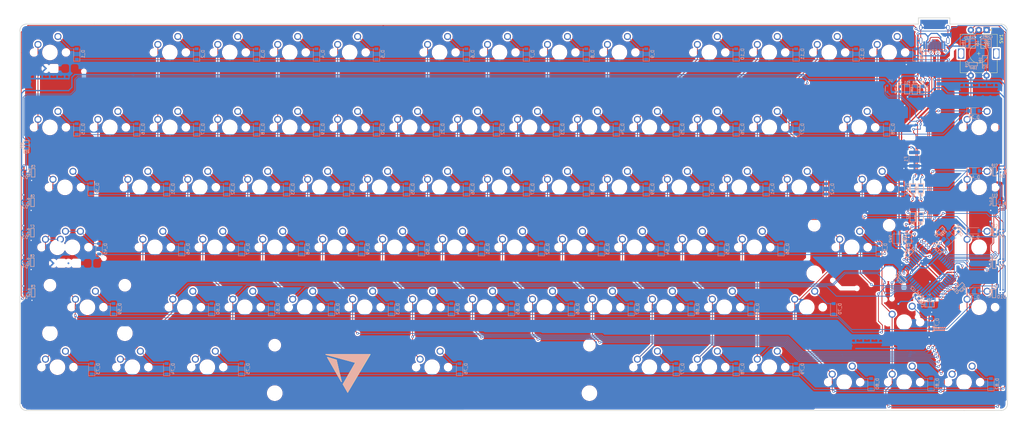
<source format=kicad_pcb>
(kicad_pcb (version 20171130) (host pcbnew "(5.1.4)-1")
  (layers (0 F.Cu signal) (31 B.Cu signal) (34 B.Paste user) (35 F.Paste user) (36 B.SilkS user) (37 F.SilkS user) (38 B.Mask user) (39 F.Mask user) (44 Edge.Cuts user))
  (net 0 "")
  (net 1 col0)
  (net 2 col1)
  (net 3 col2)
  (net 4 col3)
  (net 5 col4)
  (net 6 col5)
  (net 7 col6)
  (net 8 col7)
  (net 9 col8)
  (net 10 col9)
  (net 11 col10)
  (net 12 col11)
  (net 13 col12)
  (net 14 col13)
  (net 15 row0)
  (net 16 row1)
  (net 17 row2)
  (net 18 row3)
  (net 19 row4)
  (net 20 row5)
  (net 21 "Net-(D_1-Pad2)")
  (net 22 "Net-(D_2-Pad2)")
  (net 23 "Net-(D_3-Pad2)")
  (net 24 "Net-(D_4-Pad2)")
  (net 25 "Net-(D_5-Pad2)")
  (net 26 "Net-(D_6-Pad2)")
  (net 27 "Net-(D_7-Pad2)")
  (net 28 "Net-(D_8-Pad2)")
  (net 29 "Net-(D_9-Pad2)")
  (net 30 "Net-(D_10-Pad2)")
  (net 31 "Net-(D_11-Pad2)")
  (net 32 "Net-(D_12-Pad2)")
  (net 33 "Net-(D_15-Pad2)")
  (net 34 "Net-(D_16-Pad2)")
  (net 35 "Net-(D_17-Pad2)")
  (net 36 "Net-(D_18-Pad2)")
  (net 37 "Net-(D_19-Pad2)")
  (net 38 "Net-(D_20-Pad2)")
  (net 39 "Net-(D_21-Pad2)")
  (net 40 "Net-(D_22-Pad2)")
  (net 41 "Net-(D_23-Pad2)")
  (net 42 "Net-(D_24-Pad2)")
  (net 43 "Net-(D_25-Pad2)")
  (net 44 "Net-(D_26-Pad2)")
  (net 45 "Net-(D_27-Pad2)")
  (net 46 "Net-(D_28-Pad2)")
  (net 47 "Net-(D_29-Pad2)")
  (net 48 "Net-(D_30-Pad2)")
  (net 49 "Net-(D_31-Pad2)")
  (net 50 "Net-(D_32-Pad2)")
  (net 51 "Net-(D_33-Pad2)")
  (net 52 "Net-(D_34-Pad2)")
  (net 53 "Net-(D_35-Pad2)")
  (net 54 "Net-(D_36-Pad2)")
  (net 55 "Net-(D_37-Pad2)")
  (net 56 "Net-(D_38-Pad2)")
  (net 57 "Net-(D_39-Pad2)")
  (net 58 "Net-(D_40-Pad2)")
  (net 59 "Net-(D_41-Pad2)")
  (net 60 "Net-(D_42-Pad2)")
  (net 61 "Net-(D_43-Pad2)")
  (net 62 "Net-(D_46-Pad2)")
  (net 63 "Net-(D_47-Pad2)")
  (net 64 "Net-(D_48-Pad2)")
  (net 65 "Net-(D_49-Pad2)")
  (net 66 "Net-(D_50-Pad2)")
  (net 67 "Net-(D_51-Pad2)")
  (net 68 "Net-(D_52-Pad2)")
  (net 69 "Net-(D_53-Pad2)")
  (net 70 "Net-(D_54-Pad2)")
  (net 71 "Net-(D_55-Pad2)")
  (net 72 "Net-(D_56-Pad2)")
  (net 73 "Net-(D_57-Pad2)")
  (net 74 "Net-(D_58-Pad2)")
  (net 75 "Net-(D_59-Pad2)")
  (net 76 "Net-(D_60-Pad2)")
  (net 77 "Net-(D_61-Pad2)")
  (net 78 "Net-(D_62-Pad2)")
  (net 79 "Net-(D_63-Pad2)")
  (net 80 "Net-(D_64-Pad2)")
  (net 81 "Net-(D_65-Pad2)")
  (net 82 "Net-(D_66-Pad2)")
  (net 83 "Net-(D_67-Pad2)")
  (net 84 "Net-(D_68-Pad2)")
  (net 85 "Net-(D_69-Pad2)")
  (net 86 "Net-(D_70-Pad2)")
  (net 87 "Net-(D_72-Pad2)")
  (net 88 "Net-(D_71-Pad2)")
  (net 89 "Net-(D_73-Pad2)")
  (net 90 "Net-(D_74-Pad2)")
  (net 91 "Net-(D_75-Pad2)")
  (net 92 "Net-(D_76-Pad2)")
  (net 93 "Net-(D_77-Pad2)")
  (net 94 "Net-(D_78-Pad2)")
  (net 95 "Net-(D_79-Pad2)")
  (net 96 "Net-(D_80-Pad2)")
  (net 97 "Net-(D_81-Pad2)")
  (net 98 "Net-(D_82-Pad2)")
  (net 99 +5V)
  (net 100 GND)
  (net 101 "Net-(C2-Pad1)")
  (net 102 "Net-(C3-Pad1)")
  (net 103 "Net-(C4-Pad1)")
  (net 104 "Net-(D_45-Pad2)")
  (net 105 VCC)
  (net 106 D-)
  (net 107 D+)
  (net 108 RGBIN)
  (net 109 "Net-(D1-Pad1)")
  (net 110 "Net-(D1-Pad3)")
  (net 111 "Net-(D2-Pad1)")
  (net 112 "Net-(D3-Pad1)")
  (net 113 "Net-(D4-Pad1)")
  (net 114 "Net-(D5-Pad1)")
  (net 115 "Net-(D6-Pad1)")
  (net 116 "Net-(D7-Pad1)")
  (net 117 "Net-(D8-Pad1)")
  (net 118 "Net-(D10-Pad3)")
  (net 119 ENA)
  (net 120 ENB)
  (net 121 "Net-(D_13-Pad2)")
  (net 122 col14)
  (net 123 "Net-(C1-Pad1)")
  (net 124 "Net-(D_44-Pad2)")
  (net 125 "Net-(R5-Pad1)")
  (net 126 "Net-(R9-Pad1)")
  (net 127 "Net-(R3-Pad2)")
  (net 128 "Net-(R4-Pad1)")
  (net 129 "Net-(R8-Pad1)")
  (net 130 "Net-(R12-Pad2)")
  (net 131 ENS)
  (net 132 "Net-(R6-Pad2)")
  (net 133 "Net-(R7-Pad2)")
  (module MX_Only:MXOnly-1.75U-NoLED (layer F.Cu) (at 143.66875 162.71875)
    (fp_text reference K_45)
    (fp_text value KEYSW)
    (pad 2 thru_hole circle (at 2.54 -5.08) (size 2.25 2.25) (drill 1.47) (layers *.Cu B.Mask) (net 104 "Net-(D_45-Pad2)"))
    (pad "" np_thru_hole circle (at 0 0) (size 3.9878 3.9878) (drill 3.9878) (layers *.Cu *.Mask))
    (pad 1 thru_hole circle (at -3.81 -2.54) (size 2.25 2.25) (drill 1.47) (layers *.Cu B.Mask) (net 1 col0))
    (pad "" np_thru_hole circle (at -5.08 0 48.0996) (size 1.75 1.75) (drill 1.75) (layers *.Cu *.Mask))
    (pad "" np_thru_hole circle (at 5.08 0 48.0996) (size 1.75 1.75) (drill 1.75) (layers *.Cu *.Mask))
  )
  (module MX_Only:MXOnly-1.75U-NoLED (layer F.Cu) (at 138.90625 162.71875)
    (fp_text reference K_44)
    (fp_text value KEYSW)
    (pad 2 thru_hole circle (at 2.54 -5.08) (size 2.25 2.25) (drill 1.47) (layers *.Cu B.Mask) (net 104 "Net-(D_45-Pad2)"))
    (pad "" np_thru_hole circle (at 0 0) (size 3.9878 3.9878) (drill 3.9878) (layers *.Cu *.Mask))
    (pad 1 thru_hole circle (at -3.81 -2.54) (size 2.25 2.25) (drill 1.47) (layers *.Cu B.Mask) (net 1 col0))
    (pad "" np_thru_hole circle (at -5.08 0 48.0996) (size 1.75 1.75) (drill 1.75) (layers *.Cu *.Mask))
    (pad "" np_thru_hole circle (at 5.08 0 48.0996) (size 1.75 1.75) (drill 1.75) (layers *.Cu *.Mask))
  )
  (module Keebio-Parts:R_0805 (layer B.Cu) (at 429.768 97.978 270)
    (fp_text reference R15 (at -2.2 0 180) (layer B.SilkS) (effects (font (size 0.7 0.7)) (justify mirror)))
    (fp_text value 10k (at 0 -1.55 90) (layer B.SilkS) (effects (font (size 0.7 0.7)) (justify mirror)))
    (pad 1 smd rect (at -0.95 0 270) (size 0.7 1.3) (layers B.Cu B.Paste B.Mask) (net 120 ENB) (clearance 0.1))
    (pad 2 smd rect (at 0.95 0 270) (size 0.7 1.3) (layers B.Cu B.Paste B.Mask) (net 99 +5V) (clearance 0.1))
  )
  (module Keebio-Parts:R_0805 (layer B.Cu) (at 433.197 97.978 270)
    (fp_text reference R14 (at -2.2 0 180) (layer B.SilkS) (effects (font (size 0.7 0.7)) (justify mirror)))
    (fp_text value 10k (at 0 -1.55 90) (layer B.SilkS) (effects (font (size 0.7 0.7)) (justify mirror)))
    (pad 1 smd rect (at -0.95 0 270) (size 0.7 1.3) (layers B.Cu B.Paste B.Mask) (net 119 ENA) (clearance 0.1))
    (pad 2 smd rect (at 0.95 0 270) (size 0.7 1.3) (layers B.Cu B.Paste B.Mask) (net 99 +5V) (clearance 0.1))
  )
  (module Keebio-Parts:C_0603 (layer B.Cu) (at 427.99 98.032 270)
    (fp_text reference C21 (at -2.05 0 180) (layer B.SilkS) (effects (font (size 0.7 0.7)) (justify mirror)))
    (fp_text value 10nF (at 0 1.25 90) (layer B.SilkS) (effects (font (size 0.7 0.7)) (justify mirror)))
    (pad 1 smd rect (at -0.75 0 270) (size 0.8 0.75) (layers B.Cu B.Paste B.Mask) (net 120 ENB) (clearance 0.1))
    (pad 2 smd rect (at 0.75 0 270) (size 0.8 0.75) (layers B.Cu B.Paste B.Mask) (net 100 GND) (clearance 0.1))
  )
  (module Keebio-Parts:C_0603 (layer B.Cu) (at 435.102 97.917 270)
    (fp_text reference C20 (at -2.05 0 180) (layer B.SilkS) (effects (font (size 0.7 0.7)) (justify mirror)))
    (fp_text value 10nF (at 0 1.25 90) (layer B.SilkS) (effects (font (size 0.7 0.7)) (justify mirror)))
    (pad 1 smd rect (at -0.75 0 270) (size 0.8 0.75) (layers B.Cu B.Paste B.Mask) (net 119 ENA) (clearance 0.1))
    (pad 2 smd rect (at 0.75 0 270) (size 0.8 0.75) (layers B.Cu B.Paste B.Mask) (net 100 GND) (clearance 0.1))
  )
  (module Rotary_Encoder:RotaryEncoder_Alps_EC11E-Switch_Vertical_H20mm (layer F.Cu) (at 434.18125 93.6625 270)
    (fp_text reference SW1 (at 2.8 -4.7 90) (layer F.SilkS))
    (fp_text value Rotary_Encoder_Switch)
    (pad A thru_hole rect (at 0 0 270) (size 2 2) (drill 1) (layers *.Cu *.Mask) (net 119 ENA))
    (pad C thru_hole circle (at 0 2.5 270) (size 2 2) (drill 1) (layers *.Cu *.Mask) (net 100 GND))
    (pad B thru_hole circle (at 0 5 270) (size 2 2) (drill 1) (layers *.Cu *.Mask) (net 120 ENB))
    (pad MP thru_hole rect (at 7.5 -3.1 270) (size 3.2 2) (drill oval 2.8 1.5) (layers *.Cu *.Mask))
    (pad MP thru_hole rect (at 7.5 8.1 270) (size 3.2 2) (drill oval 2.8 1.5) (layers *.Cu *.Mask))
    (pad S2 thru_hole circle (at 14.5 0 270) (size 2 2) (drill 1) (layers *.Cu *.Mask) (net 131 ENS))
    (pad S1 thru_hole circle (at 14.5 5 270) (size 2 2) (drill 1) (layers *.Cu *.Mask) (net 100 GND))
  )
  (module Keebio-Parts:R_0805 (layer B.Cu) (at 433.705 103.317 90)
    (fp_text reference R13 (at -2.2 0 180) (layer B.SilkS) (effects (font (size 0.7 0.7)) (justify mirror)))
    (fp_text value 10k (at 0 -1.55 90) (layer B.SilkS) (effects (font (size 0.7 0.7)) (justify mirror)))
    (pad 1 smd rect (at -0.95 0 90) (size 0.7 1.3) (layers B.Cu B.Paste B.Mask) (net 131 ENS) (clearance 0.1))
    (pad 2 smd rect (at 0.95 0 90) (size 0.7 1.3) (layers B.Cu B.Paste B.Mask) (net 99 +5V) (clearance 0.1))
  )
  (module Keebio-Parts:R_0805 (layer B.Cu) (at 416.052 180.848)
    (fp_text reference R12 (at -2.2 0 -90) (layer B.SilkS) (effects (font (size 0.7 0.7)) (justify mirror)))
    (fp_text value 10k (at 0 -1.55) (layer B.SilkS) (effects (font (size 0.7 0.7)) (justify mirror)))
    (pad 1 smd rect (at -0.95 0) (size 0.7 1.3) (layers B.Cu B.Paste B.Mask) (net 100 GND) (clearance 0.1))
    (pad 2 smd rect (at 0.95 0) (size 0.7 1.3) (layers B.Cu B.Paste B.Mask) (net 130 "Net-(R12-Pad2)") (clearance 0.1))
  )
  (module Keebio-Parts:R_0805 (layer B.Cu) (at 408.94 112.4855 270)
    (fp_text reference R11 (at -2.2 0 180) (layer B.SilkS) (effects (font (size 0.7 0.7)) (justify mirror)))
    (fp_text value 1M (at 0 -1.55 90) (layer B.SilkS) (effects (font (size 0.7 0.7)) (justify mirror)))
    (pad 1 smd rect (at -0.95 0 270) (size 0.7 1.3) (layers B.Cu B.Paste B.Mask) (net 103 "Net-(C4-Pad1)") (clearance 0.1))
    (pad 2 smd rect (at 0.95 0 270) (size 0.7 1.3) (layers B.Cu B.Paste B.Mask) (net 100 GND) (clearance 0.1))
  )
  (module Keebio-Parts:R_0805 (layer B.Cu) (at 129.032 130.3385 90)
    (fp_text reference R10 (at -2.2 0 180) (layer B.SilkS) (effects (font (size 0.7 0.7)) (justify mirror)))
    (fp_text value 500 (at 0 -1.55 90) (layer B.SilkS) (effects (font (size 0.7 0.7)) (justify mirror)))
    (pad 1 smd rect (at -0.95 0 90) (size 0.7 1.3) (layers B.Cu B.Paste B.Mask) (net 110 "Net-(D1-Pad3)") (clearance 0.1))
    (pad 2 smd rect (at 0.95 0 90) (size 0.7 1.3) (layers B.Cu B.Paste B.Mask) (net 108 RGBIN) (clearance 0.1))
  )
  (module Keebio-Parts:R_0805 (layer B.Cu) (at 413.766 112.4855 270)
    (fp_text reference R9 (at -2.2 0 180) (layer B.SilkS) (effects (font (size 0.7 0.7)) (justify mirror)))
    (fp_text value 5.1k (at 0 -1.55 90) (layer B.SilkS) (effects (font (size 0.7 0.7)) (justify mirror)))
    (pad 1 smd rect (at -0.95 0 270) (size 0.7 1.3) (layers B.Cu B.Paste B.Mask) (net 126 "Net-(R9-Pad1)") (clearance 0.1))
    (pad 2 smd rect (at 0.95 0 270) (size 0.7 1.3) (layers B.Cu B.Paste B.Mask) (net 100 GND) (clearance 0.1))
  )
  (module Keebio-Parts:R_0805 (layer B.Cu) (at 411.353 112.522 270)
    (fp_text reference R8 (at -2.2 0 180) (layer B.SilkS) (effects (font (size 0.7 0.7)) (justify mirror)))
    (fp_text value 5.1k (at 0 -1.55 90) (layer B.SilkS) (effects (font (size 0.7 0.7)) (justify mirror)))
    (pad 1 smd rect (at -0.95 0 270) (size 0.7 1.3) (layers B.Cu B.Paste B.Mask) (net 129 "Net-(R8-Pad1)") (clearance 0.1))
    (pad 2 smd rect (at 0.95 0 270) (size 0.7 1.3) (layers B.Cu B.Paste B.Mask) (net 100 GND) (clearance 0.1))
  )
  (module Keebio-Parts:R_0805 (layer B.Cu) (at 413.258 144.0545 90)
    (fp_text reference R7 (at -2.2 0 180) (layer B.SilkS) (effects (font (size 0.7 0.7)) (justify mirror)))
    (fp_text value 22 (at 0 -1.55 90) (layer B.SilkS) (effects (font (size 0.7 0.7)) (justify mirror)))
    (pad 1 smd rect (at -0.95 0 90) (size 0.7 1.3) (layers B.Cu B.Paste B.Mask) (net 106 D-) (clearance 0.1))
    (pad 2 smd rect (at 0.95 0 90) (size 0.7 1.3) (layers B.Cu B.Paste B.Mask) (net 133 "Net-(R7-Pad2)") (clearance 0.1))
  )
  (module Keebio-Parts:R_0805 (layer B.Cu) (at 410.845 144.0545 90)
    (fp_text reference R6 (at -2.2 0 180) (layer B.SilkS) (effects (font (size 0.7 0.7)) (justify mirror)))
    (fp_text value 22 (at 0 -1.55 90) (layer B.SilkS) (effects (font (size 0.7 0.7)) (justify mirror)))
    (pad 1 smd rect (at -0.95 0 90) (size 0.7 1.3) (layers B.Cu B.Paste B.Mask) (net 107 D+) (clearance 0.1))
    (pad 2 smd rect (at 0.95 0 90) (size 0.7 1.3) (layers B.Cu B.Paste B.Mask) (net 132 "Net-(R6-Pad2)") (clearance 0.1))
  )
  (module Keebio-Parts:R_0805 (layer B.Cu) (at 413.227184 153.1255 90)
    (fp_text reference R5 (at -2.2 0 180) (layer B.SilkS) (effects (font (size 0.7 0.7)) (justify mirror)))
    (fp_text value 22 (at 0 -1.55 90) (layer B.SilkS) (effects (font (size 0.7 0.7)) (justify mirror)))
    (pad 1 smd rect (at -0.95 0 90) (size 0.7 1.3) (layers B.Cu B.Paste B.Mask) (net 125 "Net-(R5-Pad1)") (clearance 0.1))
    (pad 2 smd rect (at 0.95 0 90) (size 0.7 1.3) (layers B.Cu B.Paste B.Mask) (net 106 D-) (clearance 0.1))
  )
  (module Keebio-Parts:R_0805 (layer B.Cu) (at 410.718 153.1255 90)
    (fp_text reference R4 (at -2.2 0 180) (layer B.SilkS) (effects (font (size 0.7 0.7)) (justify mirror)))
    (fp_text value 22 (at 0 -1.55 90) (layer B.SilkS) (effects (font (size 0.7 0.7)) (justify mirror)))
    (pad 1 smd rect (at -0.95 0 90) (size 0.7 1.3) (layers B.Cu B.Paste B.Mask) (net 128 "Net-(R4-Pad1)") (clearance 0.1))
    (pad 2 smd rect (at 0.95 0 90) (size 0.7 1.3) (layers B.Cu B.Paste B.Mask) (net 107 D+) (clearance 0.1))
  )
  (module Keebio-Parts:R_0805 (layer B.Cu) (at 409.448 159.9835 90)
    (fp_text reference R3 (at -2.2 0 180) (layer B.SilkS) (effects (font (size 0.7 0.7)) (justify mirror)))
    (fp_text value 10k (at 0 -1.55 90) (layer B.SilkS) (effects (font (size 0.7 0.7)) (justify mirror)))
    (pad 1 smd rect (at -0.95 0 90) (size 0.7 1.3) (layers B.Cu B.Paste B.Mask) (net 99 +5V) (clearance 0.1))
    (pad 2 smd rect (at 0.95 0 90) (size 0.7 1.3) (layers B.Cu B.Paste B.Mask) (net 127 "Net-(R3-Pad2)") (clearance 0.1))
  )
  (module MX_Only:MXOnly-1U-NoLED (layer F.Cu) (at 136.525 100.80625)
    (fp_text reference K_1)
    (fp_text value KEYSW)
    (pad 2 thru_hole circle (at 2.54 -5.08) (size 2.25 2.25) (drill 1.47) (layers *.Cu B.Mask) (net 21 "Net-(D_1-Pad2)"))
    (pad "" np_thru_hole circle (at 0 0) (size 3.9878 3.9878) (drill 3.9878) (layers *.Cu *.Mask))
    (pad 1 thru_hole circle (at -3.81 -2.54) (size 2.25 2.25) (drill 1.47) (layers *.Cu B.Mask) (net 1 col0))
    (pad "" np_thru_hole circle (at -5.08 0 48.0996) (size 1.75 1.75) (drill 1.75) (layers *.Cu *.Mask))
    (pad "" np_thru_hole circle (at 5.08 0 48.0996) (size 1.75 1.75) (drill 1.75) (layers *.Cu *.Mask))
  )
  (module Keebio-Parts:C_0603 (layer B.Cu) (at 429.907 104.521)
    (fp_text reference C19 (at -2.05 0 270) (layer B.SilkS) (effects (font (size 0.7 0.7)) (justify mirror)))
    (fp_text value 10nF (at 0 1.25) (layer B.SilkS) (effects (font (size 0.7 0.7)) (justify mirror)))
    (pad 1 smd rect (at -0.75 0) (size 0.8 0.75) (layers B.Cu B.Paste B.Mask) (net 100 GND) (clearance 0.1))
    (pad 2 smd rect (at 0.75 0) (size 0.8 0.75) (layers B.Cu B.Paste B.Mask) (net 131 ENS) (clearance 0.1))
  )
  (module Keebio-Parts:C_0603 (layer B.Cu) (at 425.85333 175.23767 45)
    (fp_text reference C18 (at -2.05 0 315) (layer B.SilkS) (effects (font (size 0.7 0.7)) (justify mirror)))
    (fp_text value 10uF (at 0 1.25 45) (layer B.SilkS) (effects (font (size 0.7 0.7)) (justify mirror)))
    (pad 1 smd rect (at -0.75 0 45) (size 0.8 0.75) (layers B.Cu B.Paste B.Mask) (net 99 +5V) (clearance 0.1))
    (pad 2 smd rect (at 0.75 0 45) (size 0.8 0.75) (layers B.Cu B.Paste B.Mask) (net 100 GND) (clearance 0.1))
  )
  (module Keebio-Parts:C_0603 (layer B.Cu) (at 419.50333 162.96333 315)
    (fp_text reference C17 (at -2.05 0 225) (layer B.SilkS) (effects (font (size 0.7 0.7)) (justify mirror)))
    (fp_text value 0.1uF (at 0 1.25 135) (layer B.SilkS) (effects (font (size 0.7 0.7)) (justify mirror)))
    (pad 1 smd rect (at -0.75 0 315) (size 0.8 0.75) (layers B.Cu B.Paste B.Mask) (net 99 +5V) (clearance 0.1))
    (pad 2 smd rect (at 0.75 0 315) (size 0.8 0.75) (layers B.Cu B.Paste B.Mask) (net 100 GND) (clearance 0.1))
  )
  (module Keebio-Parts:C_0603 (layer B.Cu) (at 412.115 178.435 135)
    (fp_text reference C16 (at -2.05 0 225) (layer B.SilkS) (effects (font (size 0.7 0.7)) (justify mirror)))
    (fp_text value 0.1uF (at 0 1.25 135) (layer B.SilkS) (effects (font (size 0.7 0.7)) (justify mirror)))
    (pad 1 smd rect (at -0.75 0 135) (size 0.8 0.75) (layers B.Cu B.Paste B.Mask) (net 99 +5V) (clearance 0.1))
    (pad 2 smd rect (at 0.75 0 135) (size 0.8 0.75) (layers B.Cu B.Paste B.Mask) (net 100 GND) (clearance 0.1))
  )
  (module Keebio-Parts:C_0603 (layer B.Cu) (at 407.416 172.72 315)
    (fp_text reference C15 (at -2.05 0 225) (layer B.SilkS) (effects (font (size 0.7 0.7)) (justify mirror)))
    (fp_text value 0.1uF (at 0 1.25 135) (layer B.SilkS) (effects (font (size 0.7 0.7)) (justify mirror)))
    (pad 1 smd rect (at -0.75 0 315) (size 0.8 0.75) (layers B.Cu B.Paste B.Mask) (net 99 +5V) (clearance 0.1))
    (pad 2 smd rect (at 0.75 0 315) (size 0.8 0.75) (layers B.Cu B.Paste B.Mask) (net 100 GND) (clearance 0.1))
  )
  (module Keebio-Parts:C_0603 (layer B.Cu) (at 436.5625 177.407 270)
    (fp_text reference C14 (at -2.05 0 180) (layer B.SilkS) (effects (font (size 0.7 0.7)) (justify mirror)))
    (fp_text value 0.1uF (at 0 1.25 90) (layer B.SilkS) (effects (font (size 0.7 0.7)) (justify mirror)))
    (pad 1 smd rect (at -0.75 0 270) (size 0.8 0.75) (layers B.Cu B.Paste B.Mask) (net 99 +5V) (clearance 0.1))
    (pad 2 smd rect (at 0.75 0 270) (size 0.8 0.75) (layers B.Cu B.Paste B.Mask) (net 100 GND) (clearance 0.1))
  )
  (module Keebio-Parts:C_0603 (layer B.Cu) (at 436.626 168.136 270)
    (fp_text reference C13 (at -2.05 0 180) (layer B.SilkS) (effects (font (size 0.7 0.7)) (justify mirror)))
    (fp_text value 0.1uF (at 0 1.25 90) (layer B.SilkS) (effects (font (size 0.7 0.7)) (justify mirror)))
    (pad 1 smd rect (at -0.75 0 270) (size 0.8 0.75) (layers B.Cu B.Paste B.Mask) (net 99 +5V) (clearance 0.1))
    (pad 2 smd rect (at 0.75 0 270) (size 0.8 0.75) (layers B.Cu B.Paste B.Mask) (net 100 GND) (clearance 0.1))
  )
  (module Keebio-Parts:C_0603 (layer B.Cu) (at 436.753 157.861 270)
    (fp_text reference C12 (at -2.05 0 180) (layer B.SilkS) (effects (font (size 0.7 0.7)) (justify mirror)))
    (fp_text value 0.1uF (at 0 1.25 90) (layer B.SilkS) (effects (font (size 0.7 0.7)) (justify mirror)))
    (pad 1 smd rect (at -0.75 0 270) (size 0.8 0.75) (layers B.Cu B.Paste B.Mask) (net 99 +5V) (clearance 0.1))
    (pad 2 smd rect (at 0.75 0 270) (size 0.8 0.75) (layers B.Cu B.Paste B.Mask) (net 100 GND) (clearance 0.1))
  )
  (module Keebio-Parts:C_0603 (layer B.Cu) (at 436.753 148.209 270)
    (fp_text reference C11 (at -2.05 0 180) (layer B.SilkS) (effects (font (size 0.7 0.7)) (justify mirror)))
    (fp_text value 0.1uF (at 0 1.25 90) (layer B.SilkS) (effects (font (size 0.7 0.7)) (justify mirror)))
    (pad 1 smd rect (at -0.75 0 270) (size 0.8 0.75) (layers B.Cu B.Paste B.Mask) (net 99 +5V) (clearance 0.1))
    (pad 2 smd rect (at 0.75 0 270) (size 0.8 0.75) (layers B.Cu B.Paste B.Mask) (net 100 GND) (clearance 0.1))
  )
  (module Keebio-Parts:C_0603 (layer B.Cu) (at 436.753 138.684 270)
    (fp_text reference C10 (at -2.05 0 180) (layer B.SilkS) (effects (font (size 0.7 0.7)) (justify mirror)))
    (fp_text value 0.1uF (at 0 1.25 90) (layer B.SilkS) (effects (font (size 0.7 0.7)) (justify mirror)))
    (pad 1 smd rect (at -0.75 0 270) (size 0.8 0.75) (layers B.Cu B.Paste B.Mask) (net 99 +5V) (clearance 0.1))
    (pad 2 smd rect (at 0.75 0 270) (size 0.8 0.75) (layers B.Cu B.Paste B.Mask) (net 100 GND) (clearance 0.1))
  )
  (module Keebio-Parts:C_0603 (layer B.Cu) (at 131.191 177.165 270)
    (fp_text reference C9 (at -2.05 0 180) (layer B.SilkS) (effects (font (size 0.7 0.7)) (justify mirror)))
    (fp_text value 0.1uF (at 0 1.25 90) (layer B.SilkS) (effects (font (size 0.7 0.7)) (justify mirror)))
    (pad 1 smd rect (at -0.75 0 270) (size 0.8 0.75) (layers B.Cu B.Paste B.Mask) (net 99 +5V) (clearance 0.1))
    (pad 2 smd rect (at 0.75 0 270) (size 0.8 0.75) (layers B.Cu B.Paste B.Mask) (net 100 GND) (clearance 0.1))
  )
  (module Keebio-Parts:C_0603 (layer B.Cu) (at 130.937 167.48125 270)
    (fp_text reference C8 (at -2.05 0 180) (layer B.SilkS) (effects (font (size 0.7 0.7)) (justify mirror)))
    (fp_text value 0.1uF (at 0 1.25 90) (layer B.SilkS) (effects (font (size 0.7 0.7)) (justify mirror)))
    (pad 1 smd rect (at -0.75 0 270) (size 0.8 0.75) (layers B.Cu B.Paste B.Mask) (net 99 +5V) (clearance 0.1))
    (pad 2 smd rect (at 0.75 0 270) (size 0.8 0.75) (layers B.Cu B.Paste B.Mask) (net 100 GND) (clearance 0.1))
  )
  (module Keebio-Parts:C_0603 (layer B.Cu) (at 130.96875 158.08325 270)
    (fp_text reference C7 (at -2.05 0 180) (layer B.SilkS) (effects (font (size 0.7 0.7)) (justify mirror)))
    (fp_text value 0.1uF (at 0 1.25 90) (layer B.SilkS) (effects (font (size 0.7 0.7)) (justify mirror)))
    (pad 1 smd rect (at -0.75 0 270) (size 0.8 0.75) (layers B.Cu B.Paste B.Mask) (net 99 +5V) (clearance 0.1))
    (pad 2 smd rect (at 0.75 0 270) (size 0.8 0.75) (layers B.Cu B.Paste B.Mask) (net 100 GND) (clearance 0.1))
  )
  (module Keebio-Parts:C_0603 (layer B.Cu) (at 131.0005 148.43125 270)
    (fp_text reference C6 (at -2.05 0 180) (layer B.SilkS) (effects (font (size 0.7 0.7)) (justify mirror)))
    (fp_text value 0.1uF (at 0 1.25 90) (layer B.SilkS) (effects (font (size 0.7 0.7)) (justify mirror)))
    (pad 1 smd rect (at -0.75 0 270) (size 0.8 0.75) (layers B.Cu B.Paste B.Mask) (net 99 +5V) (clearance 0.1))
    (pad 2 smd rect (at 0.75 0 270) (size 0.8 0.75) (layers B.Cu B.Paste B.Mask) (net 100 GND) (clearance 0.1))
  )
  (module Keebio-Parts:C_0603 (layer B.Cu) (at 131.191 139.053 270)
    (fp_text reference C5 (at -2.05 0 180) (layer B.SilkS) (effects (font (size 0.7 0.7)) (justify mirror)))
    (fp_text value 0.1uF (at 0 1.25 90) (layer B.SilkS) (effects (font (size 0.7 0.7)) (justify mirror)))
    (pad 1 smd rect (at -0.75 0 270) (size 0.8 0.75) (layers B.Cu B.Paste B.Mask) (net 99 +5V) (clearance 0.1))
    (pad 2 smd rect (at 0.75 0 270) (size 0.8 0.75) (layers B.Cu B.Paste B.Mask) (net 100 GND) (clearance 0.1))
  )
  (module Keebio-Parts:C_0603 (layer B.Cu) (at 406.654 112.4435 270)
    (fp_text reference C4 (at -2.05 0 180) (layer B.SilkS) (effects (font (size 0.7 0.7)) (justify mirror)))
    (fp_text value 4.7uF (at 0 1.25 90) (layer B.SilkS) (effects (font (size 0.7 0.7)) (justify mirror)))
    (pad 1 smd rect (at -0.75 0 270) (size 0.8 0.75) (layers B.Cu B.Paste B.Mask) (net 103 "Net-(C4-Pad1)") (clearance 0.1))
    (pad 2 smd rect (at 0.75 0 270) (size 0.8 0.75) (layers B.Cu B.Paste B.Mask) (net 100 GND) (clearance 0.1))
  )
  (module Keebio-Parts:C_0603 (layer B.Cu) (at 409.602913 164.691087 225)
    (fp_text reference C3 (at -2.05 0 315) (layer B.SilkS) (effects (font (size 0.7 0.7)) (justify mirror)))
    (fp_text value 1uF (at 0 1.25 45) (layer B.SilkS) (effects (font (size 0.7 0.7)) (justify mirror)))
    (pad 1 smd rect (at -0.75 0 225) (size 0.8 0.75) (layers B.Cu B.Paste B.Mask) (net 102 "Net-(C3-Pad1)") (clearance 0.1))
    (pad 2 smd rect (at 0.75 0 225) (size 0.8 0.75) (layers B.Cu B.Paste B.Mask) (net 100 GND) (clearance 0.1))
  )
  (module Keebio-Parts:C_0603 (layer B.Cu) (at 419.571062 157.46962 45)
    (fp_text reference C2 (at -2.05 0 -45) (layer B.SilkS) (effects (font (size 0.7 0.7)) (justify mirror)))
    (fp_text value 22pF (at 0 1.25 45) (layer B.SilkS) (effects (font (size 0.7 0.7)) (justify mirror)))
    (pad 1 smd rect (at -0.75 0 45) (size 0.8 0.75) (layers B.Cu B.Paste B.Mask) (net 101 "Net-(C2-Pad1)") (clearance 0.1))
    (pad 2 smd rect (at 0.75 0 45) (size 0.8 0.75) (layers B.Cu B.Paste B.Mask) (net 100 GND) (clearance 0.1))
  )
  (module Keebio-Parts:C_0603 (layer B.Cu) (at 424.706887 157.224905 135)
    (fp_text reference C1 (at -2.05 0 225) (layer B.SilkS) (effects (font (size 0.7 0.7)) (justify mirror)))
    (fp_text value 22pF (at 0 1.25 135) (layer B.SilkS) (effects (font (size 0.7 0.7)) (justify mirror)))
    (pad 1 smd rect (at -0.75 0 135) (size 0.8 0.75) (layers B.Cu B.Paste B.Mask) (net 123 "Net-(C1-Pad1)") (clearance 0.1))
    (pad 2 smd rect (at 0.75 0 135) (size 0.8 0.75) (layers B.Cu B.Paste B.Mask) (net 100 GND) (clearance 0.1))
  )
  (module MX_Only:MXOnly-1U-NoLED (layer F.Cu) (at 407.9875 186.53125)
    (fp_text reference K_71)
    (fp_text value KEYSW)
    (pad 2 thru_hole circle (at 2.54 -5.08) (size 2.25 2.25) (drill 1.47) (layers *.Cu B.Mask) (net 88 "Net-(D_71-Pad2)"))
    (pad "" np_thru_hole circle (at 0 0) (size 3.9878 3.9878) (drill 3.9878) (layers *.Cu *.Mask))
    (pad 1 thru_hole circle (at -3.81 -2.54) (size 2.25 2.25) (drill 1.47) (layers *.Cu B.Mask) (net 14 col13))
    (pad "" np_thru_hole circle (at -5.08 0 48.0996) (size 1.75 1.75) (drill 1.75) (layers *.Cu *.Mask))
    (pad "" np_thru_hole circle (at 5.08 0 48.0996) (size 1.75 1.75) (drill 1.75) (layers *.Cu *.Mask))
  )
  (module MX_Only:MXOnly-1.75U-NoLED (layer F.Cu) (at 377.03125 181.76875)
    (fp_text reference K_70)
    (fp_text value KEYSW)
    (pad 2 thru_hole circle (at 2.54 -5.08) (size 2.25 2.25) (drill 1.47) (layers *.Cu B.Mask) (net 86 "Net-(D_70-Pad2)"))
    (pad "" np_thru_hole circle (at 0 0) (size 3.9878 3.9878) (drill 3.9878) (layers *.Cu *.Mask))
    (pad 1 thru_hole circle (at -3.81 -2.54) (size 2.25 2.25) (drill 1.47) (layers *.Cu B.Mask) (net 13 col12))
    (pad "" np_thru_hole circle (at -5.08 0 48.0996) (size 1.75 1.75) (drill 1.75) (layers *.Cu *.Mask))
    (pad "" np_thru_hole circle (at 5.08 0 48.0996) (size 1.75 1.75) (drill 1.75) (layers *.Cu *.Mask))
  )
  (module MX_Only:MXOnly-1U-NoLED (layer F.Cu) (at 355.6 143.66875)
    (fp_text reference K_40)
    (fp_text value KEYSW)
    (pad 2 thru_hole circle (at 2.54 -5.08) (size 2.25 2.25) (drill 1.47) (layers *.Cu B.Mask) (net 59 "Net-(D_41-Pad2)"))
    (pad "" np_thru_hole circle (at 0 0) (size 3.9878 3.9878) (drill 3.9878) (layers *.Cu *.Mask))
    (pad 1 thru_hole circle (at -3.81 -2.54) (size 2.25 2.25) (drill 1.47) (layers *.Cu B.Mask) (net 12 col11))
    (pad "" np_thru_hole circle (at -5.08 0 48.0996) (size 1.75 1.75) (drill 1.75) (layers *.Cu *.Mask))
    (pad "" np_thru_hole circle (at 5.08 0 48.0996) (size 1.75 1.75) (drill 1.75) (layers *.Cu *.Mask))
  )
  (module MX_Only:MXOnly-1U-NoLED (layer F.Cu) (at 374.65 143.66875)
    (fp_text reference K_41)
    (fp_text value KEYSW)
    (pad 2 thru_hole circle (at 2.54 -5.08) (size 2.25 2.25) (drill 1.47) (layers *.Cu B.Mask) (net 60 "Net-(D_42-Pad2)"))
    (pad "" np_thru_hole circle (at 0 0) (size 3.9878 3.9878) (drill 3.9878) (layers *.Cu *.Mask))
    (pad 1 thru_hole circle (at -3.81 -2.54) (size 2.25 2.25) (drill 1.47) (layers *.Cu B.Mask) (net 13 col12))
    (pad "" np_thru_hole circle (at -5.08 0 48.0996) (size 1.75 1.75) (drill 1.75) (layers *.Cu *.Mask))
    (pad "" np_thru_hole circle (at 5.08 0 48.0996) (size 1.75 1.75) (drill 1.75) (layers *.Cu *.Mask))
  )
  (module MX_Only:MXOnly-1U-NoLED (layer F.Cu) (at 169.8625 162.71875)
    (fp_text reference K_46)
    (fp_text value KEYSW)
    (pad 2 thru_hole circle (at 2.54 -5.08) (size 2.25 2.25) (drill 1.47) (layers *.Cu B.Mask) (net 62 "Net-(D_46-Pad2)"))
    (pad "" np_thru_hole circle (at 0 0) (size 3.9878 3.9878) (drill 3.9878) (layers *.Cu *.Mask))
    (pad 1 thru_hole circle (at -3.81 -2.54) (size 2.25 2.25) (drill 1.47) (layers *.Cu B.Mask) (net 2 col1))
    (pad "" np_thru_hole circle (at -5.08 0 48.0996) (size 1.75 1.75) (drill 1.75) (layers *.Cu *.Mask))
    (pad "" np_thru_hole circle (at 5.08 0 48.0996) (size 1.75 1.75) (drill 1.75) (layers *.Cu *.Mask))
  )
  (module MX_Only:MXOnly-1U-NoLED (layer F.Cu) (at 269.875 124.61875)
    (fp_text reference K_21)
    (fp_text value KEYSW)
    (pad 2 thru_hole circle (at 2.54 -5.08) (size 2.25 2.25) (drill 1.47) (layers *.Cu B.Mask) (net 40 "Net-(D_22-Pad2)"))
    (pad "" np_thru_hole circle (at 0 0) (size 3.9878 3.9878) (drill 3.9878) (layers *.Cu *.Mask))
    (pad 1 thru_hole circle (at -3.81 -2.54) (size 2.25 2.25) (drill 1.47) (layers *.Cu B.Mask) (net 8 col7))
    (pad "" np_thru_hole circle (at -5.08 0 48.0996) (size 1.75 1.75) (drill 1.75) (layers *.Cu *.Mask))
    (pad "" np_thru_hole circle (at 5.08 0 48.0996) (size 1.75 1.75) (drill 1.75) (layers *.Cu *.Mask))
  )
  (module MX_Only:MXOnly-1U-NoLED (layer F.Cu) (at 427.0375 205.58125)
    (fp_text reference K_82)
    (fp_text value KEYSW)
    (pad 2 thru_hole circle (at 2.54 -5.08) (size 2.25 2.25) (drill 1.47) (layers *.Cu B.Mask) (net 98 "Net-(D_82-Pad2)"))
    (pad "" np_thru_hole circle (at 0 0) (size 3.9878 3.9878) (drill 3.9878) (layers *.Cu *.Mask))
    (pad 1 thru_hole circle (at -3.81 -2.54) (size 2.25 2.25) (drill 1.47) (layers *.Cu B.Mask) (net 122 col14))
    (pad "" np_thru_hole circle (at -5.08 0 48.0996) (size 1.75 1.75) (drill 1.75) (layers *.Cu *.Mask))
    (pad "" np_thru_hole circle (at 5.08 0 48.0996) (size 1.75 1.75) (drill 1.75) (layers *.Cu *.Mask))
  )
  (module MX_Only:MXOnly-1U-NoLED (layer F.Cu) (at 407.9875 205.58125)
    (fp_text reference K_81)
    (fp_text value KEYSW)
    (pad 2 thru_hole circle (at 2.54 -5.08) (size 2.25 2.25) (drill 1.47) (layers *.Cu B.Mask) (net 97 "Net-(D_81-Pad2)"))
    (pad "" np_thru_hole circle (at 0 0) (size 3.9878 3.9878) (drill 3.9878) (layers *.Cu *.Mask))
    (pad 1 thru_hole circle (at -3.81 -2.54) (size 2.25 2.25) (drill 1.47) (layers *.Cu B.Mask) (net 14 col13))
    (pad "" np_thru_hole circle (at -5.08 0 48.0996) (size 1.75 1.75) (drill 1.75) (layers *.Cu *.Mask))
    (pad "" np_thru_hole circle (at 5.08 0 48.0996) (size 1.75 1.75) (drill 1.75) (layers *.Cu *.Mask))
  )
  (module MX_Only:MXOnly-1U-NoLED (layer F.Cu) (at 388.9375 205.58125)
    (fp_text reference K_80)
    (fp_text value KEYSW)
    (pad 2 thru_hole circle (at 2.54 -5.08) (size 2.25 2.25) (drill 1.47) (layers *.Cu B.Mask) (net 96 "Net-(D_80-Pad2)"))
    (pad "" np_thru_hole circle (at 0 0) (size 3.9878 3.9878) (drill 3.9878) (layers *.Cu *.Mask))
    (pad 1 thru_hole circle (at -3.81 -2.54) (size 2.25 2.25) (drill 1.47) (layers *.Cu B.Mask) (net 13 col12))
    (pad "" np_thru_hole circle (at -5.08 0 48.0996) (size 1.75 1.75) (drill 1.75) (layers *.Cu *.Mask))
    (pad "" np_thru_hole circle (at 5.08 0 48.0996) (size 1.75 1.75) (drill 1.75) (layers *.Cu *.Mask))
  )
  (module MX_Only:MXOnly-1U-NoLED (layer F.Cu) (at 365.125 200.81875)
    (fp_text reference K_79)
    (fp_text value KEYSW)
    (pad 2 thru_hole circle (at 2.54 -5.08) (size 2.25 2.25) (drill 1.47) (layers *.Cu B.Mask) (net 95 "Net-(D_79-Pad2)"))
    (pad "" np_thru_hole circle (at 0 0) (size 3.9878 3.9878) (drill 3.9878) (layers *.Cu *.Mask))
    (pad 1 thru_hole circle (at -3.81 -2.54) (size 2.25 2.25) (drill 1.47) (layers *.Cu B.Mask) (net 12 col11))
    (pad "" np_thru_hole circle (at -5.08 0 48.0996) (size 1.75 1.75) (drill 1.75) (layers *.Cu *.Mask))
    (pad "" np_thru_hole circle (at 5.08 0 48.0996) (size 1.75 1.75) (drill 1.75) (layers *.Cu *.Mask))
  )
  (module MX_Only:MXOnly-1U-NoLED (layer F.Cu) (at 346.075 200.81875)
    (fp_text reference K_78)
    (fp_text value KEYSW)
    (pad 2 thru_hole circle (at 2.54 -5.08) (size 2.25 2.25) (drill 1.47) (layers *.Cu B.Mask) (net 94 "Net-(D_78-Pad2)"))
    (pad "" np_thru_hole circle (at 0 0) (size 3.9878 3.9878) (drill 3.9878) (layers *.Cu *.Mask))
    (pad 1 thru_hole circle (at -3.81 -2.54) (size 2.25 2.25) (drill 1.47) (layers *.Cu B.Mask) (net 11 col10))
    (pad "" np_thru_hole circle (at -5.08 0 48.0996) (size 1.75 1.75) (drill 1.75) (layers *.Cu *.Mask))
    (pad "" np_thru_hole circle (at 5.08 0 48.0996) (size 1.75 1.75) (drill 1.75) (layers *.Cu *.Mask))
  )
  (module MX_Only:MXOnly-1U-NoLED (layer F.Cu) (at 327.025 200.81875)
    (fp_text reference K_77)
    (fp_text value KEYSW)
    (pad 2 thru_hole circle (at 2.54 -5.08) (size 2.25 2.25) (drill 1.47) (layers *.Cu B.Mask) (net 93 "Net-(D_77-Pad2)"))
    (pad "" np_thru_hole circle (at 0 0) (size 3.9878 3.9878) (drill 3.9878) (layers *.Cu *.Mask))
    (pad 1 thru_hole circle (at -3.81 -2.54) (size 2.25 2.25) (drill 1.47) (layers *.Cu B.Mask) (net 10 col9))
    (pad "" np_thru_hole circle (at -5.08 0 48.0996) (size 1.75 1.75) (drill 1.75) (layers *.Cu *.Mask))
    (pad "" np_thru_hole circle (at 5.08 0 48.0996) (size 1.75 1.75) (drill 1.75) (layers *.Cu *.Mask))
  )
  (module MX_Only:MXOnly-6.25U-NoLED (layer F.Cu) (at 257.96875 200.81875)
    (fp_text reference K_76)
    (fp_text value KEYSW)
    (pad 2 thru_hole circle (at 2.54 -5.08) (size 2.25 2.25) (drill 1.47) (layers *.Cu B.Mask) (net 92 "Net-(D_76-Pad2)"))
    (pad "" np_thru_hole circle (at 0 0) (size 3.9878 3.9878) (drill 3.9878) (layers *.Cu *.Mask))
    (pad 1 thru_hole circle (at -3.81 -2.54) (size 2.25 2.25) (drill 1.47) (layers *.Cu B.Mask) (net 6 col5))
    (pad "" np_thru_hole circle (at -5.08 0 48.0996) (size 1.75 1.75) (drill 1.75) (layers *.Cu *.Mask))
    (pad "" np_thru_hole circle (at 5.08 0 48.0996) (size 1.75 1.75) (drill 1.75) (layers *.Cu *.Mask))
    (pad "" np_thru_hole circle (at -49.9999 -6.985) (size 3.048 3.048) (drill 3.048) (layers *.Cu *.Mask))
    (pad "" np_thru_hole circle (at 49.9999 -6.985) (size 3.048 3.048) (drill 3.048) (layers *.Cu *.Mask))
    (pad "" np_thru_hole circle (at -49.9999 8.255) (size 3.9878 3.9878) (drill 3.9878) (layers *.Cu *.Mask))
    (pad "" np_thru_hole circle (at 49.9999 8.255) (size 3.9878 3.9878) (drill 3.9878) (layers *.Cu *.Mask))
  )
  (module MX_Only:MXOnly-1.25U-NoLED (layer F.Cu) (at 186.53125 200.81875)
    (fp_text reference K_75)
    (fp_text value KEYSW)
    (pad 2 thru_hole circle (at 2.54 -5.08) (size 2.25 2.25) (drill 1.47) (layers *.Cu B.Mask) (net 91 "Net-(D_75-Pad2)"))
    (pad "" np_thru_hole circle (at 0 0) (size 3.9878 3.9878) (drill 3.9878) (layers *.Cu *.Mask))
    (pad 1 thru_hole circle (at -3.81 -2.54) (size 2.25 2.25) (drill 1.47) (layers *.Cu B.Mask) (net 3 col2))
    (pad "" np_thru_hole circle (at -5.08 0 48.0996) (size 1.75 1.75) (drill 1.75) (layers *.Cu *.Mask))
    (pad "" np_thru_hole circle (at 5.08 0 48.0996) (size 1.75 1.75) (drill 1.75) (layers *.Cu *.Mask))
  )
  (module MX_Only:MXOnly-1.25U-NoLED (layer F.Cu) (at 162.71875 200.81875)
    (fp_text reference K_74)
    (fp_text value KEYSW)
    (pad 2 thru_hole circle (at 2.54 -5.08) (size 2.25 2.25) (drill 1.47) (layers *.Cu B.Mask) (net 90 "Net-(D_74-Pad2)"))
    (pad "" np_thru_hole circle (at 0 0) (size 3.9878 3.9878) (drill 3.9878) (layers *.Cu *.Mask))
    (pad 1 thru_hole circle (at -3.81 -2.54) (size 2.25 2.25) (drill 1.47) (layers *.Cu B.Mask) (net 2 col1))
    (pad "" np_thru_hole circle (at -5.08 0 48.0996) (size 1.75 1.75) (drill 1.75) (layers *.Cu *.Mask))
    (pad "" np_thru_hole circle (at 5.08 0 48.0996) (size 1.75 1.75) (drill 1.75) (layers *.Cu *.Mask))
  )
  (module MX_Only:MXOnly-1.25U-NoLED (layer F.Cu) (at 138.90625 200.81875)
    (fp_text reference K_73)
    (fp_text value KEYSW)
    (pad 2 thru_hole circle (at 2.54 -5.08) (size 2.25 2.25) (drill 1.47) (layers *.Cu B.Mask) (net 89 "Net-(D_73-Pad2)"))
    (pad "" np_thru_hole circle (at 0 0) (size 3.9878 3.9878) (drill 3.9878) (layers *.Cu *.Mask))
    (pad 1 thru_hole circle (at -3.81 -2.54) (size 2.25 2.25) (drill 1.47) (layers *.Cu B.Mask) (net 1 col0))
    (pad "" np_thru_hole circle (at -5.08 0 48.0996) (size 1.75 1.75) (drill 1.75) (layers *.Cu *.Mask))
    (pad "" np_thru_hole circle (at 5.08 0 48.0996) (size 1.75 1.75) (drill 1.75) (layers *.Cu *.Mask))
  )
  (module MX_Only:MXOnly-1U-NoLED (layer F.Cu) (at 431.8 181.76875)
    (fp_text reference K_72)
    (fp_text value KEYSW)
    (pad 2 thru_hole circle (at 2.54 -5.08) (size 2.25 2.25) (drill 1.47) (layers *.Cu B.Mask) (net 87 "Net-(D_72-Pad2)"))
    (pad "" np_thru_hole circle (at 0 0) (size 3.9878 3.9878) (drill 3.9878) (layers *.Cu *.Mask))
    (pad 1 thru_hole circle (at -3.81 -2.54) (size 2.25 2.25) (drill 1.47) (layers *.Cu B.Mask) (net 122 col14))
    (pad "" np_thru_hole circle (at -5.08 0 48.0996) (size 1.75 1.75) (drill 1.75) (layers *.Cu *.Mask))
    (pad "" np_thru_hole circle (at 5.08 0 48.0996) (size 1.75 1.75) (drill 1.75) (layers *.Cu *.Mask))
  )
  (module MX_Only:MXOnly-1U-NoLED (layer F.Cu) (at 350.8375 181.76875)
    (fp_text reference K_69)
    (fp_text value KEYSW)
    (pad 2 thru_hole circle (at 2.54 -5.08) (size 2.25 2.25) (drill 1.47) (layers *.Cu B.Mask) (net 85 "Net-(D_69-Pad2)"))
    (pad "" np_thru_hole circle (at 0 0) (size 3.9878 3.9878) (drill 3.9878) (layers *.Cu *.Mask))
    (pad 1 thru_hole circle (at -3.81 -2.54) (size 2.25 2.25) (drill 1.47) (layers *.Cu B.Mask) (net 11 col10))
    (pad "" np_thru_hole circle (at -5.08 0 48.0996) (size 1.75 1.75) (drill 1.75) (layers *.Cu *.Mask))
    (pad "" np_thru_hole circle (at 5.08 0 48.0996) (size 1.75 1.75) (drill 1.75) (layers *.Cu *.Mask))
  )
  (module MX_Only:MXOnly-1U-NoLED (layer F.Cu) (at 331.7875 181.76875)
    (fp_text reference K_68)
    (fp_text value KEYSW)
    (pad 2 thru_hole circle (at 2.54 -5.08) (size 2.25 2.25) (drill 1.47) (layers *.Cu B.Mask) (net 84 "Net-(D_68-Pad2)"))
    (pad "" np_thru_hole circle (at 0 0) (size 3.9878 3.9878) (drill 3.9878) (layers *.Cu *.Mask))
    (pad 1 thru_hole circle (at -3.81 -2.54) (size 2.25 2.25) (drill 1.47) (layers *.Cu B.Mask) (net 10 col9))
    (pad "" np_thru_hole circle (at -5.08 0 48.0996) (size 1.75 1.75) (drill 1.75) (layers *.Cu *.Mask))
    (pad "" np_thru_hole circle (at 5.08 0 48.0996) (size 1.75 1.75) (drill 1.75) (layers *.Cu *.Mask))
  )
  (module MX_Only:MXOnly-1U-NoLED (layer F.Cu) (at 312.7375 181.76875)
    (fp_text reference K_67)
    (fp_text value KEYSW)
    (pad 2 thru_hole circle (at 2.54 -5.08) (size 2.25 2.25) (drill 1.47) (layers *.Cu B.Mask) (net 83 "Net-(D_67-Pad2)"))
    (pad "" np_thru_hole circle (at 0 0) (size 3.9878 3.9878) (drill 3.9878) (layers *.Cu *.Mask))
    (pad 1 thru_hole circle (at -3.81 -2.54) (size 2.25 2.25) (drill 1.47) (layers *.Cu B.Mask) (net 9 col8))
    (pad "" np_thru_hole circle (at -5.08 0 48.0996) (size 1.75 1.75) (drill 1.75) (layers *.Cu *.Mask))
    (pad "" np_thru_hole circle (at 5.08 0 48.0996) (size 1.75 1.75) (drill 1.75) (layers *.Cu *.Mask))
  )
  (module MX_Only:MXOnly-1U-NoLED (layer F.Cu) (at 293.6875 181.76875)
    (fp_text reference K_66)
    (fp_text value KEYSW)
    (pad 2 thru_hole circle (at 2.54 -5.08) (size 2.25 2.25) (drill 1.47) (layers *.Cu B.Mask) (net 82 "Net-(D_66-Pad2)"))
    (pad "" np_thru_hole circle (at 0 0) (size 3.9878 3.9878) (drill 3.9878) (layers *.Cu *.Mask))
    (pad 1 thru_hole circle (at -3.81 -2.54) (size 2.25 2.25) (drill 1.47) (layers *.Cu B.Mask) (net 8 col7))
    (pad "" np_thru_hole circle (at -5.08 0 48.0996) (size 1.75 1.75) (drill 1.75) (layers *.Cu *.Mask))
    (pad "" np_thru_hole circle (at 5.08 0 48.0996) (size 1.75 1.75) (drill 1.75) (layers *.Cu *.Mask))
  )
  (module MX_Only:MXOnly-1U-NoLED (layer F.Cu) (at 274.6375 181.76875)
    (fp_text reference K_65)
    (fp_text value KEYSW)
    (pad 2 thru_hole circle (at 2.54 -5.08) (size 2.25 2.25) (drill 1.47) (layers *.Cu B.Mask) (net 81 "Net-(D_65-Pad2)"))
    (pad "" np_thru_hole circle (at 0 0) (size 3.9878 3.9878) (drill 3.9878) (layers *.Cu *.Mask))
    (pad 1 thru_hole circle (at -3.81 -2.54) (size 2.25 2.25) (drill 1.47) (layers *.Cu B.Mask) (net 7 col6))
    (pad "" np_thru_hole circle (at -5.08 0 48.0996) (size 1.75 1.75) (drill 1.75) (layers *.Cu *.Mask))
    (pad "" np_thru_hole circle (at 5.08 0 48.0996) (size 1.75 1.75) (drill 1.75) (layers *.Cu *.Mask))
  )
  (module MX_Only:MXOnly-1U-NoLED (layer F.Cu) (at 255.5875 181.76875)
    (fp_text reference K_64)
    (fp_text value KEYSW)
    (pad 2 thru_hole circle (at 2.54 -5.08) (size 2.25 2.25) (drill 1.47) (layers *.Cu B.Mask) (net 80 "Net-(D_64-Pad2)"))
    (pad "" np_thru_hole circle (at 0 0) (size 3.9878 3.9878) (drill 3.9878) (layers *.Cu *.Mask))
    (pad 1 thru_hole circle (at -3.81 -2.54) (size 2.25 2.25) (drill 1.47) (layers *.Cu B.Mask) (net 6 col5))
    (pad "" np_thru_hole circle (at -5.08 0 48.0996) (size 1.75 1.75) (drill 1.75) (layers *.Cu *.Mask))
    (pad "" np_thru_hole circle (at 5.08 0 48.0996) (size 1.75 1.75) (drill 1.75) (layers *.Cu *.Mask))
  )
  (module MX_Only:MXOnly-1U-NoLED (layer F.Cu) (at 236.5375 181.76875)
    (fp_text reference K_63)
    (fp_text value KEYSW)
    (pad 2 thru_hole circle (at 2.54 -5.08) (size 2.25 2.25) (drill 1.47) (layers *.Cu B.Mask) (net 79 "Net-(D_63-Pad2)"))
    (pad "" np_thru_hole circle (at 0 0) (size 3.9878 3.9878) (drill 3.9878) (layers *.Cu *.Mask))
    (pad 1 thru_hole circle (at -3.81 -2.54) (size 2.25 2.25) (drill 1.47) (layers *.Cu B.Mask) (net 5 col4))
    (pad "" np_thru_hole circle (at -5.08 0 48.0996) (size 1.75 1.75) (drill 1.75) (layers *.Cu *.Mask))
    (pad "" np_thru_hole circle (at 5.08 0 48.0996) (size 1.75 1.75) (drill 1.75) (layers *.Cu *.Mask))
  )
  (module MX_Only:MXOnly-1U-NoLED (layer F.Cu) (at 217.4875 181.76875)
    (fp_text reference K_62)
    (fp_text value KEYSW)
    (pad 2 thru_hole circle (at 2.54 -5.08) (size 2.25 2.25) (drill 1.47) (layers *.Cu B.Mask) (net 78 "Net-(D_62-Pad2)"))
    (pad "" np_thru_hole circle (at 0 0) (size 3.9878 3.9878) (drill 3.9878) (layers *.Cu *.Mask))
    (pad 1 thru_hole circle (at -3.81 -2.54) (size 2.25 2.25) (drill 1.47) (layers *.Cu B.Mask) (net 4 col3))
    (pad "" np_thru_hole circle (at -5.08 0 48.0996) (size 1.75 1.75) (drill 1.75) (layers *.Cu *.Mask))
    (pad "" np_thru_hole circle (at 5.08 0 48.0996) (size 1.75 1.75) (drill 1.75) (layers *.Cu *.Mask))
  )
  (module MX_Only:MXOnly-1U-NoLED (layer F.Cu) (at 198.4375 181.76875)
    (fp_text reference K_61)
    (fp_text value KEYSW)
    (pad 2 thru_hole circle (at 2.54 -5.08) (size 2.25 2.25) (drill 1.47) (layers *.Cu B.Mask) (net 77 "Net-(D_61-Pad2)"))
    (pad "" np_thru_hole circle (at 0 0) (size 3.9878 3.9878) (drill 3.9878) (layers *.Cu *.Mask))
    (pad 1 thru_hole circle (at -3.81 -2.54) (size 2.25 2.25) (drill 1.47) (layers *.Cu B.Mask) (net 3 col2))
    (pad "" np_thru_hole circle (at -5.08 0 48.0996) (size 1.75 1.75) (drill 1.75) (layers *.Cu *.Mask))
    (pad "" np_thru_hole circle (at 5.08 0 48.0996) (size 1.75 1.75) (drill 1.75) (layers *.Cu *.Mask))
  )
  (module MX_Only:MXOnly-1U-NoLED (layer F.Cu) (at 179.3875 181.76875)
    (fp_text reference K_60)
    (fp_text value KEYSW)
    (pad 2 thru_hole circle (at 2.54 -5.08) (size 2.25 2.25) (drill 1.47) (layers *.Cu B.Mask) (net 76 "Net-(D_60-Pad2)"))
    (pad "" np_thru_hole circle (at 0 0) (size 3.9878 3.9878) (drill 3.9878) (layers *.Cu *.Mask))
    (pad 1 thru_hole circle (at -3.81 -2.54) (size 2.25 2.25) (drill 1.47) (layers *.Cu B.Mask) (net 2 col1))
    (pad "" np_thru_hole circle (at -5.08 0 48.0996) (size 1.75 1.75) (drill 1.75) (layers *.Cu *.Mask))
    (pad "" np_thru_hole circle (at 5.08 0 48.0996) (size 1.75 1.75) (drill 1.75) (layers *.Cu *.Mask))
  )
  (module MX_Only:MXOnly-2.25U-NoLED (layer F.Cu) (at 148.43125 181.76875)
    (fp_text reference K_59)
    (fp_text value KEYSW)
    (pad 2 thru_hole circle (at 2.54 -5.08) (size 2.25 2.25) (drill 1.47) (layers *.Cu B.Mask) (net 75 "Net-(D_59-Pad2)"))
    (pad "" np_thru_hole circle (at 0 0) (size 3.9878 3.9878) (drill 3.9878) (layers *.Cu *.Mask))
    (pad 1 thru_hole circle (at -3.81 -2.54) (size 2.25 2.25) (drill 1.47) (layers *.Cu B.Mask) (net 1 col0))
    (pad "" np_thru_hole circle (at -5.08 0 48.0996) (size 1.75 1.75) (drill 1.75) (layers *.Cu *.Mask))
    (pad "" np_thru_hole circle (at 5.08 0 48.0996) (size 1.75 1.75) (drill 1.75) (layers *.Cu *.Mask))
    (pad "" np_thru_hole circle (at -11.90625 -6.985) (size 3.048 3.048) (drill 3.048) (layers *.Cu *.Mask))
    (pad "" np_thru_hole circle (at 11.90625 -6.985) (size 3.048 3.048) (drill 3.048) (layers *.Cu *.Mask))
    (pad "" np_thru_hole circle (at -11.90625 8.255) (size 3.9878 3.9878) (drill 3.9878) (layers *.Cu *.Mask))
    (pad "" np_thru_hole circle (at 11.90625 8.255) (size 3.9878 3.9878) (drill 3.9878) (layers *.Cu *.Mask))
  )
  (module MX_Only:MXOnly-1U-NoLED (layer F.Cu) (at 431.8 162.71875)
    (fp_text reference K_58)
    (fp_text value KEYSW)
    (pad 2 thru_hole circle (at 2.54 -5.08) (size 2.25 2.25) (drill 1.47) (layers *.Cu B.Mask) (net 74 "Net-(D_58-Pad2)"))
    (pad "" np_thru_hole circle (at 0 0) (size 3.9878 3.9878) (drill 3.9878) (layers *.Cu *.Mask))
    (pad 1 thru_hole circle (at -3.81 -2.54) (size 2.25 2.25) (drill 1.47) (layers *.Cu B.Mask) (net 122 col14))
    (pad "" np_thru_hole circle (at -5.08 0 48.0996) (size 1.75 1.75) (drill 1.75) (layers *.Cu *.Mask))
    (pad "" np_thru_hole circle (at 5.08 0 48.0996) (size 1.75 1.75) (drill 1.75) (layers *.Cu *.Mask))
  )
  (module MX_Only:MXOnly-2.25U-NoLED (layer F.Cu) (at 391.31875 162.71875)
    (fp_text reference K_57)
    (fp_text value KEYSW)
    (pad 2 thru_hole circle (at 2.54 -5.08) (size 2.25 2.25) (drill 1.47) (layers *.Cu B.Mask) (net 73 "Net-(D_57-Pad2)"))
    (pad "" np_thru_hole circle (at 0 0) (size 3.9878 3.9878) (drill 3.9878) (layers *.Cu *.Mask))
    (pad 1 thru_hole circle (at -3.81 -2.54) (size 2.25 2.25) (drill 1.47) (layers *.Cu B.Mask) (net 13 col12))
    (pad "" np_thru_hole circle (at -5.08 0 48.0996) (size 1.75 1.75) (drill 1.75) (layers *.Cu *.Mask))
    (pad "" np_thru_hole circle (at 5.08 0 48.0996) (size 1.75 1.75) (drill 1.75) (layers *.Cu *.Mask))
    (pad "" np_thru_hole circle (at -11.90625 -6.985) (size 3.048 3.048) (drill 3.048) (layers *.Cu *.Mask))
    (pad "" np_thru_hole circle (at 11.90625 -6.985) (size 3.048 3.048) (drill 3.048) (layers *.Cu *.Mask))
    (pad "" np_thru_hole circle (at -11.90625 8.255) (size 3.9878 3.9878) (drill 3.9878) (layers *.Cu *.Mask))
    (pad "" np_thru_hole circle (at 11.90625 8.255) (size 3.9878 3.9878) (drill 3.9878) (layers *.Cu *.Mask))
  )
  (module MX_Only:MXOnly-1U-NoLED (layer F.Cu) (at 360.3625 162.71875)
    (fp_text reference K_56)
    (fp_text value KEYSW)
    (pad 2 thru_hole circle (at 2.54 -5.08) (size 2.25 2.25) (drill 1.47) (layers *.Cu B.Mask) (net 72 "Net-(D_56-Pad2)"))
    (pad "" np_thru_hole circle (at 0 0) (size 3.9878 3.9878) (drill 3.9878) (layers *.Cu *.Mask))
    (pad 1 thru_hole circle (at -3.81 -2.54) (size 2.25 2.25) (drill 1.47) (layers *.Cu B.Mask) (net 12 col11))
    (pad "" np_thru_hole circle (at -5.08 0 48.0996) (size 1.75 1.75) (drill 1.75) (layers *.Cu *.Mask))
    (pad "" np_thru_hole circle (at 5.08 0 48.0996) (size 1.75 1.75) (drill 1.75) (layers *.Cu *.Mask))
  )
  (module MX_Only:MXOnly-1U-NoLED (layer F.Cu) (at 341.3125 162.71875)
    (fp_text reference K_55)
    (fp_text value KEYSW)
    (pad 2 thru_hole circle (at 2.54 -5.08) (size 2.25 2.25) (drill 1.47) (layers *.Cu B.Mask) (net 71 "Net-(D_55-Pad2)"))
    (pad "" np_thru_hole circle (at 0 0) (size 3.9878 3.9878) (drill 3.9878) (layers *.Cu *.Mask))
    (pad 1 thru_hole circle (at -3.81 -2.54) (size 2.25 2.25) (drill 1.47) (layers *.Cu B.Mask) (net 11 col10))
    (pad "" np_thru_hole circle (at -5.08 0 48.0996) (size 1.75 1.75) (drill 1.75) (layers *.Cu *.Mask))
    (pad "" np_thru_hole circle (at 5.08 0 48.0996) (size 1.75 1.75) (drill 1.75) (layers *.Cu *.Mask))
  )
  (module MX_Only:MXOnly-1U-NoLED (layer F.Cu) (at 322.2625 162.71875)
    (fp_text reference K_54)
    (fp_text value KEYSW)
    (pad 2 thru_hole circle (at 2.54 -5.08) (size 2.25 2.25) (drill 1.47) (layers *.Cu B.Mask) (net 70 "Net-(D_54-Pad2)"))
    (pad "" np_thru_hole circle (at 0 0) (size 3.9878 3.9878) (drill 3.9878) (layers *.Cu *.Mask))
    (pad 1 thru_hole circle (at -3.81 -2.54) (size 2.25 2.25) (drill 1.47) (layers *.Cu B.Mask) (net 10 col9))
    (pad "" np_thru_hole circle (at -5.08 0 48.0996) (size 1.75 1.75) (drill 1.75) (layers *.Cu *.Mask))
    (pad "" np_thru_hole circle (at 5.08 0 48.0996) (size 1.75 1.75) (drill 1.75) (layers *.Cu *.Mask))
  )
  (module MX_Only:MXOnly-1U-NoLED (layer F.Cu) (at 303.2125 162.71875)
    (fp_text reference K_53)
    (fp_text value KEYSW)
    (pad 2 thru_hole circle (at 2.54 -5.08) (size 2.25 2.25) (drill 1.47) (layers *.Cu B.Mask) (net 69 "Net-(D_53-Pad2)"))
    (pad "" np_thru_hole circle (at 0 0) (size 3.9878 3.9878) (drill 3.9878) (layers *.Cu *.Mask))
    (pad 1 thru_hole circle (at -3.81 -2.54) (size 2.25 2.25) (drill 1.47) (layers *.Cu B.Mask) (net 9 col8))
    (pad "" np_thru_hole circle (at -5.08 0 48.0996) (size 1.75 1.75) (drill 1.75) (layers *.Cu *.Mask))
    (pad "" np_thru_hole circle (at 5.08 0 48.0996) (size 1.75 1.75) (drill 1.75) (layers *.Cu *.Mask))
  )
  (module MX_Only:MXOnly-1U-NoLED (layer F.Cu) (at 284.1625 162.71875)
    (fp_text reference K_52)
    (fp_text value KEYSW)
    (pad 2 thru_hole circle (at 2.54 -5.08) (size 2.25 2.25) (drill 1.47) (layers *.Cu B.Mask) (net 68 "Net-(D_52-Pad2)"))
    (pad "" np_thru_hole circle (at 0 0) (size 3.9878 3.9878) (drill 3.9878) (layers *.Cu *.Mask))
    (pad 1 thru_hole circle (at -3.81 -2.54) (size 2.25 2.25) (drill 1.47) (layers *.Cu B.Mask) (net 8 col7))
    (pad "" np_thru_hole circle (at -5.08 0 48.0996) (size 1.75 1.75) (drill 1.75) (layers *.Cu *.Mask))
    (pad "" np_thru_hole circle (at 5.08 0 48.0996) (size 1.75 1.75) (drill 1.75) (layers *.Cu *.Mask))
  )
  (module MX_Only:MXOnly-1U-NoLED (layer F.Cu) (at 265.1125 162.71875)
    (fp_text reference K_51)
    (fp_text value KEYSW)
    (pad 2 thru_hole circle (at 2.54 -5.08) (size 2.25 2.25) (drill 1.47) (layers *.Cu B.Mask) (net 67 "Net-(D_51-Pad2)"))
    (pad "" np_thru_hole circle (at 0 0) (size 3.9878 3.9878) (drill 3.9878) (layers *.Cu *.Mask))
    (pad 1 thru_hole circle (at -3.81 -2.54) (size 2.25 2.25) (drill 1.47) (layers *.Cu B.Mask) (net 7 col6))
    (pad "" np_thru_hole circle (at -5.08 0 48.0996) (size 1.75 1.75) (drill 1.75) (layers *.Cu *.Mask))
    (pad "" np_thru_hole circle (at 5.08 0 48.0996) (size 1.75 1.75) (drill 1.75) (layers *.Cu *.Mask))
  )
  (module MX_Only:MXOnly-1U-NoLED (layer F.Cu) (at 246.0625 162.71875)
    (fp_text reference K_50)
    (fp_text value KEYSW)
    (pad 2 thru_hole circle (at 2.54 -5.08) (size 2.25 2.25) (drill 1.47) (layers *.Cu B.Mask) (net 66 "Net-(D_50-Pad2)"))
    (pad "" np_thru_hole circle (at 0 0) (size 3.9878 3.9878) (drill 3.9878) (layers *.Cu *.Mask))
    (pad 1 thru_hole circle (at -3.81 -2.54) (size 2.25 2.25) (drill 1.47) (layers *.Cu B.Mask) (net 6 col5))
    (pad "" np_thru_hole circle (at -5.08 0 48.0996) (size 1.75 1.75) (drill 1.75) (layers *.Cu *.Mask))
    (pad "" np_thru_hole circle (at 5.08 0 48.0996) (size 1.75 1.75) (drill 1.75) (layers *.Cu *.Mask))
  )
  (module MX_Only:MXOnly-1U-NoLED (layer F.Cu) (at 227.0125 162.71875)
    (fp_text reference K_49)
    (fp_text value KEYSW)
    (pad 2 thru_hole circle (at 2.54 -5.08) (size 2.25 2.25) (drill 1.47) (layers *.Cu B.Mask) (net 65 "Net-(D_49-Pad2)"))
    (pad "" np_thru_hole circle (at 0 0) (size 3.9878 3.9878) (drill 3.9878) (layers *.Cu *.Mask))
    (pad 1 thru_hole circle (at -3.81 -2.54) (size 2.25 2.25) (drill 1.47) (layers *.Cu B.Mask) (net 5 col4))
    (pad "" np_thru_hole circle (at -5.08 0 48.0996) (size 1.75 1.75) (drill 1.75) (layers *.Cu *.Mask))
    (pad "" np_thru_hole circle (at 5.08 0 48.0996) (size 1.75 1.75) (drill 1.75) (layers *.Cu *.Mask))
  )
  (module MX_Only:MXOnly-1U-NoLED (layer F.Cu) (at 207.9625 162.71875)
    (fp_text reference K_48)
    (fp_text value KEYSW)
    (pad 2 thru_hole circle (at 2.54 -5.08) (size 2.25 2.25) (drill 1.47) (layers *.Cu B.Mask) (net 64 "Net-(D_48-Pad2)"))
    (pad "" np_thru_hole circle (at 0 0) (size 3.9878 3.9878) (drill 3.9878) (layers *.Cu *.Mask))
    (pad 1 thru_hole circle (at -3.81 -2.54) (size 2.25 2.25) (drill 1.47) (layers *.Cu B.Mask) (net 4 col3))
    (pad "" np_thru_hole circle (at -5.08 0 48.0996) (size 1.75 1.75) (drill 1.75) (layers *.Cu *.Mask))
    (pad "" np_thru_hole circle (at 5.08 0 48.0996) (size 1.75 1.75) (drill 1.75) (layers *.Cu *.Mask))
  )
  (module MX_Only:MXOnly-1U-NoLED (layer F.Cu) (at 188.9125 162.71875)
    (fp_text reference K_47)
    (fp_text value KEYSW)
    (pad 2 thru_hole circle (at 2.54 -5.08) (size 2.25 2.25) (drill 1.47) (layers *.Cu B.Mask) (net 63 "Net-(D_47-Pad2)"))
    (pad "" np_thru_hole circle (at 0 0) (size 3.9878 3.9878) (drill 3.9878) (layers *.Cu *.Mask))
    (pad 1 thru_hole circle (at -3.81 -2.54) (size 2.25 2.25) (drill 1.47) (layers *.Cu B.Mask) (net 3 col2))
    (pad "" np_thru_hole circle (at -5.08 0 48.0996) (size 1.75 1.75) (drill 1.75) (layers *.Cu *.Mask))
    (pad "" np_thru_hole circle (at 5.08 0 48.0996) (size 1.75 1.75) (drill 1.75) (layers *.Cu *.Mask))
  )
  (module MX_Only:MXOnly-1U-NoLED (layer F.Cu) (at 431.8 143.66875)
    (fp_text reference K_43)
    (fp_text value KEYSW)
    (pad 2 thru_hole circle (at 2.54 -5.08) (size 2.25 2.25) (drill 1.47) (layers *.Cu B.Mask) (net 124 "Net-(D_44-Pad2)"))
    (pad "" np_thru_hole circle (at 0 0) (size 3.9878 3.9878) (drill 3.9878) (layers *.Cu *.Mask))
    (pad 1 thru_hole circle (at -3.81 -2.54) (size 2.25 2.25) (drill 1.47) (layers *.Cu B.Mask) (net 122 col14))
    (pad "" np_thru_hole circle (at -5.08 0 48.0996) (size 1.75 1.75) (drill 1.75) (layers *.Cu *.Mask))
    (pad "" np_thru_hole circle (at 5.08 0 48.0996) (size 1.75 1.75) (drill 1.75) (layers *.Cu *.Mask))
  )
  (module MX_Only:MXOnly-1.5U-NoLED (layer F.Cu) (at 398.4625 143.66875)
    (fp_text reference K_42)
    (fp_text value KEYSW)
    (pad 2 thru_hole circle (at 2.54 -5.08) (size 2.25 2.25) (drill 1.47) (layers *.Cu B.Mask) (net 61 "Net-(D_43-Pad2)"))
    (pad "" np_thru_hole circle (at 0 0) (size 3.9878 3.9878) (drill 3.9878) (layers *.Cu *.Mask))
    (pad 1 thru_hole circle (at -3.81 -2.54) (size 2.25 2.25) (drill 1.47) (layers *.Cu B.Mask) (net 14 col13))
    (pad "" np_thru_hole circle (at -5.08 0 48.0996) (size 1.75 1.75) (drill 1.75) (layers *.Cu *.Mask))
    (pad "" np_thru_hole circle (at 5.08 0 48.0996) (size 1.75 1.75) (drill 1.75) (layers *.Cu *.Mask))
  )
  (module MX_Only:MXOnly-1U-NoLED (layer F.Cu) (at 336.55 143.66875)
    (fp_text reference K_39)
    (fp_text value KEYSW)
    (pad 2 thru_hole circle (at 2.54 -5.08) (size 2.25 2.25) (drill 1.47) (layers *.Cu B.Mask) (net 58 "Net-(D_40-Pad2)"))
    (pad "" np_thru_hole circle (at 0 0) (size 3.9878 3.9878) (drill 3.9878) (layers *.Cu *.Mask))
    (pad 1 thru_hole circle (at -3.81 -2.54) (size 2.25 2.25) (drill 1.47) (layers *.Cu B.Mask) (net 11 col10))
    (pad "" np_thru_hole circle (at -5.08 0 48.0996) (size 1.75 1.75) (drill 1.75) (layers *.Cu *.Mask))
    (pad "" np_thru_hole circle (at 5.08 0 48.0996) (size 1.75 1.75) (drill 1.75) (layers *.Cu *.Mask))
  )
  (module MX_Only:MXOnly-1U-NoLED (layer F.Cu) (at 317.5 143.66875)
    (fp_text reference K_38)
    (fp_text value KEYSW)
    (pad 2 thru_hole circle (at 2.54 -5.08) (size 2.25 2.25) (drill 1.47) (layers *.Cu B.Mask) (net 57 "Net-(D_39-Pad2)"))
    (pad "" np_thru_hole circle (at 0 0) (size 3.9878 3.9878) (drill 3.9878) (layers *.Cu *.Mask))
    (pad 1 thru_hole circle (at -3.81 -2.54) (size 2.25 2.25) (drill 1.47) (layers *.Cu B.Mask) (net 10 col9))
    (pad "" np_thru_hole circle (at -5.08 0 48.0996) (size 1.75 1.75) (drill 1.75) (layers *.Cu *.Mask))
    (pad "" np_thru_hole circle (at 5.08 0 48.0996) (size 1.75 1.75) (drill 1.75) (layers *.Cu *.Mask))
  )
  (module MX_Only:MXOnly-1U-NoLED (layer F.Cu) (at 298.45 143.66875)
    (fp_text reference K_37)
    (fp_text value KEYSW)
    (pad 2 thru_hole circle (at 2.54 -5.08) (size 2.25 2.25) (drill 1.47) (layers *.Cu B.Mask) (net 56 "Net-(D_38-Pad2)"))
    (pad "" np_thru_hole circle (at 0 0) (size 3.9878 3.9878) (drill 3.9878) (layers *.Cu *.Mask))
    (pad 1 thru_hole circle (at -3.81 -2.54) (size 2.25 2.25) (drill 1.47) (layers *.Cu B.Mask) (net 9 col8))
    (pad "" np_thru_hole circle (at -5.08 0 48.0996) (size 1.75 1.75) (drill 1.75) (layers *.Cu *.Mask))
    (pad "" np_thru_hole circle (at 5.08 0 48.0996) (size 1.75 1.75) (drill 1.75) (layers *.Cu *.Mask))
  )
  (module MX_Only:MXOnly-1U-NoLED (layer F.Cu) (at 279.4 143.66875)
    (fp_text reference K_36)
    (fp_text value KEYSW)
    (pad 2 thru_hole circle (at 2.54 -5.08) (size 2.25 2.25) (drill 1.47) (layers *.Cu B.Mask) (net 55 "Net-(D_37-Pad2)"))
    (pad "" np_thru_hole circle (at 0 0) (size 3.9878 3.9878) (drill 3.9878) (layers *.Cu *.Mask))
    (pad 1 thru_hole circle (at -3.81 -2.54) (size 2.25 2.25) (drill 1.47) (layers *.Cu B.Mask) (net 8 col7))
    (pad "" np_thru_hole circle (at -5.08 0 48.0996) (size 1.75 1.75) (drill 1.75) (layers *.Cu *.Mask))
    (pad "" np_thru_hole circle (at 5.08 0 48.0996) (size 1.75 1.75) (drill 1.75) (layers *.Cu *.Mask))
  )
  (module MX_Only:MXOnly-1U-NoLED (layer F.Cu) (at 260.35 143.66875)
    (fp_text reference K_35)
    (fp_text value KEYSW)
    (pad 2 thru_hole circle (at 2.54 -5.08) (size 2.25 2.25) (drill 1.47) (layers *.Cu B.Mask) (net 54 "Net-(D_36-Pad2)"))
    (pad "" np_thru_hole circle (at 0 0) (size 3.9878 3.9878) (drill 3.9878) (layers *.Cu *.Mask))
    (pad 1 thru_hole circle (at -3.81 -2.54) (size 2.25 2.25) (drill 1.47) (layers *.Cu B.Mask) (net 7 col6))
    (pad "" np_thru_hole circle (at -5.08 0 48.0996) (size 1.75 1.75) (drill 1.75) (layers *.Cu *.Mask))
    (pad "" np_thru_hole circle (at 5.08 0 48.0996) (size 1.75 1.75) (drill 1.75) (layers *.Cu *.Mask))
  )
  (module MX_Only:MXOnly-1U-NoLED (layer F.Cu) (at 241.3 143.66875)
    (fp_text reference K_34)
    (fp_text value KEYSW)
    (pad 2 thru_hole circle (at 2.54 -5.08) (size 2.25 2.25) (drill 1.47) (layers *.Cu B.Mask) (net 53 "Net-(D_35-Pad2)"))
    (pad "" np_thru_hole circle (at 0 0) (size 3.9878 3.9878) (drill 3.9878) (layers *.Cu *.Mask))
    (pad 1 thru_hole circle (at -3.81 -2.54) (size 2.25 2.25) (drill 1.47) (layers *.Cu B.Mask) (net 6 col5))
    (pad "" np_thru_hole circle (at -5.08 0 48.0996) (size 1.75 1.75) (drill 1.75) (layers *.Cu *.Mask))
    (pad "" np_thru_hole circle (at 5.08 0 48.0996) (size 1.75 1.75) (drill 1.75) (layers *.Cu *.Mask))
  )
  (module MX_Only:MXOnly-1U-NoLED (layer F.Cu) (at 222.25 143.66875)
    (fp_text reference K_33)
    (fp_text value KEYSW)
    (pad 2 thru_hole circle (at 2.54 -5.08) (size 2.25 2.25) (drill 1.47) (layers *.Cu B.Mask) (net 52 "Net-(D_34-Pad2)"))
    (pad "" np_thru_hole circle (at 0 0) (size 3.9878 3.9878) (drill 3.9878) (layers *.Cu *.Mask))
    (pad 1 thru_hole circle (at -3.81 -2.54) (size 2.25 2.25) (drill 1.47) (layers *.Cu B.Mask) (net 5 col4))
    (pad "" np_thru_hole circle (at -5.08 0 48.0996) (size 1.75 1.75) (drill 1.75) (layers *.Cu *.Mask))
    (pad "" np_thru_hole circle (at 5.08 0 48.0996) (size 1.75 1.75) (drill 1.75) (layers *.Cu *.Mask))
  )
  (module MX_Only:MXOnly-1U-NoLED (layer F.Cu) (at 203.2 143.66875)
    (fp_text reference K_32)
    (fp_text value KEYSW)
    (pad 2 thru_hole circle (at 2.54 -5.08) (size 2.25 2.25) (drill 1.47) (layers *.Cu B.Mask) (net 51 "Net-(D_33-Pad2)"))
    (pad "" np_thru_hole circle (at 0 0) (size 3.9878 3.9878) (drill 3.9878) (layers *.Cu *.Mask))
    (pad 1 thru_hole circle (at -3.81 -2.54) (size 2.25 2.25) (drill 1.47) (layers *.Cu B.Mask) (net 4 col3))
    (pad "" np_thru_hole circle (at -5.08 0 48.0996) (size 1.75 1.75) (drill 1.75) (layers *.Cu *.Mask))
    (pad "" np_thru_hole circle (at 5.08 0 48.0996) (size 1.75 1.75) (drill 1.75) (layers *.Cu *.Mask))
  )
  (module MX_Only:MXOnly-1U-NoLED (layer F.Cu) (at 184.15 143.66875)
    (fp_text reference K_31)
    (fp_text value KEYSW)
    (pad 2 thru_hole circle (at 2.54 -5.08) (size 2.25 2.25) (drill 1.47) (layers *.Cu B.Mask) (net 50 "Net-(D_32-Pad2)"))
    (pad "" np_thru_hole circle (at 0 0) (size 3.9878 3.9878) (drill 3.9878) (layers *.Cu *.Mask))
    (pad 1 thru_hole circle (at -3.81 -2.54) (size 2.25 2.25) (drill 1.47) (layers *.Cu B.Mask) (net 3 col2))
    (pad "" np_thru_hole circle (at -5.08 0 48.0996) (size 1.75 1.75) (drill 1.75) (layers *.Cu *.Mask))
    (pad "" np_thru_hole circle (at 5.08 0 48.0996) (size 1.75 1.75) (drill 1.75) (layers *.Cu *.Mask))
  )
  (module MX_Only:MXOnly-1U-NoLED (layer F.Cu) (at 165.1 143.66875)
    (fp_text reference K_30)
    (fp_text value KEYSW)
    (pad 2 thru_hole circle (at 2.54 -5.08) (size 2.25 2.25) (drill 1.47) (layers *.Cu B.Mask) (net 49 "Net-(D_31-Pad2)"))
    (pad "" np_thru_hole circle (at 0 0) (size 3.9878 3.9878) (drill 3.9878) (layers *.Cu *.Mask))
    (pad 1 thru_hole circle (at -3.81 -2.54) (size 2.25 2.25) (drill 1.47) (layers *.Cu B.Mask) (net 2 col1))
    (pad "" np_thru_hole circle (at -5.08 0 48.0996) (size 1.75 1.75) (drill 1.75) (layers *.Cu *.Mask))
    (pad "" np_thru_hole circle (at 5.08 0 48.0996) (size 1.75 1.75) (drill 1.75) (layers *.Cu *.Mask))
  )
  (module MX_Only:MXOnly-1.5U-NoLED (layer F.Cu) (at 141.2875 143.66875)
    (fp_text reference K_29)
    (fp_text value KEYSW)
    (pad 2 thru_hole circle (at 2.54 -5.08) (size 2.25 2.25) (drill 1.47) (layers *.Cu B.Mask) (net 48 "Net-(D_30-Pad2)"))
    (pad "" np_thru_hole circle (at 0 0) (size 3.9878 3.9878) (drill 3.9878) (layers *.Cu *.Mask))
    (pad 1 thru_hole circle (at -3.81 -2.54) (size 2.25 2.25) (drill 1.47) (layers *.Cu B.Mask) (net 1 col0))
    (pad "" np_thru_hole circle (at -5.08 0 48.0996) (size 1.75 1.75) (drill 1.75) (layers *.Cu *.Mask))
    (pad "" np_thru_hole circle (at 5.08 0 48.0996) (size 1.75 1.75) (drill 1.75) (layers *.Cu *.Mask))
  )
  (module MX_Only:MXOnly-1U-NoLED (layer F.Cu) (at 431.8 124.61875)
    (fp_text reference K_28)
    (fp_text value KEYSW)
    (pad 2 thru_hole circle (at 2.54 -5.08) (size 2.25 2.25) (drill 1.47) (layers *.Cu B.Mask) (net 47 "Net-(D_29-Pad2)"))
    (pad "" np_thru_hole circle (at 0 0) (size 3.9878 3.9878) (drill 3.9878) (layers *.Cu *.Mask))
    (pad 1 thru_hole circle (at -3.81 -2.54) (size 2.25 2.25) (drill 1.47) (layers *.Cu B.Mask) (net 122 col14))
    (pad "" np_thru_hole circle (at -5.08 0 48.0996) (size 1.75 1.75) (drill 1.75) (layers *.Cu *.Mask))
    (pad "" np_thru_hole circle (at 5.08 0 48.0996) (size 1.75 1.75) (drill 1.75) (layers *.Cu *.Mask))
  )
  (module MX_Only:MXOnly-1U-NoLED (layer F.Cu) (at 393.7 124.61875)
    (fp_text reference K_27)
    (fp_text value KEYSW)
    (pad 2 thru_hole circle (at 2.54 -5.08) (size 2.25 2.25) (drill 1.47) (layers *.Cu B.Mask) (net 46 "Net-(D_28-Pad2)"))
    (pad "" np_thru_hole circle (at 0 0) (size 3.9878 3.9878) (drill 3.9878) (layers *.Cu *.Mask))
    (pad 1 thru_hole circle (at -3.81 -2.54) (size 2.25 2.25) (drill 1.47) (layers *.Cu B.Mask) (net 14 col13))
    (pad "" np_thru_hole circle (at -5.08 0 48.0996) (size 1.75 1.75) (drill 1.75) (layers *.Cu *.Mask))
    (pad "" np_thru_hole circle (at 5.08 0 48.0996) (size 1.75 1.75) (drill 1.75) (layers *.Cu *.Mask))
  )
  (module MX_Only:MXOnly-1U-NoLED (layer F.Cu) (at 365.125 124.61875)
    (fp_text reference K_26)
    (fp_text value KEYSW)
    (pad 2 thru_hole circle (at 2.54 -5.08) (size 2.25 2.25) (drill 1.47) (layers *.Cu B.Mask) (net 45 "Net-(D_27-Pad2)"))
    (pad "" np_thru_hole circle (at 0 0) (size 3.9878 3.9878) (drill 3.9878) (layers *.Cu *.Mask))
    (pad 1 thru_hole circle (at -3.81 -2.54) (size 2.25 2.25) (drill 1.47) (layers *.Cu B.Mask) (net 13 col12))
    (pad "" np_thru_hole circle (at -5.08 0 48.0996) (size 1.75 1.75) (drill 1.75) (layers *.Cu *.Mask))
    (pad "" np_thru_hole circle (at 5.08 0 48.0996) (size 1.75 1.75) (drill 1.75) (layers *.Cu *.Mask))
  )
  (module MX_Only:MXOnly-1U-NoLED (layer F.Cu) (at 346.075 124.61875)
    (fp_text reference K_25)
    (fp_text value KEYSW)
    (pad 2 thru_hole circle (at 2.54 -5.08) (size 2.25 2.25) (drill 1.47) (layers *.Cu B.Mask) (net 44 "Net-(D_26-Pad2)"))
    (pad "" np_thru_hole circle (at 0 0) (size 3.9878 3.9878) (drill 3.9878) (layers *.Cu *.Mask))
    (pad 1 thru_hole circle (at -3.81 -2.54) (size 2.25 2.25) (drill 1.47) (layers *.Cu B.Mask) (net 12 col11))
    (pad "" np_thru_hole circle (at -5.08 0 48.0996) (size 1.75 1.75) (drill 1.75) (layers *.Cu *.Mask))
    (pad "" np_thru_hole circle (at 5.08 0 48.0996) (size 1.75 1.75) (drill 1.75) (layers *.Cu *.Mask))
  )
  (module MX_Only:MXOnly-1U-NoLED (layer F.Cu) (at 327.025 124.61875)
    (fp_text reference K_24)
    (fp_text value KEYSW)
    (pad 2 thru_hole circle (at 2.54 -5.08) (size 2.25 2.25) (drill 1.47) (layers *.Cu B.Mask) (net 43 "Net-(D_25-Pad2)"))
    (pad "" np_thru_hole circle (at 0 0) (size 3.9878 3.9878) (drill 3.9878) (layers *.Cu *.Mask))
    (pad 1 thru_hole circle (at -3.81 -2.54) (size 2.25 2.25) (drill 1.47) (layers *.Cu B.Mask) (net 11 col10))
    (pad "" np_thru_hole circle (at -5.08 0 48.0996) (size 1.75 1.75) (drill 1.75) (layers *.Cu *.Mask))
    (pad "" np_thru_hole circle (at 5.08 0 48.0996) (size 1.75 1.75) (drill 1.75) (layers *.Cu *.Mask))
  )
  (module MX_Only:MXOnly-1U-NoLED (layer F.Cu) (at 307.975 124.61875)
    (fp_text reference K_23)
    (fp_text value KEYSW)
    (pad 2 thru_hole circle (at 2.54 -5.08) (size 2.25 2.25) (drill 1.47) (layers *.Cu B.Mask) (net 42 "Net-(D_24-Pad2)"))
    (pad "" np_thru_hole circle (at 0 0) (size 3.9878 3.9878) (drill 3.9878) (layers *.Cu *.Mask))
    (pad 1 thru_hole circle (at -3.81 -2.54) (size 2.25 2.25) (drill 1.47) (layers *.Cu B.Mask) (net 10 col9))
    (pad "" np_thru_hole circle (at -5.08 0 48.0996) (size 1.75 1.75) (drill 1.75) (layers *.Cu *.Mask))
    (pad "" np_thru_hole circle (at 5.08 0 48.0996) (size 1.75 1.75) (drill 1.75) (layers *.Cu *.Mask))
  )
  (module MX_Only:MXOnly-1U-NoLED (layer F.Cu) (at 288.925 124.61875)
    (fp_text reference K_22)
    (fp_text value KEYSW)
    (pad 2 thru_hole circle (at 2.54 -5.08) (size 2.25 2.25) (drill 1.47) (layers *.Cu B.Mask) (net 41 "Net-(D_23-Pad2)"))
    (pad "" np_thru_hole circle (at 0 0) (size 3.9878 3.9878) (drill 3.9878) (layers *.Cu *.Mask))
    (pad 1 thru_hole circle (at -3.81 -2.54) (size 2.25 2.25) (drill 1.47) (layers *.Cu B.Mask) (net 9 col8))
    (pad "" np_thru_hole circle (at -5.08 0 48.0996) (size 1.75 1.75) (drill 1.75) (layers *.Cu *.Mask))
    (pad "" np_thru_hole circle (at 5.08 0 48.0996) (size 1.75 1.75) (drill 1.75) (layers *.Cu *.Mask))
  )
  (module MX_Only:MXOnly-1U-NoLED (layer F.Cu) (at 250.825 124.61875)
    (fp_text reference K_20)
    (fp_text value KEYSW)
    (pad 2 thru_hole circle (at 2.54 -5.08) (size 2.25 2.25) (drill 1.47) (layers *.Cu B.Mask) (net 39 "Net-(D_21-Pad2)"))
    (pad "" np_thru_hole circle (at 0 0) (size 3.9878 3.9878) (drill 3.9878) (layers *.Cu *.Mask))
    (pad 1 thru_hole circle (at -3.81 -2.54) (size 2.25 2.25) (drill 1.47) (layers *.Cu B.Mask) (net 7 col6))
    (pad "" np_thru_hole circle (at -5.08 0 48.0996) (size 1.75 1.75) (drill 1.75) (layers *.Cu *.Mask))
    (pad "" np_thru_hole circle (at 5.08 0 48.0996) (size 1.75 1.75) (drill 1.75) (layers *.Cu *.Mask))
  )
  (module MX_Only:MXOnly-1U-NoLED (layer F.Cu) (at 231.775 124.61875)
    (fp_text reference K_19)
    (fp_text value KEYSW)
    (pad 2 thru_hole circle (at 2.54 -5.08) (size 2.25 2.25) (drill 1.47) (layers *.Cu B.Mask) (net 38 "Net-(D_20-Pad2)"))
    (pad "" np_thru_hole circle (at 0 0) (size 3.9878 3.9878) (drill 3.9878) (layers *.Cu *.Mask))
    (pad 1 thru_hole circle (at -3.81 -2.54) (size 2.25 2.25) (drill 1.47) (layers *.Cu B.Mask) (net 6 col5))
    (pad "" np_thru_hole circle (at -5.08 0 48.0996) (size 1.75 1.75) (drill 1.75) (layers *.Cu *.Mask))
    (pad "" np_thru_hole circle (at 5.08 0 48.0996) (size 1.75 1.75) (drill 1.75) (layers *.Cu *.Mask))
  )
  (module MX_Only:MXOnly-1U-NoLED (layer F.Cu) (at 212.725 124.61875)
    (fp_text reference K_18)
    (fp_text value KEYSW)
    (pad 2 thru_hole circle (at 2.54 -5.08) (size 2.25 2.25) (drill 1.47) (layers *.Cu B.Mask) (net 37 "Net-(D_19-Pad2)"))
    (pad "" np_thru_hole circle (at 0 0) (size 3.9878 3.9878) (drill 3.9878) (layers *.Cu *.Mask))
    (pad 1 thru_hole circle (at -3.81 -2.54) (size 2.25 2.25) (drill 1.47) (layers *.Cu B.Mask) (net 5 col4))
    (pad "" np_thru_hole circle (at -5.08 0 48.0996) (size 1.75 1.75) (drill 1.75) (layers *.Cu *.Mask))
    (pad "" np_thru_hole circle (at 5.08 0 48.0996) (size 1.75 1.75) (drill 1.75) (layers *.Cu *.Mask))
  )
  (module MX_Only:MXOnly-1U-NoLED (layer F.Cu) (at 193.675 124.61875)
    (fp_text reference K_17)
    (fp_text value KEYSW)
    (pad 2 thru_hole circle (at 2.54 -5.08) (size 2.25 2.25) (drill 1.47) (layers *.Cu B.Mask) (net 36 "Net-(D_18-Pad2)"))
    (pad "" np_thru_hole circle (at 0 0) (size 3.9878 3.9878) (drill 3.9878) (layers *.Cu *.Mask))
    (pad 1 thru_hole circle (at -3.81 -2.54) (size 2.25 2.25) (drill 1.47) (layers *.Cu B.Mask) (net 4 col3))
    (pad "" np_thru_hole circle (at -5.08 0 48.0996) (size 1.75 1.75) (drill 1.75) (layers *.Cu *.Mask))
    (pad "" np_thru_hole circle (at 5.08 0 48.0996) (size 1.75 1.75) (drill 1.75) (layers *.Cu *.Mask))
  )
  (module MX_Only:MXOnly-1U-NoLED (layer F.Cu) (at 174.625 124.61875)
    (fp_text reference K_16)
    (fp_text value KEYSW)
    (pad 2 thru_hole circle (at 2.54 -5.08) (size 2.25 2.25) (drill 1.47) (layers *.Cu B.Mask) (net 35 "Net-(D_17-Pad2)"))
    (pad "" np_thru_hole circle (at 0 0) (size 3.9878 3.9878) (drill 3.9878) (layers *.Cu *.Mask))
    (pad 1 thru_hole circle (at -3.81 -2.54) (size 2.25 2.25) (drill 1.47) (layers *.Cu B.Mask) (net 3 col2))
    (pad "" np_thru_hole circle (at -5.08 0 48.0996) (size 1.75 1.75) (drill 1.75) (layers *.Cu *.Mask))
    (pad "" np_thru_hole circle (at 5.08 0 48.0996) (size 1.75 1.75) (drill 1.75) (layers *.Cu *.Mask))
  )
  (module MX_Only:MXOnly-1U-NoLED (layer F.Cu) (at 155.575 124.61875)
    (fp_text reference K_15)
    (fp_text value KEYSW)
    (pad 2 thru_hole circle (at 2.54 -5.08) (size 2.25 2.25) (drill 1.47) (layers *.Cu B.Mask) (net 34 "Net-(D_16-Pad2)"))
    (pad "" np_thru_hole circle (at 0 0) (size 3.9878 3.9878) (drill 3.9878) (layers *.Cu *.Mask))
    (pad 1 thru_hole circle (at -3.81 -2.54) (size 2.25 2.25) (drill 1.47) (layers *.Cu B.Mask) (net 2 col1))
    (pad "" np_thru_hole circle (at -5.08 0 48.0996) (size 1.75 1.75) (drill 1.75) (layers *.Cu *.Mask))
    (pad "" np_thru_hole circle (at 5.08 0 48.0996) (size 1.75 1.75) (drill 1.75) (layers *.Cu *.Mask))
  )
  (module MX_Only:MXOnly-1U-NoLED (layer F.Cu) (at 136.525 124.61875)
    (fp_text reference K_14)
    (fp_text value KEYSW)
    (pad 2 thru_hole circle (at 2.54 -5.08) (size 2.25 2.25) (drill 1.47) (layers *.Cu B.Mask) (net 33 "Net-(D_15-Pad2)"))
    (pad "" np_thru_hole circle (at 0 0) (size 3.9878 3.9878) (drill 3.9878) (layers *.Cu *.Mask))
    (pad 1 thru_hole circle (at -3.81 -2.54) (size 2.25 2.25) (drill 1.47) (layers *.Cu B.Mask) (net 1 col0))
    (pad "" np_thru_hole circle (at -5.08 0 48.0996) (size 1.75 1.75) (drill 1.75) (layers *.Cu *.Mask))
    (pad "" np_thru_hole circle (at 5.08 0 48.0996) (size 1.75 1.75) (drill 1.75) (layers *.Cu *.Mask))
  )
  (module MX_Only:MXOnly-1U-NoLED (layer F.Cu) (at 403.225 100.80625)
    (fp_text reference K_13)
    (fp_text value KEYSW)
    (pad 2 thru_hole circle (at 2.54 -5.08) (size 2.25 2.25) (drill 1.47) (layers *.Cu B.Mask) (net 121 "Net-(D_13-Pad2)"))
    (pad "" np_thru_hole circle (at 0 0) (size 3.9878 3.9878) (drill 3.9878) (layers *.Cu *.Mask))
    (pad 1 thru_hole circle (at -3.81 -2.54) (size 2.25 2.25) (drill 1.47) (layers *.Cu B.Mask) (net 14 col13))
    (pad "" np_thru_hole circle (at -5.08 0 48.0996) (size 1.75 1.75) (drill 1.75) (layers *.Cu *.Mask))
    (pad "" np_thru_hole circle (at 5.08 0 48.0996) (size 1.75 1.75) (drill 1.75) (layers *.Cu *.Mask))
  )
  (module MX_Only:MXOnly-1U-NoLED (layer F.Cu) (at 384.175 100.80625)
    (fp_text reference K_12)
    (fp_text value KEYSW)
    (pad 2 thru_hole circle (at 2.54 -5.08) (size 2.25 2.25) (drill 1.47) (layers *.Cu B.Mask) (net 32 "Net-(D_12-Pad2)"))
    (pad "" np_thru_hole circle (at 0 0) (size 3.9878 3.9878) (drill 3.9878) (layers *.Cu *.Mask))
    (pad 1 thru_hole circle (at -3.81 -2.54) (size 2.25 2.25) (drill 1.47) (layers *.Cu B.Mask) (net 13 col12))
    (pad "" np_thru_hole circle (at -5.08 0 48.0996) (size 1.75 1.75) (drill 1.75) (layers *.Cu *.Mask))
    (pad "" np_thru_hole circle (at 5.08 0 48.0996) (size 1.75 1.75) (drill 1.75) (layers *.Cu *.Mask))
  )
  (module MX_Only:MXOnly-1U-NoLED (layer F.Cu) (at 365.125 100.80625)
    (fp_text reference K_11)
    (fp_text value KEYSW)
    (pad 2 thru_hole circle (at 2.54 -5.08) (size 2.25 2.25) (drill 1.47) (layers *.Cu B.Mask) (net 31 "Net-(D_11-Pad2)"))
    (pad "" np_thru_hole circle (at 0 0) (size 3.9878 3.9878) (drill 3.9878) (layers *.Cu *.Mask))
    (pad 1 thru_hole circle (at -3.81 -2.54) (size 2.25 2.25) (drill 1.47) (layers *.Cu B.Mask) (net 12 col11))
    (pad "" np_thru_hole circle (at -5.08 0 48.0996) (size 1.75 1.75) (drill 1.75) (layers *.Cu *.Mask))
    (pad "" np_thru_hole circle (at 5.08 0 48.0996) (size 1.75 1.75) (drill 1.75) (layers *.Cu *.Mask))
  )
  (module MX_Only:MXOnly-1U-NoLED (layer F.Cu) (at 346.075 100.80625)
    (fp_text reference K_10)
    (fp_text value KEYSW)
    (pad 2 thru_hole circle (at 2.54 -5.08) (size 2.25 2.25) (drill 1.47) (layers *.Cu B.Mask) (net 30 "Net-(D_10-Pad2)"))
    (pad "" np_thru_hole circle (at 0 0) (size 3.9878 3.9878) (drill 3.9878) (layers *.Cu *.Mask))
    (pad 1 thru_hole circle (at -3.81 -2.54) (size 2.25 2.25) (drill 1.47) (layers *.Cu B.Mask) (net 11 col10))
    (pad "" np_thru_hole circle (at -5.08 0 48.0996) (size 1.75 1.75) (drill 1.75) (layers *.Cu *.Mask))
    (pad "" np_thru_hole circle (at 5.08 0 48.0996) (size 1.75 1.75) (drill 1.75) (layers *.Cu *.Mask))
  )
  (module MX_Only:MXOnly-1U-NoLED (layer F.Cu) (at 317.5 100.80625)
    (fp_text reference K_9)
    (fp_text value KEYSW)
    (pad 2 thru_hole circle (at 2.54 -5.08) (size 2.25 2.25) (drill 1.47) (layers *.Cu B.Mask) (net 29 "Net-(D_9-Pad2)"))
    (pad "" np_thru_hole circle (at 0 0) (size 3.9878 3.9878) (drill 3.9878) (layers *.Cu *.Mask))
    (pad 1 thru_hole circle (at -3.81 -2.54) (size 2.25 2.25) (drill 1.47) (layers *.Cu B.Mask) (net 10 col9))
    (pad "" np_thru_hole circle (at -5.08 0 48.0996) (size 1.75 1.75) (drill 1.75) (layers *.Cu *.Mask))
    (pad "" np_thru_hole circle (at 5.08 0 48.0996) (size 1.75 1.75) (drill 1.75) (layers *.Cu *.Mask))
  )
  (module MX_Only:MXOnly-1U-NoLED (layer F.Cu) (at 298.45 100.80625)
    (fp_text reference K_8)
    (fp_text value KEYSW)
    (pad 2 thru_hole circle (at 2.54 -5.08) (size 2.25 2.25) (drill 1.47) (layers *.Cu B.Mask) (net 28 "Net-(D_8-Pad2)"))
    (pad "" np_thru_hole circle (at 0 0) (size 3.9878 3.9878) (drill 3.9878) (layers *.Cu *.Mask))
    (pad 1 thru_hole circle (at -3.81 -2.54) (size 2.25 2.25) (drill 1.47) (layers *.Cu B.Mask) (net 9 col8))
    (pad "" np_thru_hole circle (at -5.08 0 48.0996) (size 1.75 1.75) (drill 1.75) (layers *.Cu *.Mask))
    (pad "" np_thru_hole circle (at 5.08 0 48.0996) (size 1.75 1.75) (drill 1.75) (layers *.Cu *.Mask))
  )
  (module MX_Only:MXOnly-1U-NoLED (layer F.Cu) (at 279.4 100.80625)
    (fp_text reference K_7)
    (fp_text value KEYSW)
    (pad 2 thru_hole circle (at 2.54 -5.08) (size 2.25 2.25) (drill 1.47) (layers *.Cu B.Mask) (net 27 "Net-(D_7-Pad2)"))
    (pad "" np_thru_hole circle (at 0 0) (size 3.9878 3.9878) (drill 3.9878) (layers *.Cu *.Mask))
    (pad 1 thru_hole circle (at -3.81 -2.54) (size 2.25 2.25) (drill 1.47) (layers *.Cu B.Mask) (net 8 col7))
    (pad "" np_thru_hole circle (at -5.08 0 48.0996) (size 1.75 1.75) (drill 1.75) (layers *.Cu *.Mask))
    (pad "" np_thru_hole circle (at 5.08 0 48.0996) (size 1.75 1.75) (drill 1.75) (layers *.Cu *.Mask))
  )
  (module MX_Only:MXOnly-1U-NoLED (layer F.Cu) (at 260.35 100.80625)
    (fp_text reference K_6)
    (fp_text value KEYSW)
    (pad 2 thru_hole circle (at 2.54 -5.08) (size 2.25 2.25) (drill 1.47) (layers *.Cu B.Mask) (net 26 "Net-(D_6-Pad2)"))
    (pad "" np_thru_hole circle (at 0 0) (size 3.9878 3.9878) (drill 3.9878) (layers *.Cu *.Mask))
    (pad 1 thru_hole circle (at -3.81 -2.54) (size 2.25 2.25) (drill 1.47) (layers *.Cu B.Mask) (net 7 col6))
    (pad "" np_thru_hole circle (at -5.08 0 48.0996) (size 1.75 1.75) (drill 1.75) (layers *.Cu *.Mask))
    (pad "" np_thru_hole circle (at 5.08 0 48.0996) (size 1.75 1.75) (drill 1.75) (layers *.Cu *.Mask))
  )
  (module MX_Only:MXOnly-1U-NoLED (layer F.Cu) (at 231.775 100.80625)
    (fp_text reference K_5)
    (fp_text value KEYSW)
    (pad 2 thru_hole circle (at 2.54 -5.08) (size 2.25 2.25) (drill 1.47) (layers *.Cu B.Mask) (net 25 "Net-(D_5-Pad2)"))
    (pad "" np_thru_hole circle (at 0 0) (size 3.9878 3.9878) (drill 3.9878) (layers *.Cu *.Mask))
    (pad 1 thru_hole circle (at -3.81 -2.54) (size 2.25 2.25) (drill 1.47) (layers *.Cu B.Mask) (net 6 col5))
    (pad "" np_thru_hole circle (at -5.08 0 48.0996) (size 1.75 1.75) (drill 1.75) (layers *.Cu *.Mask))
    (pad "" np_thru_hole circle (at 5.08 0 48.0996) (size 1.75 1.75) (drill 1.75) (layers *.Cu *.Mask))
  )
  (module MX_Only:MXOnly-1U-NoLED (layer F.Cu) (at 212.725 100.80625)
    (fp_text reference K_4)
    (fp_text value KEYSW)
    (pad 2 thru_hole circle (at 2.54 -5.08) (size 2.25 2.25) (drill 1.47) (layers *.Cu B.Mask) (net 24 "Net-(D_4-Pad2)"))
    (pad "" np_thru_hole circle (at 0 0) (size 3.9878 3.9878) (drill 3.9878) (layers *.Cu *.Mask))
    (pad 1 thru_hole circle (at -3.81 -2.54) (size 2.25 2.25) (drill 1.47) (layers *.Cu B.Mask) (net 5 col4))
    (pad "" np_thru_hole circle (at -5.08 0 48.0996) (size 1.75 1.75) (drill 1.75) (layers *.Cu *.Mask))
    (pad "" np_thru_hole circle (at 5.08 0 48.0996) (size 1.75 1.75) (drill 1.75) (layers *.Cu *.Mask))
  )
  (module MX_Only:MXOnly-1U-NoLED (layer F.Cu) (at 193.675 100.80625)
    (fp_text reference K_3)
    (fp_text value KEYSW)
    (pad 2 thru_hole circle (at 2.54 -5.08) (size 2.25 2.25) (drill 1.47) (layers *.Cu B.Mask) (net 23 "Net-(D_3-Pad2)"))
    (pad "" np_thru_hole circle (at 0 0) (size 3.9878 3.9878) (drill 3.9878) (layers *.Cu *.Mask))
    (pad 1 thru_hole circle (at -3.81 -2.54) (size 2.25 2.25) (drill 1.47) (layers *.Cu B.Mask) (net 4 col3))
    (pad "" np_thru_hole circle (at -5.08 0 48.0996) (size 1.75 1.75) (drill 1.75) (layers *.Cu *.Mask))
    (pad "" np_thru_hole circle (at 5.08 0 48.0996) (size 1.75 1.75) (drill 1.75) (layers *.Cu *.Mask))
  )
  (module MX_Only:MXOnly-1U-NoLED (layer F.Cu) (at 174.625 100.80625)
    (fp_text reference K_2)
    (fp_text value KEYSW)
    (pad 2 thru_hole circle (at 2.54 -5.08) (size 2.25 2.25) (drill 1.47) (layers *.Cu B.Mask) (net 22 "Net-(D_2-Pad2)"))
    (pad "" np_thru_hole circle (at 0 0) (size 3.9878 3.9878) (drill 3.9878) (layers *.Cu *.Mask))
    (pad 1 thru_hole circle (at -3.81 -2.54) (size 2.25 2.25) (drill 1.47) (layers *.Cu B.Mask) (net 3 col2))
    (pad "" np_thru_hole circle (at -5.08 0 48.0996) (size 1.75 1.75) (drill 1.75) (layers *.Cu *.Mask))
    (pad "" np_thru_hole circle (at 5.08 0 48.0996) (size 1.75 1.75) (drill 1.75) (layers *.Cu *.Mask))
  )
  (module Keebio-Parts:SW_SPST_3x3 (layer B.Cu) (at 405.892 160.02 270)
    (fp_text reference SW2 (at 0 2.25 90) (layer B.SilkS) (effects (font (size 0.8 0.8)) (justify mirror)))
    (fp_text value SW_Push)
    (pad 2 smd rect (at 1.8 -1.1 270) (size 0.7 0.5) (layers B.Cu B.Paste B.Mask) (net 127 "Net-(R3-Pad2)"))
    (pad 2 smd rect (at -1.8 -1.1 270) (size 0.7 0.5) (layers B.Cu B.Paste B.Mask) (net 127 "Net-(R3-Pad2)"))
    (pad 1 smd rect (at 1.8 1.1 270) (size 0.7 0.5) (layers B.Cu B.Paste B.Mask) (net 100 GND))
    (pad 1 smd rect (at -1.8 1.1 270) (size 0.7 0.5) (layers B.Cu B.Paste B.Mask) (net 100 GND))
  )
  (module LED_SMD:LED_SK6812_EC15_1.5x1.5mm (layer B.Cu) (at 438.97 176.726)
    (fp_text reference D10 (at 0 1.75) (layer B.SilkS) (effects (justify mirror)))
    (fp_text value SK6805)
    (fp_text user 1 (at -0.925 0.45) (layer B.SilkS) (effects (font (size 0.3 0.3) (thickness 0.075)) (justify mirror)))
    (pad 1 smd rect (at -0.45 0.45) (size 0.5 0.5) (layers B.Cu B.Paste B.Mask))
    (pad 2 smd rect (at -0.45 -0.45) (size 0.5 0.5) (layers B.Cu B.Paste B.Mask) (net 100 GND))
    (pad 3 smd rect (at 0.45 -0.45) (size 0.5 0.5) (layers B.Cu B.Paste B.Mask) (net 118 "Net-(D10-Pad3)"))
    (pad 4 smd rect (at 0.45 0.45) (size 0.5 0.5) (layers B.Cu B.Paste B.Mask) (net 99 +5V))
  )
  (module LED_SMD:LED_SK6812_EC15_1.5x1.5mm (layer B.Cu) (at 438.97 166.936)
    (fp_text reference D9 (at 0 1.75) (layer B.SilkS) (effects (justify mirror)))
    (fp_text value SK6805)
    (fp_text user 1 (at -0.925 0.45) (layer B.SilkS) (effects (font (size 0.3 0.3) (thickness 0.075)) (justify mirror)))
    (pad 1 smd rect (at -0.45 0.45) (size 0.5 0.5) (layers B.Cu B.Paste B.Mask) (net 118 "Net-(D10-Pad3)"))
    (pad 2 smd rect (at -0.45 -0.45) (size 0.5 0.5) (layers B.Cu B.Paste B.Mask) (net 100 GND))
    (pad 3 smd rect (at 0.45 -0.45) (size 0.5 0.5) (layers B.Cu B.Paste B.Mask) (net 117 "Net-(D8-Pad1)"))
    (pad 4 smd rect (at 0.45 0.45) (size 0.5 0.5) (layers B.Cu B.Paste B.Mask) (net 99 +5V))
  )
  (module LED_SMD:LED_SK6812_EC15_1.5x1.5mm (layer B.Cu) (at 438.97 157.538)
    (fp_text reference D8 (at 0 1.75) (layer B.SilkS) (effects (justify mirror)))
    (fp_text value SK6805)
    (fp_text user 1 (at -0.925 0.45) (layer B.SilkS) (effects (font (size 0.3 0.3) (thickness 0.075)) (justify mirror)))
    (pad 1 smd rect (at -0.45 0.45) (size 0.5 0.5) (layers B.Cu B.Paste B.Mask) (net 117 "Net-(D8-Pad1)"))
    (pad 2 smd rect (at -0.45 -0.45) (size 0.5 0.5) (layers B.Cu B.Paste B.Mask) (net 100 GND))
    (pad 3 smd rect (at 0.45 -0.45) (size 0.5 0.5) (layers B.Cu B.Paste B.Mask) (net 116 "Net-(D7-Pad1)"))
    (pad 4 smd rect (at 0.45 0.45) (size 0.5 0.5) (layers B.Cu B.Paste B.Mask) (net 99 +5V))
  )
  (module LED_SMD:LED_SK6812_EC15_1.5x1.5mm (layer B.Cu) (at 438.97 147.886)
    (fp_text reference D7 (at 0 1.75) (layer B.SilkS) (effects (justify mirror)))
    (fp_text value SK6805)
    (fp_text user 1 (at -0.925 0.45) (layer B.SilkS) (effects (font (size 0.3 0.3) (thickness 0.075)) (justify mirror)))
    (pad 1 smd rect (at -0.45 0.45) (size 0.5 0.5) (layers B.Cu B.Paste B.Mask) (net 116 "Net-(D7-Pad1)"))
    (pad 2 smd rect (at -0.45 -0.45) (size 0.5 0.5) (layers B.Cu B.Paste B.Mask) (net 100 GND))
    (pad 3 smd rect (at 0.45 -0.45) (size 0.5 0.5) (layers B.Cu B.Paste B.Mask) (net 115 "Net-(D6-Pad1)"))
    (pad 4 smd rect (at 0.45 0.45) (size 0.5 0.5) (layers B.Cu B.Paste B.Mask) (net 99 +5V))
  )
  (module LED_SMD:LED_SK6812_EC15_1.5x1.5mm (layer B.Cu) (at 439.108 138.372)
    (fp_text reference D6 (at 0 1.75) (layer B.SilkS) (effects (justify mirror)))
    (fp_text value SK6805)
    (fp_text user 1 (at -0.925 0.45) (layer B.SilkS) (effects (font (size 0.3 0.3) (thickness 0.075)) (justify mirror)))
    (pad 1 smd rect (at -0.45 0.45) (size 0.5 0.5) (layers B.Cu B.Paste B.Mask) (net 115 "Net-(D6-Pad1)"))
    (pad 2 smd rect (at -0.45 -0.45) (size 0.5 0.5) (layers B.Cu B.Paste B.Mask) (net 100 GND))
    (pad 3 smd rect (at 0.45 -0.45) (size 0.5 0.5) (layers B.Cu B.Paste B.Mask) (net 114 "Net-(D5-Pad1)"))
    (pad 4 smd rect (at 0.45 0.45) (size 0.5 0.5) (layers B.Cu B.Paste B.Mask) (net 99 +5V))
  )
  (module LED_SMD:LED_SK6812_EC15_1.5x1.5mm (layer B.Cu) (at 128.582 176.842)
    (fp_text reference D5 (at 0 1.75) (layer B.SilkS) (effects (justify mirror)))
    (fp_text value SK6805)
    (fp_text user 1 (at -0.925 0.45) (layer B.SilkS) (effects (font (size 0.3 0.3) (thickness 0.075)) (justify mirror)))
    (pad 1 smd rect (at -0.45 0.45) (size 0.5 0.5) (layers B.Cu B.Paste B.Mask) (net 114 "Net-(D5-Pad1)"))
    (pad 2 smd rect (at -0.45 -0.45) (size 0.5 0.5) (layers B.Cu B.Paste B.Mask) (net 100 GND))
    (pad 3 smd rect (at 0.45 -0.45) (size 0.5 0.5) (layers B.Cu B.Paste B.Mask) (net 113 "Net-(D4-Pad1)"))
    (pad 4 smd rect (at 0.45 0.45) (size 0.5 0.5) (layers B.Cu B.Paste B.Mask) (net 99 +5V))
  )
  (module LED_SMD:LED_SK6812_EC15_1.5x1.5mm (layer B.Cu) (at 128.582 167.132)
    (fp_text reference D4 (at 0 1.75) (layer B.SilkS) (effects (justify mirror)))
    (fp_text value SK6805)
    (fp_text user 1 (at -0.925 0.45) (layer B.SilkS) (effects (font (size 0.3 0.3) (thickness 0.075)) (justify mirror)))
    (pad 1 smd rect (at -0.45 0.45) (size 0.5 0.5) (layers B.Cu B.Paste B.Mask) (net 113 "Net-(D4-Pad1)"))
    (pad 2 smd rect (at -0.45 -0.45) (size 0.5 0.5) (layers B.Cu B.Paste B.Mask) (net 100 GND))
    (pad 3 smd rect (at 0.45 -0.45) (size 0.5 0.5) (layers B.Cu B.Paste B.Mask) (net 112 "Net-(D3-Pad1)"))
    (pad 4 smd rect (at 0.45 0.45) (size 0.5 0.5) (layers B.Cu B.Paste B.Mask) (net 99 +5V))
  )
  (module LED_SMD:LED_SK6812_EC15_1.5x1.5mm (layer B.Cu) (at 128.582 157.792)
    (fp_text reference D3 (at 0 1.75) (layer B.SilkS) (effects (justify mirror)))
    (fp_text value SK6805)
    (fp_text user 1 (at -0.925 0.45) (layer B.SilkS) (effects (font (size 0.3 0.3) (thickness 0.075)) (justify mirror)))
    (pad 1 smd rect (at -0.45 0.45) (size 0.5 0.5) (layers B.Cu B.Paste B.Mask) (net 112 "Net-(D3-Pad1)"))
    (pad 2 smd rect (at -0.45 -0.45) (size 0.5 0.5) (layers B.Cu B.Paste B.Mask) (net 100 GND))
    (pad 3 smd rect (at 0.45 -0.45) (size 0.5 0.5) (layers B.Cu B.Paste B.Mask) (net 111 "Net-(D2-Pad1)"))
    (pad 4 smd rect (at 0.45 0.45) (size 0.5 0.5) (layers B.Cu B.Paste B.Mask) (net 99 +5V))
  )
  (module LED_SMD:LED_SK6812_EC15_1.5x1.5mm (layer B.Cu) (at 128.582 148.14)
    (fp_text reference D2 (at 0 1.75) (layer B.SilkS) (effects (justify mirror)))
    (fp_text value SK6805)
    (fp_text user 1 (at -0.925 0.45) (layer B.SilkS) (effects (font (size 0.3 0.3) (thickness 0.075)) (justify mirror)))
    (pad 1 smd rect (at -0.45 0.45) (size 0.5 0.5) (layers B.Cu B.Paste B.Mask) (net 111 "Net-(D2-Pad1)"))
    (pad 2 smd rect (at -0.45 -0.45) (size 0.5 0.5) (layers B.Cu B.Paste B.Mask) (net 100 GND))
    (pad 3 smd rect (at 0.45 -0.45) (size 0.5 0.5) (layers B.Cu B.Paste B.Mask) (net 109 "Net-(D1-Pad1)"))
    (pad 4 smd rect (at 0.45 0.45) (size 0.5 0.5) (layers B.Cu B.Paste B.Mask) (net 99 +5V))
  )
  (module LED_SMD:LED_SK6812_EC15_1.5x1.5mm (layer B.Cu) (at 128.582 138.742)
    (fp_text reference D1 (at 0 1.75) (layer B.SilkS) (effects (justify mirror)))
    (fp_text value SK6805)
    (fp_text user 1 (at -0.925 0.45) (layer B.SilkS) (effects (font (size 0.3 0.3) (thickness 0.075)) (justify mirror)))
    (pad 1 smd rect (at -0.45 0.45) (size 0.5 0.5) (layers B.Cu B.Paste B.Mask) (net 109 "Net-(D1-Pad1)"))
    (pad 2 smd rect (at -0.45 -0.45) (size 0.5 0.5) (layers B.Cu B.Paste B.Mask) (net 100 GND))
    (pad 3 smd rect (at 0.45 -0.45) (size 0.5 0.5) (layers B.Cu B.Paste B.Mask) (net 110 "Net-(D1-Pad3)"))
    (pad 4 smd rect (at 0.45 0.45) (size 0.5 0.5) (layers B.Cu B.Paste B.Mask) (net 99 +5V))
  )
  (module Type-C:HRO-TYPE-C-31-M-12-HandSoldering (layer B.Cu) (at 417.576 90.297)
    (fp_text reference USB1 (at 0 10.2) (layer B.SilkS) (effects (justify mirror)))
    (fp_text value HRO-TYPE-C-31-M-12)
    (pad 13 thru_hole oval (at 4.32 2.6) (size 1 1.6) (drill oval 0.6 1.2) (layers *.Cu F.Mask) (net 103 "Net-(C4-Pad1)"))
    (pad 13 thru_hole oval (at -4.32 2.6) (size 1 1.6) (drill oval 0.6 1.2) (layers *.Cu F.Mask) (net 103 "Net-(C4-Pad1)"))
    (pad 13 thru_hole oval (at 4.32 6.78) (size 1 2.1) (drill oval 0.6 1.7) (layers *.Cu F.Mask) (net 103 "Net-(C4-Pad1)"))
    (pad 13 thru_hole oval (at -4.32 6.78) (size 1 2.1) (drill oval 0.6 1.7) (layers *.Cu F.Mask) (net 103 "Net-(C4-Pad1)"))
    (pad "" np_thru_hole circle (at -2.89 6.25) (size 0.65 0.65) (drill 0.65) (layers *.Cu *.Mask))
    (pad "" np_thru_hole circle (at 2.89 6.25) (size 0.65 0.65) (drill 0.65) (layers *.Cu *.Mask))
    (pad 6 smd rect (at -0.25 8.195) (size 0.3 2.45) (layers B.Cu B.Paste B.Mask) (net 132 "Net-(R6-Pad2)"))
    (pad 7 smd rect (at 0.25 8.195) (size 0.3 2.45) (layers B.Cu B.Paste B.Mask) (net 133 "Net-(R7-Pad2)"))
    (pad 8 smd rect (at 0.75 8.195) (size 0.3 2.45) (layers B.Cu B.Paste B.Mask) (net 132 "Net-(R6-Pad2)"))
    (pad 5 smd rect (at -0.75 8.195) (size 0.3 2.45) (layers B.Cu B.Paste B.Mask) (net 133 "Net-(R7-Pad2)"))
    (pad 9 smd rect (at 1.25 8.195) (size 0.3 2.45) (layers B.Cu B.Paste B.Mask))
    (pad 4 smd rect (at -1.25 8.195) (size 0.3 2.45) (layers B.Cu B.Paste B.Mask) (net 126 "Net-(R9-Pad1)"))
    (pad 10 smd rect (at 1.75 8.195) (size 0.3 2.45) (layers B.Cu B.Paste B.Mask) (net 129 "Net-(R8-Pad1)"))
    (pad 3 smd rect (at -1.75 8.195) (size 0.3 2.45) (layers B.Cu B.Paste B.Mask))
    (pad 2 smd rect (at -2.45 8.195) (size 0.6 2.45) (layers B.Cu B.Paste B.Mask) (net 105 VCC))
    (pad 11 smd rect (at 2.45 8.195) (size 0.6 2.45) (layers B.Cu B.Paste B.Mask) (net 105 VCC))
    (pad 1 smd rect (at -3.225 8.195) (size 0.6 2.45) (layers B.Cu B.Paste B.Mask) (net 100 GND))
    (pad 12 smd rect (at 3.225 8.195) (size 0.6 2.45) (layers B.Cu B.Paste B.Mask) (net 100 GND))
  )
  (module Keebio-Parts:Crystal_SMD_3225-4pin_3.2x2.5mm (layer B.Cu) (at 421.95563 160.008785 225)
    (fp_text reference Y1 (at 0 2.45 45) (layer B.SilkS) (effects (font (size 0.8 0.8)) (justify mirror)))
    (fp_text value 16MHz)
    (pad 1 smd rect (at -1.1 -0.85 225) (size 1.4 1.2) (layers B.Cu B.Paste B.Mask) (net 123 "Net-(C1-Pad1)"))
    (pad 2 smd rect (at 1.1 -0.85 225) (size 1.4 1.2) (layers B.Cu B.Paste B.Mask) (net 100 GND))
    (pad 3 smd rect (at 1.1 0.85 225) (size 1.4 1.2) (layers B.Cu B.Paste B.Mask) (net 101 "Net-(C2-Pad1)"))
    (pad 4 smd rect (at -1.1 0.85 225) (size 1.4 1.2) (layers B.Cu B.Paste B.Mask) (net 100 GND))
  )
  (module Nexperia:SOT143B (layer B.Cu) (at 403.594 112.379 180)
    (fp_text reference U1 (at 0 2.6) (layer B.SilkS) (effects (font (size 0.75 0.75) (thickness 0.1)) (justify mirror)))
    (fp_text value PRTR5V0U2X hide)
    (pad 4 smd rect (at -0.95 1 180) (size 0.6 0.7) (layers B.Cu B.Paste B.Mask) (net 105 VCC))
    (pad 3 smd rect (at 0.95 1 180) (size 0.6 0.7) (layers B.Cu B.Paste B.Mask) (net 133 "Net-(R7-Pad2)"))
    (pad 2 smd rect (at 0.95 -1 180) (size 0.6 0.7) (layers B.Cu B.Paste B.Mask) (net 132 "Net-(R6-Pad2)"))
    (pad 1 smd rect (at -0.75 -1 180) (size 1 0.7) (layers B.Cu B.Paste B.Mask) (net 100 GND))
  )
  (module Package_QFP:TQFP-44_10x10mm_P0.8mm (layer B.Cu) (at 416.052 170.688 315)
    (fp_text reference U2 (at 0 7.45 135) (layer B.SilkS) (effects (justify mirror)))
    (fp_text value ATmega32U4-AU)
    (pad 44 smd rect (at -4 5.7 225) (size 1.5 0.55) (layers B.Cu B.Paste B.Mask) (net 99 +5V))
    (pad 43 smd rect (at -3.2 5.7 225) (size 1.5 0.55) (layers B.Cu B.Paste B.Mask) (net 100 GND))
    (pad 42 smd rect (at -2.4 5.7 225) (size 1.5 0.55) (layers B.Cu B.Paste B.Mask))
    (pad 41 smd rect (at -1.6 5.7 225) (size 1.5 0.55) (layers B.Cu B.Paste B.Mask) (net 108 RGBIN))
    (pad 40 smd rect (at -0.8 5.7 225) (size 1.5 0.55) (layers B.Cu B.Paste B.Mask) (net 1 col0))
    (pad 39 smd rect (at 0 5.7 225) (size 1.5 0.55) (layers B.Cu B.Paste B.Mask) (net 2 col1))
    (pad 38 smd rect (at 0.8 5.7 225) (size 1.5 0.55) (layers B.Cu B.Paste B.Mask) (net 3 col2))
    (pad 37 smd rect (at 1.6 5.7 225) (size 1.5 0.55) (layers B.Cu B.Paste B.Mask) (net 4 col3))
    (pad 36 smd rect (at 2.4 5.7 225) (size 1.5 0.55) (layers B.Cu B.Paste B.Mask) (net 5 col4))
    (pad 35 smd rect (at 3.2 5.7 225) (size 1.5 0.55) (layers B.Cu B.Paste B.Mask) (net 100 GND))
    (pad 34 smd rect (at 4 5.7 225) (size 1.5 0.55) (layers B.Cu B.Paste B.Mask) (net 99 +5V))
    (pad 33 smd rect (at 5.7 4 315) (size 1.5 0.55) (layers B.Cu B.Paste B.Mask) (net 130 "Net-(R12-Pad2)"))
    (pad 32 smd rect (at 5.7 3.2 315) (size 1.5 0.55) (layers B.Cu B.Paste B.Mask) (net 6 col5))
    (pad 31 smd rect (at 5.7 2.4 315) (size 1.5 0.55) (layers B.Cu B.Paste B.Mask) (net 7 col6))
    (pad 30 smd rect (at 5.7 1.6 315) (size 1.5 0.55) (layers B.Cu B.Paste B.Mask) (net 8 col7))
    (pad 29 smd rect (at 5.7 0.8 315) (size 1.5 0.55) (layers B.Cu B.Paste B.Mask) (net 9 col8))
    (pad 28 smd rect (at 5.7 0 315) (size 1.5 0.55) (layers B.Cu B.Paste B.Mask) (net 10 col9))
    (pad 27 smd rect (at 5.7 -0.8 315) (size 1.5 0.55) (layers B.Cu B.Paste B.Mask) (net 11 col10))
    (pad 26 smd rect (at 5.7 -1.6 315) (size 1.5 0.55) (layers B.Cu B.Paste B.Mask) (net 12 col11))
    (pad 25 smd rect (at 5.7 -2.4 315) (size 1.5 0.55) (layers B.Cu B.Paste B.Mask) (net 13 col12))
    (pad 24 smd rect (at 5.7 -3.2 315) (size 1.5 0.55) (layers B.Cu B.Paste B.Mask) (net 99 +5V))
    (pad 23 smd rect (at 5.7 -4 315) (size 1.5 0.55) (layers B.Cu B.Paste B.Mask) (net 100 GND))
    (pad 22 smd rect (at 4 -5.7 225) (size 1.5 0.55) (layers B.Cu B.Paste B.Mask) (net 14 col13))
    (pad 21 smd rect (at 3.2 -5.7 225) (size 1.5 0.55) (layers B.Cu B.Paste B.Mask) (net 122 col14))
    (pad 20 smd rect (at 2.4 -5.7 225) (size 1.5 0.55) (layers B.Cu B.Paste B.Mask) (net 120 ENB))
    (pad 19 smd rect (at 1.6 -5.7 225) (size 1.5 0.55) (layers B.Cu B.Paste B.Mask) (net 119 ENA))
    (pad 18 smd rect (at 0.8 -5.7 225) (size 1.5 0.55) (layers B.Cu B.Paste B.Mask) (net 20 row5))
    (pad 17 smd rect (at 0 -5.7 225) (size 1.5 0.55) (layers B.Cu B.Paste B.Mask) (net 123 "Net-(C1-Pad1)"))
    (pad 16 smd rect (at -0.8 -5.7 225) (size 1.5 0.55) (layers B.Cu B.Paste B.Mask) (net 101 "Net-(C2-Pad1)"))
    (pad 15 smd rect (at -1.6 -5.7 225) (size 1.5 0.55) (layers B.Cu B.Paste B.Mask) (net 100 GND))
    (pad 14 smd rect (at -2.4 -5.7 225) (size 1.5 0.55) (layers B.Cu B.Paste B.Mask) (net 99 +5V))
    (pad 13 smd rect (at -3.2 -5.7 225) (size 1.5 0.55) (layers B.Cu B.Paste B.Mask) (net 127 "Net-(R3-Pad2)"))
    (pad 12 smd rect (at -4 -5.7 225) (size 1.5 0.55) (layers B.Cu B.Paste B.Mask) (net 19 row4))
    (pad 11 smd rect (at -5.7 -4 315) (size 1.5 0.55) (layers B.Cu B.Paste B.Mask) (net 18 row3))
    (pad 10 smd rect (at -5.7 -3.2 315) (size 1.5 0.55) (layers B.Cu B.Paste B.Mask) (net 17 row2))
    (pad 9 smd rect (at -5.7 -2.4 315) (size 1.5 0.55) (layers B.Cu B.Paste B.Mask) (net 16 row1))
    (pad 8 smd rect (at -5.7 -1.6 315) (size 1.5 0.55) (layers B.Cu B.Paste B.Mask) (net 15 row0))
    (pad 7 smd rect (at -5.7 -0.8 315) (size 1.5 0.55) (layers B.Cu B.Paste B.Mask) (net 99 +5V))
    (pad 6 smd rect (at -5.7 0 315) (size 1.5 0.55) (layers B.Cu B.Paste B.Mask) (net 102 "Net-(C3-Pad1)"))
    (pad 5 smd rect (at -5.7 0.8 315) (size 1.5 0.55) (layers B.Cu B.Paste B.Mask) (net 100 GND))
    (pad 4 smd rect (at -5.7 1.6 315) (size 1.5 0.55) (layers B.Cu B.Paste B.Mask) (net 128 "Net-(R4-Pad1)"))
    (pad 3 smd rect (at -5.7 2.4 315) (size 1.5 0.55) (layers B.Cu B.Paste B.Mask) (net 125 "Net-(R5-Pad1)"))
    (pad 2 smd rect (at -5.7 3.2 315) (size 1.5 0.55) (layers B.Cu B.Paste B.Mask) (net 99 +5V))
    (pad 1 smd rect (at -5.7 4 315) (size 1.5 0.55) (layers B.Cu B.Paste B.Mask) (net 131 ENS))
  )
  (module acheron_Components:Fuse_1812_4532 (layer B.Cu) (at 411.226 134.7255 270)
    (fp_text reference F1 (at 0 2.65 90) (layer B.SilkS) (effects (justify mirror)))
    (fp_text value "500mA Hold")
    (pad 2 smd roundrect (at 2.1375 0 270) (size 1.125 3.4) (layers B.Cu B.Paste B.Mask) (roundrect_rratio 0.222222) (net 99 +5V))
    (pad 1 smd roundrect (at -2.1375 0 270) (size 1.125 3.4) (layers B.Cu B.Paste B.Mask) (roundrect_rratio 0.222222) (net 105 VCC))
  )
  (module Diode_SMD:D_SOD-123 (layer B.Cu) (at 145.05 101.30625 90)
    (fp_text reference D_1 (at 0 2 90) (layer B.SilkS) (effects (justify mirror)))
    (fp_text value D)
    (pad 2 smd rect (at 1.65 0 90) (size 0.9 1.2) (layers B.Cu B.Paste B.Mask) (net 21 "Net-(D_1-Pad2)"))
    (pad 1 smd rect (at -1.65 0 90) (size 0.9 1.2) (layers B.Cu B.Paste B.Mask) (net 15 row0))
  )
  (module Diode_SMD:D_SOD-123 (layer B.Cu) (at 183.15 101.30625 90)
    (fp_text reference D_2 (at 0 2 90) (layer B.SilkS) (effects (justify mirror)))
    (fp_text value D)
    (pad 2 smd rect (at 1.65 0 90) (size 0.9 1.2) (layers B.Cu B.Paste B.Mask) (net 22 "Net-(D_2-Pad2)"))
    (pad 1 smd rect (at -1.65 0 90) (size 0.9 1.2) (layers B.Cu B.Paste B.Mask) (net 15 row0))
  )
  (module Diode_SMD:D_SOD-123 (layer B.Cu) (at 202.2 101.30625 90)
    (fp_text reference D_3 (at 0 2 90) (layer B.SilkS) (effects (justify mirror)))
    (fp_text value D)
    (pad 2 smd rect (at 1.65 0 90) (size 0.9 1.2) (layers B.Cu B.Paste B.Mask) (net 23 "Net-(D_3-Pad2)"))
    (pad 1 smd rect (at -1.65 0 90) (size 0.9 1.2) (layers B.Cu B.Paste B.Mask) (net 15 row0))
  )
  (module Diode_SMD:D_SOD-123 (layer B.Cu) (at 221.25 101.30625 90)
    (fp_text reference D_4 (at 0 2 90) (layer B.SilkS) (effects (justify mirror)))
    (fp_text value D)
    (pad 2 smd rect (at 1.65 0 90) (size 0.9 1.2) (layers B.Cu B.Paste B.Mask) (net 24 "Net-(D_4-Pad2)"))
    (pad 1 smd rect (at -1.65 0 90) (size 0.9 1.2) (layers B.Cu B.Paste B.Mask) (net 15 row0))
  )
  (module Diode_SMD:D_SOD-123 (layer B.Cu) (at 240.3 101.30625 90)
    (fp_text reference D_5 (at 0 2 90) (layer B.SilkS) (effects (justify mirror)))
    (fp_text value D)
    (pad 2 smd rect (at 1.65 0 90) (size 0.9 1.2) (layers B.Cu B.Paste B.Mask) (net 25 "Net-(D_5-Pad2)"))
    (pad 1 smd rect (at -1.65 0 90) (size 0.9 1.2) (layers B.Cu B.Paste B.Mask) (net 15 row0))
  )
  (module Diode_SMD:D_SOD-123 (layer B.Cu) (at 268.875 101.30625 90)
    (fp_text reference D_6 (at 0 2 90) (layer B.SilkS) (effects (justify mirror)))
    (fp_text value D)
    (pad 2 smd rect (at 1.65 0 90) (size 0.9 1.2) (layers B.Cu B.Paste B.Mask) (net 26 "Net-(D_6-Pad2)"))
    (pad 1 smd rect (at -1.65 0 90) (size 0.9 1.2) (layers B.Cu B.Paste B.Mask) (net 15 row0))
  )
  (module Diode_SMD:D_SOD-123 (layer B.Cu) (at 287.925 101.30625 90)
    (fp_text reference D_7 (at 0 2 90) (layer B.SilkS) (effects (justify mirror)))
    (fp_text value D)
    (pad 2 smd rect (at 1.65 0 90) (size 0.9 1.2) (layers B.Cu B.Paste B.Mask) (net 27 "Net-(D_7-Pad2)"))
    (pad 1 smd rect (at -1.65 0 90) (size 0.9 1.2) (layers B.Cu B.Paste B.Mask) (net 15 row0))
  )
  (module Diode_SMD:D_SOD-123 (layer B.Cu) (at 306.975 101.30625 90)
    (fp_text reference D_8 (at 0 2 90) (layer B.SilkS) (effects (justify mirror)))
    (fp_text value D)
    (pad 2 smd rect (at 1.65 0 90) (size 0.9 1.2) (layers B.Cu B.Paste B.Mask) (net 28 "Net-(D_8-Pad2)"))
    (pad 1 smd rect (at -1.65 0 90) (size 0.9 1.2) (layers B.Cu B.Paste B.Mask) (net 15 row0))
  )
  (module Diode_SMD:D_SOD-123 (layer B.Cu) (at 326.025 101.30625 90)
    (fp_text reference D_9 (at 0 2 90) (layer B.SilkS) (effects (justify mirror)))
    (fp_text value D)
    (pad 2 smd rect (at 1.65 0 90) (size 0.9 1.2) (layers B.Cu B.Paste B.Mask) (net 29 "Net-(D_9-Pad2)"))
    (pad 1 smd rect (at -1.65 0 90) (size 0.9 1.2) (layers B.Cu B.Paste B.Mask) (net 15 row0))
  )
  (module Diode_SMD:D_SOD-123 (layer B.Cu) (at 354.6 101.30625 90)
    (fp_text reference D_10 (at 0 2 90) (layer B.SilkS) (effects (justify mirror)))
    (fp_text value D)
    (pad 2 smd rect (at 1.65 0 90) (size 0.9 1.2) (layers B.Cu B.Paste B.Mask) (net 30 "Net-(D_10-Pad2)"))
    (pad 1 smd rect (at -1.65 0 90) (size 0.9 1.2) (layers B.Cu B.Paste B.Mask) (net 15 row0))
  )
  (module Diode_SMD:D_SOD-123 (layer B.Cu) (at 373.65 101.30625 90)
    (fp_text reference D_11 (at 0 2 90) (layer B.SilkS) (effects (justify mirror)))
    (fp_text value D)
    (pad 2 smd rect (at 1.65 0 90) (size 0.9 1.2) (layers B.Cu B.Paste B.Mask) (net 31 "Net-(D_11-Pad2)"))
    (pad 1 smd rect (at -1.65 0 90) (size 0.9 1.2) (layers B.Cu B.Paste B.Mask) (net 15 row0))
  )
  (module Diode_SMD:D_SOD-123 (layer B.Cu) (at 392.7 101.30625 90)
    (fp_text reference D_12 (at 0 2 90) (layer B.SilkS) (effects (justify mirror)))
    (fp_text value D)
    (pad 2 smd rect (at 1.65 0 90) (size 0.9 1.2) (layers B.Cu B.Paste B.Mask) (net 32 "Net-(D_12-Pad2)"))
    (pad 1 smd rect (at -1.65 0 90) (size 0.9 1.2) (layers B.Cu B.Paste B.Mask) (net 15 row0))
  )
  (module Diode_SMD:D_SOD-123 (layer B.Cu) (at 411.75 101.30625 90)
    (fp_text reference D_13 (at 0 2 90) (layer B.SilkS) (effects (justify mirror)))
    (fp_text value D)
    (pad 2 smd rect (at 1.65 0 90) (size 0.9 1.2) (layers B.Cu B.Paste B.Mask) (net 121 "Net-(D_13-Pad2)"))
    (pad 1 smd rect (at -1.65 0 90) (size 0.9 1.2) (layers B.Cu B.Paste B.Mask) (net 15 row0))
  )
  (module Diode_SMD:D_SOD-123 (layer B.Cu) (at 145.05 125.11875 90)
    (fp_text reference D_15 (at 0 2 90) (layer B.SilkS) (effects (justify mirror)))
    (fp_text value D)
    (pad 2 smd rect (at 1.65 0 90) (size 0.9 1.2) (layers B.Cu B.Paste B.Mask) (net 33 "Net-(D_15-Pad2)"))
    (pad 1 smd rect (at -1.65 0 90) (size 0.9 1.2) (layers B.Cu B.Paste B.Mask) (net 16 row1))
  )
  (module Diode_SMD:D_SOD-123 (layer B.Cu) (at 164.1 125.11875 90)
    (fp_text reference D_16 (at 0 2 90) (layer B.SilkS) (effects (justify mirror)))
    (fp_text value D)
    (pad 2 smd rect (at 1.65 0 90) (size 0.9 1.2) (layers B.Cu B.Paste B.Mask) (net 34 "Net-(D_16-Pad2)"))
    (pad 1 smd rect (at -1.65 0 90) (size 0.9 1.2) (layers B.Cu B.Paste B.Mask) (net 16 row1))
  )
  (module Diode_SMD:D_SOD-123 (layer B.Cu) (at 183.15 125.11875 90)
    (fp_text reference D_17 (at 0 2 90) (layer B.SilkS) (effects (justify mirror)))
    (fp_text value D)
    (pad 2 smd rect (at 1.65 0 90) (size 0.9 1.2) (layers B.Cu B.Paste B.Mask) (net 35 "Net-(D_17-Pad2)"))
    (pad 1 smd rect (at -1.65 0 90) (size 0.9 1.2) (layers B.Cu B.Paste B.Mask) (net 16 row1))
  )
  (module Diode_SMD:D_SOD-123 (layer B.Cu) (at 202.2 125.11875 90)
    (fp_text reference D_18 (at 0 2 90) (layer B.SilkS) (effects (justify mirror)))
    (fp_text value D)
    (pad 2 smd rect (at 1.65 0 90) (size 0.9 1.2) (layers B.Cu B.Paste B.Mask) (net 36 "Net-(D_18-Pad2)"))
    (pad 1 smd rect (at -1.65 0 90) (size 0.9 1.2) (layers B.Cu B.Paste B.Mask) (net 16 row1))
  )
  (module Diode_SMD:D_SOD-123 (layer B.Cu) (at 221.25 125.11875 90)
    (fp_text reference D_19 (at 0 2 90) (layer B.SilkS) (effects (justify mirror)))
    (fp_text value D)
    (pad 2 smd rect (at 1.65 0 90) (size 0.9 1.2) (layers B.Cu B.Paste B.Mask) (net 37 "Net-(D_19-Pad2)"))
    (pad 1 smd rect (at -1.65 0 90) (size 0.9 1.2) (layers B.Cu B.Paste B.Mask) (net 16 row1))
  )
  (module Diode_SMD:D_SOD-123 (layer B.Cu) (at 240.3 125.11875 90)
    (fp_text reference D_20 (at 0 2 90) (layer B.SilkS) (effects (justify mirror)))
    (fp_text value D)
    (pad 2 smd rect (at 1.65 0 90) (size 0.9 1.2) (layers B.Cu B.Paste B.Mask) (net 38 "Net-(D_20-Pad2)"))
    (pad 1 smd rect (at -1.65 0 90) (size 0.9 1.2) (layers B.Cu B.Paste B.Mask) (net 16 row1))
  )
  (module Diode_SMD:D_SOD-123 (layer B.Cu) (at 259.35 125.11875 90)
    (fp_text reference D_21 (at 0 2 90) (layer B.SilkS) (effects (justify mirror)))
    (fp_text value D)
    (pad 2 smd rect (at 1.65 0 90) (size 0.9 1.2) (layers B.Cu B.Paste B.Mask) (net 39 "Net-(D_21-Pad2)"))
    (pad 1 smd rect (at -1.65 0 90) (size 0.9 1.2) (layers B.Cu B.Paste B.Mask) (net 16 row1))
  )
  (module Diode_SMD:D_SOD-123 (layer B.Cu) (at 278.4 125.11875 90)
    (fp_text reference D_22 (at 0 2 90) (layer B.SilkS) (effects (justify mirror)))
    (fp_text value D)
    (pad 2 smd rect (at 1.65 0 90) (size 0.9 1.2) (layers B.Cu B.Paste B.Mask) (net 40 "Net-(D_22-Pad2)"))
    (pad 1 smd rect (at -1.65 0 90) (size 0.9 1.2) (layers B.Cu B.Paste B.Mask) (net 16 row1))
  )
  (module Diode_SMD:D_SOD-123 (layer B.Cu) (at 297.45 125.11875 90)
    (fp_text reference D_23 (at 0 2 90) (layer B.SilkS) (effects (justify mirror)))
    (fp_text value D)
    (pad 2 smd rect (at 1.65 0 90) (size 0.9 1.2) (layers B.Cu B.Paste B.Mask) (net 41 "Net-(D_23-Pad2)"))
    (pad 1 smd rect (at -1.65 0 90) (size 0.9 1.2) (layers B.Cu B.Paste B.Mask) (net 16 row1))
  )
  (module Diode_SMD:D_SOD-123 (layer B.Cu) (at 316.5 125.11875 90)
    (fp_text reference D_24 (at 0 2 90) (layer B.SilkS) (effects (justify mirror)))
    (fp_text value D)
    (pad 2 smd rect (at 1.65 0 90) (size 0.9 1.2) (layers B.Cu B.Paste B.Mask) (net 42 "Net-(D_24-Pad2)"))
    (pad 1 smd rect (at -1.65 0 90) (size 0.9 1.2) (layers B.Cu B.Paste B.Mask) (net 16 row1))
  )
  (module Diode_SMD:D_SOD-123 (layer B.Cu) (at 335.55 125.11875 90)
    (fp_text reference D_25 (at 0 2 90) (layer B.SilkS) (effects (justify mirror)))
    (fp_text value D)
    (pad 2 smd rect (at 1.65 0 90) (size 0.9 1.2) (layers B.Cu B.Paste B.Mask) (net 43 "Net-(D_25-Pad2)"))
    (pad 1 smd rect (at -1.65 0 90) (size 0.9 1.2) (layers B.Cu B.Paste B.Mask) (net 16 row1))
  )
  (module Diode_SMD:D_SOD-123 (layer B.Cu) (at 354.6 125.11875 90)
    (fp_text reference D_26 (at 0 2 90) (layer B.SilkS) (effects (justify mirror)))
    (fp_text value D)
    (pad 2 smd rect (at 1.65 0 90) (size 0.9 1.2) (layers B.Cu B.Paste B.Mask) (net 44 "Net-(D_26-Pad2)"))
    (pad 1 smd rect (at -1.65 0 90) (size 0.9 1.2) (layers B.Cu B.Paste B.Mask) (net 16 row1))
  )
  (module Diode_SMD:D_SOD-123 (layer B.Cu) (at 373.65 125.11875 90)
    (fp_text reference D_27 (at 0 2 90) (layer B.SilkS) (effects (justify mirror)))
    (fp_text value D)
    (pad 2 smd rect (at 1.65 0 90) (size 0.9 1.2) (layers B.Cu B.Paste B.Mask) (net 45 "Net-(D_27-Pad2)"))
    (pad 1 smd rect (at -1.65 0 90) (size 0.9 1.2) (layers B.Cu B.Paste B.Mask) (net 16 row1))
  )
  (module Diode_SMD:D_SOD-123 (layer B.Cu) (at 402.43125 125.11875 90)
    (fp_text reference D_28 (at 0 2 90) (layer B.SilkS) (effects (justify mirror)))
    (fp_text value D)
    (pad 2 smd rect (at 1.65 0 90) (size 0.9 1.2) (layers B.Cu B.Paste B.Mask) (net 46 "Net-(D_28-Pad2)"))
    (pad 1 smd rect (at -1.65 0 90) (size 0.9 1.2) (layers B.Cu B.Paste B.Mask) (net 16 row1))
  )
  (module Diode_SMD:D_SOD-123 (layer B.Cu) (at 430.15 119.38)
    (fp_text reference D_29 (at 0 2) (layer B.SilkS) (effects (justify mirror)))
    (fp_text value D)
    (pad 2 smd rect (at 1.65 0) (size 0.9 1.2) (layers B.Cu B.Paste B.Mask) (net 47 "Net-(D_29-Pad2)"))
    (pad 1 smd rect (at -1.65 0) (size 0.9 1.2) (layers B.Cu B.Paste B.Mask) (net 16 row1))
  )
  (module Diode_SMD:D_SOD-123 (layer B.Cu) (at 149.606 144.018 90)
    (fp_text reference D_30 (at 0 2 90) (layer B.SilkS) (effects (justify mirror)))
    (fp_text value D)
    (pad 2 smd rect (at 1.65 0 90) (size 0.9 1.2) (layers B.Cu B.Paste B.Mask) (net 48 "Net-(D_30-Pad2)"))
    (pad 1 smd rect (at -1.65 0 90) (size 0.9 1.2) (layers B.Cu B.Paste B.Mask) (net 17 row2))
  )
  (module Diode_SMD:D_SOD-123 (layer B.Cu) (at 173.625 144.16875 90)
    (fp_text reference D_31 (at 0 2 90) (layer B.SilkS) (effects (justify mirror)))
    (fp_text value D)
    (pad 2 smd rect (at 1.65 0 90) (size 0.9 1.2) (layers B.Cu B.Paste B.Mask) (net 49 "Net-(D_31-Pad2)"))
    (pad 1 smd rect (at -1.65 0 90) (size 0.9 1.2) (layers B.Cu B.Paste B.Mask) (net 17 row2))
  )
  (module Diode_SMD:D_SOD-123 (layer B.Cu) (at 192.675 144.16875 90)
    (fp_text reference D_32 (at 0 2 90) (layer B.SilkS) (effects (justify mirror)))
    (fp_text value D)
    (pad 2 smd rect (at 1.65 0 90) (size 0.9 1.2) (layers B.Cu B.Paste B.Mask) (net 50 "Net-(D_32-Pad2)"))
    (pad 1 smd rect (at -1.65 0 90) (size 0.9 1.2) (layers B.Cu B.Paste B.Mask) (net 17 row2))
  )
  (module Diode_SMD:D_SOD-123 (layer B.Cu) (at 211.725 144.16875 90)
    (fp_text reference D_33 (at 0 2 90) (layer B.SilkS) (effects (justify mirror)))
    (fp_text value D)
    (pad 2 smd rect (at 1.65 0 90) (size 0.9 1.2) (layers B.Cu B.Paste B.Mask) (net 51 "Net-(D_33-Pad2)"))
    (pad 1 smd rect (at -1.65 0 90) (size 0.9 1.2) (layers B.Cu B.Paste B.Mask) (net 17 row2))
  )
  (module Diode_SMD:D_SOD-123 (layer B.Cu) (at 230.775 144.16875 90)
    (fp_text reference D_34 (at 0 2 90) (layer B.SilkS) (effects (justify mirror)))
    (fp_text value D)
    (pad 2 smd rect (at 1.65 0 90) (size 0.9 1.2) (layers B.Cu B.Paste B.Mask) (net 52 "Net-(D_34-Pad2)"))
    (pad 1 smd rect (at -1.65 0 90) (size 0.9 1.2) (layers B.Cu B.Paste B.Mask) (net 17 row2))
  )
  (module Diode_SMD:D_SOD-123 (layer B.Cu) (at 249.825 144.16875 90)
    (fp_text reference D_35 (at 0 2 90) (layer B.SilkS) (effects (justify mirror)))
    (fp_text value D)
    (pad 2 smd rect (at 1.65 0 90) (size 0.9 1.2) (layers B.Cu B.Paste B.Mask) (net 53 "Net-(D_35-Pad2)"))
    (pad 1 smd rect (at -1.65 0 90) (size 0.9 1.2) (layers B.Cu B.Paste B.Mask) (net 17 row2))
  )
  (module Diode_SMD:D_SOD-123 (layer B.Cu) (at 268.875 144.16875 90)
    (fp_text reference D_36 (at 0 2 90) (layer B.SilkS) (effects (justify mirror)))
    (fp_text value D)
    (pad 2 smd rect (at 1.65 0 90) (size 0.9 1.2) (layers B.Cu B.Paste B.Mask) (net 54 "Net-(D_36-Pad2)"))
    (pad 1 smd rect (at -1.65 0 90) (size 0.9 1.2) (layers B.Cu B.Paste B.Mask) (net 17 row2))
  )
  (module Diode_SMD:D_SOD-123 (layer B.Cu) (at 287.925 144.16875 90)
    (fp_text reference D_37 (at 0 2 90) (layer B.SilkS) (effects (justify mirror)))
    (fp_text value D)
    (pad 2 smd rect (at 1.65 0 90) (size 0.9 1.2) (layers B.Cu B.Paste B.Mask) (net 55 "Net-(D_37-Pad2)"))
    (pad 1 smd rect (at -1.65 0 90) (size 0.9 1.2) (layers B.Cu B.Paste B.Mask) (net 17 row2))
  )
  (module Diode_SMD:D_SOD-123 (layer B.Cu) (at 306.975 144.16875 90)
    (fp_text reference D_38 (at 0 2 90) (layer B.SilkS) (effects (justify mirror)))
    (fp_text value D)
    (pad 2 smd rect (at 1.65 0 90) (size 0.9 1.2) (layers B.Cu B.Paste B.Mask) (net 56 "Net-(D_38-Pad2)"))
    (pad 1 smd rect (at -1.65 0 90) (size 0.9 1.2) (layers B.Cu B.Paste B.Mask) (net 17 row2))
  )
  (module Diode_SMD:D_SOD-123 (layer B.Cu) (at 326.025 144.16875 90)
    (fp_text reference D_39 (at 0 2 90) (layer B.SilkS) (effects (justify mirror)))
    (fp_text value D)
    (pad 2 smd rect (at 1.65 0 90) (size 0.9 1.2) (layers B.Cu B.Paste B.Mask) (net 57 "Net-(D_39-Pad2)"))
    (pad 1 smd rect (at -1.65 0 90) (size 0.9 1.2) (layers B.Cu B.Paste B.Mask) (net 17 row2))
  )
  (module Diode_SMD:D_SOD-123 (layer B.Cu) (at 345.075 144.16875 90)
    (fp_text reference D_40 (at 0 2 90) (layer B.SilkS) (effects (justify mirror)))
    (fp_text value D)
    (pad 2 smd rect (at 1.65 0 90) (size 0.9 1.2) (layers B.Cu B.Paste B.Mask) (net 58 "Net-(D_40-Pad2)"))
    (pad 1 smd rect (at -1.65 0 90) (size 0.9 1.2) (layers B.Cu B.Paste B.Mask) (net 17 row2))
  )
  (module Diode_SMD:D_SOD-123 (layer B.Cu) (at 364.125 144.16875 90)
    (fp_text reference D_41 (at 0 2 90) (layer B.SilkS) (effects (justify mirror)))
    (fp_text value D)
    (pad 2 smd rect (at 1.65 0 90) (size 0.9 1.2) (layers B.Cu B.Paste B.Mask) (net 59 "Net-(D_41-Pad2)"))
    (pad 1 smd rect (at -1.65 0 90) (size 0.9 1.2) (layers B.Cu B.Paste B.Mask) (net 17 row2))
  )
  (module Diode_SMD:D_SOD-123 (layer B.Cu) (at 383.175 144.16875 90)
    (fp_text reference D_42 (at 0 2 90) (layer B.SilkS) (effects (justify mirror)))
    (fp_text value D)
    (pad 2 smd rect (at 1.65 0 90) (size 0.9 1.2) (layers B.Cu B.Paste B.Mask) (net 60 "Net-(D_42-Pad2)"))
    (pad 1 smd rect (at -1.65 0 90) (size 0.9 1.2) (layers B.Cu B.Paste B.Mask) (net 17 row2))
  )
  (module Diode_SMD:D_SOD-123 (layer B.Cu) (at 407.19375 144.16875 90)
    (fp_text reference D_43 (at 0 2 90) (layer B.SilkS) (effects (justify mirror)))
    (fp_text value D)
    (pad 2 smd rect (at 1.65 0 90) (size 0.9 1.2) (layers B.Cu B.Paste B.Mask) (net 61 "Net-(D_43-Pad2)"))
    (pad 1 smd rect (at -1.65 0 90) (size 0.9 1.2) (layers B.Cu B.Paste B.Mask) (net 17 row2))
  )
  (module Diode_SMD:D_SOD-123 (layer B.Cu) (at 430.276 138.43)
    (fp_text reference D_44 (at 0 2) (layer B.SilkS) (effects (justify mirror)))
    (fp_text value D)
    (pad 2 smd rect (at 1.65 0) (size 0.9 1.2) (layers B.Cu B.Paste B.Mask) (net 124 "Net-(D_44-Pad2)"))
    (pad 1 smd rect (at -1.65 0) (size 0.9 1.2) (layers B.Cu B.Paste B.Mask) (net 17 row2))
  )
  (module Diode_SMD:D_SOD-123 (layer B.Cu) (at 152.146 163.21875 90)
    (fp_text reference D_45 (at 0 2 90) (layer B.SilkS) (effects (justify mirror)))
    (fp_text value D)
    (pad 2 smd rect (at 1.65 0 90) (size 0.9 1.2) (layers B.Cu B.Paste B.Mask) (net 104 "Net-(D_45-Pad2)"))
    (pad 1 smd rect (at -1.65 0 90) (size 0.9 1.2) (layers B.Cu B.Paste B.Mask) (net 18 row3))
  )
  (module Diode_SMD:D_SOD-123 (layer B.Cu) (at 178.3875 163.21875 90)
    (fp_text reference D_46 (at 0 2 90) (layer B.SilkS) (effects (justify mirror)))
    (fp_text value D)
    (pad 2 smd rect (at 1.65 0 90) (size 0.9 1.2) (layers B.Cu B.Paste B.Mask) (net 62 "Net-(D_46-Pad2)"))
    (pad 1 smd rect (at -1.65 0 90) (size 0.9 1.2) (layers B.Cu B.Paste B.Mask) (net 18 row3))
  )
  (module Diode_SMD:D_SOD-123 (layer B.Cu) (at 197.4375 163.21875 90)
    (fp_text reference D_47 (at 0 2 90) (layer B.SilkS) (effects (justify mirror)))
    (fp_text value D)
    (pad 2 smd rect (at 1.65 0 90) (size 0.9 1.2) (layers B.Cu B.Paste B.Mask) (net 63 "Net-(D_47-Pad2)"))
    (pad 1 smd rect (at -1.65 0 90) (size 0.9 1.2) (layers B.Cu B.Paste B.Mask) (net 18 row3))
  )
  (module Diode_SMD:D_SOD-123 (layer B.Cu) (at 216.4875 163.21875 90)
    (fp_text reference D_48 (at 0 2 90) (layer B.SilkS) (effects (justify mirror)))
    (fp_text value D)
    (pad 2 smd rect (at 1.65 0 90) (size 0.9 1.2) (layers B.Cu B.Paste B.Mask) (net 64 "Net-(D_48-Pad2)"))
    (pad 1 smd rect (at -1.65 0 90) (size 0.9 1.2) (layers B.Cu B.Paste B.Mask) (net 18 row3))
  )
  (module Diode_SMD:D_SOD-123 (layer B.Cu) (at 235.5375 163.21875 90)
    (fp_text reference D_49 (at 0 2 90) (layer B.SilkS) (effects (justify mirror)))
    (fp_text value D)
    (pad 2 smd rect (at 1.65 0 90) (size 0.9 1.2) (layers B.Cu B.Paste B.Mask) (net 65 "Net-(D_49-Pad2)"))
    (pad 1 smd rect (at -1.65 0 90) (size 0.9 1.2) (layers B.Cu B.Paste B.Mask) (net 18 row3))
  )
  (module Diode_SMD:D_SOD-123 (layer B.Cu) (at 254.5875 163.21875 90)
    (fp_text reference D_50 (at 0 2 90) (layer B.SilkS) (effects (justify mirror)))
    (fp_text value D)
    (pad 2 smd rect (at 1.65 0 90) (size 0.9 1.2) (layers B.Cu B.Paste B.Mask) (net 66 "Net-(D_50-Pad2)"))
    (pad 1 smd rect (at -1.65 0 90) (size 0.9 1.2) (layers B.Cu B.Paste B.Mask) (net 18 row3))
  )
  (module Diode_SMD:D_SOD-123 (layer B.Cu) (at 273.6375 163.21875 90)
    (fp_text reference D_51 (at 0 2 90) (layer B.SilkS) (effects (justify mirror)))
    (fp_text value D)
    (pad 2 smd rect (at 1.65 0 90) (size 0.9 1.2) (layers B.Cu B.Paste B.Mask) (net 67 "Net-(D_51-Pad2)"))
    (pad 1 smd rect (at -1.65 0 90) (size 0.9 1.2) (layers B.Cu B.Paste B.Mask) (net 18 row3))
  )
  (module Diode_SMD:D_SOD-123 (layer B.Cu) (at 292.6875 163.21875 90)
    (fp_text reference D_52 (at 0 2 90) (layer B.SilkS) (effects (justify mirror)))
    (fp_text value D)
    (pad 2 smd rect (at 1.65 0 90) (size 0.9 1.2) (layers B.Cu B.Paste B.Mask) (net 68 "Net-(D_52-Pad2)"))
    (pad 1 smd rect (at -1.65 0 90) (size 0.9 1.2) (layers B.Cu B.Paste B.Mask) (net 18 row3))
  )
  (module Diode_SMD:D_SOD-123 (layer B.Cu) (at 311.7375 163.21875 90)
    (fp_text reference D_53 (at 0 2 90) (layer B.SilkS) (effects (justify mirror)))
    (fp_text value D)
    (pad 2 smd rect (at 1.65 0 90) (size 0.9 1.2) (layers B.Cu B.Paste B.Mask) (net 69 "Net-(D_53-Pad2)"))
    (pad 1 smd rect (at -1.65 0 90) (size 0.9 1.2) (layers B.Cu B.Paste B.Mask) (net 18 row3))
  )
  (module Diode_SMD:D_SOD-123 (layer B.Cu) (at 330.7875 163.21875 90)
    (fp_text reference D_54 (at 0 2 90) (layer B.SilkS) (effects (justify mirror)))
    (fp_text value D)
    (pad 2 smd rect (at 1.65 0 90) (size 0.9 1.2) (layers B.Cu B.Paste B.Mask) (net 70 "Net-(D_54-Pad2)"))
    (pad 1 smd rect (at -1.65 0 90) (size 0.9 1.2) (layers B.Cu B.Paste B.Mask) (net 18 row3))
  )
  (module Diode_SMD:D_SOD-123 (layer B.Cu) (at 349.8375 163.21875 90)
    (fp_text reference D_55 (at 0 2 90) (layer B.SilkS) (effects (justify mirror)))
    (fp_text value D)
    (pad 2 smd rect (at 1.65 0 90) (size 0.9 1.2) (layers B.Cu B.Paste B.Mask) (net 71 "Net-(D_55-Pad2)"))
    (pad 1 smd rect (at -1.65 0 90) (size 0.9 1.2) (layers B.Cu B.Paste B.Mask) (net 18 row3))
  )
  (module Diode_SMD:D_SOD-123 (layer B.Cu) (at 368.8875 163.21875 90)
    (fp_text reference D_56 (at 0 2 90) (layer B.SilkS) (effects (justify mirror)))
    (fp_text value D)
    (pad 2 smd rect (at 1.65 0 90) (size 0.9 1.2) (layers B.Cu B.Paste B.Mask) (net 72 "Net-(D_56-Pad2)"))
    (pad 1 smd rect (at -1.65 0 90) (size 0.9 1.2) (layers B.Cu B.Paste B.Mask) (net 18 row3))
  )
  (module Diode_SMD:D_SOD-123 (layer B.Cu) (at 400.05 163.21875 90)
    (fp_text reference D_57 (at 0 2 90) (layer B.SilkS) (effects (justify mirror)))
    (fp_text value D)
    (pad 2 smd rect (at 1.65 0 90) (size 0.9 1.2) (layers B.Cu B.Paste B.Mask) (net 73 "Net-(D_57-Pad2)"))
    (pad 1 smd rect (at -1.65 0 90) (size 0.9 1.2) (layers B.Cu B.Paste B.Mask) (net 18 row3))
  )
  (module Diode_SMD:D_SOD-123 (layer B.Cu) (at 430.148 157.48)
    (fp_text reference D_58 (at 0 2) (layer B.SilkS) (effects (justify mirror)))
    (fp_text value D)
    (pad 2 smd rect (at 1.65 0) (size 0.9 1.2) (layers B.Cu B.Paste B.Mask) (net 74 "Net-(D_58-Pad2)"))
    (pad 1 smd rect (at -1.65 0) (size 0.9 1.2) (layers B.Cu B.Paste B.Mask) (net 18 row3))
  )
  (module Diode_SMD:D_SOD-123 (layer B.Cu) (at 156.718 182.244 90)
    (fp_text reference D_59 (at 0 2 90) (layer B.SilkS) (effects (justify mirror)))
    (fp_text value D)
    (pad 2 smd rect (at 1.65 0 90) (size 0.9 1.2) (layers B.Cu B.Paste B.Mask) (net 75 "Net-(D_59-Pad2)"))
    (pad 1 smd rect (at -1.65 0 90) (size 0.9 1.2) (layers B.Cu B.Paste B.Mask) (net 19 row4))
  )
  (module Diode_SMD:D_SOD-123 (layer B.Cu) (at 187.9125 182.26875 90)
    (fp_text reference D_60 (at 0 2 90) (layer B.SilkS) (effects (justify mirror)))
    (fp_text value D)
    (pad 2 smd rect (at 1.65 0 90) (size 0.9 1.2) (layers B.Cu B.Paste B.Mask) (net 76 "Net-(D_60-Pad2)"))
    (pad 1 smd rect (at -1.65 0 90) (size 0.9 1.2) (layers B.Cu B.Paste B.Mask) (net 19 row4))
  )
  (module Diode_SMD:D_SOD-123 (layer B.Cu) (at 206.9625 182.26875 90)
    (fp_text reference D_61 (at 0 2 90) (layer B.SilkS) (effects (justify mirror)))
    (fp_text value D)
    (pad 2 smd rect (at 1.65 0 90) (size 0.9 1.2) (layers B.Cu B.Paste B.Mask) (net 77 "Net-(D_61-Pad2)"))
    (pad 1 smd rect (at -1.65 0 90) (size 0.9 1.2) (layers B.Cu B.Paste B.Mask) (net 19 row4))
  )
  (module Diode_SMD:D_SOD-123 (layer B.Cu) (at 226.0125 182.26875 90)
    (fp_text reference D_62 (at 0 2 90) (layer B.SilkS) (effects (justify mirror)))
    (fp_text value D)
    (pad 2 smd rect (at 1.65 0 90) (size 0.9 1.2) (layers B.Cu B.Paste B.Mask) (net 78 "Net-(D_62-Pad2)"))
    (pad 1 smd rect (at -1.65 0 90) (size 0.9 1.2) (layers B.Cu B.Paste B.Mask) (net 19 row4))
  )
  (module Diode_SMD:D_SOD-123 (layer B.Cu) (at 245.0625 182.26875 90)
    (fp_text reference D_63 (at 0 2 90) (layer B.SilkS) (effects (justify mirror)))
    (fp_text value D)
    (pad 2 smd rect (at 1.65 0 90) (size 0.9 1.2) (layers B.Cu B.Paste B.Mask) (net 79 "Net-(D_63-Pad2)"))
    (pad 1 smd rect (at -1.65 0 90) (size 0.9 1.2) (layers B.Cu B.Paste B.Mask) (net 19 row4))
  )
  (module Diode_SMD:D_SOD-123 (layer B.Cu) (at 264.1125 182.26875 90)
    (fp_text reference D_64 (at 0 2 90) (layer B.SilkS) (effects (justify mirror)))
    (fp_text value D)
    (pad 2 smd rect (at 1.65 0 90) (size 0.9 1.2) (layers B.Cu B.Paste B.Mask) (net 80 "Net-(D_64-Pad2)"))
    (pad 1 smd rect (at -1.65 0 90) (size 0.9 1.2) (layers B.Cu B.Paste B.Mask) (net 19 row4))
  )
  (module Diode_SMD:D_SOD-123 (layer B.Cu) (at 283.1625 182.26875 90)
    (fp_text reference D_65 (at 0 2 90) (layer B.SilkS) (effects (justify mirror)))
    (fp_text value D)
    (pad 2 smd rect (at 1.65 0 90) (size 0.9 1.2) (layers B.Cu B.Paste B.Mask) (net 81 "Net-(D_65-Pad2)"))
    (pad 1 smd rect (at -1.65 0 90) (size 0.9 1.2) (layers B.Cu B.Paste B.Mask) (net 19 row4))
  )
  (module Diode_SMD:D_SOD-123 (layer B.Cu) (at 302.2125 182.26875 90)
    (fp_text reference D_66 (at 0 2 90) (layer B.SilkS) (effects (justify mirror)))
    (fp_text value D)
    (pad 2 smd rect (at 1.65 0 90) (size 0.9 1.2) (layers B.Cu B.Paste B.Mask) (net 82 "Net-(D_66-Pad2)"))
    (pad 1 smd rect (at -1.65 0 90) (size 0.9 1.2) (layers B.Cu B.Paste B.Mask) (net 19 row4))
  )
  (module Diode_SMD:D_SOD-123 (layer B.Cu) (at 321.2625 182.26875 90)
    (fp_text reference D_67 (at 0 2 90) (layer B.SilkS) (effects (justify mirror)))
    (fp_text value D)
    (pad 2 smd rect (at 1.65 0 90) (size 0.9 1.2) (layers B.Cu B.Paste B.Mask) (net 83 "Net-(D_67-Pad2)"))
    (pad 1 smd rect (at -1.65 0 90) (size 0.9 1.2) (layers B.Cu B.Paste B.Mask) (net 19 row4))
  )
  (module Diode_SMD:D_SOD-123 (layer B.Cu) (at 340.3125 182.26875 90)
    (fp_text reference D_68 (at 0 2 90) (layer B.SilkS) (effects (justify mirror)))
    (fp_text value D)
    (pad 2 smd rect (at 1.65 0 90) (size 0.9 1.2) (layers B.Cu B.Paste B.Mask) (net 84 "Net-(D_68-Pad2)"))
    (pad 1 smd rect (at -1.65 0 90) (size 0.9 1.2) (layers B.Cu B.Paste B.Mask) (net 19 row4))
  )
  (module Diode_SMD:D_SOD-123 (layer B.Cu) (at 359.3625 182.26875 90)
    (fp_text reference D_69 (at 0 2 90) (layer B.SilkS) (effects (justify mirror)))
    (fp_text value D)
    (pad 2 smd rect (at 1.65 0 90) (size 0.9 1.2) (layers B.Cu B.Paste B.Mask) (net 85 "Net-(D_69-Pad2)"))
    (pad 1 smd rect (at -1.65 0 90) (size 0.9 1.2) (layers B.Cu B.Paste B.Mask) (net 19 row4))
  )
  (module Diode_SMD:D_SOD-123 (layer B.Cu) (at 385.572 182.26875 90)
    (fp_text reference D_70 (at 0 2 90) (layer B.SilkS) (effects (justify mirror)))
    (fp_text value D)
    (pad 2 smd rect (at 1.65 0 90) (size 0.9 1.2) (layers B.Cu B.Paste B.Mask) (net 86 "Net-(D_70-Pad2)"))
    (pad 1 smd rect (at -1.65 0 90) (size 0.9 1.2) (layers B.Cu B.Paste B.Mask) (net 19 row4))
  )
  (module Diode_SMD:D_SOD-123 (layer B.Cu) (at 416.5125 187.03125 90)
    (fp_text reference D_71 (at 0 2 90) (layer B.SilkS) (effects (justify mirror)))
    (fp_text value D)
    (pad 2 smd rect (at 1.65 0 90) (size 0.9 1.2) (layers B.Cu B.Paste B.Mask) (net 88 "Net-(D_71-Pad2)"))
    (pad 1 smd rect (at -1.65 0 90) (size 0.9 1.2) (layers B.Cu B.Paste B.Mask) (net 19 row4))
  )
  (module Diode_SMD:D_SOD-123 (layer B.Cu) (at 430.15 176.53)
    (fp_text reference D_72 (at 0 2) (layer B.SilkS) (effects (justify mirror)))
    (fp_text value D)
    (pad 2 smd rect (at 1.65 0) (size 0.9 1.2) (layers B.Cu B.Paste B.Mask) (net 87 "Net-(D_72-Pad2)"))
    (pad 1 smd rect (at -1.65 0) (size 0.9 1.2) (layers B.Cu B.Paste B.Mask) (net 19 row4))
  )
  (module Diode_SMD:D_SOD-123 (layer B.Cu) (at 149.8125 201.31875 90)
    (fp_text reference D_73 (at 0 2 90) (layer B.SilkS) (effects (justify mirror)))
    (fp_text value D)
    (pad 2 smd rect (at 1.65 0 90) (size 0.9 1.2) (layers B.Cu B.Paste B.Mask) (net 89 "Net-(D_73-Pad2)"))
    (pad 1 smd rect (at -1.65 0 90) (size 0.9 1.2) (layers B.Cu B.Paste B.Mask) (net 20 row5))
  )
  (module Diode_SMD:D_SOD-123 (layer B.Cu) (at 173.625 201.31875 90)
    (fp_text reference D_74 (at 0 2 90) (layer B.SilkS) (effects (justify mirror)))
    (fp_text value D)
    (pad 2 smd rect (at 1.65 0 90) (size 0.9 1.2) (layers B.Cu B.Paste B.Mask) (net 90 "Net-(D_74-Pad2)"))
    (pad 1 smd rect (at -1.65 0 90) (size 0.9 1.2) (layers B.Cu B.Paste B.Mask) (net 20 row5))
  )
  (module Diode_SMD:D_SOD-123 (layer B.Cu) (at 197.4375 201.31875 90)
    (fp_text reference D_75 (at 0 2 90) (layer B.SilkS) (effects (justify mirror)))
    (fp_text value D)
    (pad 2 smd rect (at 1.65 0 90) (size 0.9 1.2) (layers B.Cu B.Paste B.Mask) (net 91 "Net-(D_75-Pad2)"))
    (pad 1 smd rect (at -1.65 0 90) (size 0.9 1.2) (layers B.Cu B.Paste B.Mask) (net 20 row5))
  )
  (module Diode_SMD:D_SOD-123 (layer B.Cu) (at 266.7 201.31875 90)
    (fp_text reference D_76 (at 0 2 90) (layer B.SilkS) (effects (justify mirror)))
    (fp_text value D)
    (pad 2 smd rect (at 1.65 0 90) (size 0.9 1.2) (layers B.Cu B.Paste B.Mask) (net 92 "Net-(D_76-Pad2)"))
    (pad 1 smd rect (at -1.65 0 90) (size 0.9 1.2) (layers B.Cu B.Paste B.Mask) (net 20 row5))
  )
  (module Diode_SMD:D_SOD-123 (layer B.Cu) (at 335.55 201.31875 90)
    (fp_text reference D_77 (at 0 2 90) (layer B.SilkS) (effects (justify mirror)))
    (fp_text value D)
    (pad 2 smd rect (at 1.65 0 90) (size 0.9 1.2) (layers B.Cu B.Paste B.Mask) (net 93 "Net-(D_77-Pad2)"))
    (pad 1 smd rect (at -1.65 0 90) (size 0.9 1.2) (layers B.Cu B.Paste B.Mask) (net 20 row5))
  )
  (module Diode_SMD:D_SOD-123 (layer B.Cu) (at 354.6 201.31875 90)
    (fp_text reference D_78 (at 0 2 90) (layer B.SilkS) (effects (justify mirror)))
    (fp_text value D)
    (pad 2 smd rect (at 1.65 0 90) (size 0.9 1.2) (layers B.Cu B.Paste B.Mask) (net 94 "Net-(D_78-Pad2)"))
    (pad 1 smd rect (at -1.65 0 90) (size 0.9 1.2) (layers B.Cu B.Paste B.Mask) (net 20 row5))
  )
  (module Diode_SMD:D_SOD-123 (layer B.Cu) (at 373.65 201.31875 90)
    (fp_text reference D_79 (at 0 2 90) (layer B.SilkS) (effects (justify mirror)))
    (fp_text value D)
    (pad 2 smd rect (at 1.65 0 90) (size 0.9 1.2) (layers B.Cu B.Paste B.Mask) (net 95 "Net-(D_79-Pad2)"))
    (pad 1 smd rect (at -1.65 0 90) (size 0.9 1.2) (layers B.Cu B.Paste B.Mask) (net 20 row5))
  )
  (module Diode_SMD:D_SOD-123 (layer B.Cu) (at 397.4625 206.08125 90)
    (fp_text reference D_80 (at 0 2 90) (layer B.SilkS) (effects (justify mirror)))
    (fp_text value D)
    (pad 2 smd rect (at 1.65 0 90) (size 0.9 1.2) (layers B.Cu B.Paste B.Mask) (net 96 "Net-(D_80-Pad2)"))
    (pad 1 smd rect (at -1.65 0 90) (size 0.9 1.2) (layers B.Cu B.Paste B.Mask) (net 20 row5))
  )
  (module Diode_SMD:D_SOD-123 (layer B.Cu) (at 416.5125 206.08125 90)
    (fp_text reference D_81 (at 0 2 90) (layer B.SilkS) (effects (justify mirror)))
    (fp_text value D)
    (pad 2 smd rect (at 1.65 0 90) (size 0.9 1.2) (layers B.Cu B.Paste B.Mask) (net 97 "Net-(D_81-Pad2)"))
    (pad 1 smd rect (at -1.65 0 90) (size 0.9 1.2) (layers B.Cu B.Paste B.Mask) (net 20 row5))
  )
  (module Diode_SMD:D_SOD-123 (layer B.Cu) (at 435.5625 206.08125 90)
    (fp_text reference D_82 (at 0 2 90) (layer B.SilkS) (effects (justify mirror)))
    (fp_text value D)
    (pad 2 smd rect (at 1.65 0 90) (size 0.9 1.2) (layers B.Cu B.Paste B.Mask) (net 98 "Net-(D_82-Pad2)"))
    (pad 1 smd rect (at -1.65 0 90) (size 0.9 1.2) (layers B.Cu B.Paste B.Mask) (net 20 row5))
  )
  (gr_poly (pts (xy 224.663 197.612) (xy 227.584 198.501) (xy 229.235 205.486) (xy 229.108 205.486) (xy 224.663 197.739)) (layer F.SilkS) (width 0.1))
  (gr_poly (pts (xy 224.155 196.723) (xy 238.379 196.723) (xy 231.14 208.915) (xy 229.616 206.248) (xy 233.553 199.39) (xy 224.155 196.85)) (layer F.SilkS) (width 0.1))
  (gr_poly (pts (xy 224.663 197.612) (xy 227.584 198.501) (xy 229.235 205.486) (xy 229.108 205.486) (xy 224.663 197.739)) (layer B.SilkS) (width 0.1))
  (gr_poly (pts (xy 224.155 196.723) (xy 238.252 196.723) (xy 231.14 208.915) (xy 229.616 206.248) (xy 233.553 199.39) (xy 224.155 196.85)) (layer B.SilkS) (width 0.1))
  (gr_line (start 412.5125 91.80625) (end 160.575 91.80625) (layer Edge.Cuts) (width 0.2))
  (gr_line (start 422.5125 89.806251) (end 422.5125 91.80625) (layer Edge.Cuts) (width 0.2))
  (gr_line (start 412.5125 89.80625) (end 422.5125 89.806251) (layer Edge.Cuts) (width 0.2))
  (gr_line (start 412.5125 91.80625) (end 412.5125 89.80625) (layer Edge.Cuts) (width 0.2))
  (gr_line (start 150.575 91.80625) (end 160.575 91.80625) (layer Edge.Cuts) (width 0.2))
  (gr_line (start 150.575 91.80625) (end 129 91.80625) (layer Edge.Cuts) (width 0.2))
  (gr_arc (start 438.8 93.80625) (end 440.8 93.80625) (angle -90) (layer Edge.Cuts) (width 0.2))
  (gr_arc (start 438.8 212.58125) (end 438.8 214.58125) (angle -90) (layer Edge.Cuts) (width 0.2))
  (gr_arc (start 129 212.58125) (end 127 212.58125) (angle -90) (layer Edge.Cuts) (width 0.2))
  (gr_arc (start 129 93.80625) (end 129 91.80625) (angle -90) (layer Edge.Cuts) (width 0.2))
  (gr_line (start 127 93.80625) (end 126.999999 212.58125) (layer Edge.Cuts) (width 0.2))
  (gr_line (start 427.0375 214.58125) (end 129 214.58125) (layer Edge.Cuts) (width 0.2))
  (gr_line (start 438.8 91.80625) (end 422.512499 91.806251) (layer Edge.Cuts) (width 0.2))
  (gr_line (start 440.8 212.58125) (end 440.8 93.80625) (layer Edge.Cuts) (width 0.2))
  (gr_line (start 427.0375 214.58125) (end 438.8 214.58125) (layer Edge.Cuts) (width 0.2))
  (via (at 400.812 189.738) (size 0.8) (drill 0.4) (layers F.Cu B.Cu) (net 1))
  (via (at 399.796 177.546) (size 0.8) (drill 0.4) (layers F.Cu B.Cu) (net 1))
  (segment (start 132.715 98.26625) (end 132.715 122.07875) (width 0.25) (layer F.Cu) (net 1))
  (segment (start 132.715 136.36625) (end 137.4775 141.12875) (width 0.25) (layer F.Cu) (net 1))
  (segment (start 132.715 122.07875) (end 132.715 136.36625) (width 0.25) (layer F.Cu) (net 1))
  (segment (start 136.221249 159.053751) (end 135.09625 160.17875) (width 0.25) (layer F.Cu) (net 1))
  (segment (start 137.407501 157.867499) (end 136.221249 159.053751) (width 0.25) (layer F.Cu) (net 1))
  (segment (start 137.407501 142.789739) (end 137.407501 157.867499) (width 0.25) (layer F.Cu) (net 1))
  (segment (start 137.4775 142.71974) (end 137.407501 142.789739) (width 0.25) (layer F.Cu) (net 1))
  (segment (start 137.4775 141.12875) (end 137.4775 142.71974) (width 0.25) (layer F.Cu) (net 1))
  (segment (start 135.09625 169.70375) (end 144.62125 179.22875) (width 0.25) (layer F.Cu) (net 1))
  (segment (start 135.09625 160.17875) (end 135.09625 169.70375) (width 0.25) (layer F.Cu) (net 1))
  (segment (start 136.221249 197.153751) (end 135.09625 198.27875) (width 0.25) (layer F.Cu) (net 1))
  (segment (start 144.551251 188.823749) (end 136.221249 197.153751) (width 0.25) (layer F.Cu) (net 1))
  (segment (start 144.551251 180.889739) (end 144.551251 184.378749) (width 0.25) (layer F.Cu) (net 1))
  (segment (start 144.62125 180.81974) (end 144.551251 180.889739) (width 0.25) (layer F.Cu) (net 1))
  (segment (start 144.62125 179.22875) (end 144.62125 180.81974) (width 0.25) (layer F.Cu) (net 1))
  (segment (start 138.26776 160.17875) (end 135.09625 160.17875) (width 0.25) (layer B.Cu) (net 1))
  (segment (start 139.85875 160.17875) (end 138.26776 160.17875) (width 0.25) (layer B.Cu) (net 1))
  (segment (start 401.066 189.484) (end 400.812 189.738) (width 0.25) (layer F.Cu) (net 1))
  (segment (start 401.066 187.452) (end 401.066 189.484) (width 0.25) (layer F.Cu) (net 1))
  (segment (start 399.796 186.182) (end 401.066 187.452) (width 0.25) (layer F.Cu) (net 1))
  (segment (start 399.796 177.546) (end 399.796 186.182) (width 0.25) (layer F.Cu) (net 1))
  (segment (start 144.551251 184.378749) (end 144.551251 188.823749) (width 0.25) (layer F.Cu) (net 1))
  (via (at 144.551251 184.378749) (size 0.8) (drill 0.4) (layers F.Cu B.Cu) (net 1))
  (segment (start 386.988079 185.121239) (end 145.293741 185.121239) (width 0.25) (layer B.Cu) (net 1))
  (segment (start 145.293741 185.121239) (end 144.551251 184.378749) (width 0.25) (layer B.Cu) (net 1))
  (segment (start 391.60484 189.738) (end 386.988079 185.121239) (width 0.25) (layer B.Cu) (net 1))
  (segment (start 400.812 189.738) (end 391.60484 189.738) (width 0.25) (layer B.Cu) (net 1))
  (segment (start 410.419353 174.694315) (end 409.726668 175.387) (width 0.25) (layer B.Cu) (net 1))
  (segment (start 410.914315 174.694315) (end 410.419353 174.694315) (width 0.25) (layer B.Cu) (net 1))
  (segment (start 411.455806 174.152823) (end 410.914315 174.694315) (width 0.25) (layer B.Cu) (net 1))
  (segment (start 401.955 175.387) (end 399.796 177.546) (width 0.25) (layer B.Cu) (net 1))
  (segment (start 409.726668 175.387) (end 401.955 175.387) (width 0.25) (layer B.Cu) (net 1))
  (segment (start 151.765 131.60375) (end 161.29 141.12875) (width 0.25) (layer F.Cu) (net 2))
  (segment (start 151.765 122.07875) (end 151.765 131.60375) (width 0.25) (layer F.Cu) (net 2))
  (segment (start 161.29 155.41625) (end 166.0525 160.17875) (width 0.25) (layer F.Cu) (net 2))
  (segment (start 161.29 141.12875) (end 161.29 155.41625) (width 0.25) (layer F.Cu) (net 2))
  (segment (start 166.0525 169.70375) (end 175.5775 179.22875) (width 0.25) (layer F.Cu) (net 2))
  (segment (start 166.0525 160.17875) (end 166.0525 169.70375) (width 0.25) (layer F.Cu) (net 2))
  (segment (start 160.49974 198.27875) (end 158.90875 198.27875) (width 0.25) (layer F.Cu) (net 2))
  (segment (start 175.5775 183.20099) (end 160.49974 198.27875) (width 0.25) (layer F.Cu) (net 2))
  (segment (start 175.5775 179.22875) (end 175.5775 183.20099) (width 0.25) (layer F.Cu) (net 2))
  (segment (start 404.114 173.99) (end 404.114 173.99) (width 0.25) (layer F.Cu) (net 2))
  (via (at 404.114 173.99) (size 0.8) (drill 0.4) (layers F.Cu B.Cu) (net 2))
  (segment (start 402.083163 168.654849) (end 400.091033 170.646979) (width 0.25) (layer B.Cu) (net 2))
  (segment (start 404.369823 168.654849) (end 402.083163 168.654849) (width 0.25) (layer B.Cu) (net 2))
  (segment (start 405.575651 169.860677) (end 404.369823 168.654849) (width 0.25) (layer B.Cu) (net 2))
  (segment (start 405.575651 172.528349) (end 405.575651 169.860677) (width 0.25) (layer B.Cu) (net 2))
  (segment (start 404.114 173.99) (end 405.575651 172.528349) (width 0.25) (layer B.Cu) (net 2))
  (segment (start 400.091033 170.646979) (end 399.687074 170.646979) (width 0.25) (layer B.Cu) (net 2))
  (segment (start 399.687074 170.646979) (end 389.594979 170.646979) (width 0.25) (layer B.Cu) (net 2))
  (segment (start 389.594979 170.646979) (end 389.04061 170.64698) (width 0.25) (layer B.Cu) (net 2))
  (segment (start 389.04061 170.64698) (end 385.348859 174.338731) (width 0.25) (layer B.Cu) (net 2))
  (segment (start 180.467519 174.338731) (end 175.5775 179.22875) (width 0.25) (layer B.Cu) (net 2))
  (segment (start 385.348859 174.338731) (end 180.467519 174.338731) (width 0.25) (layer B.Cu) (net 2))
  (segment (start 412.021491 174.718509) (end 411.226 175.514) (width 0.25) (layer B.Cu) (net 2))
  (segment (start 411.226 175.514) (end 410.236078 175.514) (width 0.25) (layer B.Cu) (net 2))
  (segment (start 404.114 176.276) (end 404.114 173.99) (width 0.25) (layer F.Cu) (net 2))
  (via (at 404.114 176.276) (size 0.8) (drill 0.4) (layers F.Cu B.Cu) (net 2))
  (segment (start 404.114 176.276) (end 404.55299 175.83701) (width 0.25) (layer B.Cu) (net 2))
  (segment (start 409.913068 175.83701) (end 410.096039 175.654039) (width 0.25) (layer B.Cu) (net 2))
  (segment (start 404.55299 175.83701) (end 409.913068 175.83701) (width 0.25) (layer B.Cu) (net 2))
  (segment (start 410.236078 175.514) (end 410.096039 175.654039) (width 0.25) (layer B.Cu) (net 2))
  (segment (start 170.815 98.26625) (end 170.815 122.07875) (width 0.25) (layer F.Cu) (net 3))
  (segment (start 170.815 131.60375) (end 180.34 141.12875) (width 0.25) (layer F.Cu) (net 3))
  (segment (start 170.815 122.07875) (end 170.815 131.60375) (width 0.25) (layer F.Cu) (net 3))
  (segment (start 180.34 155.41625) (end 185.1025 160.17875) (width 0.25) (layer F.Cu) (net 3))
  (segment (start 180.34 141.12875) (end 180.34 155.41625) (width 0.25) (layer F.Cu) (net 3))
  (segment (start 185.1025 169.70375) (end 185.626375 170.227625) (width 0.25) (layer F.Cu) (net 3))
  (segment (start 185.1025 160.17875) (end 185.1025 169.70375) (width 0.25) (layer F.Cu) (net 3))
  (segment (start 194.6275 186.3725) (end 182.72125 198.27875) (width 0.25) (layer F.Cu) (net 3))
  (segment (start 194.6275 179.22875) (end 194.6275 186.3725) (width 0.25) (layer F.Cu) (net 3))
  (segment (start 401.387859 174.752) (end 401.387859 174.430141) (width 0.25) (layer F.Cu) (net 3))
  (segment (start 401.387859 174.430141) (end 401.828 173.99) (width 0.25) (layer F.Cu) (net 3))
  (segment (start 401.828 173.99) (end 401.828 173.99) (width 0.25) (layer F.Cu) (net 3))
  (via (at 401.828 173.99) (size 0.8) (drill 0.4) (layers F.Cu B.Cu) (net 3))
  (segment (start 185.626375 170.227625) (end 194.6275 179.22875) (width 0.25) (layer F.Cu) (net 3))
  (segment (start 401.828 173.424315) (end 401.828 173.99) (width 0.25) (layer B.Cu) (net 3))
  (segment (start 399.500674 171.096989) (end 401.828 173.424315) (width 0.25) (layer B.Cu) (net 3))
  (segment (start 385.535261 174.788739) (end 389.227011 171.096989) (width 0.25) (layer B.Cu) (net 3))
  (segment (start 389.227011 171.096989) (end 399.500674 171.096989) (width 0.25) (layer B.Cu) (net 3))
  (segment (start 199.06751 174.78874) (end 385.535261 174.788739) (width 0.25) (layer B.Cu) (net 3))
  (segment (start 194.6275 179.22875) (end 199.06751 174.78874) (width 0.25) (layer B.Cu) (net 3))
  (segment (start 411.08939 176.28702) (end 408.94 176.28702) (width 0.25) (layer B.Cu) (net 3))
  (segment (start 411.608107 175.768303) (end 411.08939 176.28702) (width 0.25) (layer B.Cu) (net 3))
  (segment (start 412.587177 175.284194) (end 412.103068 175.768303) (width 0.25) (layer B.Cu) (net 3))
  (segment (start 412.103068 175.768303) (end 411.608107 175.768303) (width 0.25) (layer B.Cu) (net 3))
  (segment (start 405.175982 176.28702) (end 404.171002 177.292) (width 0.25) (layer B.Cu) (net 3))
  (segment (start 408.94 176.28702) (end 405.175982 176.28702) (width 0.25) (layer B.Cu) (net 3))
  (segment (start 404.171002 177.292) (end 402.082 177.292) (width 0.25) (layer B.Cu) (net 3))
  (segment (start 402.082 177.292) (end 402.082 177.292) (width 0.25) (layer B.Cu) (net 3))
  (via (at 402.082 177.292) (size 0.8) (drill 0.4) (layers F.Cu B.Cu) (net 3))
  (segment (start 401.387859 176.597859) (end 402.082 177.292) (width 0.25) (layer F.Cu) (net 3))
  (segment (start 401.387859 176.335141) (end 401.387859 176.597859) (width 0.25) (layer F.Cu) (net 3))
  (segment (start 401.387859 176.335141) (end 401.387859 174.752) (width 0.25) (layer F.Cu) (net 3))
  (segment (start 189.865 99.85724) (end 189.865 122.07875) (width 0.25) (layer F.Cu) (net 4))
  (segment (start 189.865 98.26625) (end 189.865 99.85724) (width 0.25) (layer F.Cu) (net 4))
  (segment (start 189.865 131.60375) (end 199.39 141.12875) (width 0.25) (layer F.Cu) (net 4))
  (segment (start 189.865 122.07875) (end 189.865 131.60375) (width 0.25) (layer F.Cu) (net 4))
  (segment (start 199.39 155.41625) (end 204.1525 160.17875) (width 0.25) (layer F.Cu) (net 4))
  (segment (start 199.39 141.12875) (end 199.39 155.41625) (width 0.25) (layer F.Cu) (net 4))
  (segment (start 204.1525 169.70375) (end 213.6775 179.22875) (width 0.25) (layer F.Cu) (net 4))
  (segment (start 204.1525 160.17875) (end 204.1525 169.70375) (width 0.25) (layer F.Cu) (net 4))
  (segment (start 217.667501 175.238749) (end 213.6775 179.22875) (width 0.25) (layer B.Cu) (net 4))
  (segment (start 371.377251 175.238749) (end 217.667501 175.238749) (width 0.25) (layer B.Cu) (net 4))
  (segment (start 383.391749 175.238749) (end 371.377251 175.238749) (width 0.25) (layer B.Cu) (net 4))
  (segment (start 386.424001 178.271001) (end 383.391749 175.238749) (width 0.25) (layer B.Cu) (net 4))
  (segment (start 403.828411 178.271001) (end 386.424001 178.271001) (width 0.25) (layer B.Cu) (net 4))
  (segment (start 405.362383 176.737029) (end 403.828411 178.271001) (width 0.25) (layer B.Cu) (net 4))
  (segment (start 412.265713 176.737029) (end 405.362383 176.737029) (width 0.25) (layer B.Cu) (net 4))
  (segment (start 413.152862 175.84988) (end 412.265713 176.737029) (width 0.25) (layer B.Cu) (net 4))
  (segment (start 208.915 101.312252) (end 208.915 122.07875) (width 0.25) (layer F.Cu) (net 5))
  (segment (start 208.915 98.26625) (end 208.915 101.312252) (width 0.25) (layer F.Cu) (net 5))
  (segment (start 208.915 131.60375) (end 218.44 141.12875) (width 0.25) (layer F.Cu) (net 5))
  (segment (start 208.915 122.07875) (end 208.915 131.60375) (width 0.25) (layer F.Cu) (net 5))
  (segment (start 218.44 155.41625) (end 223.2025 160.17875) (width 0.25) (layer F.Cu) (net 5))
  (segment (start 218.44 141.12875) (end 218.44 155.41625) (width 0.25) (layer F.Cu) (net 5))
  (segment (start 223.2025 169.70375) (end 232.7275 179.22875) (width 0.25) (layer F.Cu) (net 5))
  (segment (start 223.2025 160.17875) (end 223.2025 169.70375) (width 0.25) (layer F.Cu) (net 5))
  (segment (start 420.624 179.324) (end 421.132 179.324) (width 0.25) (layer F.Cu) (net 5))
  (segment (start 421.132 179.324) (end 421.67595 179.86795) (width 0.25) (layer F.Cu) (net 5))
  (segment (start 421.67595 179.86795) (end 421.67595 182.45318) (width 0.25) (layer F.Cu) (net 5))
  (segment (start 421.67595 182.45318) (end 417.157419 186.971711) (width 0.25) (layer F.Cu) (net 5))
  (segment (start 417.157419 193.129419) (end 417.157419 193.204581) (width 0.25) (layer F.Cu) (net 5))
  (segment (start 417.157419 186.971711) (end 417.157419 193.129419) (width 0.25) (layer F.Cu) (net 5))
  (segment (start 417.157419 193.204581) (end 415.798 194.564) (width 0.25) (layer F.Cu) (net 5))
  (segment (start 415.798 194.564) (end 415.798 194.564) (width 0.25) (layer F.Cu) (net 5))
  (via (at 415.798 194.564) (size 0.8) (drill 0.4) (layers F.Cu B.Cu) (net 5))
  (segment (start 415.798 194.564) (end 414.47001 195.89199) (width 0.25) (layer B.Cu) (net 5))
  (segment (start 234.282989 190.086989) (end 234.282989 190.086989) (width 0.25) (layer B.Cu) (net 5))
  (via (at 234.282989 190.086989) (size 0.8) (drill 0.4) (layers F.Cu B.Cu) (net 5))
  (segment (start 232.7275 188.5315) (end 234.282989 190.086989) (width 0.25) (layer F.Cu) (net 5))
  (segment (start 232.7275 179.22875) (end 232.7275 188.5315) (width 0.25) (layer F.Cu) (net 5))
  (segment (start 408.99518 195.89597) (end 408.99916 195.89199) (width 0.25) (layer B.Cu) (net 5))
  (segment (start 376.11038 195.89597) (end 408.99518 195.89597) (width 0.25) (layer B.Cu) (net 5))
  (segment (start 376.1064 195.89199) (end 376.11038 195.89597) (width 0.25) (layer B.Cu) (net 5))
  (segment (start 371.117301 191.138679) (end 375.870612 195.89199) (width 0.25) (layer B.Cu) (net 5))
  (segment (start 312.433473 191.138679) (end 371.117301 191.138679) (width 0.25) (layer B.Cu) (net 5))
  (segment (start 375.870612 195.89199) (end 376.1064 195.89199) (width 0.25) (layer B.Cu) (net 5))
  (segment (start 408.99916 195.89199) (end 410.26799 195.89199) (width 0.25) (layer B.Cu) (net 5))
  (segment (start 274.36514 190.359728) (end 292.352052 190.359728) (width 0.25) (layer B.Cu) (net 5))
  (segment (start 311.929513 190.634719) (end 312.433473 191.138679) (width 0.25) (layer B.Cu) (net 5))
  (segment (start 292.627043 190.634719) (end 311.929513 190.634719) (width 0.25) (layer B.Cu) (net 5))
  (segment (start 274.092401 190.086989) (end 274.36514 190.359728) (width 0.25) (layer B.Cu) (net 5))
  (segment (start 292.352052 190.359728) (end 292.627043 190.634719) (width 0.25) (layer B.Cu) (net 5))
  (segment (start 234.282989 190.086989) (end 274.092401 190.086989) (width 0.25) (layer B.Cu) (net 5))
  (segment (start 410.26799 195.89199) (end 409.891218 195.89199) (width 0.25) (layer B.Cu) (net 5))
  (segment (start 414.47001 195.89199) (end 410.26799 195.89199) (width 0.25) (layer B.Cu) (net 5))
  (segment (start 419.1 179.324) (end 419.1 176.53) (width 0.25) (layer F.Cu) (net 5))
  (segment (start 419.1 179.324) (end 420.624 179.324) (width 0.25) (layer F.Cu) (net 5))
  (segment (start 419.1 176.53) (end 416.179 173.609) (width 0.25) (layer F.Cu) (net 5))
  (segment (start 416.179 173.609) (end 416.179 173.609) (width 0.25) (layer F.Cu) (net 5))
  (via (at 416.179 173.609) (size 0.8) (drill 0.4) (layers F.Cu B.Cu) (net 5))
  (segment (start 416.179 173.955113) (end 416.179 173.609) (width 0.25) (layer B.Cu) (net 5))
  (segment (start 413.718548 176.415565) (end 416.179 173.955113) (width 0.25) (layer B.Cu) (net 5))
  (segment (start 227.965 99.85724) (end 227.965 122.07875) (width 0.25) (layer F.Cu) (net 6))
  (segment (start 227.965 98.26625) (end 227.965 99.85724) (width 0.25) (layer F.Cu) (net 6))
  (segment (start 227.965 131.60375) (end 237.49 141.12875) (width 0.25) (layer F.Cu) (net 6))
  (segment (start 227.965 122.07875) (end 227.965 131.60375) (width 0.25) (layer F.Cu) (net 6))
  (segment (start 237.49 155.41625) (end 242.2525 160.17875) (width 0.25) (layer F.Cu) (net 6))
  (segment (start 237.49 141.12875) (end 237.49 155.41625) (width 0.25) (layer F.Cu) (net 6))
  (segment (start 242.2525 169.70375) (end 251.7775 179.22875) (width 0.25) (layer F.Cu) (net 6))
  (segment (start 242.2525 160.17875) (end 242.2525 169.70375) (width 0.25) (layer F.Cu) (net 6))
  (segment (start 251.7775 195.8975) (end 254.15875 198.27875) (width 0.25) (layer F.Cu) (net 6))
  (segment (start 251.7775 179.22875) (end 251.7775 191.1985) (width 0.25) (layer F.Cu) (net 6))
  (segment (start 417.819767 176.98125) (end 417.819767 177.027767) (width 0.25) (layer B.Cu) (net 6))
  (segment (start 417.819767 177.027767) (end 419.354 178.562) (width 0.25) (layer B.Cu) (net 6))
  (segment (start 419.354 178.562) (end 419.862 178.562) (width 0.25) (layer B.Cu) (net 6))
  (segment (start 419.862 178.562) (end 419.862 178.562) (width 0.25) (layer B.Cu) (net 6))
  (via (at 419.862 178.562) (size 0.8) (drill 0.4) (layers F.Cu B.Cu) (net 6))
  (segment (start 419.862 178.562) (end 421.894 178.562) (width 0.25) (layer F.Cu) (net 6))
  (segment (start 421.894 178.562) (end 422.12596 178.79396) (width 0.25) (layer F.Cu) (net 6))
  (segment (start 422.12596 178.79396) (end 422.12596 182.63958) (width 0.25) (layer F.Cu) (net 6))
  (segment (start 422.12596 182.63958) (end 417.607429 187.158111) (width 0.25) (layer F.Cu) (net 6))
  (segment (start 417.607429 187.158111) (end 417.607429 194.024571) (width 0.25) (layer F.Cu) (net 6))
  (segment (start 417.607429 194.024571) (end 417.068 194.564) (width 0.25) (layer F.Cu) (net 6))
  (segment (start 417.068 194.564) (end 417.068 194.564) (width 0.25) (layer F.Cu) (net 6))
  (via (at 417.068 194.564) (size 0.8) (drill 0.4) (layers F.Cu B.Cu) (net 6))
  (segment (start 251.7775 191.1985) (end 251.7775 195.8975) (width 0.25) (layer F.Cu) (net 6))
  (via (at 251.7775 191.1985) (size 0.8) (drill 0.4) (layers F.Cu B.Cu) (net 6))
  (segment (start 417.068 194.564) (end 415.29 196.342) (width 0.25) (layer B.Cu) (net 6))
  (segment (start 411.47602 196.34598) (end 411.48 196.342) (width 0.25) (layer B.Cu) (net 6))
  (segment (start 375.684212 196.342) (end 375.92 196.342) (width 0.25) (layer B.Cu) (net 6))
  (segment (start 370.930901 191.588689) (end 375.684212 196.342) (width 0.25) (layer B.Cu) (net 6))
  (segment (start 375.92 196.342) (end 375.92398 196.34598) (width 0.25) (layer B.Cu) (net 6))
  (segment (start 251.7775 191.1985) (end 252.439001 190.536999) (width 0.25) (layer B.Cu) (net 6))
  (segment (start 312.247073 191.588689) (end 370.930901 191.588689) (width 0.25) (layer B.Cu) (net 6))
  (segment (start 311.743113 191.084729) (end 312.247073 191.588689) (width 0.25) (layer B.Cu) (net 6))
  (segment (start 252.439001 190.536999) (end 273.906001 190.536999) (width 0.25) (layer B.Cu) (net 6))
  (segment (start 292.440643 191.084729) (end 311.743113 191.084729) (width 0.25) (layer B.Cu) (net 6))
  (segment (start 375.92398 196.34598) (end 411.47602 196.34598) (width 0.25) (layer B.Cu) (net 6))
  (segment (start 292.165652 190.809738) (end 292.440643 191.084729) (width 0.25) (layer B.Cu) (net 6))
  (segment (start 274.17874 190.809738) (end 292.165652 190.809738) (width 0.25) (layer B.Cu) (net 6))
  (segment (start 415.29 196.342) (end 411.48 196.342) (width 0.25) (layer B.Cu) (net 6))
  (segment (start 273.906001 190.536999) (end 274.17874 190.809738) (width 0.25) (layer B.Cu) (net 6))
  (segment (start 411.48 196.342) (end 409.70482 196.342) (width 0.25) (layer B.Cu) (net 6))
  (segment (start 247.015 131.60375) (end 256.54 141.12875) (width 0.25) (layer F.Cu) (net 7))
  (segment (start 247.015 122.07875) (end 247.015 131.60375) (width 0.25) (layer F.Cu) (net 7))
  (segment (start 256.54 155.41625) (end 261.3025 160.17875) (width 0.25) (layer F.Cu) (net 7))
  (segment (start 256.54 141.12875) (end 256.54 155.41625) (width 0.25) (layer F.Cu) (net 7))
  (segment (start 261.3025 169.70375) (end 270.8275 179.22875) (width 0.25) (layer F.Cu) (net 7))
  (segment (start 261.3025 160.17875) (end 261.3025 169.70375) (width 0.25) (layer F.Cu) (net 7))
  (segment (start 256.54 112.55375) (end 247.015 122.07875) (width 0.25) (layer F.Cu) (net 7))
  (segment (start 256.54 98.26625) (end 256.54 112.55375) (width 0.25) (layer F.Cu) (net 7))
  (segment (start 418.385452 176.415565) (end 419.515887 177.546) (width 0.25) (layer B.Cu) (net 7))
  (segment (start 419.515887 177.546) (end 420.37 177.546) (width 0.25) (layer B.Cu) (net 7))
  (segment (start 420.37 177.546) (end 420.37 177.546) (width 0.25) (layer B.Cu) (net 7))
  (via (at 420.37 177.546) (size 0.8) (drill 0.4) (layers F.Cu B.Cu) (net 7))
  (segment (start 420.37 177.546) (end 422.148 177.546) (width 0.25) (layer F.Cu) (net 7))
  (segment (start 422.402 177.546) (end 422.57597 177.71997) (width 0.25) (layer F.Cu) (net 7))
  (segment (start 422.148 177.546) (end 422.402 177.546) (width 0.25) (layer F.Cu) (net 7))
  (segment (start 422.57597 177.71997) (end 422.57597 182.82598) (width 0.25) (layer F.Cu) (net 7))
  (segment (start 422.57597 182.82598) (end 418.057439 187.344511) (width 0.25) (layer F.Cu) (net 7))
  (segment (start 418.057439 187.344511) (end 418.057439 194.336561) (width 0.25) (layer F.Cu) (net 7))
  (segment (start 418.057439 194.336561) (end 418.057439 195.098561) (width 0.25) (layer F.Cu) (net 7))
  (segment (start 418.057439 195.098561) (end 417.83 195.326) (width 0.25) (layer F.Cu) (net 7))
  (segment (start 417.83 195.326) (end 417.576 195.58) (width 0.25) (layer F.Cu) (net 7))
  (segment (start 417.576 195.58) (end 417.576 195.58) (width 0.25) (layer F.Cu) (net 7))
  (via (at 417.576 195.58) (size 0.8) (drill 0.4) (layers F.Cu B.Cu) (net 7))
  (segment (start 417.576 195.58) (end 416.36001 196.79599) (width 0.25) (layer B.Cu) (net 7))
  (segment (start 409.956 196.79599) (end 409.5224 196.79599) (width 0.25) (layer B.Cu) (net 7))
  (segment (start 273.558 191.262) (end 273.558 191.262) (width 0.25) (layer B.Cu) (net 7))
  (via (at 273.558 191.262) (size 0.8) (drill 0.4) (layers F.Cu B.Cu) (net 7))
  (segment (start 270.8275 188.5315) (end 273.558 191.262) (width 0.25) (layer F.Cu) (net 7))
  (segment (start 270.8275 179.22875) (end 270.8275 188.5315) (width 0.25) (layer F.Cu) (net 7))
  (segment (start 388.2916 196.79599) (end 410.26401 196.79599) (width 0.25) (layer B.Cu) (net 7))
  (segment (start 370.744501 192.038699) (end 375.501792 196.79599) (width 0.25) (layer B.Cu) (net 7))
  (segment (start 375.501792 196.79599) (end 388.2916 196.79599) (width 0.25) (layer B.Cu) (net 7))
  (segment (start 312.060673 192.038699) (end 370.744501 192.038699) (width 0.25) (layer B.Cu) (net 7))
  (segment (start 276.608252 191.259748) (end 291.979252 191.259748) (width 0.25) (layer B.Cu) (net 7))
  (segment (start 311.556713 191.534739) (end 312.060673 192.038699) (width 0.25) (layer B.Cu) (net 7))
  (segment (start 276.606 191.262) (end 276.608252 191.259748) (width 0.25) (layer B.Cu) (net 7))
  (segment (start 292.254243 191.534739) (end 311.556713 191.534739) (width 0.25) (layer B.Cu) (net 7))
  (segment (start 273.558 191.262) (end 276.606 191.262) (width 0.25) (layer B.Cu) (net 7))
  (segment (start 410.26401 196.79599) (end 409.956 196.79599) (width 0.25) (layer B.Cu) (net 7))
  (segment (start 291.979252 191.259748) (end 292.254243 191.534739) (width 0.25) (layer B.Cu) (net 7))
  (segment (start 416.36001 196.79599) (end 410.26401 196.79599) (width 0.25) (layer B.Cu) (net 7))
  (segment (start 275.59 112.55375) (end 266.065 122.07875) (width 0.25) (layer F.Cu) (net 8))
  (segment (start 275.59 98.26625) (end 275.59 112.55375) (width 0.25) (layer F.Cu) (net 8))
  (segment (start 266.065 131.60375) (end 275.59 141.12875) (width 0.25) (layer F.Cu) (net 8))
  (segment (start 266.065 122.07875) (end 266.065 131.60375) (width 0.25) (layer F.Cu) (net 8))
  (segment (start 275.59 155.41625) (end 280.3525 160.17875) (width 0.25) (layer F.Cu) (net 8))
  (segment (start 275.59 141.12875) (end 275.59 155.41625) (width 0.25) (layer F.Cu) (net 8))
  (segment (start 280.3525 169.70375) (end 289.8775 179.22875) (width 0.25) (layer F.Cu) (net 8))
  (segment (start 280.3525 160.17875) (end 280.3525 169.70375) (width 0.25) (layer F.Cu) (net 8))
  (segment (start 418.951138 175.84988) (end 418.951138 175.873138) (width 0.25) (layer B.Cu) (net 8))
  (segment (start 418.951138 175.873138) (end 419.608 176.53) (width 0.25) (layer B.Cu) (net 8))
  (segment (start 419.608 176.53) (end 420.878 176.53) (width 0.25) (layer B.Cu) (net 8))
  (segment (start 420.878 176.53) (end 421.132 176.784) (width 0.25) (layer B.Cu) (net 8))
  (segment (start 421.132 176.784) (end 421.132 176.784) (width 0.25) (layer B.Cu) (net 8))
  (via (at 421.132 176.784) (size 0.8) (drill 0.4) (layers F.Cu B.Cu) (net 8))
  (segment (start 291.631251 191.984749) (end 291.631251 191.984749) (width 0.25) (layer B.Cu) (net 8))
  (via (at 291.631251 191.984749) (size 0.8) (drill 0.4) (layers F.Cu B.Cu) (net 8))
  (segment (start 289.8775 190.230998) (end 291.631251 191.984749) (width 0.25) (layer F.Cu) (net 8))
  (segment (start 289.8775 179.22875) (end 289.8775 190.230998) (width 0.25) (layer F.Cu) (net 8))
  (segment (start 416.418 197.246) (end 417.434 197.246) (width 0.25) (layer B.Cu) (net 8))
  (segment (start 417.434 197.246) (end 418.084 196.596) (width 0.25) (layer B.Cu) (net 8))
  (via (at 418.084 196.596) (size 0.8) (drill 0.4) (layers F.Cu B.Cu) (net 8))
  (segment (start 418.507449 196.172551) (end 418.084 196.596) (width 0.25) (layer F.Cu) (net 8))
  (segment (start 423.02598 183.01238) (end 418.507449 187.530911) (width 0.25) (layer F.Cu) (net 8))
  (segment (start 423.02598 176.89998) (end 423.02598 183.01238) (width 0.25) (layer F.Cu) (net 8))
  (segment (start 422.91 176.784) (end 423.02598 176.89998) (width 0.25) (layer F.Cu) (net 8))
  (segment (start 418.507449 187.530911) (end 418.507449 196.172551) (width 0.25) (layer F.Cu) (net 8))
  (segment (start 421.132 176.784) (end 422.91 176.784) (width 0.25) (layer F.Cu) (net 8))
  (segment (start 388.478 197.246) (end 410.068 197.246) (width 0.25) (layer B.Cu) (net 8))
  (segment (start 375.315392 197.246) (end 388.478 197.246) (width 0.25) (layer B.Cu) (net 8))
  (segment (start 370.558101 192.488709) (end 375.315392 197.246) (width 0.25) (layer B.Cu) (net 8))
  (segment (start 311.874273 192.488709) (end 370.558101 192.488709) (width 0.25) (layer B.Cu) (net 8))
  (segment (start 291.631251 191.984749) (end 311.370313 191.984749) (width 0.25) (layer B.Cu) (net 8))
  (segment (start 416.418 197.246) (end 410.068 197.246) (width 0.25) (layer B.Cu) (net 8))
  (segment (start 311.370313 191.984749) (end 311.874273 192.488709) (width 0.25) (layer B.Cu) (net 8))
  (segment (start 410.068 197.246) (end 409.336 197.246) (width 0.25) (layer B.Cu) (net 8))
  (segment (start 294.64 112.55375) (end 285.115 122.07875) (width 0.25) (layer F.Cu) (net 9))
  (segment (start 294.64 98.26625) (end 294.64 112.55375) (width 0.25) (layer F.Cu) (net 9))
  (segment (start 285.115 131.60375) (end 294.64 141.12875) (width 0.25) (layer F.Cu) (net 9))
  (segment (start 285.115 122.07875) (end 285.115 131.60375) (width 0.25) (layer F.Cu) (net 9))
  (segment (start 294.64 155.41625) (end 299.4025 160.17875) (width 0.25) (layer F.Cu) (net 9))
  (segment (start 294.64 141.12875) (end 294.64 155.41625) (width 0.25) (layer F.Cu) (net 9))
  (segment (start 299.4025 169.70375) (end 308.9275 179.22875) (width 0.25) (layer F.Cu) (net 9))
  (segment (start 299.4025 160.17875) (end 299.4025 169.70375) (width 0.25) (layer F.Cu) (net 9))
  (segment (start 420.000932 175.768303) (end 421.639697 175.768303) (width 0.25) (layer B.Cu) (net 9))
  (segment (start 419.516823 175.284194) (end 420.000932 175.768303) (width 0.25) (layer B.Cu) (net 9))
  (segment (start 421.639697 175.768303) (end 421.893394 176.022) (width 0.25) (layer B.Cu) (net 9))
  (segment (start 421.893394 176.022) (end 421.893394 176.022) (width 0.25) (layer B.Cu) (net 9))
  (via (at 421.893394 176.022) (size 0.8) (drill 0.4) (layers F.Cu B.Cu) (net 9))
  (segment (start 421.893394 176.022) (end 422.147394 176.276) (width 0.25) (layer F.Cu) (net 9))
  (segment (start 423.164 176.276) (end 423.47599 176.58799) (width 0.25) (layer F.Cu) (net 9))
  (segment (start 422.147394 176.276) (end 423.164 176.276) (width 0.25) (layer F.Cu) (net 9))
  (segment (start 423.47599 176.58799) (end 423.47599 183.19878) (width 0.25) (layer F.Cu) (net 9))
  (segment (start 423.47599 183.19878) (end 418.957459 187.717311) (width 0.25) (layer F.Cu) (net 9))
  (segment (start 418.957459 187.717311) (end 418.957459 197.246541) (width 0.25) (layer F.Cu) (net 9))
  (segment (start 418.957459 197.246541) (end 418.592 197.612) (width 0.25) (layer F.Cu) (net 9))
  (segment (start 418.592 197.612) (end 418.592 197.612) (width 0.25) (layer F.Cu) (net 9))
  (via (at 418.592 197.612) (size 0.8) (drill 0.4) (layers F.Cu B.Cu) (net 9))
  (segment (start 311.251281 192.938719) (end 311.251281 192.938719) (width 0.25) (layer B.Cu) (net 9))
  (via (at 311.251281 192.938719) (size 0.8) (drill 0.4) (layers F.Cu B.Cu) (net 9))
  (segment (start 308.9275 190.614938) (end 311.251281 192.938719) (width 0.25) (layer F.Cu) (net 9))
  (segment (start 308.9275 179.22875) (end 308.9275 190.614938) (width 0.25) (layer F.Cu) (net 9))
  (segment (start 418.50799 197.69601) (end 418.592 197.612) (width 0.25) (layer B.Cu) (net 9))
  (segment (start 375.128992 197.69601) (end 418.50799 197.69601) (width 0.25) (layer B.Cu) (net 9))
  (segment (start 370.371701 192.938719) (end 375.128992 197.69601) (width 0.25) (layer B.Cu) (net 9))
  (segment (start 311.251281 192.938719) (end 370.371701 192.938719) (width 0.25) (layer B.Cu) (net 9))
  (segment (start 313.69 112.55375) (end 304.165 122.07875) (width 0.25) (layer F.Cu) (net 10))
  (segment (start 313.69 98.26625) (end 313.69 112.55375) (width 0.25) (layer F.Cu) (net 10))
  (segment (start 304.165 131.60375) (end 313.69 141.12875) (width 0.25) (layer F.Cu) (net 10))
  (segment (start 304.165 122.07875) (end 304.165 131.60375) (width 0.25) (layer F.Cu) (net 10))
  (segment (start 313.69 155.41625) (end 318.4525 160.17875) (width 0.25) (layer F.Cu) (net 10))
  (segment (start 313.69 141.12875) (end 313.69 155.41625) (width 0.25) (layer F.Cu) (net 10))
  (segment (start 318.4525 169.70375) (end 327.9775 179.22875) (width 0.25) (layer F.Cu) (net 10))
  (segment (start 318.4525 160.17875) (end 318.4525 169.70375) (width 0.25) (layer F.Cu) (net 10))
  (segment (start 324.339999 197.153751) (end 323.215 198.27875) (width 0.25) (layer F.Cu) (net 10))
  (segment (start 327.907501 193.586249) (end 324.339999 197.153751) (width 0.25) (layer F.Cu) (net 10))
  (segment (start 327.907501 180.889739) (end 327.907501 193.586249) (width 0.25) (layer F.Cu) (net 10))
  (segment (start 327.9775 180.81974) (end 327.907501 180.889739) (width 0.25) (layer F.Cu) (net 10))
  (segment (start 327.9775 179.22875) (end 327.9775 180.81974) (width 0.25) (layer F.Cu) (net 10))
  (segment (start 420.082509 174.718509) (end 420.624 175.26) (width 0.25) (layer B.Cu) (net 10))
  (segment (start 420.624 175.26) (end 422.402 175.26) (width 0.25) (layer B.Cu) (net 10))
  (segment (start 422.402 175.26) (end 422.656 175.514) (width 0.25) (layer B.Cu) (net 10))
  (segment (start 422.656 175.514) (end 422.91 175.514) (width 0.25) (layer B.Cu) (net 10))
  (segment (start 422.91 175.514) (end 422.91 175.514) (width 0.25) (layer B.Cu) (net 10))
  (via (at 422.91 175.514) (size 0.8) (drill 0.4) (layers F.Cu B.Cu) (net 10))
  (segment (start 422.91 175.514) (end 423.672 175.514) (width 0.25) (layer F.Cu) (net 10))
  (segment (start 423.926 175.768) (end 423.926 183.38518) (width 0.25) (layer F.Cu) (net 10))
  (segment (start 423.672 175.514) (end 423.926 175.768) (width 0.25) (layer F.Cu) (net 10))
  (segment (start 423.926 183.38518) (end 419.407469 187.903711) (width 0.25) (layer F.Cu) (net 10))
  (segment (start 419.407469 187.903711) (end 419.407469 198.574531) (width 0.25) (layer F.Cu) (net 10))
  (segment (start 419.407469 198.574531) (end 418.846 199.136) (width 0.25) (layer F.Cu) (net 10))
  (segment (start 418.846 199.136) (end 418.846 199.136) (width 0.25) (layer F.Cu) (net 10))
  (via (at 418.846 199.136) (size 0.8) (drill 0.4) (layers F.Cu B.Cu) (net 10))
  (segment (start 328.105021 193.388729) (end 323.215 198.27875) (width 0.25) (layer B.Cu) (net 10))
  (segment (start 418.846 199.136) (end 417.32482 199.136) (width 0.25) (layer B.Cu) (net 10))
  (segment (start 416.340049 198.151229) (end 374.947801 198.151229) (width 0.25) (layer B.Cu) (net 10))
  (segment (start 370.185301 193.388729) (end 328.105021 193.388729) (width 0.25) (layer B.Cu) (net 10))
  (segment (start 374.947801 198.151229) (end 370.185301 193.388729) (width 0.25) (layer B.Cu) (net 10))
  (segment (start 417.32482 199.136) (end 416.340049 198.151229) (width 0.25) (layer B.Cu) (net 10))
  (via (at 418.846 200.66) (size 0.8) (drill 0.4) (layers F.Cu B.Cu) (net 11))
  (via (at 424.434 174.498) (size 0.8) (drill 0.4) (layers F.Cu B.Cu) (net 11))
  (segment (start 342.265 103.02875) (end 323.215 122.07875) (width 0.25) (layer F.Cu) (net 11))
  (segment (start 342.265 98.26625) (end 342.265 103.02875) (width 0.25) (layer F.Cu) (net 11))
  (segment (start 323.215 131.60375) (end 332.74 141.12875) (width 0.25) (layer F.Cu) (net 11))
  (segment (start 323.215 122.07875) (end 323.215 131.60375) (width 0.25) (layer F.Cu) (net 11))
  (segment (start 332.74 155.41625) (end 337.5025 160.17875) (width 0.25) (layer F.Cu) (net 11))
  (segment (start 332.74 141.12875) (end 332.74 155.41625) (width 0.25) (layer F.Cu) (net 11))
  (segment (start 337.5025 169.70375) (end 347.0275 179.22875) (width 0.25) (layer F.Cu) (net 11))
  (segment (start 337.5025 160.17875) (end 337.5025 169.70375) (width 0.25) (layer F.Cu) (net 11))
  (segment (start 347.0275 193.51625) (end 342.265 198.27875) (width 0.25) (layer F.Cu) (net 11))
  (segment (start 347.0275 179.22875) (end 347.0275 193.51625) (width 0.25) (layer F.Cu) (net 11))
  (segment (start 420.648194 174.152823) (end 421.247371 174.752) (width 0.25) (layer B.Cu) (net 11))
  (segment (start 421.247371 174.752) (end 423.164 174.752) (width 0.25) (layer B.Cu) (net 11))
  (segment (start 423.164 174.752) (end 423.418 174.498) (width 0.25) (layer B.Cu) (net 11))
  (segment (start 423.418 174.498) (end 423.672 174.498) (width 0.25) (layer B.Cu) (net 11))
  (segment (start 423.672 174.498) (end 424.434 174.498) (width 0.25) (layer B.Cu) (net 11))
  (segment (start 424.434 174.498) (end 424.434 183.51359) (width 0.25) (layer F.Cu) (net 11))
  (segment (start 419.857479 188.090111) (end 419.857479 193.170111) (width 0.25) (layer F.Cu) (net 11))
  (segment (start 424.434 183.51359) (end 419.857479 188.090111) (width 0.25) (layer F.Cu) (net 11))
  (segment (start 419.857479 193.170111) (end 419.857479 199.648521) (width 0.25) (layer F.Cu) (net 11))
  (segment (start 419.857479 199.648521) (end 418.846 200.66) (width 0.25) (layer F.Cu) (net 11))
  (segment (start 418.846 200.66) (end 418.21241 200.66) (width 0.25) (layer B.Cu) (net 11))
  (segment (start 418.21241 200.66) (end 416.153649 198.601239) (width 0.25) (layer B.Cu) (net 11))
  (segment (start 416.153649 198.601239) (end 374.761401 198.601239) (width 0.25) (layer B.Cu) (net 11))
  (segment (start 346.705011 193.838739) (end 342.265 198.27875) (width 0.25) (layer B.Cu) (net 11))
  (segment (start 369.998901 193.838739) (end 346.705011 193.838739) (width 0.25) (layer B.Cu) (net 11))
  (segment (start 374.761401 198.601239) (end 369.998901 193.838739) (width 0.25) (layer B.Cu) (net 11))
  (segment (start 361.315 103.02875) (end 342.265 122.07875) (width 0.25) (layer F.Cu) (net 12))
  (segment (start 361.315 98.26625) (end 361.315 103.02875) (width 0.25) (layer F.Cu) (net 12))
  (segment (start 342.265 131.60375) (end 351.79 141.12875) (width 0.25) (layer F.Cu) (net 12))
  (segment (start 342.265 122.07875) (end 342.265 131.60375) (width 0.25) (layer F.Cu) (net 12))
  (segment (start 351.79 155.41625) (end 356.5525 160.17875) (width 0.25) (layer F.Cu) (net 12))
  (segment (start 351.79 141.12875) (end 351.79 155.41625) (width 0.25) (layer F.Cu) (net 12))
  (segment (start 361.315 196.68776) (end 361.315 198.27875) (width 0.25) (layer F.Cu) (net 12))
  (segment (start 361.315 171.911952) (end 361.315 196.68776) (width 0.25) (layer F.Cu) (net 12))
  (segment (start 356.5525 167.149452) (end 361.315 171.911952) (width 0.25) (layer F.Cu) (net 12))
  (segment (start 356.5525 160.17875) (end 356.5525 167.149452) (width 0.25) (layer F.Cu) (net 12))
  (segment (start 421.697988 174.071246) (end 423.082754 174.071246) (width 0.25) (layer B.Cu) (net 12))
  (segment (start 421.21388 173.587138) (end 421.697988 174.071246) (width 0.25) (layer B.Cu) (net 12))
  (segment (start 423.082754 174.071246) (end 423.418 173.736) (width 0.25) (layer B.Cu) (net 12))
  (segment (start 423.418 173.736) (end 424.18 172.974) (width 0.25) (layer B.Cu) (net 12))
  (segment (start 424.18 172.974) (end 424.434 172.72) (width 0.25) (layer B.Cu) (net 12))
  (segment (start 424.434 172.72) (end 424.434 171.958) (width 0.25) (layer B.Cu) (net 12))
  (segment (start 424.434 171.958) (end 424.688 171.704) (width 0.25) (layer B.Cu) (net 12))
  (segment (start 424.688 171.704) (end 424.688 171.704) (width 0.25) (layer B.Cu) (net 12))
  (via (at 424.688 171.704) (size 0.8) (drill 0.4) (layers F.Cu B.Cu) (net 12))
  (segment (start 424.688 171.704) (end 424.942 171.704) (width 0.25) (layer F.Cu) (net 12))
  (segment (start 424.942 171.704) (end 425.196 171.958) (width 0.25) (layer F.Cu) (net 12))
  (segment (start 425.196 173.09959) (end 425.069989 173.225601) (width 0.25) (layer F.Cu) (net 12))
  (segment (start 425.196 171.958) (end 425.196 173.09959) (width 0.25) (layer F.Cu) (net 12))
  (segment (start 425.069989 173.225601) (end 425.069989 183.514011) (width 0.25) (layer F.Cu) (net 12))
  (segment (start 425.069989 183.514011) (end 420.307489 188.276511) (width 0.25) (layer F.Cu) (net 12))
  (segment (start 420.307489 188.276511) (end 420.307489 193.356511) (width 0.25) (layer F.Cu) (net 12))
  (segment (start 420.307489 193.356511) (end 420.307489 202.246511) (width 0.25) (layer F.Cu) (net 12))
  (segment (start 420.307489 202.246511) (end 419.735 202.819) (width 0.25) (layer F.Cu) (net 12))
  (via (at 419.735 202.819) (size 0.8) (drill 0.4) (layers F.Cu B.Cu) (net 12))
  (segment (start 419.735 202.819) (end 415.967249 199.051249) (width 0.25) (layer B.Cu) (net 12))
  (segment (start 369.812501 194.288749) (end 365.305001 194.288749) (width 0.25) (layer B.Cu) (net 12))
  (segment (start 365.305001 194.288749) (end 361.315 198.27875) (width 0.25) (layer B.Cu) (net 12))
  (segment (start 374.575001 199.051249) (end 369.812501 194.288749) (width 0.25) (layer B.Cu) (net 12))
  (segment (start 415.967249 199.051249) (end 374.575001 199.051249) (width 0.25) (layer B.Cu) (net 12))
  (via (at 385.572 208.534) (size 0.8) (drill 0.4) (layers F.Cu B.Cu) (net 13))
  (via (at 419.608 208.534) (size 0.8) (drill 0.4) (layers F.Cu B.Cu) (net 13))
  (segment (start 380.365 103.02875) (end 361.315 122.07875) (width 0.25) (layer F.Cu) (net 13))
  (segment (start 380.365 98.26625) (end 380.365 103.02875) (width 0.25) (layer F.Cu) (net 13))
  (segment (start 361.315 131.60375) (end 370.84 141.12875) (width 0.25) (layer F.Cu) (net 13))
  (segment (start 361.315 122.07875) (end 361.315 131.60375) (width 0.25) (layer F.Cu) (net 13))
  (segment (start 386.383751 159.053751) (end 387.50875 160.17875) (width 0.25) (layer F.Cu) (net 13))
  (segment (start 381.214749 153.884749) (end 386.383751 159.053751) (width 0.25) (layer F.Cu) (net 13))
  (segment (start 376.625297 153.884749) (end 381.214749 153.884749) (width 0.25) (layer F.Cu) (net 13))
  (segment (start 370.84 148.099452) (end 376.625297 153.884749) (width 0.25) (layer F.Cu) (net 13))
  (segment (start 370.84 141.12875) (end 370.84 148.099452) (width 0.25) (layer F.Cu) (net 13))
  (segment (start 374.81224 179.22875) (end 373.22125 179.22875) (width 0.25) (layer F.Cu) (net 13))
  (segment (start 374.885248 179.22875) (end 374.81224 179.22875) (width 0.25) (layer F.Cu) (net 13))
  (segment (start 387.50875 166.605248) (end 374.885248 179.22875) (width 0.25) (layer F.Cu) (net 13))
  (segment (start 387.50875 160.17875) (end 387.50875 166.605248) (width 0.25) (layer F.Cu) (net 13))
  (segment (start 373.22125 191.135) (end 385.1275 203.04125) (width 0.25) (layer F.Cu) (net 13))
  (segment (start 373.22125 179.22875) (end 373.22125 191.135) (width 0.25) (layer F.Cu) (net 13))
  (segment (start 422.263674 173.505561) (end 422.886439 173.505561) (width 0.25) (layer B.Cu) (net 13))
  (segment (start 421.779565 173.021452) (end 422.263674 173.505561) (width 0.25) (layer B.Cu) (net 13))
  (segment (start 422.886439 173.505561) (end 423.96073 172.43127) (width 0.25) (layer B.Cu) (net 13))
  (segment (start 423.96073 168.87527) (end 423.96073 168.36727) (width 0.25) (layer B.Cu) (net 13))
  (segment (start 423.96073 172.43127) (end 423.96073 168.87527) (width 0.25) (layer B.Cu) (net 13))
  (segment (start 423.96073 168.87527) (end 423.96073 168.69073) (width 0.25) (layer B.Cu) (net 13))
  (segment (start 423.96073 168.36727) (end 424.434 167.894) (width 0.25) (layer B.Cu) (net 13))
  (segment (start 424.434 167.894) (end 425.45 167.894) (width 0.25) (layer B.Cu) (net 13))
  (segment (start 425.45 167.894) (end 425.704 167.894) (width 0.25) (layer B.Cu) (net 13))
  (segment (start 425.704 167.894) (end 426.466 168.656) (width 0.25) (layer B.Cu) (net 13))
  (segment (start 426.466 168.656) (end 426.466 168.656) (width 0.25) (layer B.Cu) (net 13))
  (via (at 426.466 168.656) (size 0.8) (drill 0.4) (layers F.Cu B.Cu) (net 13))
  (segment (start 426.466 168.656) (end 426.466 172.466) (width 0.25) (layer F.Cu) (net 13))
  (segment (start 425.519999 173.412001) (end 425.519999 183.711999) (width 0.25) (layer F.Cu) (net 13))
  (segment (start 426.466 172.466) (end 425.519999 173.412001) (width 0.25) (layer F.Cu) (net 13))
  (segment (start 420.757499 188.474499) (end 420.757499 208.146501) (width 0.25) (layer F.Cu) (net 13))
  (segment (start 425.519999 183.711999) (end 420.757499 188.474499) (width 0.25) (layer F.Cu) (net 13))
  (segment (start 420.757499 208.146501) (end 420.37 208.534) (width 0.25) (layer F.Cu) (net 13))
  (segment (start 420.37 208.534) (end 419.608 208.534) (width 0.25) (layer F.Cu) (net 13))
  (segment (start 419.608 208.534) (end 386.08 208.534) (width 0.25) (layer B.Cu) (net 13))
  (segment (start 386.08 208.534) (end 385.572 208.534) (width 0.25) (layer B.Cu) (net 13))
  (segment (start 386.08 208.534) (end 385.826 208.534) (width 0.25) (layer B.Cu) (net 13))
  (segment (start 385.1275 208.0895) (end 385.572 208.534) (width 0.25) (layer F.Cu) (net 13))
  (segment (start 385.1275 203.04125) (end 385.1275 208.0895) (width 0.25) (layer F.Cu) (net 13))
  (segment (start 391.014999 120.953751) (end 389.89 122.07875) (width 0.25) (layer F.Cu) (net 14))
  (segment (start 399.345001 112.623749) (end 391.014999 120.953751) (width 0.25) (layer F.Cu) (net 14))
  (segment (start 399.345001 99.927239) (end 399.345001 112.623749) (width 0.25) (layer F.Cu) (net 14))
  (segment (start 399.415 99.85724) (end 399.345001 99.927239) (width 0.25) (layer F.Cu) (net 14))
  (segment (start 399.415 98.26625) (end 399.415 99.85724) (width 0.25) (layer F.Cu) (net 14))
  (segment (start 389.89 136.36625) (end 394.6525 141.12875) (width 0.25) (layer F.Cu) (net 14))
  (segment (start 389.89 122.07875) (end 389.89 136.36625) (width 0.25) (layer F.Cu) (net 14))
  (segment (start 403.052501 182.866251) (end 404.1775 183.99125) (width 0.25) (layer F.Cu) (net 14))
  (segment (start 400.937849 180.751599) (end 403.052501 182.866251) (width 0.25) (layer F.Cu) (net 14))
  (segment (start 400.937849 162.571847) (end 400.937849 180.751599) (width 0.25) (layer F.Cu) (net 14))
  (segment (start 394.6525 156.286498) (end 400.937849 162.571847) (width 0.25) (layer F.Cu) (net 14))
  (segment (start 394.6525 141.12875) (end 394.6525 156.286498) (width 0.25) (layer F.Cu) (net 14))
  (segment (start 404.1775 183.99125) (end 404.1775 203.04125) (width 0.25) (layer F.Cu) (net 14))
  (segment (start 422.910936 169.485918) (end 423.418 168.978854) (width 0.25) (layer B.Cu) (net 14))
  (segment (start 423.418 168.978854) (end 423.418 167.64) (width 0.25) (layer B.Cu) (net 14))
  (segment (start 423.418 167.64) (end 423.672 167.386) (width 0.25) (layer B.Cu) (net 14))
  (segment (start 423.672 167.386) (end 424.942 167.386) (width 0.25) (layer B.Cu) (net 14))
  (segment (start 424.942 167.386) (end 426.974 167.386) (width 0.25) (layer B.Cu) (net 14))
  (segment (start 426.974 167.386) (end 429.006 169.418) (width 0.25) (layer B.Cu) (net 14))
  (segment (start 429.006 169.418) (end 433.832 169.418) (width 0.25) (layer B.Cu) (net 14))
  (segment (start 433.832 169.418) (end 434.34 169.926) (width 0.25) (layer B.Cu) (net 14))
  (segment (start 434.34 169.926) (end 434.34 169.926) (width 0.25) (layer B.Cu) (net 14))
  (via (at 434.34 169.926) (size 0.8) (drill 0.4) (layers F.Cu B.Cu) (net 14))
  (segment (start 434.34 169.926) (end 435.508979 171.094979) (width 0.25) (layer F.Cu) (net 14))
  (segment (start 435.508979 171.094979) (end 435.508979 172.466) (width 0.25) (layer F.Cu) (net 14))
  (segment (start 432.889999 175.08498) (end 432.889999 177.365999) (width 0.25) (layer F.Cu) (net 14))
  (segment (start 435.508979 172.466) (end 432.889999 175.08498) (width 0.25) (layer F.Cu) (net 14))
  (segment (start 432.889999 177.365999) (end 434.34 178.816) (width 0.25) (layer F.Cu) (net 14))
  (segment (start 434.34 178.816) (end 436.75159 178.816) (width 0.25) (layer F.Cu) (net 14))
  (segment (start 438.694999 180.759409) (end 438.694999 208.062999) (width 0.25) (layer F.Cu) (net 14))
  (segment (start 436.75159 178.816) (end 438.694999 180.759409) (width 0.25) (layer F.Cu) (net 14))
  (segment (start 438.694999 212.307001) (end 437.642 213.36) (width 0.25) (layer F.Cu) (net 14))
  (segment (start 438.694999 208.062999) (end 438.694999 212.307001) (width 0.25) (layer F.Cu) (net 14))
  (segment (start 437.642 213.36) (end 437.642 213.36) (width 0.25) (layer F.Cu) (net 14))
  (via (at 437.642 213.36) (size 0.8) (drill 0.4) (layers F.Cu B.Cu) (net 14))
  (segment (start 437.642 213.36) (end 403.098 213.36) (width 0.25) (layer B.Cu) (net 14))
  (segment (start 403.098 213.36) (end 403.098 213.36) (width 0.25) (layer B.Cu) (net 14))
  (via (at 403.098 213.36) (size 0.8) (drill 0.4) (layers F.Cu B.Cu) (net 14))
  (segment (start 404.1775 203.04125) (end 404.1775 206.1845) (width 0.25) (layer F.Cu) (net 14))
  (segment (start 404.1775 206.1845) (end 402.157509 208.204491) (width 0.25) (layer F.Cu) (net 14))
  (segment (start 402.157509 212.419509) (end 403.098 213.36) (width 0.25) (layer F.Cu) (net 14))
  (segment (start 402.157509 208.204491) (end 402.157509 212.419509) (width 0.25) (layer F.Cu) (net 14))
  (segment (start 182.3 102.95625) (end 183.15 102.95625) (width 0.25) (layer B.Cu) (net 15))
  (segment (start 182.131099 103.125151) (end 182.3 102.95625) (width 0.25) (layer B.Cu) (net 15))
  (segment (start 146.068901 103.125151) (end 182.131099 103.125151) (width 0.25) (layer B.Cu) (net 15))
  (segment (start 145.9 102.95625) (end 146.068901 103.125151) (width 0.25) (layer B.Cu) (net 15))
  (segment (start 145.05 102.95625) (end 145.9 102.95625) (width 0.25) (layer B.Cu) (net 15))
  (segment (start 201.35 102.95625) (end 202.2 102.95625) (width 0.25) (layer B.Cu) (net 15))
  (segment (start 201.181099 103.125151) (end 201.35 102.95625) (width 0.25) (layer B.Cu) (net 15))
  (segment (start 184.168901 103.125151) (end 201.181099 103.125151) (width 0.25) (layer B.Cu) (net 15))
  (segment (start 184 102.95625) (end 184.168901 103.125151) (width 0.25) (layer B.Cu) (net 15))
  (segment (start 183.15 102.95625) (end 184 102.95625) (width 0.25) (layer B.Cu) (net 15))
  (segment (start 220.4 102.95625) (end 221.25 102.95625) (width 0.25) (layer B.Cu) (net 15))
  (segment (start 220.231099 103.125151) (end 220.4 102.95625) (width 0.25) (layer B.Cu) (net 15))
  (segment (start 203.218901 103.125151) (end 220.231099 103.125151) (width 0.25) (layer B.Cu) (net 15))
  (segment (start 203.05 102.95625) (end 203.218901 103.125151) (width 0.25) (layer B.Cu) (net 15))
  (segment (start 202.2 102.95625) (end 203.05 102.95625) (width 0.25) (layer B.Cu) (net 15))
  (segment (start 239.45 102.95625) (end 240.3 102.95625) (width 0.25) (layer B.Cu) (net 15))
  (segment (start 239.281099 103.125151) (end 239.45 102.95625) (width 0.25) (layer B.Cu) (net 15))
  (segment (start 222.268901 103.125151) (end 239.281099 103.125151) (width 0.25) (layer B.Cu) (net 15))
  (segment (start 222.1 102.95625) (end 222.268901 103.125151) (width 0.25) (layer B.Cu) (net 15))
  (segment (start 221.25 102.95625) (end 222.1 102.95625) (width 0.25) (layer B.Cu) (net 15))
  (segment (start 268.025 102.95625) (end 268.875 102.95625) (width 0.25) (layer B.Cu) (net 15))
  (segment (start 267.856099 103.125151) (end 268.025 102.95625) (width 0.25) (layer B.Cu) (net 15))
  (segment (start 241.318901 103.125151) (end 267.856099 103.125151) (width 0.25) (layer B.Cu) (net 15))
  (segment (start 241.15 102.95625) (end 241.318901 103.125151) (width 0.25) (layer B.Cu) (net 15))
  (segment (start 240.3 102.95625) (end 241.15 102.95625) (width 0.25) (layer B.Cu) (net 15))
  (segment (start 287.075 102.95625) (end 287.925 102.95625) (width 0.25) (layer B.Cu) (net 15))
  (segment (start 286.906099 103.125151) (end 287.075 102.95625) (width 0.25) (layer B.Cu) (net 15))
  (segment (start 269.893901 103.125151) (end 286.906099 103.125151) (width 0.25) (layer B.Cu) (net 15))
  (segment (start 269.725 102.95625) (end 269.893901 103.125151) (width 0.25) (layer B.Cu) (net 15))
  (segment (start 268.875 102.95625) (end 269.725 102.95625) (width 0.25) (layer B.Cu) (net 15))
  (segment (start 306.125 102.95625) (end 306.975 102.95625) (width 0.25) (layer B.Cu) (net 15))
  (segment (start 305.956099 103.125151) (end 306.125 102.95625) (width 0.25) (layer B.Cu) (net 15))
  (segment (start 288.943901 103.125151) (end 305.956099 103.125151) (width 0.25) (layer B.Cu) (net 15))
  (segment (start 288.775 102.95625) (end 288.943901 103.125151) (width 0.25) (layer B.Cu) (net 15))
  (segment (start 287.925 102.95625) (end 288.775 102.95625) (width 0.25) (layer B.Cu) (net 15))
  (segment (start 325.175 102.95625) (end 326.025 102.95625) (width 0.25) (layer B.Cu) (net 15))
  (segment (start 325.006099 103.125151) (end 325.175 102.95625) (width 0.25) (layer B.Cu) (net 15))
  (segment (start 307.993901 103.125151) (end 325.006099 103.125151) (width 0.25) (layer B.Cu) (net 15))
  (segment (start 307.825 102.95625) (end 307.993901 103.125151) (width 0.25) (layer B.Cu) (net 15))
  (segment (start 306.975 102.95625) (end 307.825 102.95625) (width 0.25) (layer B.Cu) (net 15))
  (segment (start 353.75 102.95625) (end 354.6 102.95625) (width 0.25) (layer B.Cu) (net 15))
  (segment (start 353.581099 103.125151) (end 353.75 102.95625) (width 0.25) (layer B.Cu) (net 15))
  (segment (start 327.043901 103.125151) (end 353.581099 103.125151) (width 0.25) (layer B.Cu) (net 15))
  (segment (start 326.875 102.95625) (end 327.043901 103.125151) (width 0.25) (layer B.Cu) (net 15))
  (segment (start 326.025 102.95625) (end 326.875 102.95625) (width 0.25) (layer B.Cu) (net 15))
  (segment (start 372.8 102.95625) (end 373.65 102.95625) (width 0.25) (layer B.Cu) (net 15))
  (segment (start 372.631099 103.125151) (end 372.8 102.95625) (width 0.25) (layer B.Cu) (net 15))
  (segment (start 355.618901 103.125151) (end 372.631099 103.125151) (width 0.25) (layer B.Cu) (net 15))
  (segment (start 355.45 102.95625) (end 355.618901 103.125151) (width 0.25) (layer B.Cu) (net 15))
  (segment (start 354.6 102.95625) (end 355.45 102.95625) (width 0.25) (layer B.Cu) (net 15))
  (segment (start 391.85 102.95625) (end 392.7 102.95625) (width 0.25) (layer B.Cu) (net 15))
  (segment (start 391.681099 103.125151) (end 391.85 102.95625) (width 0.25) (layer B.Cu) (net 15))
  (segment (start 374.668901 103.125151) (end 391.681099 103.125151) (width 0.25) (layer B.Cu) (net 15))
  (segment (start 374.5 102.95625) (end 374.668901 103.125151) (width 0.25) (layer B.Cu) (net 15))
  (segment (start 373.65 102.95625) (end 374.5 102.95625) (width 0.25) (layer B.Cu) (net 15))
  (segment (start 410.9 102.95625) (end 411.75 102.95625) (width 0.25) (layer B.Cu) (net 15))
  (segment (start 410.731099 103.125151) (end 410.9 102.95625) (width 0.25) (layer B.Cu) (net 15))
  (segment (start 393.718901 103.125151) (end 410.731099 103.125151) (width 0.25) (layer B.Cu) (net 15))
  (segment (start 393.55 102.95625) (end 393.718901 103.125151) (width 0.25) (layer B.Cu) (net 15))
  (segment (start 392.7 102.95625) (end 393.55 102.95625) (width 0.25) (layer B.Cu) (net 15))
  (segment (start 413.152862 165.52612) (end 411.988 164.361258) (width 0.25) (layer B.Cu) (net 15))
  (segment (start 411.988 164.361258) (end 411.988 162.306) (width 0.25) (layer B.Cu) (net 15))
  (segment (start 411.988 162.306) (end 413.512 160.782) (width 0.25) (layer B.Cu) (net 15))
  (segment (start 413.512 160.782) (end 413.512 160.782) (width 0.25) (layer B.Cu) (net 15))
  (via (at 413.512 160.782) (size 0.8) (drill 0.4) (layers F.Cu B.Cu) (net 15))
  (segment (start 415.507001 158.786999) (end 413.512 160.782) (width 0.25) (layer F.Cu) (net 15))
  (segment (start 419.16901 106.10299) (end 419.16901 117.6614) (width 0.25) (layer F.Cu) (net 15))
  (segment (start 419.16901 117.6614) (end 415.507001 121.323409) (width 0.25) (layer F.Cu) (net 15))
  (segment (start 415.507001 121.323409) (end 415.507001 158.786999) (width 0.25) (layer F.Cu) (net 15))
  (segment (start 422.148 103.124) (end 419.16901 106.10299) (width 0.25) (layer F.Cu) (net 15))
  (via (at 422.148 103.124) (size 0.8) (drill 0.4) (layers F.Cu B.Cu) (net 15))
  (segment (start 412.76775 103.124) (end 422.148 103.124) (width 0.25) (layer B.Cu) (net 15))
  (segment (start 411.75 102.95625) (end 412.6 102.95625) (width 0.25) (layer B.Cu) (net 15))
  (segment (start 412.6 102.95625) (end 412.76775 103.124) (width 0.25) (layer B.Cu) (net 15))
  (segment (start 163.25 126.76875) (end 164.1 126.76875) (width 0.25) (layer B.Cu) (net 16))
  (segment (start 163.081099 126.937651) (end 163.25 126.76875) (width 0.25) (layer B.Cu) (net 16))
  (segment (start 146.068901 126.937651) (end 163.081099 126.937651) (width 0.25) (layer B.Cu) (net 16))
  (segment (start 145.9 126.76875) (end 146.068901 126.937651) (width 0.25) (layer B.Cu) (net 16))
  (segment (start 145.05 126.76875) (end 145.9 126.76875) (width 0.25) (layer B.Cu) (net 16))
  (segment (start 182.3 126.76875) (end 183.15 126.76875) (width 0.25) (layer B.Cu) (net 16))
  (segment (start 182.131099 126.937651) (end 182.3 126.76875) (width 0.25) (layer B.Cu) (net 16))
  (segment (start 165.118901 126.937651) (end 182.131099 126.937651) (width 0.25) (layer B.Cu) (net 16))
  (segment (start 164.95 126.76875) (end 165.118901 126.937651) (width 0.25) (layer B.Cu) (net 16))
  (segment (start 164.1 126.76875) (end 164.95 126.76875) (width 0.25) (layer B.Cu) (net 16))
  (segment (start 201.35 126.76875) (end 202.2 126.76875) (width 0.25) (layer B.Cu) (net 16))
  (segment (start 201.181099 126.937651) (end 201.35 126.76875) (width 0.25) (layer B.Cu) (net 16))
  (segment (start 184.168901 126.937651) (end 201.181099 126.937651) (width 0.25) (layer B.Cu) (net 16))
  (segment (start 184 126.76875) (end 184.168901 126.937651) (width 0.25) (layer B.Cu) (net 16))
  (segment (start 183.15 126.76875) (end 184 126.76875) (width 0.25) (layer B.Cu) (net 16))
  (segment (start 220.4 126.76875) (end 221.25 126.76875) (width 0.25) (layer B.Cu) (net 16))
  (segment (start 220.231099 126.937651) (end 220.4 126.76875) (width 0.25) (layer B.Cu) (net 16))
  (segment (start 203.218901 126.937651) (end 220.231099 126.937651) (width 0.25) (layer B.Cu) (net 16))
  (segment (start 203.05 126.76875) (end 203.218901 126.937651) (width 0.25) (layer B.Cu) (net 16))
  (segment (start 202.2 126.76875) (end 203.05 126.76875) (width 0.25) (layer B.Cu) (net 16))
  (segment (start 239.45 126.76875) (end 240.3 126.76875) (width 0.25) (layer B.Cu) (net 16))
  (segment (start 239.281099 126.937651) (end 239.45 126.76875) (width 0.25) (layer B.Cu) (net 16))
  (segment (start 222.268901 126.937651) (end 239.281099 126.937651) (width 0.25) (layer B.Cu) (net 16))
  (segment (start 222.1 126.76875) (end 222.268901 126.937651) (width 0.25) (layer B.Cu) (net 16))
  (segment (start 221.25 126.76875) (end 222.1 126.76875) (width 0.25) (layer B.Cu) (net 16))
  (segment (start 258.5 126.76875) (end 259.35 126.76875) (width 0.25) (layer B.Cu) (net 16))
  (segment (start 258.331099 126.937651) (end 258.5 126.76875) (width 0.25) (layer B.Cu) (net 16))
  (segment (start 241.318901 126.937651) (end 258.331099 126.937651) (width 0.25) (layer B.Cu) (net 16))
  (segment (start 241.15 126.76875) (end 241.318901 126.937651) (width 0.25) (layer B.Cu) (net 16))
  (segment (start 240.3 126.76875) (end 241.15 126.76875) (width 0.25) (layer B.Cu) (net 16))
  (segment (start 277.55 126.76875) (end 278.4 126.76875) (width 0.25) (layer B.Cu) (net 16))
  (segment (start 277.381099 126.937651) (end 277.55 126.76875) (width 0.25) (layer B.Cu) (net 16))
  (segment (start 260.368901 126.937651) (end 277.381099 126.937651) (width 0.25) (layer B.Cu) (net 16))
  (segment (start 260.2 126.76875) (end 260.368901 126.937651) (width 0.25) (layer B.Cu) (net 16))
  (segment (start 259.35 126.76875) (end 260.2 126.76875) (width 0.25) (layer B.Cu) (net 16))
  (segment (start 296.6 126.76875) (end 297.45 126.76875) (width 0.25) (layer B.Cu) (net 16))
  (segment (start 296.431099 126.937651) (end 296.6 126.76875) (width 0.25) (layer B.Cu) (net 16))
  (segment (start 279.418901 126.937651) (end 296.431099 126.937651) (width 0.25) (layer B.Cu) (net 16))
  (segment (start 279.25 126.76875) (end 279.418901 126.937651) (width 0.25) (layer B.Cu) (net 16))
  (segment (start 278.4 126.76875) (end 279.25 126.76875) (width 0.25) (layer B.Cu) (net 16))
  (segment (start 315.65 126.76875) (end 316.5 126.76875) (width 0.25) (layer B.Cu) (net 16))
  (segment (start 315.481099 126.937651) (end 315.65 126.76875) (width 0.25) (layer B.Cu) (net 16))
  (segment (start 298.468901 126.937651) (end 315.481099 126.937651) (width 0.25) (layer B.Cu) (net 16))
  (segment (start 298.3 126.76875) (end 298.468901 126.937651) (width 0.25) (layer B.Cu) (net 16))
  (segment (start 297.45 126.76875) (end 298.3 126.76875) (width 0.25) (layer B.Cu) (net 16))
  (segment (start 334.7 126.76875) (end 335.55 126.76875) (width 0.25) (layer B.Cu) (net 16))
  (segment (start 334.531099 126.937651) (end 334.7 126.76875) (width 0.25) (layer B.Cu) (net 16))
  (segment (start 317.518901 126.937651) (end 334.531099 126.937651) (width 0.25) (layer B.Cu) (net 16))
  (segment (start 317.35 126.76875) (end 317.518901 126.937651) (width 0.25) (layer B.Cu) (net 16))
  (segment (start 316.5 126.76875) (end 317.35 126.76875) (width 0.25) (layer B.Cu) (net 16))
  (segment (start 353.75 126.76875) (end 354.6 126.76875) (width 0.25) (layer B.Cu) (net 16))
  (segment (start 353.581099 126.937651) (end 353.75 126.76875) (width 0.25) (layer B.Cu) (net 16))
  (segment (start 336.568901 126.937651) (end 353.581099 126.937651) (width 0.25) (layer B.Cu) (net 16))
  (segment (start 336.4 126.76875) (end 336.568901 126.937651) (width 0.25) (layer B.Cu) (net 16))
  (segment (start 335.55 126.76875) (end 336.4 126.76875) (width 0.25) (layer B.Cu) (net 16))
  (segment (start 372.8 126.76875) (end 373.65 126.76875) (width 0.25) (layer B.Cu) (net 16))
  (segment (start 372.631099 126.937651) (end 372.8 126.76875) (width 0.25) (layer B.Cu) (net 16))
  (segment (start 355.618901 126.937651) (end 372.631099 126.937651) (width 0.25) (layer B.Cu) (net 16))
  (segment (start 355.45 126.76875) (end 355.618901 126.937651) (width 0.25) (layer B.Cu) (net 16))
  (segment (start 354.6 126.76875) (end 355.45 126.76875) (width 0.25) (layer B.Cu) (net 16))
  (segment (start 401.58125 126.76875) (end 402.43125 126.76875) (width 0.25) (layer B.Cu) (net 16))
  (segment (start 401.412349 126.937651) (end 401.58125 126.76875) (width 0.25) (layer B.Cu) (net 16))
  (segment (start 374.668901 126.937651) (end 401.412349 126.937651) (width 0.25) (layer B.Cu) (net 16))
  (segment (start 374.5 126.76875) (end 374.668901 126.937651) (width 0.25) (layer B.Cu) (net 16))
  (segment (start 373.65 126.76875) (end 374.5 126.76875) (width 0.25) (layer B.Cu) (net 16))
  (segment (start 403.28125 126.76875) (end 402.43125 126.76875) (width 0.25) (layer B.Cu) (net 16))
  (segment (start 420.41125 126.76875) (end 403.28125 126.76875) (width 0.25) (layer B.Cu) (net 16))
  (segment (start 427.8 119.38) (end 420.41125 126.76875) (width 0.25) (layer B.Cu) (net 16))
  (segment (start 428.5 119.38) (end 427.8 119.38) (width 0.25) (layer B.Cu) (net 16))
  (segment (start 413.718548 164.960435) (end 412.75 163.991887) (width 0.25) (layer B.Cu) (net 16))
  (segment (start 412.75 163.991887) (end 412.75 162.814) (width 0.25) (layer B.Cu) (net 16))
  (segment (start 412.75 162.814) (end 414.274 161.29) (width 0.25) (layer B.Cu) (net 16))
  (segment (start 414.274 161.29) (end 414.274 161.29) (width 0.25) (layer B.Cu) (net 16))
  (via (at 414.274 161.29) (size 0.8) (drill 0.4) (layers F.Cu B.Cu) (net 16))
  (segment (start 414.274 161.29) (end 416.052 159.512) (width 0.25) (layer F.Cu) (net 16))
  (segment (start 416.052 159.512) (end 416.052 145.288) (width 0.25) (layer F.Cu) (net 16))
  (segment (start 416.052 145.288) (end 416.052 127.762) (width 0.25) (layer F.Cu) (net 16))
  (segment (start 416.052 127.762) (end 416.052 121.666) (width 0.25) (layer F.Cu) (net 16))
  (segment (start 416.052 121.666) (end 418.338 119.38) (width 0.25) (layer F.Cu) (net 16))
  (segment (start 418.338 119.38) (end 418.846 119.38) (width 0.25) (layer F.Cu) (net 16))
  (segment (start 418.846 119.38) (end 418.846 119.38) (width 0.25) (layer F.Cu) (net 16))
  (via (at 418.846 119.38) (size 0.8) (drill 0.4) (layers F.Cu B.Cu) (net 16))
  (segment (start 428.5 119.38) (end 418.846 119.38) (width 0.25) (layer B.Cu) (net 16))
  (segment (start 172.775 145.81875) (end 173.625 145.81875) (width 0.25) (layer B.Cu) (net 17))
  (segment (start 172.606099 145.987651) (end 172.775 145.81875) (width 0.25) (layer B.Cu) (net 17))
  (segment (start 150.775651 145.987651) (end 172.606099 145.987651) (width 0.25) (layer B.Cu) (net 17))
  (segment (start 150.456 145.668) (end 150.775651 145.987651) (width 0.25) (layer B.Cu) (net 17))
  (segment (start 149.606 145.668) (end 150.456 145.668) (width 0.25) (layer B.Cu) (net 17))
  (segment (start 191.825 145.81875) (end 192.675 145.81875) (width 0.25) (layer B.Cu) (net 17))
  (segment (start 191.656099 145.987651) (end 191.825 145.81875) (width 0.25) (layer B.Cu) (net 17))
  (segment (start 174.643901 145.987651) (end 191.656099 145.987651) (width 0.25) (layer B.Cu) (net 17))
  (segment (start 174.475 145.81875) (end 174.643901 145.987651) (width 0.25) (layer B.Cu) (net 17))
  (segment (start 173.625 145.81875) (end 174.475 145.81875) (width 0.25) (layer B.Cu) (net 17))
  (segment (start 210.875 145.81875) (end 211.725 145.81875) (width 0.25) (layer B.Cu) (net 17))
  (segment (start 210.706099 145.987651) (end 210.875 145.81875) (width 0.25) (layer B.Cu) (net 17))
  (segment (start 193.693901 145.987651) (end 210.706099 145.987651) (width 0.25) (layer B.Cu) (net 17))
  (segment (start 193.525 145.81875) (end 193.693901 145.987651) (width 0.25) (layer B.Cu) (net 17))
  (segment (start 192.675 145.81875) (end 193.525 145.81875) (width 0.25) (layer B.Cu) (net 17))
  (segment (start 229.925 145.81875) (end 230.775 145.81875) (width 0.25) (layer B.Cu) (net 17))
  (segment (start 229.756099 145.987651) (end 229.925 145.81875) (width 0.25) (layer B.Cu) (net 17))
  (segment (start 212.743901 145.987651) (end 229.756099 145.987651) (width 0.25) (layer B.Cu) (net 17))
  (segment (start 212.575 145.81875) (end 212.743901 145.987651) (width 0.25) (layer B.Cu) (net 17))
  (segment (start 211.725 145.81875) (end 212.575 145.81875) (width 0.25) (layer B.Cu) (net 17))
  (segment (start 248.975 145.81875) (end 249.825 145.81875) (width 0.25) (layer B.Cu) (net 17))
  (segment (start 248.806099 145.987651) (end 248.975 145.81875) (width 0.25) (layer B.Cu) (net 17))
  (segment (start 231.793901 145.987651) (end 248.806099 145.987651) (width 0.25) (layer B.Cu) (net 17))
  (segment (start 231.625 145.81875) (end 231.793901 145.987651) (width 0.25) (layer B.Cu) (net 17))
  (segment (start 230.775 145.81875) (end 231.625 145.81875) (width 0.25) (layer B.Cu) (net 17))
  (segment (start 268.025 145.81875) (end 268.875 145.81875) (width 0.25) (layer B.Cu) (net 17))
  (segment (start 267.856099 145.987651) (end 268.025 145.81875) (width 0.25) (layer B.Cu) (net 17))
  (segment (start 250.843901 145.987651) (end 267.856099 145.987651) (width 0.25) (layer B.Cu) (net 17))
  (segment (start 250.675 145.81875) (end 250.843901 145.987651) (width 0.25) (layer B.Cu) (net 17))
  (segment (start 249.825 145.81875) (end 250.675 145.81875) (width 0.25) (layer B.Cu) (net 17))
  (segment (start 287.075 145.81875) (end 287.925 145.81875) (width 0.25) (layer B.Cu) (net 17))
  (segment (start 286.906099 145.987651) (end 287.075 145.81875) (width 0.25) (layer B.Cu) (net 17))
  (segment (start 269.893901 145.987651) (end 286.906099 145.987651) (width 0.25) (layer B.Cu) (net 17))
  (segment (start 269.725 145.81875) (end 269.893901 145.987651) (width 0.25) (layer B.Cu) (net 17))
  (segment (start 268.875 145.81875) (end 269.725 145.81875) (width 0.25) (layer B.Cu) (net 17))
  (segment (start 306.125 145.81875) (end 306.975 145.81875) (width 0.25) (layer B.Cu) (net 17))
  (segment (start 305.956099 145.987651) (end 306.125 145.81875) (width 0.25) (layer B.Cu) (net 17))
  (segment (start 288.943901 145.987651) (end 305.956099 145.987651) (width 0.25) (layer B.Cu) (net 17))
  (segment (start 288.775 145.81875) (end 288.943901 145.987651) (width 0.25) (layer B.Cu) (net 17))
  (segment (start 287.925 145.81875) (end 288.775 145.81875) (width 0.25) (layer B.Cu) (net 17))
  (segment (start 325.175 145.81875) (end 326.025 145.81875) (width 0.25) (layer B.Cu) (net 17))
  (segment (start 325.006099 145.987651) (end 325.175 145.81875) (width 0.25) (layer B.Cu) (net 17))
  (segment (start 307.993901 145.987651) (end 325.006099 145.987651) (width 0.25) (layer B.Cu) (net 17))
  (segment (start 307.825 145.81875) (end 307.993901 145.987651) (width 0.25) (layer B.Cu) (net 17))
  (segment (start 306.975 145.81875) (end 307.825 145.81875) (width 0.25) (layer B.Cu) (net 17))
  (segment (start 344.225 145.81875) (end 345.075 145.81875) (width 0.25) (layer B.Cu) (net 17))
  (segment (start 344.056099 145.987651) (end 344.225 145.81875) (width 0.25) (layer B.Cu) (net 17))
  (segment (start 327.043901 145.987651) (end 344.056099 145.987651) (width 0.25) (layer B.Cu) (net 17))
  (segment (start 326.875 145.81875) (end 327.043901 145.987651) (width 0.25) (layer B.Cu) (net 17))
  (segment (start 326.025 145.81875) (end 326.875 145.81875) (width 0.25) (layer B.Cu) (net 17))
  (segment (start 363.275 145.81875) (end 364.125 145.81875) (width 0.25) (layer B.Cu) (net 17))
  (segment (start 363.106099 145.987651) (end 363.275 145.81875) (width 0.25) (layer B.Cu) (net 17))
  (segment (start 346.093901 145.987651) (end 363.106099 145.987651) (width 0.25) (layer B.Cu) (net 17))
  (segment (start 345.925 145.81875) (end 346.093901 145.987651) (width 0.25) (layer B.Cu) (net 17))
  (segment (start 345.075 145.81875) (end 345.925 145.81875) (width 0.25) (layer B.Cu) (net 17))
  (segment (start 382.325 145.81875) (end 383.175 145.81875) (width 0.25) (layer B.Cu) (net 17))
  (segment (start 382.156099 145.987651) (end 382.325 145.81875) (width 0.25) (layer B.Cu) (net 17))
  (segment (start 365.143901 145.987651) (end 382.156099 145.987651) (width 0.25) (layer B.Cu) (net 17))
  (segment (start 364.975 145.81875) (end 365.143901 145.987651) (width 0.25) (layer B.Cu) (net 17))
  (segment (start 364.125 145.81875) (end 364.975 145.81875) (width 0.25) (layer B.Cu) (net 17))
  (segment (start 406.34375 145.81875) (end 407.19375 145.81875) (width 0.25) (layer B.Cu) (net 17))
  (segment (start 406.174849 145.987651) (end 406.34375 145.81875) (width 0.25) (layer B.Cu) (net 17))
  (segment (start 384.193901 145.987651) (end 406.174849 145.987651) (width 0.25) (layer B.Cu) (net 17))
  (segment (start 384.025 145.81875) (end 384.193901 145.987651) (width 0.25) (layer B.Cu) (net 17))
  (segment (start 383.175 145.81875) (end 384.025 145.81875) (width 0.25) (layer B.Cu) (net 17))
  (segment (start 408.04375 145.81875) (end 409.7175 144.145) (width 0.25) (layer B.Cu) (net 17))
  (segment (start 407.19375 145.81875) (end 408.04375 145.81875) (width 0.25) (layer B.Cu) (net 17))
  (segment (start 427.926 138.43) (end 428.626 138.43) (width 0.25) (layer B.Cu) (net 17))
  (segment (start 422.211 144.145) (end 427.926 138.43) (width 0.25) (layer B.Cu) (net 17))
  (segment (start 409.7175 144.145) (end 422.211 144.145) (width 0.25) (layer B.Cu) (net 17))
  (segment (start 413.683193 163.79371) (end 413.683193 163.404807) (width 0.25) (layer B.Cu) (net 17))
  (segment (start 414.284233 164.39475) (end 413.683193 163.79371) (width 0.25) (layer B.Cu) (net 17))
  (segment (start 413.683193 163.404807) (end 415.036 162.052) (width 0.25) (layer B.Cu) (net 17))
  (segment (start 415.036 162.052) (end 415.036 162.052) (width 0.25) (layer B.Cu) (net 17))
  (via (at 415.036 162.052) (size 0.8) (drill 0.4) (layers F.Cu B.Cu) (net 17))
  (segment (start 415.036 162.052) (end 416.56 160.528) (width 0.25) (layer F.Cu) (net 17))
  (segment (start 416.56 160.528) (end 416.56 139.192) (width 0.25) (layer F.Cu) (net 17))
  (segment (start 416.56 139.192) (end 417.068 138.684) (width 0.25) (layer F.Cu) (net 17))
  (segment (start 417.068 138.684) (end 417.068 138.684) (width 0.25) (layer F.Cu) (net 17))
  (via (at 417.068 138.684) (size 0.8) (drill 0.4) (layers F.Cu B.Cu) (net 17))
  (segment (start 417.322 138.43) (end 417.068 138.684) (width 0.25) (layer B.Cu) (net 17))
  (segment (start 428.626 138.43) (end 417.322 138.43) (width 0.25) (layer B.Cu) (net 17))
  (segment (start 414.849918 163.829064) (end 415.798 162.880982) (width 0.25) (layer B.Cu) (net 18))
  (segment (start 415.798 162.880982) (end 415.798 162.687) (width 0.25) (layer B.Cu) (net 18))
  (segment (start 415.798 162.687) (end 415.798 162.687) (width 0.25) (layer B.Cu) (net 18))
  (via (at 415.798 162.687) (size 0.8) (drill 0.4) (layers F.Cu B.Cu) (net 18))
  (segment (start 177.5375 164.86875) (end 178.3875 164.86875) (width 0.25) (layer B.Cu) (net 18))
  (segment (start 177.368599 165.037651) (end 177.5375 164.86875) (width 0.25) (layer B.Cu) (net 18))
  (segment (start 153.164901 165.037651) (end 177.368599 165.037651) (width 0.25) (layer B.Cu) (net 18))
  (segment (start 152.996 164.86875) (end 153.164901 165.037651) (width 0.25) (layer B.Cu) (net 18))
  (segment (start 152.146 164.86875) (end 152.996 164.86875) (width 0.25) (layer B.Cu) (net 18))
  (segment (start 196.5875 164.86875) (end 197.4375 164.86875) (width 0.25) (layer B.Cu) (net 18))
  (segment (start 196.418599 165.037651) (end 196.5875 164.86875) (width 0.25) (layer B.Cu) (net 18))
  (segment (start 179.406401 165.037651) (end 196.418599 165.037651) (width 0.25) (layer B.Cu) (net 18))
  (segment (start 179.2375 164.86875) (end 179.406401 165.037651) (width 0.25) (layer B.Cu) (net 18))
  (segment (start 178.3875 164.86875) (end 179.2375 164.86875) (width 0.25) (layer B.Cu) (net 18))
  (segment (start 215.6375 164.86875) (end 216.4875 164.86875) (width 0.25) (layer B.Cu) (net 18))
  (segment (start 215.468599 165.037651) (end 215.6375 164.86875) (width 0.25) (layer B.Cu) (net 18))
  (segment (start 198.456401 165.037651) (end 215.468599 165.037651) (width 0.25) (layer B.Cu) (net 18))
  (segment (start 198.2875 164.86875) (end 198.456401 165.037651) (width 0.25) (layer B.Cu) (net 18))
  (segment (start 197.4375 164.86875) (end 198.2875 164.86875) (width 0.25) (layer B.Cu) (net 18))
  (segment (start 234.6875 164.86875) (end 235.5375 164.86875) (width 0.25) (layer B.Cu) (net 18))
  (segment (start 234.518599 165.037651) (end 234.6875 164.86875) (width 0.25) (layer B.Cu) (net 18))
  (segment (start 217.506401 165.037651) (end 234.518599 165.037651) (width 0.25) (layer B.Cu) (net 18))
  (segment (start 217.3375 164.86875) (end 217.506401 165.037651) (width 0.25) (layer B.Cu) (net 18))
  (segment (start 216.4875 164.86875) (end 217.3375 164.86875) (width 0.25) (layer B.Cu) (net 18))
  (segment (start 253.7375 164.86875) (end 254.5875 164.86875) (width 0.25) (layer B.Cu) (net 18))
  (segment (start 253.568599 165.037651) (end 253.7375 164.86875) (width 0.25) (layer B.Cu) (net 18))
  (segment (start 236.556401 165.037651) (end 253.568599 165.037651) (width 0.25) (layer B.Cu) (net 18))
  (segment (start 236.3875 164.86875) (end 236.556401 165.037651) (width 0.25) (layer B.Cu) (net 18))
  (segment (start 235.5375 164.86875) (end 236.3875 164.86875) (width 0.25) (layer B.Cu) (net 18))
  (segment (start 272.7875 164.86875) (end 273.6375 164.86875) (width 0.25) (layer B.Cu) (net 18))
  (segment (start 272.618599 165.037651) (end 272.7875 164.86875) (width 0.25) (layer B.Cu) (net 18))
  (segment (start 255.606401 165.037651) (end 272.618599 165.037651) (width 0.25) (layer B.Cu) (net 18))
  (segment (start 255.4375 164.86875) (end 255.606401 165.037651) (width 0.25) (layer B.Cu) (net 18))
  (segment (start 254.5875 164.86875) (end 255.4375 164.86875) (width 0.25) (layer B.Cu) (net 18))
  (segment (start 291.8375 164.86875) (end 292.6875 164.86875) (width 0.25) (layer B.Cu) (net 18))
  (segment (start 291.668599 165.037651) (end 291.8375 164.86875) (width 0.25) (layer B.Cu) (net 18))
  (segment (start 274.656401 165.037651) (end 291.668599 165.037651) (width 0.25) (layer B.Cu) (net 18))
  (segment (start 274.4875 164.86875) (end 274.656401 165.037651) (width 0.25) (layer B.Cu) (net 18))
  (segment (start 273.6375 164.86875) (end 274.4875 164.86875) (width 0.25) (layer B.Cu) (net 18))
  (segment (start 310.8875 164.86875) (end 311.7375 164.86875) (width 0.25) (layer B.Cu) (net 18))
  (segment (start 310.718599 165.037651) (end 310.8875 164.86875) (width 0.25) (layer B.Cu) (net 18))
  (segment (start 293.706401 165.037651) (end 310.718599 165.037651) (width 0.25) (layer B.Cu) (net 18))
  (segment (start 293.5375 164.86875) (end 293.706401 165.037651) (width 0.25) (layer B.Cu) (net 18))
  (segment (start 292.6875 164.86875) (end 293.5375 164.86875) (width 0.25) (layer B.Cu) (net 18))
  (segment (start 329.9375 164.86875) (end 330.7875 164.86875) (width 0.25) (layer B.Cu) (net 18))
  (segment (start 329.768599 165.037651) (end 329.9375 164.86875) (width 0.25) (layer B.Cu) (net 18))
  (segment (start 312.756401 165.037651) (end 329.768599 165.037651) (width 0.25) (layer B.Cu) (net 18))
  (segment (start 312.5875 164.86875) (end 312.756401 165.037651) (width 0.25) (layer B.Cu) (net 18))
  (segment (start 311.7375 164.86875) (end 312.5875 164.86875) (width 0.25) (layer B.Cu) (net 18))
  (segment (start 348.9875 164.86875) (end 349.8375 164.86875) (width 0.25) (layer B.Cu) (net 18))
  (segment (start 348.818599 165.037651) (end 348.9875 164.86875) (width 0.25) (layer B.Cu) (net 18))
  (segment (start 331.806401 165.037651) (end 348.818599 165.037651) (width 0.25) (layer B.Cu) (net 18))
  (segment (start 331.6375 164.86875) (end 331.806401 165.037651) (width 0.25) (layer B.Cu) (net 18))
  (segment (start 330.7875 164.86875) (end 331.6375 164.86875) (width 0.25) (layer B.Cu) (net 18))
  (segment (start 368.0375 164.86875) (end 368.8875 164.86875) (width 0.25) (layer B.Cu) (net 18))
  (segment (start 367.868599 165.037651) (end 368.0375 164.86875) (width 0.25) (layer B.Cu) (net 18))
  (segment (start 350.856401 165.037651) (end 367.868599 165.037651) (width 0.25) (layer B.Cu) (net 18))
  (segment (start 350.6875 164.86875) (end 350.856401 165.037651) (width 0.25) (layer B.Cu) (net 18))
  (segment (start 349.8375 164.86875) (end 350.6875 164.86875) (width 0.25) (layer B.Cu) (net 18))
  (segment (start 399.2 164.86875) (end 400.05 164.86875) (width 0.25) (layer B.Cu) (net 18))
  (segment (start 399.031099 165.037651) (end 399.2 164.86875) (width 0.25) (layer B.Cu) (net 18))
  (segment (start 369.906401 165.037651) (end 399.031099 165.037651) (width 0.25) (layer B.Cu) (net 18))
  (segment (start 369.7375 164.86875) (end 369.906401 165.037651) (width 0.25) (layer B.Cu) (net 18))
  (segment (start 368.8875 164.86875) (end 369.7375 164.86875) (width 0.25) (layer B.Cu) (net 18))
  (segment (start 400.05 164.86875) (end 401.67825 164.86875) (width 0.25) (layer B.Cu) (net 18))
  (segment (start 401.67825 164.86875) (end 401.828 164.719) (width 0.25) (layer B.Cu) (net 18))
  (segment (start 401.828 164.719) (end 401.828 164.719) (width 0.25) (layer B.Cu) (net 18))
  (via (at 401.828 164.719) (size 0.8) (drill 0.4) (layers F.Cu B.Cu) (net 18))
  (segment (start 401.828 164.719) (end 401.828 162.687) (width 0.25) (layer F.Cu) (net 18))
  (segment (start 401.828 162.687) (end 395.224 156.083) (width 0.25) (layer F.Cu) (net 18))
  (segment (start 395.224 156.083) (end 395.224 153.162) (width 0.25) (layer F.Cu) (net 18))
  (segment (start 395.224 153.162) (end 395.478 152.908) (width 0.25) (layer F.Cu) (net 18))
  (segment (start 395.478 152.908) (end 395.478 152.908) (width 0.25) (layer F.Cu) (net 18))
  (via (at 395.478 152.908) (size 0.8) (drill 0.4) (layers F.Cu B.Cu) (net 18))
  (segment (start 428.498 156.63) (end 428.498 157.48) (width 0.25) (layer B.Cu) (net 18))
  (segment (start 424.776 152.908) (end 428.498 156.63) (width 0.25) (layer B.Cu) (net 18))
  (segment (start 415.798 162.687) (end 417.068 161.417) (width 0.25) (layer F.Cu) (net 18))
  (segment (start 417.068 161.417) (end 417.068 154.178) (width 0.25) (layer F.Cu) (net 18))
  (segment (start 417.068 154.178) (end 417.576 153.67) (width 0.25) (layer F.Cu) (net 18))
  (segment (start 417.576 153.67) (end 417.576 153.67) (width 0.25) (layer F.Cu) (net 18))
  (via (at 417.576 153.67) (size 0.8) (drill 0.4) (layers F.Cu B.Cu) (net 18))
  (segment (start 417.576 153.67) (end 418.338 152.908) (width 0.25) (layer B.Cu) (net 18))
  (segment (start 418.846 152.908) (end 424.776 152.908) (width 0.25) (layer B.Cu) (net 18))
  (segment (start 418.338 152.908) (end 418.846 152.908) (width 0.25) (layer B.Cu) (net 18))
  (segment (start 395.478 152.908) (end 418.846 152.908) (width 0.25) (layer B.Cu) (net 18))
  (segment (start 416.988918 163.5639) (end 416.988918 162.639082) (width 0.25) (layer B.Cu) (net 19))
  (segment (start 417.254082 163.829064) (end 416.988918 163.5639) (width 0.25) (layer B.Cu) (net 19))
  (segment (start 416.988918 162.639082) (end 417.576 162.052) (width 0.25) (layer B.Cu) (net 19))
  (segment (start 417.576 162.052) (end 417.576 162.052) (width 0.25) (layer B.Cu) (net 19))
  (via (at 417.576 162.052) (size 0.8) (drill 0.4) (layers F.Cu B.Cu) (net 19))
  (segment (start 187.0625 183.91875) (end 187.9125 183.91875) (width 0.25) (layer B.Cu) (net 19))
  (segment (start 186.893599 184.087651) (end 187.0625 183.91875) (width 0.25) (layer B.Cu) (net 19))
  (segment (start 157.761651 184.087651) (end 186.893599 184.087651) (width 0.25) (layer B.Cu) (net 19))
  (segment (start 157.568 183.894) (end 157.761651 184.087651) (width 0.25) (layer B.Cu) (net 19))
  (segment (start 156.718 183.894) (end 157.568 183.894) (width 0.25) (layer B.Cu) (net 19))
  (segment (start 206.1125 183.91875) (end 206.9625 183.91875) (width 0.25) (layer B.Cu) (net 19))
  (segment (start 205.943599 184.087651) (end 206.1125 183.91875) (width 0.25) (layer B.Cu) (net 19))
  (segment (start 188.931401 184.087651) (end 205.943599 184.087651) (width 0.25) (layer B.Cu) (net 19))
  (segment (start 188.7625 183.91875) (end 188.931401 184.087651) (width 0.25) (layer B.Cu) (net 19))
  (segment (start 187.9125 183.91875) (end 188.7625 183.91875) (width 0.25) (layer B.Cu) (net 19))
  (segment (start 225.1625 183.91875) (end 226.0125 183.91875) (width 0.25) (layer B.Cu) (net 19))
  (segment (start 224.993599 184.087651) (end 225.1625 183.91875) (width 0.25) (layer B.Cu) (net 19))
  (segment (start 207.981401 184.087651) (end 224.993599 184.087651) (width 0.25) (layer B.Cu) (net 19))
  (segment (start 207.8125 183.91875) (end 207.981401 184.087651) (width 0.25) (layer B.Cu) (net 19))
  (segment (start 206.9625 183.91875) (end 207.8125 183.91875) (width 0.25) (layer B.Cu) (net 19))
  (segment (start 244.2125 183.91875) (end 245.0625 183.91875) (width 0.25) (layer B.Cu) (net 19))
  (segment (start 244.043599 184.087651) (end 244.2125 183.91875) (width 0.25) (layer B.Cu) (net 19))
  (segment (start 227.031401 184.087651) (end 244.043599 184.087651) (width 0.25) (layer B.Cu) (net 19))
  (segment (start 226.8625 183.91875) (end 227.031401 184.087651) (width 0.25) (layer B.Cu) (net 19))
  (segment (start 226.0125 183.91875) (end 226.8625 183.91875) (width 0.25) (layer B.Cu) (net 19))
  (segment (start 263.2625 183.91875) (end 264.1125 183.91875) (width 0.25) (layer B.Cu) (net 19))
  (segment (start 263.093599 184.087651) (end 263.2625 183.91875) (width 0.25) (layer B.Cu) (net 19))
  (segment (start 246.081401 184.087651) (end 263.093599 184.087651) (width 0.25) (layer B.Cu) (net 19))
  (segment (start 245.9125 183.91875) (end 246.081401 184.087651) (width 0.25) (layer B.Cu) (net 19))
  (segment (start 245.0625 183.91875) (end 245.9125 183.91875) (width 0.25) (layer B.Cu) (net 19))
  (segment (start 282.3125 183.91875) (end 283.1625 183.91875) (width 0.25) (layer B.Cu) (net 19))
  (segment (start 282.143599 184.087651) (end 282.3125 183.91875) (width 0.25) (layer B.Cu) (net 19))
  (segment (start 265.131401 184.087651) (end 282.143599 184.087651) (width 0.25) (layer B.Cu) (net 19))
  (segment (start 264.9625 183.91875) (end 265.131401 184.087651) (width 0.25) (layer B.Cu) (net 19))
  (segment (start 264.1125 183.91875) (end 264.9625 183.91875) (width 0.25) (layer B.Cu) (net 19))
  (segment (start 301.3625 183.91875) (end 302.2125 183.91875) (width 0.25) (layer B.Cu) (net 19))
  (segment (start 301.193599 184.087651) (end 301.3625 183.91875) (width 0.25) (layer B.Cu) (net 19))
  (segment (start 284.181401 184.087651) (end 301.193599 184.087651) (width 0.25) (layer B.Cu) (net 19))
  (segment (start 284.0125 183.91875) (end 284.181401 184.087651) (width 0.25) (layer B.Cu) (net 19))
  (segment (start 283.1625 183.91875) (end 284.0125 183.91875) (width 0.25) (layer B.Cu) (net 19))
  (segment (start 320.4125 183.91875) (end 321.2625 183.91875) (width 0.25) (layer B.Cu) (net 19))
  (segment (start 320.243599 184.087651) (end 320.4125 183.91875) (width 0.25) (layer B.Cu) (net 19))
  (segment (start 303.231401 184.087651) (end 320.243599 184.087651) (width 0.25) (layer B.Cu) (net 19))
  (segment (start 303.0625 183.91875) (end 303.231401 184.087651) (width 0.25) (layer B.Cu) (net 19))
  (segment (start 302.2125 183.91875) (end 303.0625 183.91875) (width 0.25) (layer B.Cu) (net 19))
  (segment (start 339.4625 183.91875) (end 340.3125 183.91875) (width 0.25) (layer B.Cu) (net 19))
  (segment (start 339.293599 184.087651) (end 339.4625 183.91875) (width 0.25) (layer B.Cu) (net 19))
  (segment (start 322.281401 184.087651) (end 339.293599 184.087651) (width 0.25) (layer B.Cu) (net 19))
  (segment (start 322.1125 183.91875) (end 322.281401 184.087651) (width 0.25) (layer B.Cu) (net 19))
  (segment (start 321.2625 183.91875) (end 322.1125 183.91875) (width 0.25) (layer B.Cu) (net 19))
  (segment (start 358.5125 183.91875) (end 359.3625 183.91875) (width 0.25) (layer B.Cu) (net 19))
  (segment (start 358.343599 184.087651) (end 358.5125 183.91875) (width 0.25) (layer B.Cu) (net 19))
  (segment (start 341.331401 184.087651) (end 358.343599 184.087651) (width 0.25) (layer B.Cu) (net 19))
  (segment (start 341.1625 183.91875) (end 341.331401 184.087651) (width 0.25) (layer B.Cu) (net 19))
  (segment (start 340.3125 183.91875) (end 341.1625 183.91875) (width 0.25) (layer B.Cu) (net 19))
  (segment (start 384.722 183.91875) (end 385.572 183.91875) (width 0.25) (layer B.Cu) (net 19))
  (segment (start 384.553099 184.087651) (end 384.722 183.91875) (width 0.25) (layer B.Cu) (net 19))
  (segment (start 360.381401 184.087651) (end 384.553099 184.087651) (width 0.25) (layer B.Cu) (net 19))
  (segment (start 360.2125 183.91875) (end 360.381401 184.087651) (width 0.25) (layer B.Cu) (net 19))
  (segment (start 359.3625 183.91875) (end 360.2125 183.91875) (width 0.25) (layer B.Cu) (net 19))
  (segment (start 415.6625 188.68125) (end 416.5125 188.68125) (width 0.25) (layer B.Cu) (net 19))
  (segment (start 415.493599 188.850151) (end 415.6625 188.68125) (width 0.25) (layer B.Cu) (net 19))
  (segment (start 391.353401 188.850151) (end 415.493599 188.850151) (width 0.25) (layer B.Cu) (net 19))
  (segment (start 386.422 183.91875) (end 391.353401 188.850151) (width 0.25) (layer B.Cu) (net 19))
  (segment (start 385.572 183.91875) (end 386.422 183.91875) (width 0.25) (layer B.Cu) (net 19))
  (segment (start 428.5 177.38) (end 428.5 176.53) (width 0.25) (layer B.Cu) (net 19))
  (segment (start 429.440001 178.320001) (end 428.5 177.38) (width 0.25) (layer B.Cu) (net 19))
  (segment (start 429.440001 180.824751) (end 429.440001 178.320001) (width 0.25) (layer B.Cu) (net 19))
  (segment (start 421.583502 188.68125) (end 429.440001 180.824751) (width 0.25) (layer B.Cu) (net 19))
  (segment (start 416.5125 188.68125) (end 421.583502 188.68125) (width 0.25) (layer B.Cu) (net 19))
  (segment (start 417.576 162.052) (end 417.576 154.743002) (width 0.25) (layer F.Cu) (net 19))
  (segment (start 417.576 154.743002) (end 420.37 151.949002) (width 0.25) (layer F.Cu) (net 19))
  (segment (start 420.37 151.949002) (end 420.37 151.949002) (width 0.25) (layer F.Cu) (net 19))
  (segment (start 437.642 152.908) (end 437.642 152.908) (width 0.25) (layer B.Cu) (net 19))
  (via (at 437.642 152.908) (size 0.8) (drill 0.4) (layers F.Cu B.Cu) (net 19))
  (segment (start 437.642 152.908) (end 439.47497 154.74097) (width 0.25) (layer F.Cu) (net 19))
  (segment (start 436.408999 171.990999) (end 436.408999 172.756999) (width 0.25) (layer F.Cu) (net 19))
  (segment (start 439.47497 168.925028) (end 436.408999 171.990999) (width 0.25) (layer F.Cu) (net 19))
  (segment (start 439.47497 154.74097) (end 439.47497 168.925028) (width 0.25) (layer F.Cu) (net 19))
  (segment (start 436.408999 172.756999) (end 437.388 173.736) (width 0.25) (layer F.Cu) (net 19))
  (segment (start 437.388 173.736) (end 437.388 174.752) (width 0.25) (layer F.Cu) (net 19))
  (segment (start 437.388 174.752) (end 437.134 175.006) (width 0.25) (layer F.Cu) (net 19))
  (segment (start 437.134 175.006) (end 437.134 175.006) (width 0.25) (layer F.Cu) (net 19))
  (via (at 437.134 175.006) (size 0.8) (drill 0.4) (layers F.Cu B.Cu) (net 19))
  (segment (start 430.024 175.006) (end 428.5 176.53) (width 0.25) (layer B.Cu) (net 19))
  (segment (start 437.134 175.006) (end 430.024 175.006) (width 0.25) (layer B.Cu) (net 19))
  (via (at 420.37 151.949002) (size 0.8) (drill 0.4) (layers F.Cu B.Cu) (net 19))
  (segment (start 435.102 152.908) (end 437.642 152.908) (width 0.25) (layer B.Cu) (net 19))
  (segment (start 420.37 151.949002) (end 434.143002 151.949002) (width 0.25) (layer B.Cu) (net 19))
  (segment (start 434.143002 151.949002) (end 435.102 152.908) (width 0.25) (layer B.Cu) (net 19))
  (segment (start 172.775 202.96875) (end 173.625 202.96875) (width 0.25) (layer B.Cu) (net 20))
  (segment (start 172.606099 203.137651) (end 172.775 202.96875) (width 0.25) (layer B.Cu) (net 20))
  (segment (start 150.831401 203.137651) (end 172.606099 203.137651) (width 0.25) (layer B.Cu) (net 20))
  (segment (start 150.6625 202.96875) (end 150.831401 203.137651) (width 0.25) (layer B.Cu) (net 20))
  (segment (start 149.8125 202.96875) (end 150.6625 202.96875) (width 0.25) (layer B.Cu) (net 20))
  (segment (start 196.5875 202.96875) (end 197.4375 202.96875) (width 0.25) (layer B.Cu) (net 20))
  (segment (start 196.418599 203.137651) (end 196.5875 202.96875) (width 0.25) (layer B.Cu) (net 20))
  (segment (start 174.643901 203.137651) (end 196.418599 203.137651) (width 0.25) (layer B.Cu) (net 20))
  (segment (start 174.475 202.96875) (end 174.643901 203.137651) (width 0.25) (layer B.Cu) (net 20))
  (segment (start 173.625 202.96875) (end 174.475 202.96875) (width 0.25) (layer B.Cu) (net 20))
  (segment (start 265.85 202.96875) (end 266.7 202.96875) (width 0.25) (layer B.Cu) (net 20))
  (segment (start 265.681099 203.137651) (end 265.85 202.96875) (width 0.25) (layer B.Cu) (net 20))
  (segment (start 198.456401 203.137651) (end 265.681099 203.137651) (width 0.25) (layer B.Cu) (net 20))
  (segment (start 198.2875 202.96875) (end 198.456401 203.137651) (width 0.25) (layer B.Cu) (net 20))
  (segment (start 197.4375 202.96875) (end 198.2875 202.96875) (width 0.25) (layer B.Cu) (net 20))
  (segment (start 334.7 202.96875) (end 335.55 202.96875) (width 0.25) (layer B.Cu) (net 20))
  (segment (start 334.531099 203.137651) (end 334.7 202.96875) (width 0.25) (layer B.Cu) (net 20))
  (segment (start 267.718901 203.137651) (end 334.531099 203.137651) (width 0.25) (layer B.Cu) (net 20))
  (segment (start 267.55 202.96875) (end 267.718901 203.137651) (width 0.25) (layer B.Cu) (net 20))
  (segment (start 266.7 202.96875) (end 267.55 202.96875) (width 0.25) (layer B.Cu) (net 20))
  (segment (start 353.75 202.96875) (end 354.6 202.96875) (width 0.25) (layer B.Cu) (net 20))
  (segment (start 353.581099 203.137651) (end 353.75 202.96875) (width 0.25) (layer B.Cu) (net 20))
  (segment (start 336.568901 203.137651) (end 353.581099 203.137651) (width 0.25) (layer B.Cu) (net 20))
  (segment (start 336.4 202.96875) (end 336.568901 203.137651) (width 0.25) (layer B.Cu) (net 20))
  (segment (start 335.55 202.96875) (end 336.4 202.96875) (width 0.25) (layer B.Cu) (net 20))
  (segment (start 372.8 202.96875) (end 373.65 202.96875) (width 0.25) (layer B.Cu) (net 20))
  (segment (start 372.631099 203.137651) (end 372.8 202.96875) (width 0.25) (layer B.Cu) (net 20))
  (segment (start 355.618901 203.137651) (end 372.631099 203.137651) (width 0.25) (layer B.Cu) (net 20))
  (segment (start 355.45 202.96875) (end 355.618901 203.137651) (width 0.25) (layer B.Cu) (net 20))
  (segment (start 354.6 202.96875) (end 355.45 202.96875) (width 0.25) (layer B.Cu) (net 20))
  (segment (start 396.6125 207.73125) (end 397.4625 207.73125) (width 0.25) (layer B.Cu) (net 20))
  (segment (start 396.443599 207.900151) (end 396.6125 207.73125) (width 0.25) (layer B.Cu) (net 20))
  (segment (start 379.431401 207.900151) (end 396.443599 207.900151) (width 0.25) (layer B.Cu) (net 20))
  (segment (start 374.5 202.96875) (end 379.431401 207.900151) (width 0.25) (layer B.Cu) (net 20))
  (segment (start 373.65 202.96875) (end 374.5 202.96875) (width 0.25) (layer B.Cu) (net 20))
  (segment (start 415.6625 207.73125) (end 416.5125 207.73125) (width 0.25) (layer B.Cu) (net 20))
  (segment (start 415.493599 207.900151) (end 415.6625 207.73125) (width 0.25) (layer B.Cu) (net 20))
  (segment (start 398.481401 207.900151) (end 415.493599 207.900151) (width 0.25) (layer B.Cu) (net 20))
  (segment (start 398.3125 207.73125) (end 398.481401 207.900151) (width 0.25) (layer B.Cu) (net 20))
  (segment (start 397.4625 207.73125) (end 398.3125 207.73125) (width 0.25) (layer B.Cu) (net 20))
  (segment (start 434.7125 207.73125) (end 435.5625 207.73125) (width 0.25) (layer B.Cu) (net 20))
  (segment (start 434.543599 207.900151) (end 434.7125 207.73125) (width 0.25) (layer B.Cu) (net 20))
  (segment (start 417.531401 207.900151) (end 434.543599 207.900151) (width 0.25) (layer B.Cu) (net 20))
  (segment (start 417.3625 207.73125) (end 417.531401 207.900151) (width 0.25) (layer B.Cu) (net 20))
  (segment (start 416.5125 207.73125) (end 417.3625 207.73125) (width 0.25) (layer B.Cu) (net 20))
  (segment (start 421.132303 166.739068) (end 421.132303 166.369697) (width 0.25) (layer B.Cu) (net 20))
  (segment (start 420.648194 167.223177) (end 421.132303 166.739068) (width 0.25) (layer B.Cu) (net 20))
  (segment (start 421.132303 166.369697) (end 422.148 165.354) (width 0.25) (layer B.Cu) (net 20))
  (segment (start 422.148 165.354) (end 422.402 165.1) (width 0.25) (layer B.Cu) (net 20))
  (segment (start 422.402 165.1) (end 423.164 165.1) (width 0.25) (layer B.Cu) (net 20))
  (segment (start 423.164 165.1) (end 436.118 165.1) (width 0.25) (layer B.Cu) (net 20))
  (via (at 436.118 165.1) (size 0.8) (drill 0.4) (layers F.Cu B.Cu) (net 20))
  (segment (start 435.958989 165.259011) (end 435.958989 177.386989) (width 0.25) (layer F.Cu) (net 20))
  (segment (start 435.958989 177.386989) (end 439.92498 181.35298) (width 0.25) (layer F.Cu) (net 20))
  (segment (start 436.118 165.1) (end 435.958989 165.259011) (width 0.25) (layer F.Cu) (net 20))
  (segment (start 439.92498 181.35298) (end 439.92498 207.01302) (width 0.25) (layer F.Cu) (net 20))
  (segment (start 439.92498 207.01302) (end 439.42 207.518) (width 0.25) (layer F.Cu) (net 20))
  (segment (start 439.42 207.518) (end 439.42 207.518) (width 0.25) (layer F.Cu) (net 20))
  (via (at 439.42 207.518) (size 0.8) (drill 0.4) (layers F.Cu B.Cu) (net 20))
  (segment (start 439.20675 207.73125) (end 439.42 207.518) (width 0.25) (layer B.Cu) (net 20))
  (segment (start 435.5625 207.73125) (end 439.20675 207.73125) (width 0.25) (layer B.Cu) (net 20))
  (segment (start 142.995 99.65625) (end 145.05 99.65625) (width 0.25) (layer B.Cu) (net 21))
  (segment (start 139.065 95.72625) (end 142.995 99.65625) (width 0.25) (layer B.Cu) (net 21))
  (segment (start 181.095 99.65625) (end 183.15 99.65625) (width 0.25) (layer B.Cu) (net 22))
  (segment (start 177.165 95.72625) (end 181.095 99.65625) (width 0.25) (layer B.Cu) (net 22))
  (segment (start 200.145 99.65625) (end 202.2 99.65625) (width 0.25) (layer B.Cu) (net 23))
  (segment (start 196.215 95.72625) (end 200.145 99.65625) (width 0.25) (layer B.Cu) (net 23))
  (segment (start 219.195 99.65625) (end 221.25 99.65625) (width 0.25) (layer B.Cu) (net 24))
  (segment (start 215.265 95.72625) (end 219.195 99.65625) (width 0.25) (layer B.Cu) (net 24))
  (segment (start 238.245 99.65625) (end 240.3 99.65625) (width 0.25) (layer B.Cu) (net 25))
  (segment (start 234.315 95.72625) (end 238.245 99.65625) (width 0.25) (layer B.Cu) (net 25))
  (segment (start 266.82 99.65625) (end 268.875 99.65625) (width 0.25) (layer B.Cu) (net 26))
  (segment (start 262.89 95.72625) (end 266.82 99.65625) (width 0.25) (layer B.Cu) (net 26))
  (segment (start 285.87 99.65625) (end 287.925 99.65625) (width 0.25) (layer B.Cu) (net 27))
  (segment (start 281.94 95.72625) (end 285.87 99.65625) (width 0.25) (layer B.Cu) (net 27))
  (segment (start 304.92 99.65625) (end 306.975 99.65625) (width 0.25) (layer B.Cu) (net 28))
  (segment (start 300.99 95.72625) (end 304.92 99.65625) (width 0.25) (layer B.Cu) (net 28))
  (segment (start 323.97 99.65625) (end 326.025 99.65625) (width 0.25) (layer B.Cu) (net 29))
  (segment (start 320.04 95.72625) (end 323.97 99.65625) (width 0.25) (layer B.Cu) (net 29))
  (segment (start 352.545 99.65625) (end 354.6 99.65625) (width 0.25) (layer B.Cu) (net 30))
  (segment (start 348.615 95.72625) (end 352.545 99.65625) (width 0.25) (layer B.Cu) (net 30))
  (segment (start 371.595 99.65625) (end 373.65 99.65625) (width 0.25) (layer B.Cu) (net 31))
  (segment (start 367.665 95.72625) (end 371.595 99.65625) (width 0.25) (layer B.Cu) (net 31))
  (segment (start 390.645 99.65625) (end 392.7 99.65625) (width 0.25) (layer B.Cu) (net 32))
  (segment (start 386.715 95.72625) (end 390.645 99.65625) (width 0.25) (layer B.Cu) (net 32))
  (segment (start 142.995 123.46875) (end 145.05 123.46875) (width 0.25) (layer B.Cu) (net 33))
  (segment (start 139.065 119.53875) (end 142.995 123.46875) (width 0.25) (layer B.Cu) (net 33))
  (segment (start 162.045 123.46875) (end 164.1 123.46875) (width 0.25) (layer B.Cu) (net 34))
  (segment (start 158.115 119.53875) (end 162.045 123.46875) (width 0.25) (layer B.Cu) (net 34))
  (segment (start 181.095 123.46875) (end 183.15 123.46875) (width 0.25) (layer B.Cu) (net 35))
  (segment (start 177.165 119.53875) (end 181.095 123.46875) (width 0.25) (layer B.Cu) (net 35))
  (segment (start 200.145 123.46875) (end 202.2 123.46875) (width 0.25) (layer B.Cu) (net 36))
  (segment (start 196.215 119.53875) (end 200.145 123.46875) (width 0.25) (layer B.Cu) (net 36))
  (segment (start 219.195 123.46875) (end 221.25 123.46875) (width 0.25) (layer B.Cu) (net 37))
  (segment (start 215.265 119.53875) (end 219.195 123.46875) (width 0.25) (layer B.Cu) (net 37))
  (segment (start 238.245 123.46875) (end 240.3 123.46875) (width 0.25) (layer B.Cu) (net 38))
  (segment (start 234.315 119.53875) (end 238.245 123.46875) (width 0.25) (layer B.Cu) (net 38))
  (segment (start 257.295 123.46875) (end 259.35 123.46875) (width 0.25) (layer B.Cu) (net 39))
  (segment (start 253.365 119.53875) (end 257.295 123.46875) (width 0.25) (layer B.Cu) (net 39))
  (segment (start 276.345 123.46875) (end 278.4 123.46875) (width 0.25) (layer B.Cu) (net 40))
  (segment (start 272.415 119.53875) (end 276.345 123.46875) (width 0.25) (layer B.Cu) (net 40))
  (segment (start 295.395 123.46875) (end 297.45 123.46875) (width 0.25) (layer B.Cu) (net 41))
  (segment (start 291.465 119.53875) (end 295.395 123.46875) (width 0.25) (layer B.Cu) (net 41))
  (segment (start 314.445 123.46875) (end 316.5 123.46875) (width 0.25) (layer B.Cu) (net 42))
  (segment (start 310.515 119.53875) (end 314.445 123.46875) (width 0.25) (layer B.Cu) (net 42))
  (segment (start 333.495 123.46875) (end 335.55 123.46875) (width 0.25) (layer B.Cu) (net 43))
  (segment (start 329.565 119.53875) (end 333.495 123.46875) (width 0.25) (layer B.Cu) (net 43))
  (segment (start 352.545 123.46875) (end 354.6 123.46875) (width 0.25) (layer B.Cu) (net 44))
  (segment (start 348.615 119.53875) (end 352.545 123.46875) (width 0.25) (layer B.Cu) (net 44))
  (segment (start 371.595 123.46875) (end 373.65 123.46875) (width 0.25) (layer B.Cu) (net 45))
  (segment (start 367.665 119.53875) (end 371.595 123.46875) (width 0.25) (layer B.Cu) (net 45))
  (segment (start 400.17 123.46875) (end 402.43125 123.46875) (width 0.25) (layer B.Cu) (net 46))
  (segment (start 396.24 119.53875) (end 400.17 123.46875) (width 0.25) (layer B.Cu) (net 46))
  (segment (start 431.95875 119.53875) (end 431.8 119.38) (width 0.25) (layer B.Cu) (net 47))
  (segment (start 434.34 119.53875) (end 431.95875 119.53875) (width 0.25) (layer B.Cu) (net 47))
  (segment (start 147.60675 142.368) (end 149.606 142.368) (width 0.25) (layer B.Cu) (net 48))
  (segment (start 143.8275 138.58875) (end 147.60675 142.368) (width 0.25) (layer B.Cu) (net 48))
  (segment (start 171.57 142.51875) (end 173.625 142.51875) (width 0.25) (layer B.Cu) (net 49))
  (segment (start 167.64 138.58875) (end 171.57 142.51875) (width 0.25) (layer B.Cu) (net 49))
  (segment (start 190.62 142.51875) (end 192.675 142.51875) (width 0.25) (layer B.Cu) (net 50))
  (segment (start 186.69 138.58875) (end 190.62 142.51875) (width 0.25) (layer B.Cu) (net 50))
  (segment (start 209.67 142.51875) (end 211.725 142.51875) (width 0.25) (layer B.Cu) (net 51))
  (segment (start 205.74 138.58875) (end 209.67 142.51875) (width 0.25) (layer B.Cu) (net 51))
  (segment (start 228.72 142.51875) (end 230.775 142.51875) (width 0.25) (layer B.Cu) (net 52))
  (segment (start 224.79 138.58875) (end 228.72 142.51875) (width 0.25) (layer B.Cu) (net 52))
  (segment (start 247.77 142.51875) (end 249.825 142.51875) (width 0.25) (layer B.Cu) (net 53))
  (segment (start 243.84 138.58875) (end 247.77 142.51875) (width 0.25) (layer B.Cu) (net 53))
  (segment (start 266.82 142.51875) (end 268.875 142.51875) (width 0.25) (layer B.Cu) (net 54))
  (segment (start 262.89 138.58875) (end 266.82 142.51875) (width 0.25) (layer B.Cu) (net 54))
  (segment (start 285.87 142.51875) (end 287.925 142.51875) (width 0.25) (layer B.Cu) (net 55))
  (segment (start 281.94 138.58875) (end 285.87 142.51875) (width 0.25) (layer B.Cu) (net 55))
  (segment (start 304.92 142.51875) (end 306.975 142.51875) (width 0.25) (layer B.Cu) (net 56))
  (segment (start 300.99 138.58875) (end 304.92 142.51875) (width 0.25) (layer B.Cu) (net 56))
  (segment (start 323.97 142.51875) (end 326.025 142.51875) (width 0.25) (layer B.Cu) (net 57))
  (segment (start 320.04 138.58875) (end 323.97 142.51875) (width 0.25) (layer B.Cu) (net 57))
  (segment (start 343.02 142.51875) (end 345.075 142.51875) (width 0.25) (layer B.Cu) (net 58))
  (segment (start 339.09 138.58875) (end 343.02 142.51875) (width 0.25) (layer B.Cu) (net 58))
  (segment (start 362.07 142.51875) (end 364.125 142.51875) (width 0.25) (layer B.Cu) (net 59))
  (segment (start 358.14 138.58875) (end 362.07 142.51875) (width 0.25) (layer B.Cu) (net 59))
  (segment (start 381.12 142.51875) (end 383.175 142.51875) (width 0.25) (layer B.Cu) (net 60))
  (segment (start 377.19 138.58875) (end 381.12 142.51875) (width 0.25) (layer B.Cu) (net 60))
  (segment (start 404.9325 142.51875) (end 407.19375 142.51875) (width 0.25) (layer B.Cu) (net 61))
  (segment (start 401.0025 138.58875) (end 404.9325 142.51875) (width 0.25) (layer B.Cu) (net 61))
  (segment (start 176.3325 161.56875) (end 178.3875 161.56875) (width 0.25) (layer B.Cu) (net 62))
  (segment (start 172.4025 157.63875) (end 176.3325 161.56875) (width 0.25) (layer B.Cu) (net 62))
  (segment (start 196.5875 161.56875) (end 197.4375 161.56875) (width 0.25) (layer B.Cu) (net 63))
  (segment (start 195.3825 161.56875) (end 196.5875 161.56875) (width 0.25) (layer B.Cu) (net 63))
  (segment (start 191.4525 157.63875) (end 195.3825 161.56875) (width 0.25) (layer B.Cu) (net 63))
  (segment (start 214.4325 161.56875) (end 216.4875 161.56875) (width 0.25) (layer B.Cu) (net 64))
  (segment (start 210.5025 157.63875) (end 214.4325 161.56875) (width 0.25) (layer B.Cu) (net 64))
  (segment (start 233.4825 161.56875) (end 235.5375 161.56875) (width 0.25) (layer B.Cu) (net 65))
  (segment (start 229.5525 157.63875) (end 233.4825 161.56875) (width 0.25) (layer B.Cu) (net 65))
  (segment (start 252.5325 161.56875) (end 254.5875 161.56875) (width 0.25) (layer B.Cu) (net 66))
  (segment (start 248.6025 157.63875) (end 252.5325 161.56875) (width 0.25) (layer B.Cu) (net 66))
  (segment (start 271.5825 161.56875) (end 273.6375 161.56875) (width 0.25) (layer B.Cu) (net 67))
  (segment (start 267.6525 157.63875) (end 271.5825 161.56875) (width 0.25) (layer B.Cu) (net 67))
  (segment (start 290.6325 161.56875) (end 292.6875 161.56875) (width 0.25) (layer B.Cu) (net 68))
  (segment (start 286.7025 157.63875) (end 290.6325 161.56875) (width 0.25) (layer B.Cu) (net 68))
  (segment (start 309.6825 161.56875) (end 311.7375 161.56875) (width 0.25) (layer B.Cu) (net 69))
  (segment (start 305.7525 157.63875) (end 309.6825 161.56875) (width 0.25) (layer B.Cu) (net 69))
  (segment (start 328.7325 161.56875) (end 330.7875 161.56875) (width 0.25) (layer B.Cu) (net 70))
  (segment (start 324.8025 157.63875) (end 328.7325 161.56875) (width 0.25) (layer B.Cu) (net 70))
  (segment (start 347.7825 161.56875) (end 349.8375 161.56875) (width 0.25) (layer B.Cu) (net 71))
  (segment (start 343.8525 157.63875) (end 347.7825 161.56875) (width 0.25) (layer B.Cu) (net 71))
  (segment (start 366.8325 161.56875) (end 368.8875 161.56875) (width 0.25) (layer B.Cu) (net 72))
  (segment (start 362.9025 157.63875) (end 366.8325 161.56875) (width 0.25) (layer B.Cu) (net 72))
  (segment (start 397.78875 161.56875) (end 400.05 161.56875) (width 0.25) (layer B.Cu) (net 73))
  (segment (start 393.85875 157.63875) (end 397.78875 161.56875) (width 0.25) (layer B.Cu) (net 73))
  (segment (start 431.95675 157.63875) (end 431.798 157.48) (width 0.25) (layer B.Cu) (net 74))
  (segment (start 434.34 157.63875) (end 431.95675 157.63875) (width 0.25) (layer B.Cu) (net 74))
  (segment (start 154.8765 180.594) (end 156.718 180.594) (width 0.25) (layer B.Cu) (net 75))
  (segment (start 150.97125 176.68875) (end 154.8765 180.594) (width 0.25) (layer B.Cu) (net 75))
  (segment (start 185.8575 180.61875) (end 187.9125 180.61875) (width 0.25) (layer B.Cu) (net 76))
  (segment (start 181.9275 176.68875) (end 185.8575 180.61875) (width 0.25) (layer B.Cu) (net 76))
  (segment (start 204.9075 180.61875) (end 206.9625 180.61875) (width 0.25) (layer B.Cu) (net 77))
  (segment (start 200.9775 176.68875) (end 204.9075 180.61875) (width 0.25) (layer B.Cu) (net 77))
  (segment (start 223.9575 180.61875) (end 220.0275 176.68875) (width 0.25) (layer B.Cu) (net 78))
  (segment (start 226.0125 180.61875) (end 223.9575 180.61875) (width 0.25) (layer B.Cu) (net 78))
  (segment (start 243.0075 180.61875) (end 239.0775 176.68875) (width 0.25) (layer B.Cu) (net 79))
  (segment (start 245.0625 180.61875) (end 243.0075 180.61875) (width 0.25) (layer B.Cu) (net 79))
  (segment (start 262.0575 180.61875) (end 258.1275 176.68875) (width 0.25) (layer B.Cu) (net 80))
  (segment (start 264.1125 180.61875) (end 262.0575 180.61875) (width 0.25) (layer B.Cu) (net 80))
  (segment (start 281.1075 180.61875) (end 277.1775 176.68875) (width 0.25) (layer B.Cu) (net 81))
  (segment (start 283.1625 180.61875) (end 281.1075 180.61875) (width 0.25) (layer B.Cu) (net 81))
  (segment (start 300.1575 180.61875) (end 296.2275 176.68875) (width 0.25) (layer B.Cu) (net 82))
  (segment (start 302.2125 180.61875) (end 300.1575 180.61875) (width 0.25) (layer B.Cu) (net 82))
  (segment (start 319.2075 180.61875) (end 315.2775 176.68875) (width 0.25) (layer B.Cu) (net 83))
  (segment (start 321.2625 180.61875) (end 319.2075 180.61875) (width 0.25) (layer B.Cu) (net 83))
  (segment (start 338.2575 180.61875) (end 334.3275 176.68875) (width 0.25) (layer B.Cu) (net 84))
  (segment (start 340.3125 180.61875) (end 338.2575 180.61875) (width 0.25) (layer B.Cu) (net 84))
  (segment (start 357.3075 180.61875) (end 353.3775 176.68875) (width 0.25) (layer B.Cu) (net 85))
  (segment (start 359.3625 180.61875) (end 357.3075 180.61875) (width 0.25) (layer B.Cu) (net 85))
  (segment (start 385.572 180.61875) (end 383.50125 180.61875) (width 0.25) (layer B.Cu) (net 86))
  (segment (start 382.49225 179.60975) (end 382.7145 179.832) (width 0.25) (layer B.Cu) (net 86))
  (segment (start 383.50125 180.61875) (end 382.49225 179.60975) (width 0.25) (layer B.Cu) (net 86))
  (segment (start 379.57125 176.68875) (end 382.49225 179.60975) (width 0.25) (layer B.Cu) (net 86))
  (segment (start 431.95875 176.68875) (end 431.8 176.53) (width 0.25) (layer B.Cu) (net 87))
  (segment (start 434.34 176.68875) (end 431.95875 176.68875) (width 0.25) (layer B.Cu) (net 87))
  (segment (start 414.4575 185.38125) (end 416.5125 185.38125) (width 0.25) (layer B.Cu) (net 88))
  (segment (start 410.5275 181.45125) (end 414.4575 185.38125) (width 0.25) (layer B.Cu) (net 88))
  (segment (start 145.37625 199.66875) (end 149.8125 199.66875) (width 0.25) (layer B.Cu) (net 89))
  (segment (start 141.44625 195.73875) (end 145.37625 199.66875) (width 0.25) (layer B.Cu) (net 89))
  (segment (start 169.18875 199.66875) (end 173.625 199.66875) (width 0.25) (layer B.Cu) (net 90))
  (segment (start 165.25875 195.73875) (end 169.18875 199.66875) (width 0.25) (layer B.Cu) (net 90))
  (segment (start 193.00125 199.66875) (end 197.4375 199.66875) (width 0.25) (layer B.Cu) (net 91))
  (segment (start 189.07125 195.73875) (end 193.00125 199.66875) (width 0.25) (layer B.Cu) (net 91))
  (segment (start 264.43875 199.66875) (end 266.7 199.66875) (width 0.25) (layer B.Cu) (net 92))
  (segment (start 260.50875 195.73875) (end 264.43875 199.66875) (width 0.25) (layer B.Cu) (net 92))
  (segment (start 333.495 199.66875) (end 335.55 199.66875) (width 0.25) (layer B.Cu) (net 93))
  (segment (start 329.565 195.73875) (end 333.495 199.66875) (width 0.25) (layer B.Cu) (net 93))
  (segment (start 352.545 199.66875) (end 354.6 199.66875) (width 0.25) (layer B.Cu) (net 94))
  (segment (start 348.615 195.73875) (end 352.545 199.66875) (width 0.25) (layer B.Cu) (net 94))
  (segment (start 371.595 199.66875) (end 373.65 199.66875) (width 0.25) (layer B.Cu) (net 95))
  (segment (start 367.665 195.73875) (end 371.595 199.66875) (width 0.25) (layer B.Cu) (net 95))
  (segment (start 395.4075 204.43125) (end 397.4625 204.43125) (width 0.25) (layer B.Cu) (net 96))
  (segment (start 391.4775 200.50125) (end 395.4075 204.43125) (width 0.25) (layer B.Cu) (net 96))
  (segment (start 414.4575 204.43125) (end 416.5125 204.43125) (width 0.25) (layer B.Cu) (net 97))
  (segment (start 410.5275 200.50125) (end 414.4575 204.43125) (width 0.25) (layer B.Cu) (net 97))
  (segment (start 433.5075 204.43125) (end 435.5625 204.43125) (width 0.25) (layer B.Cu) (net 98))
  (segment (start 429.5775 200.50125) (end 433.5075 204.43125) (width 0.25) (layer B.Cu) (net 98))
  (segment (start 415.450958 176.945896) (end 414.849918 177.546936) (width 0.381) (layer B.Cu) (net 99))
  (segment (start 420.526802 171.870052) (end 419.451927 172.944927) (width 0.381) (layer B.Cu) (net 99))
  (segment (start 421.569339 171.870052) (end 420.526802 171.870052) (width 0.381) (layer B.Cu) (net 99))
  (segment (start 422.155054 172.455767) (end 421.569339 171.870052) (width 0.381) (layer B.Cu) (net 99))
  (segment (start 422.34525 172.455767) (end 422.155054 172.455767) (width 0.381) (layer B.Cu) (net 99))
  (segment (start 410.35979 169.521273) (end 409.75875 168.920233) (width 0.381) (layer B.Cu) (net 99))
  (segment (start 410.35979 170.723356) (end 410.35979 170.66521) (width 0.381) (layer B.Cu) (net 99))
  (segment (start 409.193064 171.890082) (end 410.35979 170.723356) (width 0.381) (layer B.Cu) (net 99))
  (segment (start 439.558 139.453) (end 440.060501 139.955501) (width 0.381) (layer B.Cu) (net 99))
  (segment (start 439.558 138.822) (end 439.558 139.453) (width 0.381) (layer B.Cu) (net 99))
  (segment (start 412.587177 166.091806) (end 413.188217 166.692846) (width 0.381) (layer B.Cu) (net 99))
  (segment (start 415.705887 167.64) (end 418.385452 164.960435) (width 0.381) (layer B.Cu) (net 99))
  (segment (start 414.147 167.64) (end 415.705887 167.64) (width 0.381) (layer B.Cu) (net 99))
  (segment (start 410.35979 170.66521) (end 410.35979 169.521273) (width 0.381) (layer B.Cu) (net 99))
  (via (at 410.35979 170.66521) (size 0.8) (drill 0.4) (layers F.Cu B.Cu) (net 99))
  (segment (start 410.35979 170.66521) (end 413.766 167.259) (width 0.381) (layer F.Cu) (net 99))
  (segment (start 413.766 167.259) (end 413.766 167.259) (width 0.381) (layer F.Cu) (net 99))
  (via (at 413.766 167.259) (size 0.8) (drill 0.4) (layers F.Cu B.Cu) (net 99))
  (segment (start 413.199846 166.692846) (end 413.766 167.259) (width 0.381) (layer B.Cu) (net 99))
  (segment (start 413.188217 166.692846) (end 413.199846 166.692846) (width 0.381) (layer B.Cu) (net 99))
  (segment (start 413.766 167.259) (end 414.147 167.64) (width 0.381) (layer B.Cu) (net 99))
  (segment (start 413.766 167.259) (end 418.338 171.831) (width 0.381) (layer F.Cu) (net 99))
  (via (at 419.451927 172.944927) (size 0.8) (drill 0.4) (layers F.Cu B.Cu) (net 99))
  (segment (start 418.338 171.831) (end 419.451927 172.944927) (width 0.381) (layer F.Cu) (net 99))
  (segment (start 437.924501 174.626559) (end 433.985942 170.688) (width 0.381) (layer B.Cu) (net 99))
  (segment (start 437.642 175.667942) (end 437.924501 175.385441) (width 0.381) (layer B.Cu) (net 99))
  (segment (start 437.924501 175.385441) (end 437.924501 174.626559) (width 0.381) (layer B.Cu) (net 99))
  (segment (start 437.642 177.500902) (end 437.642 175.667942) (width 0.381) (layer B.Cu) (net 99))
  (segment (start 437.957599 177.816501) (end 437.642 177.500902) (width 0.381) (layer B.Cu) (net 99))
  (segment (start 439.410499 177.816501) (end 437.957599 177.816501) (width 0.381) (layer B.Cu) (net 99))
  (segment (start 439.42 177.807) (end 439.410499 177.816501) (width 0.381) (layer B.Cu) (net 99))
  (segment (start 433.985942 170.688) (end 424.688 170.688) (width 0.381) (layer B.Cu) (net 99))
  (segment (start 424.688 170.688) (end 424.688 170.688) (width 0.381) (layer B.Cu) (net 99))
  (via (at 424.688 170.688) (size 0.8) (drill 0.4) (layers F.Cu B.Cu) (net 99))
  (segment (start 421.708854 170.688) (end 419.451927 172.944927) (width 0.381) (layer F.Cu) (net 99))
  (segment (start 424.688 170.688) (end 421.708854 170.688) (width 0.381) (layer F.Cu) (net 99))
  (segment (start 399.7325 193.0065) (end 397.35125 193.0065) (width 0.381) (layer B.Cu) (net 99))
  (segment (start 397.35125 193.0065) (end 394.97 193.0065) (width 0.381) (layer B.Cu) (net 99))
  (segment (start 394.97 193.0065) (end 392.58875 193.0065) (width 0.381) (layer B.Cu) (net 99))
  (segment (start 129.032 178.969942) (end 127.490509 180.511433) (width 0.381) (layer B.Cu) (net 99))
  (segment (start 129.032 177.292) (end 129.032 178.969942) (width 0.381) (layer B.Cu) (net 99))
  (segment (start 127.490509 212.326509) (end 129.25474 214.09074) (width 0.381) (layer B.Cu) (net 99))
  (segment (start 127.490509 180.511433) (end 127.490509 212.326509) (width 0.381) (layer B.Cu) (net 99))
  (segment (start 129.25474 214.09074) (end 141.986 214.09074) (width 0.381) (layer B.Cu) (net 99))
  (segment (start 141.986 214.09074) (end 268.06574 214.09074) (width 0.381) (layer B.Cu) (net 99))
  (segment (start 268.06574 214.09074) (end 130.33952 214.09074) (width 0.381) (layer B.Cu) (net 99))
  (segment (start 130.33952 214.09074) (end 314.579 214.09074) (width 0.381) (layer B.Cu) (net 99))
  (segment (start 314.579 214.09074) (end 335.69226 214.09074) (width 0.381) (layer B.Cu) (net 99))
  (segment (start 335.69226 214.09074) (end 356.01226 214.09074) (width 0.381) (layer B.Cu) (net 99))
  (segment (start 356.01226 214.09074) (end 379.222 214.09074) (width 0.381) (layer B.Cu) (net 99))
  (segment (start 438.940501 212.569499) (end 440.30949 211.20051) (width 0.381) (layer B.Cu) (net 99))
  (segment (start 379.222 214.09074) (end 380.743241 212.569499) (width 0.381) (layer B.Cu) (net 99))
  (segment (start 380.743241 212.569499) (end 400.205501 212.569499) (width 0.381) (layer B.Cu) (net 99))
  (segment (start 439.42 177.807) (end 439.42 177.176) (width 0.381) (layer B.Cu) (net 99))
  (segment (start 440.30949 178.69649) (end 439.42 177.807) (width 0.381) (layer B.Cu) (net 99))
  (segment (start 440.30949 211.20051) (end 440.30949 178.69649) (width 0.381) (layer B.Cu) (net 99))
  (segment (start 411.601186 165.105814) (end 412.587177 166.091806) (width 0.381) (layer B.Cu) (net 99))
  (segment (start 411.395061 164.899689) (end 411.601186 165.105814) (width 0.381) (layer B.Cu) (net 99))
  (segment (start 411.395061 162.443061) (end 411.395061 164.899689) (width 0.381) (layer B.Cu) (net 99))
  (segment (start 410.423 161.471) (end 411.395061 162.443061) (width 0.381) (layer B.Cu) (net 99))
  (segment (start 409.448 161.471) (end 410.423 161.471) (width 0.381) (layer B.Cu) (net 99))
  (segment (start 402.717 191.897) (end 402.717 191.897) (width 0.381) (layer B.Cu) (net 99))
  (segment (start 400.205501 212.569499) (end 438.940501 212.569499) (width 0.381) (layer B.Cu) (net 99))
  (segment (start 411.395061 162.443061) (end 411.395061 161.247939) (width 0.381) (layer B.Cu) (net 99))
  (segment (start 411.395061 161.247939) (end 412.623 160.02) (width 0.381) (layer B.Cu) (net 99))
  (segment (start 412.623 160.02) (end 412.623 160.02) (width 0.381) (layer B.Cu) (net 99))
  (via (at 412.623 160.02) (size 0.8) (drill 0.4) (layers F.Cu B.Cu) (net 99))
  (segment (start 412.623 147.854942) (end 407.924 143.155942) (width 0.381) (layer F.Cu) (net 99))
  (segment (start 412.623 160.02) (end 412.623 147.854942) (width 0.381) (layer F.Cu) (net 99))
  (segment (start 407.924 143.155942) (end 407.924 137.668) (width 0.381) (layer F.Cu) (net 99))
  (segment (start 407.924 137.668) (end 407.924 137.668) (width 0.381) (layer F.Cu) (net 99))
  (via (at 407.924 137.668) (size 0.8) (drill 0.4) (layers F.Cu B.Cu) (net 99))
  (segment (start 408.729 136.863) (end 407.924 137.668) (width 0.381) (layer B.Cu) (net 99))
  (segment (start 411.226 136.863) (end 408.729 136.863) (width 0.381) (layer B.Cu) (net 99))
  (segment (start 409.15771 168.319193) (end 407.206193 168.319193) (width 0.381) (layer B.Cu) (net 99))
  (segment (start 409.75875 168.920233) (end 409.15771 168.319193) (width 0.381) (layer B.Cu) (net 99))
  (segment (start 407.206193 168.319193) (end 407.206193 168.319193) (width 0.381) (layer B.Cu) (net 99))
  (via (at 407.206193 168.319193) (size 0.8) (drill 0.4) (layers F.Cu B.Cu) (net 99))
  (segment (start 406.654 167.767) (end 407.206193 168.319193) (width 0.381) (layer F.Cu) (net 99))
  (segment (start 406.654 155.956) (end 406.654 167.767) (width 0.381) (layer F.Cu) (net 99))
  (segment (start 408.686 104.648) (end 408.686 104.648) (width 0.381) (layer B.Cu) (net 99))
  (via (at 408.686 104.648) (size 0.8) (drill 0.4) (layers F.Cu B.Cu) (net 99))
  (segment (start 406.654 155.390315) (end 406.654 155.956) (width 0.381) (layer F.Cu) (net 99))
  (segment (start 406.371499 155.107814) (end 406.654 155.390315) (width 0.381) (layer F.Cu) (net 99))
  (segment (start 406.371499 107.528186) (end 406.371499 155.107814) (width 0.381) (layer F.Cu) (net 99))
  (segment (start 408.686 105.213685) (end 406.371499 107.528186) (width 0.381) (layer F.Cu) (net 99))
  (segment (start 408.686 104.648) (end 408.686 105.213685) (width 0.381) (layer F.Cu) (net 99))
  (segment (start 129.032 139.823) (end 129.032 139.192) (width 0.381) (layer B.Cu) (net 99))
  (segment (start 129.672501 140.463501) (end 129.032 139.823) (width 0.381) (layer B.Cu) (net 99))
  (segment (start 129.334902 148.59) (end 129.672501 148.252401) (width 0.381) (layer B.Cu) (net 99))
  (segment (start 129.032 148.59) (end 129.334902 148.59) (width 0.381) (layer B.Cu) (net 99))
  (segment (start 129.286 177.292) (end 129.032 177.292) (width 0.381) (layer B.Cu) (net 99))
  (segment (start 129.672501 176.905499) (end 129.286 177.292) (width 0.381) (layer B.Cu) (net 99))
  (segment (start 129.672501 168.578463) (end 129.672501 176.905499) (width 0.381) (layer B.Cu) (net 99))
  (segment (start 129.032 167.937962) (end 129.672501 168.578463) (width 0.381) (layer B.Cu) (net 99))
  (segment (start 129.032 167.582) (end 129.032 167.937962) (width 0.381) (layer B.Cu) (net 99))
  (segment (start 129.344 167.582) (end 129.032 167.582) (width 0.381) (layer B.Cu) (net 99))
  (segment (start 129.672501 167.253499) (end 129.344 167.582) (width 0.381) (layer B.Cu) (net 99))
  (segment (start 129.672501 159.583421) (end 129.672501 167.253499) (width 0.381) (layer B.Cu) (net 99))
  (segment (start 129.032 158.94292) (end 129.672501 159.583421) (width 0.381) (layer B.Cu) (net 99))
  (segment (start 129.032 158.242) (end 129.032 158.94292) (width 0.381) (layer B.Cu) (net 99))
  (segment (start 129.286 158.242) (end 129.032 158.242) (width 0.381) (layer B.Cu) (net 99))
  (segment (start 129.672501 157.855499) (end 129.286 158.242) (width 0.381) (layer B.Cu) (net 99))
  (segment (start 129.672501 149.804421) (end 129.672501 157.855499) (width 0.381) (layer B.Cu) (net 99))
  (segment (start 129.032 149.16392) (end 129.672501 149.804421) (width 0.381) (layer B.Cu) (net 99))
  (segment (start 129.032 148.59) (end 129.032 149.16392) (width 0.381) (layer B.Cu) (net 99))
  (segment (start 439.663 177.176) (end 439.42 177.176) (width 0.381) (layer B.Cu) (net 99))
  (segment (start 440.060501 176.778499) (end 439.663 177.176) (width 0.381) (layer B.Cu) (net 99))
  (segment (start 440.060501 168.657501) (end 440.060501 176.778499) (width 0.381) (layer B.Cu) (net 99))
  (segment (start 439.42 168.017) (end 440.060501 168.657501) (width 0.381) (layer B.Cu) (net 99))
  (segment (start 439.42 167.386) (end 439.42 168.017) (width 0.381) (layer B.Cu) (net 99))
  (segment (start 439.674 167.386) (end 439.42 167.386) (width 0.381) (layer B.Cu) (net 99))
  (segment (start 440.060501 166.999499) (end 439.674 167.386) (width 0.381) (layer B.Cu) (net 99))
  (segment (start 440.060501 159.259501) (end 440.060501 166.999499) (width 0.381) (layer B.Cu) (net 99))
  (segment (start 439.42 158.619) (end 440.060501 159.259501) (width 0.381) (layer B.Cu) (net 99))
  (segment (start 439.42 157.988) (end 439.42 158.619) (width 0.381) (layer B.Cu) (net 99))
  (segment (start 439.674 157.988) (end 439.42 157.988) (width 0.381) (layer B.Cu) (net 99))
  (segment (start 439.722902 157.988) (end 439.674 157.988) (width 0.381) (layer B.Cu) (net 99))
  (segment (start 440.060501 157.650401) (end 439.722902 157.988) (width 0.381) (layer B.Cu) (net 99))
  (segment (start 440.060501 149.607501) (end 440.060501 157.650401) (width 0.381) (layer B.Cu) (net 99))
  (segment (start 439.42 148.967) (end 440.060501 149.607501) (width 0.381) (layer B.Cu) (net 99))
  (segment (start 439.42 148.336) (end 439.42 148.967) (width 0.381) (layer B.Cu) (net 99))
  (segment (start 439.674 148.336) (end 439.42 148.336) (width 0.381) (layer B.Cu) (net 99))
  (segment (start 440.060501 147.949499) (end 439.674 148.336) (width 0.381) (layer B.Cu) (net 99))
  (segment (start 440.060501 139.955501) (end 440.060501 147.949499) (width 0.381) (layer B.Cu) (net 99))
  (segment (start 399.7325 192.419) (end 400.2545 191.897) (width 0.381) (layer B.Cu) (net 99))
  (segment (start 400.2545 191.897) (end 402.717 191.897) (width 0.381) (layer B.Cu) (net 99))
  (segment (start 399.7325 193.0065) (end 399.7325 192.419) (width 0.381) (layer B.Cu) (net 99))
  (segment (start 402.717 191.897) (end 415.32175 191.897) (width 0.381) (layer B.Cu) (net 99))
  (segment (start 415.32175 191.897) (end 415.925 191.29375) (width 0.381) (layer B.Cu) (net 99))
  (segment (start 415.925 191.29375) (end 415.925 191.29375) (width 0.381) (layer B.Cu) (net 99))
  (via (at 415.925 191.29375) (size 0.8) (drill 0.4) (layers F.Cu B.Cu) (net 99))
  (segment (start 415.925 191.29375) (end 415.925 191.29375) (width 0.381) (layer B.Cu) (net 99))
  (via (at 415.925 191.29375) (size 0.8) (drill 0.4) (layers F.Cu B.Cu) (net 99))
  (segment (start 415.925 191.29375) (end 415.925 188.11875) (width 0.381) (layer F.Cu) (net 99))
  (segment (start 415.925 188.11875) (end 415.925 184.15) (width 0.381) (layer F.Cu) (net 99))
  (segment (start 415.925 184.15) (end 416.71875 183.35625) (width 0.381) (layer F.Cu) (net 99))
  (segment (start 416.71875 183.35625) (end 416.71875 183.35625) (width 0.381) (layer F.Cu) (net 99))
  (via (at 416.71875 183.35625) (size 0.8) (drill 0.4) (layers F.Cu B.Cu) (net 99))
  (segment (start 416.138788 176.258066) (end 418.039052 174.357802) (width 0.381) (layer B.Cu) (net 99))
  (segment (start 416.138788 181.440608) (end 416.138788 176.258066) (width 0.381) (layer B.Cu) (net 99))
  (segment (start 416.71875 182.02057) (end 416.138788 181.440608) (width 0.381) (layer B.Cu) (net 99))
  (segment (start 416.71875 183.35625) (end 416.71875 182.02057) (width 0.381) (layer B.Cu) (net 99))
  (segment (start 419.451927 172.944927) (end 418.039052 174.357802) (width 0.381) (layer B.Cu) (net 99))
  (segment (start 418.039052 174.357802) (end 415.450958 176.945896) (width 0.381) (layer B.Cu) (net 99))
  (segment (start 409.419499 103.914501) (end 408.686 104.648) (width 0.381) (layer B.Cu) (net 99))
  (segment (start 428.285597 103.914501) (end 409.419499 103.914501) (width 0.381) (layer B.Cu) (net 99))
  (segment (start 433.705 102.367) (end 429.833098 102.367) (width 0.381) (layer B.Cu) (net 99))
  (segment (start 429.833098 102.367) (end 428.285597 103.914501) (width 0.381) (layer B.Cu) (net 99))
  (segment (start 431.668 100.532098) (end 429.833098 102.367) (width 0.381) (layer B.Cu) (net 99))
  (segment (start 431.668 98.928) (end 431.668 100.532098) (width 0.381) (layer B.Cu) (net 99))
  (segment (start 431.668 98.928) (end 433.197 98.928) (width 0.381) (layer B.Cu) (net 99))
  (segment (start 429.768 98.928) (end 431.668 98.928) (width 0.381) (layer B.Cu) (net 99))
  (segment (start 130.937 166.75625) (end 130.937 166.73125) (width 0.381) (layer B.Cu) (net 99))
  (segment (start 131.702501 167.521751) (end 130.937 166.75625) (width 0.381) (layer B.Cu) (net 99))
  (segment (start 131.702501 175.122499) (end 131.702501 167.521751) (width 0.381) (layer B.Cu) (net 99))
  (segment (start 131.191 175.634) (end 131.702501 175.122499) (width 0.381) (layer B.Cu) (net 99))
  (segment (start 131.191 176.415) (end 131.191 175.634) (width 0.381) (layer B.Cu) (net 99))
  (segment (start 130.96875 157.35825) (end 130.96875 157.33325) (width 0.381) (layer B.Cu) (net 99))
  (segment (start 131.734251 158.123751) (end 130.96875 157.35825) (width 0.381) (layer B.Cu) (net 99))
  (segment (start 131.734251 165.152999) (end 131.734251 158.123751) (width 0.381) (layer B.Cu) (net 99))
  (segment (start 130.937 165.95025) (end 131.734251 165.152999) (width 0.381) (layer B.Cu) (net 99))
  (segment (start 130.937 166.73125) (end 130.937 165.95025) (width 0.381) (layer B.Cu) (net 99))
  (segment (start 131.0005 147.70625) (end 131.0005 147.68125) (width 0.381) (layer B.Cu) (net 99))
  (segment (start 131.766001 148.471751) (end 131.0005 147.70625) (width 0.381) (layer B.Cu) (net 99))
  (segment (start 131.766001 155.754999) (end 131.766001 148.471751) (width 0.381) (layer B.Cu) (net 99))
  (segment (start 130.96875 156.55225) (end 131.766001 155.754999) (width 0.381) (layer B.Cu) (net 99))
  (segment (start 130.96875 157.33325) (end 130.96875 156.55225) (width 0.381) (layer B.Cu) (net 99))
  (segment (start 131.956501 139.093501) (end 131.191 138.328) (width 0.381) (layer B.Cu) (net 99))
  (segment (start 131.956501 145.944249) (end 131.956501 139.093501) (width 0.381) (layer B.Cu) (net 99))
  (segment (start 131.0005 146.90025) (end 131.956501 145.944249) (width 0.381) (layer B.Cu) (net 99))
  (segment (start 131.0005 147.68125) (end 131.0005 146.90025) (width 0.381) (layer B.Cu) (net 99))
  (segment (start 129.672501 139.846499) (end 129.672501 141.091499) (width 0.381) (layer B.Cu) (net 99))
  (segment (start 131.191 138.328) (end 129.672501 139.846499) (width 0.381) (layer B.Cu) (net 99))
  (segment (start 131.191 138.303) (end 131.191 138.328) (width 0.381) (layer B.Cu) (net 99))
  (segment (start 129.672501 148.252401) (end 129.672501 141.091499) (width 0.381) (layer B.Cu) (net 99))
  (segment (start 129.672501 141.091499) (end 129.672501 140.463501) (width 0.381) (layer B.Cu) (net 99))
  (segment (start 131.191 129.844598) (end 128.981402 127.635) (width 0.381) (layer B.Cu) (net 99))
  (segment (start 131.191 138.303) (end 131.191 129.844598) (width 0.381) (layer B.Cu) (net 99))
  (segment (start 128.981402 127.584402) (end 128.53902 127.14202) (width 0.381) (layer B.Cu) (net 99))
  (segment (start 128.981402 127.635) (end 128.981402 127.584402) (width 0.381) (layer B.Cu) (net 99))
  (segment (start 128.53902 115.26802) (end 129.24553 114.56151) (width 0.381) (layer B.Cu) (net 99))
  (segment (start 128.53902 127.14202) (end 128.53902 115.26802) (width 0.381) (layer B.Cu) (net 99))
  (segment (start 143.342531 114.56151) (end 144.91451 112.989531) (width 0.381) (layer B.Cu) (net 99))
  (segment (start 129.24553 114.56151) (end 143.342531 114.56151) (width 0.381) (layer B.Cu) (net 99))
  (segment (start 144.91451 109.56053) (end 145.633759 108.841281) (width 0.381) (layer B.Cu) (net 99))
  (segment (start 144.91451 112.989531) (end 144.91451 109.56053) (width 0.381) (layer B.Cu) (net 99))
  (segment (start 145.633759 108.841281) (end 373.255281 108.841281) (width 0.381) (layer B.Cu) (net 99))
  (segment (start 375.694501 111.280501) (end 400.402499 111.280501) (width 0.381) (layer B.Cu) (net 99))
  (segment (start 373.255281 108.841281) (end 375.694501 111.280501) (width 0.381) (layer B.Cu) (net 99))
  (segment (start 401.503489 114.202532) (end 402.997957 115.697) (width 0.381) (layer B.Cu) (net 99))
  (segment (start 400.402499 111.280501) (end 401.503489 112.381491) (width 0.381) (layer B.Cu) (net 99))
  (segment (start 401.503489 112.381491) (end 401.503489 114.202532) (width 0.381) (layer B.Cu) (net 99))
  (segment (start 402.997957 115.697) (end 406.146 115.697) (width 0.381) (layer B.Cu) (net 99))
  (segment (start 406.146 115.697) (end 408.1145 117.6655) (width 0.381) (layer B.Cu) (net 99))
  (via (at 408.1145 117.6655) (size 0.8) (drill 0.4) (layers F.Cu B.Cu) (net 99))
  (segment (start 408.1145 117.6655) (end 408.1145 115.8875) (width 0.381) (layer F.Cu) (net 99))
  (segment (start 408.1145 115.8875) (end 409.067 114.935) (width 0.381) (layer F.Cu) (net 99))
  (segment (start 409.067 114.935) (end 409.067 114.935) (width 0.381) (layer F.Cu) (net 99))
  (via (at 409.067 114.935) (size 0.8) (drill 0.4) (layers F.Cu B.Cu) (net 99))
  (segment (start 409.067 114.935) (end 409.73924 114.26276) (width 0.381) (layer B.Cu) (net 99))
  (segment (start 434.719441 170.716501) (end 433.985942 170.716501) (width 0.381) (layer B.Cu) (net 99))
  (segment (start 435.130501 170.305441) (end 434.719441 170.716501) (width 0.381) (layer B.Cu) (net 99))
  (segment (start 435.130501 168.125499) (end 435.130501 168.125499) (width 0.381) (layer B.Cu) (net 99))
  (segment (start 436.626 167.386) (end 435.87 167.386) (width 0.381) (layer B.Cu) (net 99))
  (segment (start 435.87 167.386) (end 435.130501 168.125499) (width 0.381) (layer B.Cu) (net 99))
  (segment (start 409.73924 114.26276) (end 423.50776 114.26276) (width 0.381) (layer B.Cu) (net 99))
  (segment (start 436.753 137.959) (end 436.753 137.934) (width 0.381) (layer B.Cu) (net 99))
  (segment (start 435.987499 138.724501) (end 436.753 137.959) (width 0.381) (layer B.Cu) (net 99))
  (segment (start 435.987499 141.227501) (end 435.987499 138.724501) (width 0.381) (layer B.Cu) (net 99))
  (segment (start 435.614499 141.600501) (end 435.987499 141.227501) (width 0.381) (layer B.Cu) (net 99))
  (segment (start 435.614499 145.539499) (end 435.614499 141.600501) (width 0.381) (layer B.Cu) (net 99))
  (segment (start 436.753 146.678) (end 435.614499 145.539499) (width 0.381) (layer B.Cu) (net 99))
  (segment (start 436.753 147.459) (end 436.753 146.678) (width 0.381) (layer B.Cu) (net 99))
  (segment (start 435.130501 168.125499) (end 435.130501 170.305441) (width 0.381) (layer B.Cu) (net 99))
  (via (at 435.130501 168.125499) (size 0.8) (drill 0.4) (layers F.Cu B.Cu) (net 99))
  (segment (start 435.855501 161.238206) (end 435.855501 155.058501) (width 0.381) (layer F.Cu) (net 99))
  (segment (start 435.130501 168.125499) (end 435.130501 161.963206) (width 0.381) (layer F.Cu) (net 99))
  (segment (start 435.130501 161.963206) (end 435.855501 161.238206) (width 0.381) (layer F.Cu) (net 99))
  (segment (start 435.855501 155.058501) (end 435.356 154.559) (width 0.381) (layer F.Cu) (net 99))
  (segment (start 435.356 154.559) (end 435.356 154.559) (width 0.381) (layer F.Cu) (net 99))
  (via (at 435.356 154.559) (size 0.8) (drill 0.4) (layers F.Cu B.Cu) (net 99))
  (segment (start 435.356 155.714) (end 436.753 157.111) (width 0.381) (layer B.Cu) (net 99))
  (segment (start 435.356 154.559) (end 435.356 155.714) (width 0.381) (layer B.Cu) (net 99))
  (segment (start 133.096 178.461942) (end 128.169942 183.388) (width 0.381) (layer B.Cu) (net 99))
  (segment (start 131.702501 175.122499) (end 133.096 176.515998) (width 0.381) (layer B.Cu) (net 99))
  (segment (start 133.096 176.515998) (end 133.096 178.461942) (width 0.381) (layer B.Cu) (net 99))
  (segment (start 128.169942 183.388) (end 128.169942 186.081942) (width 0.381) (layer B.Cu) (net 99))
  (segment (start 391.83275 193.194) (end 392.58875 193.194) (width 0.381) (layer B.Cu) (net 99))
  (segment (start 386.278099 187.639349) (end 391.83275 193.194) (width 0.381) (layer B.Cu) (net 99))
  (segment (start 129.727349 187.639349) (end 386.278099 187.639349) (width 0.381) (layer B.Cu) (net 99))
  (segment (start 128.169942 186.081942) (end 129.727349 187.639349) (width 0.381) (layer B.Cu) (net 99))
  (segment (start 413.026 136.863) (end 411.226 136.863) (width 0.381) (layer B.Cu) (net 99))
  (segment (start 434.926 136.863) (end 413.026 136.863) (width 0.381) (layer B.Cu) (net 99))
  (segment (start 435.997 137.934) (end 434.926 136.863) (width 0.381) (layer B.Cu) (net 99))
  (segment (start 436.753 137.934) (end 435.997 137.934) (width 0.381) (layer B.Cu) (net 99))
  (segment (start 408.893476 172.18967) (end 409.193064 171.890082) (width 0.381) (layer B.Cu) (net 99))
  (segment (start 406.88567 172.18967) (end 408.893476 172.18967) (width 0.381) (layer B.Cu) (net 99))
  (segment (start 413.431524 178.96533) (end 414.849918 177.546936) (width 0.381) (layer B.Cu) (net 99))
  (segment (start 412.64533 178.96533) (end 413.431524 178.96533) (width 0.381) (layer B.Cu) (net 99))
  (segment (start 410.152313 165.919684) (end 411.455806 167.223177) (width 0.381) (layer B.Cu) (net 100))
  (segment (start 408.94 165.354) (end 409.505684 165.919684) (width 0.381) (layer B.Cu) (net 100))
  (segment (start 409.505684 165.919684) (end 410.152313 165.919684) (width 0.381) (layer B.Cu) (net 100))
  (segment (start 404.792 158.22) (end 404.792 161.82) (width 0.381) (layer B.Cu) (net 100))
  (segment (start 405.432501 162.560501) (end 407.415499 162.560501) (width 0.381) (layer B.Cu) (net 100))
  (segment (start 404.792 161.82) (end 404.792 161.92) (width 0.381) (layer B.Cu) (net 100))
  (segment (start 404.792 161.92) (end 405.432501 162.560501) (width 0.381) (layer B.Cu) (net 100))
  (segment (start 408.94 164.085002) (end 408.94 165.354) (width 0.381) (layer B.Cu) (net 100))
  (segment (start 407.415499 162.560501) (end 408.94 164.085002) (width 0.381) (layer B.Cu) (net 100))
  (segment (start 421.566722 159.195612) (end 422.132407 158.629927) (width 0.381) (layer B.Cu) (net 100))
  (segment (start 421.778853 161.387643) (end 422.344538 160.821958) (width 0.381) (layer B.Cu) (net 100))
  (segment (start 422.344538 160.821958) (end 422.344538 160.411112) (width 0.381) (layer B.Cu) (net 100))
  (segment (start 422.344538 160.411112) (end 421.566722 159.633296) (width 0.381) (layer B.Cu) (net 100))
  (segment (start 421.566722 159.633296) (end 421.566722 159.195612) (width 0.381) (layer B.Cu) (net 100))
  (segment (start 422.132407 158.473559) (end 424.043974 156.561992) (width 0.381) (layer B.Cu) (net 100))
  (segment (start 422.132407 158.629927) (end 422.132407 158.473559) (width 0.381) (layer B.Cu) (net 100))
  (segment (start 422.057195 158.629927) (end 420.233975 156.806707) (width 0.381) (layer B.Cu) (net 100))
  (segment (start 422.132407 158.629927) (end 422.057195 158.629927) (width 0.381) (layer B.Cu) (net 100))
  (segment (start 413.523629 169.291) (end 411.455806 167.223177) (width 0.381) (layer B.Cu) (net 100))
  (segment (start 412.923517 169.291) (end 413.766 169.291) (width 0.381) (layer B.Cu) (net 100))
  (segment (start 409.75875 172.455767) (end 412.923517 169.291) (width 0.381) (layer B.Cu) (net 100))
  (segment (start 415.186258 169.291) (end 413.766 169.291) (width 0.381) (layer B.Cu) (net 100))
  (segment (start 413.766 169.291) (end 413.523629 169.291) (width 0.381) (layer B.Cu) (net 100))
  (segment (start 422.309896 171.289042) (end 420.463042 171.289042) (width 0.381) (layer B.Cu) (net 100))
  (segment (start 422.910936 171.890082) (end 422.309896 171.289042) (width 0.381) (layer B.Cu) (net 100))
  (segment (start 418.951138 165.52612) (end 416.825629 167.651629) (width 0.381) (layer B.Cu) (net 100))
  (segment (start 406.654 113.381) (end 408.348 113.381) (width 0.381) (layer B.Cu) (net 100))
  (segment (start 420.196483 171.069) (end 420.243 171.069) (width 0.381) (layer B.Cu) (net 100))
  (segment (start 420.463042 171.289042) (end 420.243 171.069) (width 0.381) (layer B.Cu) (net 100))
  (segment (start 420.243 171.069) (end 416.825629 167.651629) (width 0.381) (layer B.Cu) (net 100))
  (segment (start 413.683193 177.58229) (end 414.284233 176.98125) (width 0.381) (layer B.Cu) (net 100))
  (segment (start 419.552178 164.92508) (end 418.951138 165.52612) (width 0.381) (layer B.Cu) (net 100))
  (segment (start 421.213168 163.26409) (end 419.552178 164.92508) (width 0.381) (layer B.Cu) (net 100))
  (segment (start 421.213168 161.953328) (end 421.213168 163.26409) (width 0.381) (layer B.Cu) (net 100))
  (segment (start 421.778853 161.387643) (end 421.213168 161.953328) (width 0.381) (layer B.Cu) (net 100))
  (segment (start 406.652 113.379) (end 406.654 113.381) (width 0.381) (layer B.Cu) (net 100))
  (segment (start 404.344 113.379) (end 406.652 113.379) (width 0.381) (layer B.Cu) (net 100))
  (segment (start 417.576 112.014) (end 417.576 109.347) (width 0.381) (layer B.Cu) (net 100))
  (segment (start 417.576 109.347) (end 417.576 109.347) (width 0.381) (layer B.Cu) (net 100))
  (via (at 417.576 109.347) (size 0.8) (drill 0.4) (layers F.Cu B.Cu) (net 100))
  (segment (start 421.482 98.492) (end 420.801 98.492) (width 0.381) (layer B.Cu) (net 100))
  (segment (start 422.402 99.412) (end 421.482 98.492) (width 0.381) (layer B.Cu) (net 100))
  (segment (start 417.576 101.727) (end 417.576 101.854) (width 0.381) (layer F.Cu) (net 100))
  (segment (start 430.681251 94.662499) (end 431.68125 93.6625) (width 0.381) (layer B.Cu) (net 100))
  (segment (start 430.290749 95.053001) (end 430.681251 94.662499) (width 0.381) (layer B.Cu) (net 100))
  (segment (start 426.760999 95.053001) (end 430.290749 95.053001) (width 0.381) (layer B.Cu) (net 100))
  (segment (start 406.146 180.721) (end 406.146 180.721) (width 0.381) (layer F.Cu) (net 100))
  (via (at 406.146 180.721) (size 0.8) (drill 0.4) (layers F.Cu B.Cu) (net 100))
  (segment (start 438.027 137.283) (end 438.404 136.906) (width 0.381) (layer B.Cu) (net 100))
  (segment (start 439.674 136.906) (end 439.85948 136.72052) (width 0.381) (layer B.Cu) (net 100))
  (segment (start 438.404 136.906) (end 439.674 136.906) (width 0.381) (layer B.Cu) (net 100))
  (segment (start 417.782001 109.553001) (end 417.576 109.347) (width 0.381) (layer B.Cu) (net 100))
  (segment (start 438.483001 109.553001) (end 417.782001 109.553001) (width 0.381) (layer B.Cu) (net 100))
  (segment (start 439.85948 110.92948) (end 438.483001 109.553001) (width 0.381) (layer B.Cu) (net 100))
  (segment (start 404.984001 185.427691) (end 404.984001 194.709999) (width 0.381) (layer F.Cu) (net 100))
  (segment (start 406.146 184.265692) (end 404.984001 185.427691) (width 0.381) (layer F.Cu) (net 100))
  (segment (start 406.146 180.721) (end 406.146 184.265692) (width 0.381) (layer F.Cu) (net 100))
  (segment (start 403.853499 112.888499) (end 404.344 113.379) (width 0.381) (layer B.Cu) (net 100))
  (segment (start 403.853499 111.235597) (end 403.853499 112.888499) (width 0.381) (layer B.Cu) (net 100))
  (segment (start 376.034261 107.810261) (end 377.472501 109.248501) (width 0.381) (layer B.Cu) (net 100))
  (segment (start 401.866403 109.248501) (end 403.853499 111.235597) (width 0.381) (layer B.Cu) (net 100))
  (segment (start 377.472501 109.248501) (end 401.866403 109.248501) (width 0.381) (layer B.Cu) (net 100))
  (segment (start 412.740501 100.828501) (end 413.794501 101.882501) (width 0.381) (layer B.Cu) (net 100))
  (segment (start 413.67 98.492) (end 412.740501 99.421499) (width 0.381) (layer B.Cu) (net 100))
  (segment (start 412.740501 99.421499) (end 412.740501 100.828501) (width 0.381) (layer B.Cu) (net 100))
  (segment (start 414.351 98.492) (end 413.67 98.492) (width 0.381) (layer B.Cu) (net 100))
  (segment (start 422.402 100.356942) (end 420.876441 101.882501) (width 0.381) (layer B.Cu) (net 100))
  (segment (start 422.402 99.412) (end 422.402 100.356942) (width 0.381) (layer B.Cu) (net 100))
  (via (at 417.576 101.854) (size 0.8) (drill 0.4) (layers F.Cu B.Cu) (net 100))
  (segment (start 417.547499 101.882501) (end 417.576 101.854) (width 0.381) (layer B.Cu) (net 100))
  (segment (start 417.039499 101.882501) (end 417.547499 101.882501) (width 0.381) (layer B.Cu) (net 100))
  (segment (start 413.794501 101.882501) (end 417.039499 101.882501) (width 0.381) (layer B.Cu) (net 100))
  (segment (start 417.039499 101.882501) (end 417.420499 101.882501) (width 0.381) (layer B.Cu) (net 100))
  (segment (start 417.604501 101.882501) (end 417.576 101.854) (width 0.381) (layer B.Cu) (net 100))
  (segment (start 418.112501 101.882501) (end 417.604501 101.882501) (width 0.381) (layer B.Cu) (net 100))
  (segment (start 420.876441 101.882501) (end 418.112501 101.882501) (width 0.381) (layer B.Cu) (net 100))
  (segment (start 418.112501 101.882501) (end 417.731501 101.882501) (width 0.381) (layer B.Cu) (net 100))
  (segment (start 417.576 102.362) (end 417.576 101.854) (width 0.381) (layer F.Cu) (net 100))
  (segment (start 417.576 102.362) (end 417.576 109.347) (width 0.381) (layer F.Cu) (net 100))
  (via (at 404.984001 194.709999) (size 0.8) (drill 0.4) (layers F.Cu B.Cu) (net 100))
  (segment (start 404.8125 194.8815) (end 404.984001 194.709999) (width 0.381) (layer B.Cu) (net 100))
  (segment (start 399.7325 194.8815) (end 404.8125 194.8815) (width 0.381) (layer B.Cu) (net 100))
  (segment (start 392.58875 194.8815) (end 394.97 194.8815) (width 0.381) (layer B.Cu) (net 100))
  (segment (start 394.97 194.8815) (end 397.35125 194.8815) (width 0.381) (layer B.Cu) (net 100))
  (segment (start 397.35125 194.8815) (end 399.7325 194.8815) (width 0.381) (layer B.Cu) (net 100))
  (segment (start 143.51 111.887) (end 143.51 108.712) (width 0.381) (layer B.Cu) (net 100))
  (segment (start 144.411739 107.810261) (end 163.207739 107.810261) (width 0.381) (layer B.Cu) (net 100))
  (segment (start 142.47725 112.91975) (end 143.51 111.887) (width 0.381) (layer B.Cu) (net 100))
  (segment (start 143.51 108.712) (end 144.411739 107.810261) (width 0.381) (layer B.Cu) (net 100))
  (segment (start 162.445739 107.810261) (end 163.207739 107.810261) (width 0.381) (layer B.Cu) (net 100))
  (segment (start 127.508 137.668) (end 127.508 113.792) (width 0.381) (layer B.Cu) (net 100))
  (segment (start 128.132 138.292) (end 127.508 137.668) (width 0.381) (layer B.Cu) (net 100))
  (segment (start 127.508 113.792) (end 128.38025 112.91975) (width 0.381) (layer B.Cu) (net 100))
  (segment (start 163.207739 107.810261) (end 376.034261 107.810261) (width 0.381) (layer B.Cu) (net 100))
  (segment (start 128.38025 112.91975) (end 142.47725 112.91975) (width 0.381) (layer B.Cu) (net 100))
  (segment (start 427.0375 113.68175) (end 429.41875 113.68175) (width 0.381) (layer B.Cu) (net 100))
  (segment (start 429.41875 113.68175) (end 431.8 113.68175) (width 0.381) (layer B.Cu) (net 100))
  (segment (start 431.8 113.68175) (end 434.18125 113.68175) (width 0.381) (layer B.Cu) (net 100))
  (segment (start 434.18125 113.68175) (end 436.5625 113.68175) (width 0.381) (layer B.Cu) (net 100))
  (segment (start 438.42075 113.68175) (end 439.85948 115.12048) (width 0.381) (layer B.Cu) (net 100))
  (segment (start 436.5625 113.68175) (end 438.42075 113.68175) (width 0.381) (layer B.Cu) (net 100))
  (segment (start 439.85948 136.72052) (end 439.85948 115.12048) (width 0.381) (layer B.Cu) (net 100))
  (segment (start 439.85948 115.12048) (end 439.85948 110.92948) (width 0.381) (layer B.Cu) (net 100))
  (segment (start 420.243 112.014) (end 417.576 112.014) (width 0.381) (layer B.Cu) (net 100))
  (segment (start 421.91075 113.68175) (end 420.243 112.014) (width 0.381) (layer B.Cu) (net 100))
  (segment (start 427.0375 113.68175) (end 421.91075 113.68175) (width 0.381) (layer B.Cu) (net 100))
  (segment (start 416.825629 167.651629) (end 415.186258 169.291) (width 0.381) (layer B.Cu) (net 100))
  (segment (start 414.284233 176.98125) (end 420.196483 171.069) (width 0.381) (layer B.Cu) (net 100))
  (segment (start 128.132 149.722) (end 128.132 157.342) (width 0.381) (layer B.Cu) (net 100))
  (segment (start 127.490509 149.080509) (end 128.132 149.722) (width 0.381) (layer B.Cu) (net 100))
  (segment (start 127.490509 148.099491) (end 127.490509 149.080509) (width 0.381) (layer B.Cu) (net 100))
  (segment (start 127.9 147.69) (end 127.490509 148.099491) (width 0.381) (layer B.Cu) (net 100))
  (segment (start 128.132 147.69) (end 127.9 147.69) (width 0.381) (layer B.Cu) (net 100))
  (segment (start 128.132 140.451) (end 128.132 147.69) (width 0.381) (layer B.Cu) (net 100))
  (segment (start 127.491499 139.810499) (end 128.132 140.451) (width 0.381) (layer B.Cu) (net 100))
  (segment (start 127.491499 138.629599) (end 127.491499 139.810499) (width 0.381) (layer B.Cu) (net 100))
  (segment (start 127.829098 138.292) (end 127.491499 138.629599) (width 0.381) (layer B.Cu) (net 100))
  (segment (start 128.132 138.292) (end 127.829098 138.292) (width 0.381) (layer B.Cu) (net 100))
  (segment (start 127.82 166.682) (end 128.132 166.682) (width 0.381) (layer B.Cu) (net 100))
  (segment (start 127.491499 167.010501) (end 127.82 166.682) (width 0.381) (layer B.Cu) (net 100))
  (segment (start 127.491499 168.131499) (end 127.491499 167.010501) (width 0.381) (layer B.Cu) (net 100))
  (segment (start 128.132 168.772) (end 127.491499 168.131499) (width 0.381) (layer B.Cu) (net 100))
  (segment (start 128.132 176.392) (end 128.132 168.772) (width 0.381) (layer B.Cu) (net 100))
  (segment (start 127.878 157.342) (end 128.132 157.342) (width 0.381) (layer B.Cu) (net 100))
  (segment (start 127.490509 157.729491) (end 127.878 157.342) (width 0.381) (layer B.Cu) (net 100))
  (segment (start 127.490509 158.859509) (end 127.490509 157.729491) (width 0.381) (layer B.Cu) (net 100))
  (segment (start 128.132 159.501) (end 127.490509 158.859509) (width 0.381) (layer B.Cu) (net 100))
  (segment (start 128.132 166.682) (end 128.132 159.501) (width 0.381) (layer B.Cu) (net 100))
  (segment (start 438.266 166.486) (end 438.52 166.486) (width 0.381) (layer B.Cu) (net 100))
  (segment (start 437.879499 166.872501) (end 438.266 166.486) (width 0.381) (layer B.Cu) (net 100))
  (segment (start 437.879499 168.258499) (end 437.879499 166.872501) (width 0.381) (layer B.Cu) (net 100))
  (segment (start 438.52 168.899) (end 437.879499 168.258499) (width 0.381) (layer B.Cu) (net 100))
  (segment (start 438.52 176.276) (end 438.52 168.899) (width 0.381) (layer B.Cu) (net 100))
  (segment (start 438.266 157.088) (end 438.52 157.088) (width 0.381) (layer B.Cu) (net 100))
  (segment (start 437.879499 157.474501) (end 438.266 157.088) (width 0.381) (layer B.Cu) (net 100))
  (segment (start 437.879499 158.606499) (end 437.879499 157.474501) (width 0.381) (layer B.Cu) (net 100))
  (segment (start 438.52 166.486) (end 438.52 159.247) (width 0.381) (layer B.Cu) (net 100))
  (segment (start 438.52 159.247) (end 437.879499 158.606499) (width 0.381) (layer B.Cu) (net 100))
  (segment (start 424.82944 156.561992) (end 424.043974 156.561992) (width 0.381) (layer B.Cu) (net 100))
  (segment (start 425.58619 156.561992) (end 424.82944 156.561992) (width 0.381) (layer B.Cu) (net 100))
  (segment (start 437.879499 158.639501) (end 437.134 159.385) (width 0.381) (layer B.Cu) (net 100))
  (segment (start 437.879499 158.606499) (end 437.879499 158.639501) (width 0.381) (layer B.Cu) (net 100))
  (segment (start 437.134 159.385) (end 429.439192 159.385) (width 0.381) (layer B.Cu) (net 100))
  (segment (start 429.439192 159.385) (end 428.524693 158.470501) (width 0.381) (layer B.Cu) (net 100))
  (segment (start 428.524693 158.470501) (end 427.494699 158.470501) (width 0.381) (layer B.Cu) (net 100))
  (segment (start 427.494699 158.470501) (end 425.58619 156.561992) (width 0.381) (layer B.Cu) (net 100))
  (segment (start 438.266 147.436) (end 438.52 147.436) (width 0.381) (layer B.Cu) (net 100))
  (segment (start 437.83352 147.86848) (end 438.266 147.436) (width 0.381) (layer B.Cu) (net 100))
  (segment (start 437.83352 148.8386) (end 437.83352 147.86848) (width 0.381) (layer B.Cu) (net 100))
  (segment (start 438.52 149.52508) (end 437.83352 148.8386) (width 0.381) (layer B.Cu) (net 100))
  (segment (start 438.404 137.922) (end 438.027 137.545) (width 0.381) (layer B.Cu) (net 100))
  (segment (start 438.658 137.922) (end 438.404 137.922) (width 0.381) (layer B.Cu) (net 100))
  (segment (start 438.027 137.545) (end 438.027 137.283) (width 0.381) (layer B.Cu) (net 100))
  (segment (start 438.017499 137.292501) (end 438.027 137.283) (width 0.381) (layer B.Cu) (net 100))
  (segment (start 438.52 147.436) (end 438.52 143.435808) (width 0.381) (layer B.Cu) (net 100))
  (segment (start 438.52 143.435808) (end 438.017499 142.933307) (width 0.381) (layer B.Cu) (net 100))
  (segment (start 418.7605 108.1625) (end 417.576 109.347) (width 0.381) (layer B.Cu) (net 100))
  (segment (start 429.18125 108.1625) (end 418.7605 108.1625) (width 0.381) (layer B.Cu) (net 100))
  (segment (start 423.032 98.782) (end 422.6415 99.1725) (width 0.381) (layer B.Cu) (net 100))
  (segment (start 427.99 98.782) (end 423.032 98.782) (width 0.381) (layer B.Cu) (net 100))
  (segment (start 422.402 99.412) (end 422.6415 99.1725) (width 0.381) (layer B.Cu) (net 100))
  (segment (start 422.6415 99.1725) (end 426.760999 95.053001) (width 0.381) (layer B.Cu) (net 100))
  (segment (start 429.18125 104.54525) (end 429.157 104.521) (width 0.381) (layer B.Cu) (net 100))
  (segment (start 429.18125 108.1625) (end 429.18125 104.54525) (width 0.381) (layer B.Cu) (net 100))
  (segment (start 435.102 98.642) (end 435.102 98.667) (width 0.381) (layer B.Cu) (net 100))
  (segment (start 434.346 97.886) (end 435.102 98.642) (width 0.381) (layer B.Cu) (net 100))
  (segment (start 428.861 97.886) (end 434.346 97.886) (width 0.381) (layer B.Cu) (net 100))
  (segment (start 427.99 98.757) (end 428.861 97.886) (width 0.381) (layer B.Cu) (net 100))
  (segment (start 427.99 98.782) (end 427.99 98.757) (width 0.381) (layer B.Cu) (net 100))
  (segment (start 411.3165 113.4355) (end 411.353 113.472) (width 0.381) (layer B.Cu) (net 100))
  (segment (start 408.94 113.4355) (end 411.3165 113.4355) (width 0.381) (layer B.Cu) (net 100))
  (segment (start 131.191 140.584) (end 130.683 141.092) (width 0.381) (layer B.Cu) (net 100))
  (segment (start 131.191 139.803) (end 131.191 140.584) (width 0.381) (layer B.Cu) (net 100))
  (segment (start 130.683 141.092) (end 130.683 141.478) (width 0.381) (layer B.Cu) (net 100))
  (segment (start 130.683 141.478) (end 130.683 141.478) (width 0.381) (layer B.Cu) (net 100))
  (via (at 130.683 141.478) (size 0.8) (drill 0.4) (layers F.Cu B.Cu) (net 100))
  (segment (start 127.508 137.668) (end 127.508 137.541) (width 0.381) (layer B.Cu) (net 100))
  (segment (start 127.508 137.541) (end 128.27 136.779) (width 0.381) (layer B.Cu) (net 100))
  (segment (start 128.27 136.779) (end 128.27 136.779) (width 0.381) (layer B.Cu) (net 100))
  (via (at 128.27 136.779) (size 0.8) (drill 0.4) (layers F.Cu B.Cu) (net 100))
  (segment (start 128.27 139.065) (end 128.27 136.779) (width 0.381) (layer F.Cu) (net 100))
  (segment (start 130.683 141.478) (end 128.27 139.065) (width 0.381) (layer F.Cu) (net 100))
  (segment (start 131.0005 149.96225) (end 130.556 150.40675) (width 0.381) (layer B.Cu) (net 100))
  (segment (start 131.0005 149.18125) (end 131.0005 149.96225) (width 0.381) (layer B.Cu) (net 100))
  (segment (start 130.556 150.40675) (end 130.556 151.003) (width 0.381) (layer B.Cu) (net 100))
  (segment (start 130.556 151.003) (end 130.556 151.003) (width 0.381) (layer B.Cu) (net 100))
  (via (at 130.556 151.003) (size 0.8) (drill 0.4) (layers F.Cu B.Cu) (net 100))
  (via (at 128.143 146.05) (size 0.8) (drill 0.4) (layers F.Cu B.Cu) (net 100))
  (segment (start 128.143 148.59) (end 128.143 146.05) (width 0.381) (layer F.Cu) (net 100))
  (segment (start 130.556 151.003) (end 128.143 148.59) (width 0.381) (layer F.Cu) (net 100))
  (segment (start 130.96875 159.61425) (end 130.556 160.027) (width 0.381) (layer B.Cu) (net 100))
  (segment (start 130.96875 158.83325) (end 130.96875 159.61425) (width 0.381) (layer B.Cu) (net 100))
  (segment (start 130.556 160.027) (end 130.556 160.528) (width 0.381) (layer B.Cu) (net 100))
  (segment (start 130.937 169.01225) (end 130.556 169.39325) (width 0.381) (layer B.Cu) (net 100))
  (segment (start 130.937 168.23125) (end 130.937 169.01225) (width 0.381) (layer B.Cu) (net 100))
  (segment (start 130.556 169.39325) (end 130.556 169.799) (width 0.381) (layer B.Cu) (net 100))
  (segment (start 131.191 178.696) (end 130.81 179.077) (width 0.381) (layer B.Cu) (net 100))
  (segment (start 131.191 177.915) (end 131.191 178.696) (width 0.381) (layer B.Cu) (net 100))
  (segment (start 130.81 179.077) (end 130.81 179.578) (width 0.381) (layer B.Cu) (net 100))
  (segment (start 130.81 179.578) (end 130.81 179.578) (width 0.381) (layer B.Cu) (net 100))
  (via (at 130.81 179.578) (size 0.8) (drill 0.4) (layers F.Cu B.Cu) (net 100))
  (segment (start 130.556 169.799) (end 130.556 169.799) (width 0.381) (layer B.Cu) (net 100))
  (via (at 130.556 169.799) (size 0.8) (drill 0.4) (layers F.Cu B.Cu) (net 100))
  (segment (start 130.556 160.528) (end 130.556 160.528) (width 0.381) (layer B.Cu) (net 100))
  (via (at 130.556 160.528) (size 0.8) (drill 0.4) (layers F.Cu B.Cu) (net 100))
  (via (at 128.143 155.829) (size 0.8) (drill 0.4) (layers F.Cu B.Cu) (net 100))
  (via (at 128.143 165.227) (size 0.8) (drill 0.4) (layers F.Cu B.Cu) (net 100))
  (via (at 128.143 175.006) (size 0.8) (drill 0.4) (layers F.Cu B.Cu) (net 100))
  (segment (start 128.143 176.911) (end 128.143 175.006) (width 0.381) (layer F.Cu) (net 100))
  (segment (start 130.81 179.578) (end 128.143 176.911) (width 0.381) (layer F.Cu) (net 100))
  (segment (start 128.143 167.386) (end 128.143 165.227) (width 0.381) (layer F.Cu) (net 100))
  (segment (start 130.556 169.799) (end 128.143 167.386) (width 0.381) (layer F.Cu) (net 100))
  (segment (start 128.143 158.115) (end 128.143 155.829) (width 0.381) (layer F.Cu) (net 100))
  (segment (start 130.556 160.528) (end 128.143 158.115) (width 0.381) (layer F.Cu) (net 100))
  (segment (start 437.228501 168.258499) (end 437.879499 168.258499) (width 0.381) (layer B.Cu) (net 100))
  (segment (start 436.626 168.861) (end 437.228501 168.258499) (width 0.381) (layer B.Cu) (net 100))
  (segment (start 436.626 168.886) (end 436.626 168.861) (width 0.381) (layer B.Cu) (net 100))
  (segment (start 437.879499 158.240501) (end 437.879499 157.474501) (width 0.381) (layer B.Cu) (net 100))
  (segment (start 437.509 158.611) (end 437.879499 158.240501) (width 0.381) (layer B.Cu) (net 100))
  (segment (start 436.753 158.611) (end 437.509 158.611) (width 0.381) (layer B.Cu) (net 100))
  (segment (start 438.52 157.088) (end 438.52 149.52508) (width 0.381) (layer B.Cu) (net 100))
  (segment (start 437.83352 148.63448) (end 437.83352 147.86848) (width 0.381) (layer B.Cu) (net 100))
  (segment (start 437.509 148.959) (end 437.83352 148.63448) (width 0.381) (layer B.Cu) (net 100))
  (segment (start 436.753 148.959) (end 437.509 148.959) (width 0.381) (layer B.Cu) (net 100))
  (segment (start 438.017499 138.925501) (end 438.017499 138.170499) (width 0.381) (layer B.Cu) (net 100))
  (segment (start 437.509 139.434) (end 438.017499 138.925501) (width 0.381) (layer B.Cu) (net 100))
  (segment (start 436.753 139.434) (end 437.509 139.434) (width 0.381) (layer B.Cu) (net 100))
  (segment (start 438.017499 142.933307) (end 438.017499 138.170499) (width 0.381) (layer B.Cu) (net 100))
  (segment (start 438.017499 138.170499) (end 438.017499 137.292501) (width 0.381) (layer B.Cu) (net 100))
  (segment (start 405.549686 194.709999) (end 404.984001 194.709999) (width 0.381) (layer B.Cu) (net 100))
  (segment (start 413.330423 194.709999) (end 405.549686 194.709999) (width 0.381) (layer B.Cu) (net 100))
  (segment (start 436.5625 178.157) (end 436.5625 178.938) (width 0.381) (layer B.Cu) (net 100))
  (segment (start 436.5625 178.938) (end 439.674 182.0495) (width 0.381) (layer B.Cu) (net 100))
  (segment (start 439.674 182.0495) (end 439.674 186.055) (width 0.381) (layer B.Cu) (net 100))
  (segment (start 439.674 186.055) (end 433.451 192.278) (width 0.381) (layer B.Cu) (net 100))
  (segment (start 433.451 192.278) (end 415.762422 192.278) (width 0.381) (layer B.Cu) (net 100))
  (segment (start 415.762422 192.278) (end 413.330423 194.709999) (width 0.381) (layer B.Cu) (net 100))
  (segment (start 416.1545 113.4355) (end 413.766 113.4355) (width 0.381) (layer B.Cu) (net 100))
  (segment (start 417.576 112.014) (end 416.1545 113.4355) (width 0.381) (layer B.Cu) (net 100))
  (segment (start 413.7295 113.472) (end 413.766 113.4355) (width 0.381) (layer B.Cu) (net 100))
  (segment (start 411.353 113.472) (end 413.7295 113.472) (width 0.381) (layer B.Cu) (net 100))
  (segment (start 408.964187 173.25033) (end 409.75875 172.455767) (width 0.381) (layer B.Cu) (net 100))
  (segment (start 407.94633 173.25033) (end 408.964187 173.25033) (width 0.381) (layer B.Cu) (net 100))
  (segment (start 413.360813 177.90467) (end 414.284233 176.98125) (width 0.381) (layer B.Cu) (net 100))
  (segment (start 411.58467 177.90467) (end 413.360813 177.90467) (width 0.381) (layer B.Cu) (net 100))
  (segment (start 411.58467 178.535) (end 411.58467 177.90467) (width 0.381) (layer B.Cu) (net 100))
  (segment (start 411.58467 178.987266) (end 411.58467 178.535) (width 0.381) (layer B.Cu) (net 100))
  (segment (start 413.445404 180.848) (end 411.58467 178.987266) (width 0.381) (layer B.Cu) (net 100))
  (segment (start 415.102 180.848) (end 413.445404 180.848) (width 0.381) (layer B.Cu) (net 100))
  (segment (start 409.553591 179.935749) (end 411.58467 177.90467) (width 0.381) (layer B.Cu) (net 100))
  (segment (start 406.146 180.721) (end 406.931251 179.935749) (width 0.381) (layer B.Cu) (net 100))
  (segment (start 406.931251 179.935749) (end 409.553591 179.935749) (width 0.381) (layer B.Cu) (net 100))
  (segment (start 420.576772 159.801156) (end 420.576772 160.185562) (width 0.25) (layer B.Cu) (net 101))
  (segment (start 418.908149 158.132533) (end 420.576772 159.801156) (width 0.25) (layer B.Cu) (net 101))
  (segment (start 420.117863 165.490766) (end 420.117863 165.479137) (width 0.25) (layer B.Cu) (net 101))
  (segment (start 419.516823 166.091806) (end 420.117863 165.490766) (width 0.25) (layer B.Cu) (net 101))
  (segment (start 420.117863 165.479137) (end 421.386 164.211) (width 0.25) (layer B.Cu) (net 101))
  (segment (start 421.386 164.211) (end 421.386 164.211) (width 0.25) (layer B.Cu) (net 101))
  (via (at 421.386 164.211) (size 0.8) (drill 0.4) (layers F.Cu B.Cu) (net 101))
  (segment (start 421.386 164.211) (end 421.386 163.322) (width 0.25) (layer F.Cu) (net 101))
  (segment (start 421.386 163.322) (end 419.735 161.671) (width 0.25) (layer F.Cu) (net 101))
  (segment (start 419.735 161.671) (end 419.481 161.417) (width 0.25) (layer F.Cu) (net 101))
  (segment (start 419.481 161.417) (end 419.481 161.417) (width 0.25) (layer F.Cu) (net 101))
  (via (at 419.481 161.417) (size 0.8) (drill 0.4) (layers F.Cu B.Cu) (net 101))
  (segment (start 420.576772 160.321228) (end 419.481 161.417) (width 0.25) (layer B.Cu) (net 101))
  (segment (start 420.576772 160.185562) (end 420.576772 160.321228) (width 0.25) (layer B.Cu) (net 101))
  (segment (start 411.420451 166.056451) (end 412.021491 166.657491) (width 0.25) (layer B.Cu) (net 102))
  (segment (start 410.83151 165.46751) (end 411.420451 166.056451) (width 0.25) (layer B.Cu) (net 102))
  (segment (start 410.83151 164.593858) (end 410.83151 165.46751) (width 0.25) (layer B.Cu) (net 102))
  (segment (start 410.265826 164.028174) (end 410.83151 164.593858) (width 0.25) (layer B.Cu) (net 102))
  (segment (start 413.256 92.897) (end 421.896 92.897) (width 0.25) (layer B.Cu) (net 103))
  (segment (start 407.162 110.998) (end 406.654 111.506) (width 0.25) (layer B.Cu) (net 103))
  (segment (start 408.94 110.998) (end 407.162 110.998) (width 0.25) (layer B.Cu) (net 103))
  (segment (start 413.256 95.777) (end 413.256 92.897) (width 0.25) (layer F.Cu) (net 103))
  (segment (start 413.256 97.077) (end 413.256 95.777) (width 0.25) (layer F.Cu) (net 103))
  (segment (start 421.896 95.777) (end 421.896 92.897) (width 0.25) (layer F.Cu) (net 103))
  (segment (start 421.896 97.077) (end 421.896 95.777) (width 0.25) (layer F.Cu) (net 103))
  (segment (start 408.94 110.1855) (end 409.5245 109.601) (width 0.25) (layer B.Cu) (net 103))
  (segment (start 408.94 110.998) (end 408.94 110.1855) (width 0.25) (layer B.Cu) (net 103))
  (segment (start 409.5245 109.601) (end 413.131 109.601) (width 0.25) (layer B.Cu) (net 103))
  (segment (start 413.131 109.601) (end 413.258 109.474) (width 0.25) (layer B.Cu) (net 103))
  (segment (start 413.258 109.474) (end 413.258 109.474) (width 0.25) (layer B.Cu) (net 103))
  (via (at 413.258 109.474) (size 0.8) (drill 0.4) (layers F.Cu B.Cu) (net 103))
  (segment (start 413.256 109.472) (end 413.258 109.474) (width 0.25) (layer F.Cu) (net 103))
  (segment (start 413.256 97.077) (end 413.256 109.472) (width 0.25) (layer F.Cu) (net 103))
  (segment (start 408.94 111.5355) (end 408.94 110.998) (width 0.25) (layer B.Cu) (net 103))
  (segment (start 143.03724 157.63875) (end 146.20875 157.63875) (width 0.25) (layer B.Cu) (net 104))
  (segment (start 141.44625 157.63875) (end 143.03724 157.63875) (width 0.25) (layer B.Cu) (net 104))
  (segment (start 150.13875 161.56875) (end 152.146 161.56875) (width 0.25) (layer B.Cu) (net 104))
  (segment (start 146.20875 157.63875) (end 150.13875 161.56875) (width 0.25) (layer B.Cu) (net 104))
  (segment (start 411.226 132.588) (end 411.226 131.445) (width 0.381) (layer B.Cu) (net 105))
  (segment (start 411.226 131.445) (end 410.718 130.937) (width 0.381) (layer B.Cu) (net 105))
  (segment (start 410.718 130.937) (end 410.21 130.937) (width 0.381) (layer B.Cu) (net 105))
  (segment (start 407.162 127.762) (end 407.162 127.762) (width 0.381) (layer F.Cu) (net 105))
  (segment (start 420.026 97.165942) (end 420.026 98.492) (width 0.381) (layer B.Cu) (net 105))
  (segment (start 419.608 96.747942) (end 420.026 97.165942) (width 0.381) (layer B.Cu) (net 105))
  (segment (start 415.126 98.492) (end 415.126 97.165942) (width 0.381) (layer B.Cu) (net 105))
  (segment (start 419.608 95.885) (end 419.608 96.747942) (width 0.381) (layer B.Cu) (net 105))
  (segment (start 415.544 96.747942) (end 415.544 95.758) (width 0.381) (layer B.Cu) (net 105))
  (segment (start 415.126 97.165942) (end 415.544 96.747942) (width 0.381) (layer B.Cu) (net 105))
  (segment (start 415.544 95.758) (end 416.56 94.742) (width 0.381) (layer B.Cu) (net 105))
  (segment (start 416.56 94.742) (end 418.465 94.742) (width 0.381) (layer B.Cu) (net 105))
  (segment (start 418.465 94.742) (end 419.608 95.885) (width 0.381) (layer B.Cu) (net 105))
  (segment (start 404.544 111.329) (end 406.907 108.966) (width 0.381) (layer B.Cu) (net 105))
  (segment (start 404.544 111.379) (end 404.544 111.329) (width 0.381) (layer B.Cu) (net 105))
  (segment (start 406.907 108.966) (end 406.908 108.966) (width 0.381) (layer B.Cu) (net 105))
  (segment (start 406.908 108.966) (end 407.543 108.331) (width 0.381) (layer B.Cu) (net 105))
  (segment (start 407.543 108.331) (end 412.115 108.331) (width 0.381) (layer B.Cu) (net 105))
  (segment (start 412.115 108.331) (end 412.115 108.331) (width 0.381) (layer B.Cu) (net 105))
  (via (at 412.115 108.331) (size 0.8) (drill 0.4) (layers F.Cu B.Cu) (net 105))
  (segment (start 412.115 109.500942) (end 414.782 112.167942) (width 0.381) (layer F.Cu) (net 105))
  (segment (start 412.115 108.331) (end 412.115 109.500942) (width 0.381) (layer F.Cu) (net 105))
  (segment (start 414.782 112.167942) (end 414.782 117.983) (width 0.381) (layer F.Cu) (net 105))
  (segment (start 407.162 125.603) (end 407.162 127.762) (width 0.381) (layer F.Cu) (net 105))
  (segment (start 414.782 117.983) (end 407.162 125.603) (width 0.381) (layer F.Cu) (net 105))
  (segment (start 412.36549 108.08051) (end 412.36549 94.87251) (width 0.381) (layer F.Cu) (net 105))
  (segment (start 412.115 108.331) (end 412.36549 108.08051) (width 0.381) (layer F.Cu) (net 105))
  (segment (start 412.36549 94.87251) (end 412.36549 94.87251) (width 0.381) (layer F.Cu) (net 105))
  (via (at 412.36549 94.87251) (size 0.8) (drill 0.4) (layers F.Cu B.Cu) (net 105))
  (segment (start 414.65851 94.87251) (end 412.36549 94.87251) (width 0.381) (layer B.Cu) (net 105))
  (segment (start 415.544 95.758) (end 414.65851 94.87251) (width 0.381) (layer B.Cu) (net 105))
  (segment (start 410.21 130.937) (end 410.21 130.937) (width 0.381) (layer B.Cu) (net 105))
  (via (at 410.21 130.937) (size 0.8) (drill 0.4) (layers F.Cu B.Cu) (net 105))
  (segment (start 409.321 130.937) (end 410.21 130.937) (width 0.381) (layer F.Cu) (net 105))
  (segment (start 408.813 130.937) (end 409.321 130.937) (width 0.381) (layer F.Cu) (net 105))
  (segment (start 407.162 127.762) (end 407.162 129.286) (width 0.381) (layer F.Cu) (net 105))
  (segment (start 407.162 129.286) (end 408.813 130.937) (width 0.381) (layer F.Cu) (net 105))
  (segment (start 414.782 151.638) (end 414.782 151.638) (width 0.25) (layer B.Cu) (net 106))
  (via (at 414.782 151.638) (size 0.8) (drill 0.4) (layers F.Cu B.Cu) (net 106))
  (segment (start 414.782 151.638) (end 414.782 149.352) (width 0.25) (layer F.Cu) (net 106))
  (segment (start 414.782 149.352) (end 413.385 147.955) (width 0.25) (layer F.Cu) (net 106))
  (segment (start 413.385 147.955) (end 413.385 147.447) (width 0.25) (layer F.Cu) (net 106))
  (segment (start 413.385 147.447) (end 413.385 147.447) (width 0.25) (layer F.Cu) (net 106))
  (via (at 413.385 147.447) (size 0.8) (drill 0.4) (layers F.Cu B.Cu) (net 106))
  (segment (start 413.258 147.32) (end 413.385 147.447) (width 0.25) (layer B.Cu) (net 106))
  (segment (start 413.258 145.542) (end 413.258 147.32) (width 0.25) (layer B.Cu) (net 106))
  (segment (start 414.2445 152.1755) (end 414.782 151.638) (width 0.25) (layer B.Cu) (net 106))
  (segment (start 413.227184 152.1755) (end 414.2445 152.1755) (width 0.25) (layer B.Cu) (net 106))
  (segment (start 409.194 151.638) (end 409.194 151.638) (width 0.25) (layer B.Cu) (net 107))
  (via (at 409.194 151.638) (size 0.8) (drill 0.4) (layers F.Cu B.Cu) (net 107))
  (segment (start 409.194 151.638) (end 409.194 149.352) (width 0.25) (layer F.Cu) (net 107))
  (segment (start 409.194 149.352) (end 410.718 147.828) (width 0.25) (layer F.Cu) (net 107))
  (segment (start 410.718 147.828) (end 410.718 147.447) (width 0.25) (layer F.Cu) (net 107))
  (segment (start 410.718 147.447) (end 410.718 147.447) (width 0.25) (layer F.Cu) (net 107))
  (via (at 410.718 147.447) (size 0.8) (drill 0.4) (layers F.Cu B.Cu) (net 107))
  (segment (start 410.845 147.32) (end 410.718 147.447) (width 0.25) (layer B.Cu) (net 107))
  (segment (start 410.845 145.542) (end 410.845 147.32) (width 0.25) (layer B.Cu) (net 107))
  (segment (start 409.7315 152.1755) (end 409.194 151.638) (width 0.25) (layer B.Cu) (net 107))
  (segment (start 410.718 152.1755) (end 409.7315 152.1755) (width 0.25) (layer B.Cu) (net 107))
  (segment (start 397.51 174.498) (end 397.51 174.498) (width 0.25) (layer B.Cu) (net 108))
  (via (at 397.51 174.498) (size 0.8) (drill 0.4) (layers F.Cu B.Cu) (net 108))
  (segment (start 397.51 174.498) (end 394.087661 171.075661) (width 0.25) (layer F.Cu) (net 108))
  (segment (start 394.087661 171.075661) (end 394.087661 161.169661) (width 0.25) (layer F.Cu) (net 108))
  (segment (start 371.405001 125.948725) (end 371.405001 116.643001) (width 0.25) (layer F.Cu) (net 108))
  (segment (start 383.212501 137.756225) (end 371.405001 125.948725) (width 0.25) (layer F.Cu) (net 108))
  (segment (start 383.212501 150.294501) (end 383.212501 137.756225) (width 0.25) (layer F.Cu) (net 108))
  (segment (start 394.087661 161.169661) (end 383.212501 150.294501) (width 0.25) (layer F.Cu) (net 108))
  (segment (start 371.405001 116.643001) (end 371.405001 116.274999) (width 0.25) (layer F.Cu) (net 108))
  (segment (start 371.405001 116.274999) (end 377.19 110.49) (width 0.25) (layer F.Cu) (net 108))
  (segment (start 377.19 110.49) (end 377.19 110.49) (width 0.25) (layer F.Cu) (net 108))
  (via (at 377.19 110.49) (size 0.8) (drill 0.4) (layers F.Cu B.Cu) (net 108))
  (segment (start 377.19 109.695041) (end 375.82073 108.325771) (width 0.25) (layer B.Cu) (net 108))
  (segment (start 377.19 110.49) (end 377.19 109.695041) (width 0.25) (layer B.Cu) (net 108))
  (segment (start 375.82073 108.325771) (end 163.189771 108.325771) (width 0.25) (layer B.Cu) (net 108))
  (segment (start 163.189771 108.325771) (end 162.946229 108.325771) (width 0.25) (layer B.Cu) (net 108))
  (segment (start 129.032 128.851) (end 129.032 129.3885) (width 0.25) (layer B.Cu) (net 108))
  (segment (start 128.02351 127.84251) (end 129.032 128.851) (width 0.25) (layer B.Cu) (net 108))
  (segment (start 128.02351 115.05449) (end 128.02351 127.84251) (width 0.25) (layer B.Cu) (net 108))
  (segment (start 145.420229 108.325771) (end 144.399 109.347) (width 0.25) (layer B.Cu) (net 108))
  (segment (start 163.189771 108.325771) (end 145.420229 108.325771) (width 0.25) (layer B.Cu) (net 108))
  (segment (start 144.399 109.347) (end 144.399 112.776) (width 0.25) (layer B.Cu) (net 108))
  (segment (start 144.399 112.776) (end 143.129 114.046) (width 0.25) (layer B.Cu) (net 108))
  (segment (start 143.129 114.046) (end 129.032 114.046) (width 0.25) (layer B.Cu) (net 108))
  (segment (start 129.032 114.046) (end 128.02351 115.05449) (width 0.25) (layer B.Cu) (net 108))
  (segment (start 397.909999 174.897999) (end 397.51 174.498) (width 0.25) (layer B.Cu) (net 108))
  (segment (start 409.579259 174.897999) (end 397.909999 174.897999) (width 0.25) (layer B.Cu) (net 108))
  (segment (start 410.89012 173.587138) (end 409.579259 174.897999) (width 0.25) (layer B.Cu) (net 108))
  (segment (start 129.032 147.19) (end 129.032 147.69) (width 0.25) (layer B.Cu) (net 109))
  (segment (start 129.032 140.621959) (end 129.032 147.19) (width 0.25) (layer B.Cu) (net 109))
  (segment (start 128.132 139.721959) (end 129.032 140.621959) (width 0.25) (layer B.Cu) (net 109))
  (segment (start 128.132 139.192) (end 128.132 139.721959) (width 0.25) (layer B.Cu) (net 109))
  (segment (start 129.032 131.826) (end 129.032 131.2885) (width 0.25) (layer B.Cu) (net 110))
  (segment (start 129.032 138.292) (end 129.032 131.826) (width 0.25) (layer B.Cu) (net 110))
  (segment (start 129.032 156.842) (end 129.032 157.342) (width 0.25) (layer B.Cu) (net 111))
  (segment (start 129.032 149.89296) (end 129.032 156.842) (width 0.25) (layer B.Cu) (net 111))
  (segment (start 128.132 148.99296) (end 129.032 149.89296) (width 0.25) (layer B.Cu) (net 111))
  (segment (start 128.132 148.59) (end 128.132 148.99296) (width 0.25) (layer B.Cu) (net 111))
  (segment (start 129.032 166.182) (end 129.032 166.682) (width 0.25) (layer B.Cu) (net 112))
  (segment (start 129.032 159.67196) (end 129.032 166.182) (width 0.25) (layer B.Cu) (net 112))
  (segment (start 128.132 158.77196) (end 129.032 159.67196) (width 0.25) (layer B.Cu) (net 112))
  (segment (start 128.132 158.242) (end 128.132 158.77196) (width 0.25) (layer B.Cu) (net 112))
  (segment (start 128.132 167.767002) (end 128.132 167.582) (width 0.25) (layer B.Cu) (net 113))
  (segment (start 129.032 168.667002) (end 128.132 167.767002) (width 0.25) (layer B.Cu) (net 113))
  (segment (start 129.032 176.392) (end 129.032 168.667002) (width 0.25) (layer B.Cu) (net 113))
  (segment (start 128.132 177.292) (end 128.132 178.7) (width 0.25) (layer B.Cu) (net 114))
  (segment (start 128.132 178.7) (end 127.762 179.07) (width 0.25) (layer B.Cu) (net 114))
  (segment (start 127.762 179.07) (end 127.762 179.07) (width 0.25) (layer B.Cu) (net 114))
  (via (at 127.762 179.07) (size 0.8) (drill 0.4) (layers F.Cu B.Cu) (net 114))
  (segment (start 127.762 178.504315) (end 127.425009 178.167323) (width 0.25) (layer F.Cu) (net 114))
  (segment (start 127.762 179.07) (end 127.762 178.504315) (width 0.25) (layer F.Cu) (net 114))
  (segment (start 127.425009 178.167323) (end 127.425009 100.920991) (width 0.25) (layer F.Cu) (net 114))
  (segment (start 127.425009 94.316991) (end 129.51074 92.23126) (width 0.25) (layer F.Cu) (net 114))
  (segment (start 127.425009 100.920991) (end 127.425009 94.316991) (width 0.25) (layer F.Cu) (net 114))
  (segment (start 242.34526 92.23126) (end 411.00126 92.23126) (width 0.25) (layer F.Cu) (net 114))
  (segment (start 129.51074 92.23126) (end 242.34526 92.23126) (width 0.25) (layer F.Cu) (net 114))
  (segment (start 242.34526 92.23126) (end 242.59926 92.23126) (width 0.25) (layer F.Cu) (net 114))
  (segment (start 411.00126 92.23126) (end 411.734 92.964) (width 0.25) (layer F.Cu) (net 114))
  (segment (start 411.734 92.964) (end 411.734 93.218) (width 0.25) (layer F.Cu) (net 114))
  (via (at 411.734 93.218) (size 0.8) (drill 0.4) (layers F.Cu B.Cu) (net 114))
  (segment (start 422.23773 94.02201) (end 423.418 92.84174) (width 0.25) (layer B.Cu) (net 114))
  (segment (start 412.53801 94.02201) (end 422.23773 94.02201) (width 0.25) (layer B.Cu) (net 114))
  (segment (start 411.734 93.218) (end 412.53801 94.02201) (width 0.25) (layer B.Cu) (net 114))
  (segment (start 424.55626 92.84174) (end 425.127145 92.270855) (width 0.25) (layer B.Cu) (net 114))
  (segment (start 423.418 92.84174) (end 424.55626 92.84174) (width 0.25) (layer B.Cu) (net 114))
  (segment (start 440.058 137.922) (end 440.37499 137.60501) (width 0.25) (layer B.Cu) (net 114))
  (segment (start 439.558 137.922) (end 440.058 137.922) (width 0.25) (layer B.Cu) (net 114))
  (segment (start 440.37499 137.60501) (end 440.37499 93.810977) (width 0.25) (layer B.Cu) (net 114))
  (segment (start 440.367714 93.657714) (end 438.980855 92.270855) (width 0.25) (layer B.Cu) (net 114))
  (segment (start 440.368545 93.665088) (end 440.367714 93.657714) (width 0.25) (layer B.Cu) (net 114))
  (segment (start 440.3733 93.735623) (end 440.368545 93.665088) (width 0.25) (layer B.Cu) (net 114))
  (segment (start 440.37499 93.810977) (end 440.3733 93.735623) (width 0.25) (layer B.Cu) (net 114))
  (segment (start 425.127145 92.270855) (end 438.980855 92.270855) (width 0.25) (layer B.Cu) (net 114))
  (segment (start 438.647 138.822) (end 438.533009 138.935991) (width 0.25) (layer B.Cu) (net 115))
  (segment (start 438.658 138.822) (end 438.647 138.822) (width 0.25) (layer B.Cu) (net 115))
  (segment (start 438.533009 138.935991) (end 438.533009 142.719777) (width 0.25) (layer B.Cu) (net 115))
  (segment (start 438.533009 142.719777) (end 439.03551 143.222277) (width 0.25) (layer B.Cu) (net 115))
  (segment (start 439.42 146.936) (end 439.42 147.436) (width 0.25) (layer B.Cu) (net 115))
  (segment (start 439.03851 146.55451) (end 439.42 146.936) (width 0.25) (layer B.Cu) (net 115))
  (segment (start 439.03551 146.55451) (end 439.03851 146.55451) (width 0.25) (layer B.Cu) (net 115))
  (segment (start 439.03551 143.222277) (end 439.03551 146.55451) (width 0.25) (layer B.Cu) (net 115))
  (segment (start 438.52 148.79604) (end 438.52 148.336) (width 0.25) (layer B.Cu) (net 116))
  (segment (start 439.42 149.69604) (end 438.52 148.79604) (width 0.25) (layer B.Cu) (net 116))
  (segment (start 439.42 157.088) (end 439.42 149.69604) (width 0.25) (layer B.Cu) (net 116))
  (segment (start 438.52 158.44804) (end 438.52 157.988) (width 0.25) (layer B.Cu) (net 117))
  (segment (start 439.42 159.34804) (end 438.52 158.44804) (width 0.25) (layer B.Cu) (net 117))
  (segment (start 439.42 166.486) (end 439.42 159.34804) (width 0.25) (layer B.Cu) (net 117))
  (segment (start 438.52 167.84604) (end 438.52 167.386) (width 0.25) (layer B.Cu) (net 118))
  (segment (start 439.42 168.74604) (end 438.52 167.84604) (width 0.25) (layer B.Cu) (net 118))
  (segment (start 439.42 176.276) (end 439.42 168.74604) (width 0.25) (layer B.Cu) (net 118))
  (segment (start 421.21388 167.788862) (end 421.894 167.108742) (width 0.25) (layer B.Cu) (net 119))
  (segment (start 421.894 167.108742) (end 421.894 166.37) (width 0.25) (layer B.Cu) (net 119))
  (segment (start 421.894 166.37) (end 422.402 165.862) (width 0.25) (layer B.Cu) (net 119))
  (segment (start 422.402 165.862) (end 436.429002 165.862) (width 0.25) (layer B.Cu) (net 119))
  (segment (start 436.908501 165.382501) (end 436.908501 164.366501) (width 0.25) (layer B.Cu) (net 119))
  (segment (start 436.429002 165.862) (end 436.908501 165.382501) (width 0.25) (layer B.Cu) (net 119))
  (segment (start 436.908501 164.366501) (end 436.908501 164.366501) (width 0.25) (layer B.Cu) (net 119))
  (via (at 436.908501 164.366501) (size 0.8) (drill 0.4) (layers F.Cu B.Cu) (net 119))
  (segment (start 439.92498 150.11702) (end 439.92498 139.3784) (width 0.25) (layer F.Cu) (net 119))
  (segment (start 439.674 150.368) (end 439.92498 150.11702) (width 0.25) (layer F.Cu) (net 119))
  (segment (start 439.92498 139.3784) (end 439.853896 139.307316) (width 0.25) (layer F.Cu) (net 119))
  (segment (start 438.404 150.368) (end 439.674 150.368) (width 0.25) (layer F.Cu) (net 119))
  (segment (start 439.853896 139.307316) (end 439.853896 94.921896) (width 0.25) (layer F.Cu) (net 119))
  (segment (start 436.46699 152.30501) (end 438.404 150.368) (width 0.25) (layer F.Cu) (net 119))
  (segment (start 436.46699 161.355758) (end 436.46699 152.30501) (width 0.25) (layer F.Cu) (net 119))
  (segment (start 438.5945 93.6625) (end 434.18125 93.6625) (width 0.25) (layer F.Cu) (net 119))
  (segment (start 435.679999 162.142749) (end 436.46699 161.355758) (width 0.25) (layer F.Cu) (net 119))
  (segment (start 439.853896 94.921896) (end 438.5945 93.6625) (width 0.25) (layer F.Cu) (net 119))
  (segment (start 435.679999 163.703684) (end 435.679999 162.142749) (width 0.25) (layer F.Cu) (net 119))
  (segment (start 436.342816 164.366501) (end 435.679999 163.703684) (width 0.25) (layer F.Cu) (net 119))
  (segment (start 436.908501 164.366501) (end 436.342816 164.366501) (width 0.25) (layer F.Cu) (net 119))
  (segment (start 433.197 97.028) (end 432.816 97.028) (width 0.25) (layer B.Cu) (net 119))
  (segment (start 432.816 97.028) (end 432.181 96.393) (width 0.25) (layer B.Cu) (net 119))
  (segment (start 432.181 96.393) (end 432.181 96.139) (width 0.25) (layer B.Cu) (net 119))
  (segment (start 432.181 96.139) (end 432.181 96.012) (width 0.25) (layer B.Cu) (net 119))
  (segment (start 432.181 96.012) (end 432.181 96.012) (width 0.25) (layer B.Cu) (net 119))
  (via (at 432.181 96.012) (size 0.8) (drill 0.4) (layers F.Cu B.Cu) (net 119))
  (segment (start 432.181 95.446315) (end 432.181 96.012) (width 0.25) (layer F.Cu) (net 119))
  (segment (start 432.181 95.123752) (end 432.181 95.446315) (width 0.25) (layer F.Cu) (net 119))
  (segment (start 433.642252 93.6625) (end 432.181 95.123752) (width 0.25) (layer F.Cu) (net 119))
  (segment (start 434.18125 93.6625) (end 433.642252 93.6625) (width 0.25) (layer F.Cu) (net 119))
  (segment (start 433.336 97.167) (end 433.197 97.028) (width 0.25) (layer B.Cu) (net 119))
  (segment (start 435.102 97.167) (end 433.336 97.167) (width 0.25) (layer B.Cu) (net 119))
  (segment (start 437.642 165.1) (end 437.642 165.1) (width 0.25) (layer B.Cu) (net 120))
  (via (at 437.642 165.1) (size 0.8) (drill 0.4) (layers F.Cu B.Cu) (net 120))
  (segment (start 430.506251 92.337499) (end 429.18125 93.6625) (width 0.25) (layer F.Cu) (net 120))
  (segment (start 436.916999 153.256001) (end 436.916999 152.559999) (width 0.25) (layer F.Cu) (net 120))
  (segment (start 440.303906 139.120916) (end 440.303906 94.609906) (width 0.25) (layer F.Cu) (net 120))
  (segment (start 440.37499 139.192) (end 440.303906 139.120916) (width 0.25) (layer F.Cu) (net 120))
  (segment (start 439.928 150.876) (end 440.37499 150.42901) (width 0.25) (layer F.Cu) (net 120))
  (segment (start 438.080001 154.419003) (end 436.916999 153.256001) (width 0.25) (layer F.Cu) (net 120))
  (segment (start 438.600998 150.876) (end 439.928 150.876) (width 0.25) (layer F.Cu) (net 120))
  (segment (start 440.303906 94.609906) (end 438.031499 92.337499) (width 0.25) (layer F.Cu) (net 120))
  (segment (start 436.916999 152.559999) (end 438.600998 150.876) (width 0.25) (layer F.Cu) (net 120))
  (segment (start 440.37499 150.42901) (end 440.37499 139.192) (width 0.25) (layer F.Cu) (net 120))
  (segment (start 437.642 165.1) (end 438.080001 164.661999) (width 0.25) (layer F.Cu) (net 120))
  (segment (start 438.031499 92.337499) (end 430.506251 92.337499) (width 0.25) (layer F.Cu) (net 120))
  (segment (start 438.080001 164.661999) (end 438.080001 154.419003) (width 0.25) (layer F.Cu) (net 120))
  (segment (start 422.402 167.732113) (end 421.779565 168.354548) (width 0.25) (layer B.Cu) (net 120))
  (segment (start 422.71399 166.31201) (end 422.402 166.624) (width 0.25) (layer B.Cu) (net 120))
  (segment (start 422.402 166.624) (end 422.402 167.732113) (width 0.25) (layer B.Cu) (net 120))
  (segment (start 436.93799 166.31201) (end 422.71399 166.31201) (width 0.25) (layer B.Cu) (net 120))
  (segment (start 437.642 165.608) (end 436.93799 166.31201) (width 0.25) (layer B.Cu) (net 120))
  (segment (start 437.642 165.1) (end 437.642 165.608) (width 0.25) (layer B.Cu) (net 120))
  (segment (start 429.768 97.028) (end 430.022 97.028) (width 0.25) (layer B.Cu) (net 120))
  (segment (start 430.022 97.028) (end 430.657 96.393) (width 0.25) (layer B.Cu) (net 120))
  (segment (start 430.657 96.393) (end 430.657 96.012) (width 0.25) (layer B.Cu) (net 120))
  (segment (start 430.657 96.012) (end 430.657 96.012) (width 0.25) (layer B.Cu) (net 120))
  (via (at 430.657 96.012) (size 0.8) (drill 0.4) (layers F.Cu B.Cu) (net 120))
  (segment (start 430.657 95.13825) (end 430.657 96.012) (width 0.25) (layer F.Cu) (net 120))
  (segment (start 429.18125 93.6625) (end 430.657 95.13825) (width 0.25) (layer F.Cu) (net 120))
  (segment (start 429.514 97.282) (end 429.768 97.028) (width 0.25) (layer B.Cu) (net 120))
  (segment (start 427.99 97.282) (end 429.514 97.282) (width 0.25) (layer B.Cu) (net 120))
  (segment (start 409.695 99.65625) (end 411.75 99.65625) (width 0.25) (layer B.Cu) (net 121))
  (segment (start 405.765 95.72625) (end 409.695 99.65625) (width 0.25) (layer B.Cu) (net 121))
  (segment (start 429.18125 120.8875) (end 427.99 122.07875) (width 0.25) (layer F.Cu) (net 122))
  (segment (start 429.18125 108.1625) (end 429.18125 120.8875) (width 0.25) (layer F.Cu) (net 122))
  (segment (start 427.99 122.07875) (end 427.99 141.12875) (width 0.25) (layer F.Cu) (net 122))
  (segment (start 427.99 141.12875) (end 427.99 160.17875) (width 0.25) (layer F.Cu) (net 122))
  (segment (start 427.99 160.17875) (end 427.99 167.132) (width 0.25) (layer F.Cu) (net 122))
  (segment (start 427.99 198.27875) (end 423.2275 203.04125) (width 0.25) (layer F.Cu) (net 122))
  (segment (start 427.99 179.22875) (end 427.99 198.27875) (width 0.25) (layer F.Cu) (net 122))
  (segment (start 427.99 167.132) (end 427.99 179.22875) (width 0.25) (layer F.Cu) (net 122))
  (via (at 427.99 167.132) (size 0.8) (drill 0.4) (layers F.Cu B.Cu) (net 122))
  (segment (start 423.164 166.878) (end 427.736 166.878) (width 0.25) (layer B.Cu) (net 122))
  (segment (start 422.91 167.132) (end 423.164 166.878) (width 0.25) (layer B.Cu) (net 122))
  (segment (start 422.91 168.355483) (end 422.91 167.132) (width 0.25) (layer B.Cu) (net 122))
  (segment (start 427.736 166.878) (end 427.99 167.132) (width 0.25) (layer B.Cu) (net 122))
  (segment (start 422.34525 168.920233) (end 422.91 168.355483) (width 0.25) (layer B.Cu) (net 122))
  (segment (start 423.42561 159.832008) (end 423.334488 159.832008) (width 0.25) (layer B.Cu) (net 123))
  (segment (start 425.3698 157.887818) (end 423.42561 159.832008) (width 0.25) (layer B.Cu) (net 123))
  (segment (start 423.334488 163.405512) (end 423.334488 159.832008) (width 0.25) (layer B.Cu) (net 123))
  (segment (start 420.082509 166.657491) (end 423.334488 163.405512) (width 0.25) (layer B.Cu) (net 123))
  (segment (start 432.08475 138.58875) (end 431.926 138.43) (width 0.25) (layer B.Cu) (net 124))
  (segment (start 434.34 138.58875) (end 432.08475 138.58875) (width 0.25) (layer B.Cu) (net 124))
  (segment (start 410.464 156.21) (end 410.464 156.21) (width 0.25) (layer B.Cu) (net 125))
  (via (at 410.464 156.21) (size 0.8) (drill 0.4) (layers F.Cu B.Cu) (net 125))
  (segment (start 410.464 156.21) (end 409.072663 157.601337) (width 0.25) (layer F.Cu) (net 125))
  (segment (start 409.072663 157.601337) (end 409.072663 166.999337) (width 0.25) (layer F.Cu) (net 125))
  (segment (start 409.072663 166.999337) (end 408.813 167.259) (width 0.25) (layer F.Cu) (net 125))
  (segment (start 408.813 167.259) (end 408.813 167.259) (width 0.25) (layer F.Cu) (net 125))
  (via (at 408.813 167.259) (size 0.8) (drill 0.4) (layers F.Cu B.Cu) (net 125))
  (segment (start 409.228887 167.259) (end 410.324435 168.354548) (width 0.25) (layer B.Cu) (net 125))
  (segment (start 408.813 167.259) (end 409.228887 167.259) (width 0.25) (layer B.Cu) (net 125))
  (segment (start 412.442684 156.21) (end 410.464 156.21) (width 0.25) (layer B.Cu) (net 125))
  (segment (start 413.227184 154.0755) (end 413.227184 155.4255) (width 0.25) (layer B.Cu) (net 125))
  (segment (start 413.227184 155.4255) (end 412.442684 156.21) (width 0.25) (layer B.Cu) (net 125))
  (segment (start 416.326 99.967) (end 415.963 100.33) (width 0.25) (layer B.Cu) (net 126))
  (segment (start 416.326 98.492) (end 416.326 99.967) (width 0.25) (layer B.Cu) (net 126))
  (segment (start 415.963 100.33) (end 414.147 100.33) (width 0.25) (layer B.Cu) (net 126))
  (segment (start 414.147 100.33) (end 414.147 100.33) (width 0.25) (layer B.Cu) (net 126))
  (via (at 414.147 100.33) (size 0.8) (drill 0.4) (layers F.Cu B.Cu) (net 126))
  (segment (start 413.766 110.998) (end 414.147 110.998) (width 0.25) (layer B.Cu) (net 126))
  (segment (start 414.147 110.998) (end 414.782 110.363) (width 0.25) (layer B.Cu) (net 126))
  (segment (start 414.782 110.363) (end 414.782 109.347) (width 0.25) (layer B.Cu) (net 126))
  (segment (start 414.782 109.347) (end 414.782 109.347) (width 0.25) (layer B.Cu) (net 126))
  (via (at 414.782 109.347) (size 0.8) (drill 0.4) (layers F.Cu B.Cu) (net 126))
  (segment (start 413.893 100.33) (end 413.70601 100.51699) (width 0.25) (layer F.Cu) (net 126))
  (segment (start 414.147 100.33) (end 413.893 100.33) (width 0.25) (layer F.Cu) (net 126))
  (segment (start 413.70601 108.27101) (end 414.782 109.347) (width 0.25) (layer F.Cu) (net 126))
  (segment (start 413.70601 100.51699) (end 413.70601 108.27101) (width 0.25) (layer F.Cu) (net 126))
  (segment (start 413.766 111.5355) (end 413.766 110.998) (width 0.25) (layer B.Cu) (net 126))
  (segment (start 406.992 160.952) (end 406.992 158.22) (width 0.25) (layer B.Cu) (net 127))
  (segment (start 406.992 161.82) (end 406.992 160.952) (width 0.25) (layer B.Cu) (net 127))
  (segment (start 409.172 158.22) (end 409.448 158.496) (width 0.25) (layer B.Cu) (net 127))
  (segment (start 406.992 158.22) (end 409.172 158.22) (width 0.25) (layer B.Cu) (net 127))
  (segment (start 417.218727 164.99579) (end 416.66421 164.99579) (width 0.25) (layer B.Cu) (net 127))
  (segment (start 417.819767 164.39475) (end 417.218727 164.99579) (width 0.25) (layer B.Cu) (net 127))
  (segment (start 416.66421 164.99579) (end 416.052 165.608) (width 0.25) (layer B.Cu) (net 127))
  (segment (start 416.052 165.608) (end 416.052 165.608) (width 0.25) (layer B.Cu) (net 127))
  (via (at 416.052 165.608) (size 0.8) (drill 0.4) (layers F.Cu B.Cu) (net 127))
  (segment (start 414.401 165.608) (end 414.02 165.608) (width 0.25) (layer F.Cu) (net 127))
  (segment (start 414.401 165.608) (end 414.274 165.608) (width 0.25) (layer F.Cu) (net 127))
  (segment (start 416.052 165.608) (end 414.401 165.608) (width 0.25) (layer F.Cu) (net 127))
  (segment (start 414.02 165.608) (end 411.353 162.941) (width 0.25) (layer F.Cu) (net 127))
  (segment (start 411.353 162.941) (end 411.353 158.496) (width 0.25) (layer F.Cu) (net 127))
  (segment (start 411.353 158.496) (end 411.353 158.496) (width 0.25) (layer F.Cu) (net 127))
  (via (at 411.353 158.496) (size 0.8) (drill 0.4) (layers F.Cu B.Cu) (net 127))
  (segment (start 409.448 158.496) (end 411.353 158.496) (width 0.25) (layer B.Cu) (net 127))
  (segment (start 408.3055 159.0335) (end 409.448 159.0335) (width 0.25) (layer B.Cu) (net 127))
  (segment (start 406.992 158.22) (end 407.492 158.22) (width 0.25) (layer B.Cu) (net 127))
  (segment (start 407.492 158.22) (end 408.3055 159.0335) (width 0.25) (layer B.Cu) (net 127))
  (segment (start 409.946653 155.384347) (end 408.622653 155.384347) (width 0.25) (layer B.Cu) (net 128))
  (segment (start 410.718 154.613) (end 409.946653 155.384347) (width 0.25) (layer B.Cu) (net 128))
  (segment (start 408.622653 155.384347) (end 408.622653 155.384347) (width 0.25) (layer B.Cu) (net 128))
  (via (at 408.622653 155.384347) (size 0.8) (drill 0.4) (layers F.Cu B.Cu) (net 128))
  (segment (start 408.622653 165.544347) (end 408.622653 165.925347) (width 0.25) (layer F.Cu) (net 128))
  (segment (start 408.622653 155.384347) (end 408.622653 165.544347) (width 0.25) (layer F.Cu) (net 128))
  (segment (start 408.622653 165.925347) (end 408.178 166.37) (width 0.25) (layer F.Cu) (net 128))
  (segment (start 408.178 166.37) (end 407.924 166.624) (width 0.25) (layer F.Cu) (net 128))
  (segment (start 407.924 166.624) (end 407.924 166.624) (width 0.25) (layer F.Cu) (net 128))
  (via (at 407.924 166.624) (size 0.8) (drill 0.4) (layers F.Cu B.Cu) (net 128))
  (segment (start 408.014001 166.533999) (end 407.924 166.624) (width 0.25) (layer B.Cu) (net 128))
  (segment (start 409.635257 166.533999) (end 408.014001 166.533999) (width 0.25) (layer B.Cu) (net 128))
  (segment (start 410.89012 167.788862) (end 409.635257 166.533999) (width 0.25) (layer B.Cu) (net 128))
  (segment (start 410.718 154.0755) (end 410.718 154.613) (width 0.25) (layer B.Cu) (net 128))
  (segment (start 419.326 99.902002) (end 419.753998 100.33) (width 0.25) (layer B.Cu) (net 129))
  (segment (start 419.326 98.492) (end 419.326 99.902002) (width 0.25) (layer B.Cu) (net 129))
  (segment (start 419.753998 100.33) (end 421.259 100.33) (width 0.25) (layer B.Cu) (net 129))
  (segment (start 421.259 100.33) (end 421.259 100.33) (width 0.25) (layer B.Cu) (net 129))
  (via (at 421.259 100.33) (size 0.8) (drill 0.4) (layers F.Cu B.Cu) (net 129))
  (segment (start 414.62918 112.03551) (end 416.052 110.61269) (width 0.25) (layer B.Cu) (net 129))
  (segment (start 411.54151 112.03551) (end 414.62918 112.03551) (width 0.25) (layer B.Cu) (net 129))
  (segment (start 411.353 111.847) (end 411.54151 112.03551) (width 0.25) (layer B.Cu) (net 129))
  (segment (start 416.052 110.61269) (end 416.052 109.347) (width 0.25) (layer B.Cu) (net 129))
  (segment (start 416.052 109.347) (end 416.052 109.347) (width 0.25) (layer B.Cu) (net 129))
  (via (at 416.052 109.347) (size 0.8) (drill 0.4) (layers F.Cu B.Cu) (net 129))
  (segment (start 416.56 96.012) (end 416.56 96.012) (width 0.25) (layer F.Cu) (net 129))
  (segment (start 420.859001 99.930001) (end 421.259 100.33) (width 0.25) (layer F.Cu) (net 129))
  (segment (start 416.56 96.012) (end 418.968998 96.012) (width 0.25) (layer F.Cu) (net 129))
  (segment (start 416.052 109.347) (end 416.052 108.781315) (width 0.25) (layer F.Cu) (net 129))
  (segment (start 416.052 108.781315) (end 414.872001 107.601316) (width 0.25) (layer F.Cu) (net 129))
  (segment (start 414.872001 107.601316) (end 414.872001 98.261001) (width 0.25) (layer F.Cu) (net 129))
  (segment (start 418.968998 96.012) (end 420.859001 97.902003) (width 0.25) (layer F.Cu) (net 129))
  (segment (start 414.872001 98.261001) (end 416.179 96.954002) (width 0.25) (layer F.Cu) (net 129))
  (segment (start 420.859001 97.902003) (end 420.859001 99.930001) (width 0.25) (layer F.Cu) (net 129))
  (segment (start 416.179 96.954002) (end 416.179 96.393) (width 0.25) (layer F.Cu) (net 129))
  (segment (start 416.179 96.393) (end 416.56 96.012) (width 0.25) (layer F.Cu) (net 129))
  (segment (start 417.855122 178.147976) (end 417.254082 177.546936) (width 0.25) (layer B.Cu) (net 130))
  (segment (start 417.855122 179.694878) (end 417.855122 178.147976) (width 0.25) (layer B.Cu) (net 130))
  (segment (start 417.002 180.548) (end 417.855122 179.694878) (width 0.25) (layer B.Cu) (net 130))
  (segment (start 417.002 180.848) (end 417.002 180.548) (width 0.25) (layer B.Cu) (net 130))
  (segment (start 407.924 171.196) (end 407.924 170.942) (width 0.381) (layer F.Cu) (net 131))
  (segment (start 407.924 170.942) (end 407.924 170.942) (width 0.381) (layer F.Cu) (net 131))
  (via (at 407.924 170.942) (size 0.8) (drill 0.4) (layers F.Cu B.Cu) (net 131))
  (segment (start 409.193064 169.485918) (end 408.618082 169.485918) (width 0.381) (layer B.Cu) (net 131))
  (segment (start 407.924 170.18) (end 407.924 170.942) (width 0.381) (layer B.Cu) (net 131))
  (segment (start 408.618082 169.485918) (end 407.924 170.18) (width 0.381) (layer B.Cu) (net 131))
  (segment (start 434.18125 104.74325) (end 433.705 104.267) (width 0.25) (layer B.Cu) (net 131))
  (segment (start 434.18125 108.1625) (end 434.18125 104.74325) (width 0.25) (layer B.Cu) (net 131))
  (segment (start 430.657 106.172) (end 430.657 104.521) (width 0.25) (layer B.Cu) (net 131))
  (segment (start 434.18125 108.1625) (end 432.6475 108.1625) (width 0.25) (layer B.Cu) (net 131))
  (segment (start 432.6475 108.1625) (end 430.657 106.172) (width 0.25) (layer B.Cu) (net 131))
  (segment (start 435.679999 140.297961) (end 435.679999 150.818999) (width 0.25) (layer F.Cu) (net 131))
  (segment (start 438.080001 137.897959) (end 435.679999 140.297961) (width 0.25) (layer F.Cu) (net 131))
  (segment (start 438.080001 113.475464) (end 438.080001 137.897959) (width 0.25) (layer F.Cu) (net 131))
  (segment (start 434.18125 108.1625) (end 434.18125 109.576713) (width 0.25) (layer F.Cu) (net 131))
  (segment (start 434.18125 109.576713) (end 438.080001 113.475464) (width 0.25) (layer F.Cu) (net 131))
  (segment (start 435.679999 150.818999) (end 435.495998 151.003) (width 0.25) (layer F.Cu) (net 131))
  (segment (start 435.495998 151.003) (end 435.495998 151.003) (width 0.25) (layer F.Cu) (net 131))
  (via (at 435.495998 151.003) (size 0.8) (drill 0.4) (layers F.Cu B.Cu) (net 131))
  (segment (start 415.130001 150.912999) (end 396.838001 150.912999) (width 0.25) (layer B.Cu) (net 131))
  (segment (start 435.495998 151.003) (end 415.220002 151.003) (width 0.25) (layer B.Cu) (net 131))
  (segment (start 415.220002 151.003) (end 415.130001 150.912999) (width 0.25) (layer B.Cu) (net 131))
  (segment (start 396.838001 150.912999) (end 396.367 151.384) (width 0.25) (layer B.Cu) (net 131))
  (segment (start 396.367 151.384) (end 396.367 151.384) (width 0.25) (layer B.Cu) (net 131))
  (via (at 396.367 151.384) (size 0.8) (drill 0.4) (layers F.Cu B.Cu) (net 131))
  (segment (start 396.367 156.58959) (end 402.844 163.06659) (width 0.25) (layer F.Cu) (net 131))
  (segment (start 396.367 151.384) (end 396.367 156.58959) (width 0.25) (layer F.Cu) (net 131))
  (segment (start 402.844 165.862) (end 407.924 170.942) (width 0.25) (layer F.Cu) (net 131))
  (segment (start 402.844 163.06659) (end 402.844 165.862) (width 0.25) (layer F.Cu) (net 131))
  (segment (start 410.845 142.567) (end 410.845 140.589) (width 0.25) (layer B.Cu) (net 132))
  (segment (start 410.845 140.589) (end 411.353 140.081) (width 0.25) (layer B.Cu) (net 132))
  (segment (start 411.353 140.081) (end 411.353 140.081) (width 0.25) (layer B.Cu) (net 132))
  (via (at 411.353 140.081) (size 0.8) (drill 0.4) (layers F.Cu B.Cu) (net 132))
  (segment (start 411.752999 139.681001) (end 411.752999 127.018999) (width 0.25) (layer F.Cu) (net 132))
  (segment (start 411.353 140.081) (end 411.752999 139.681001) (width 0.25) (layer F.Cu) (net 132))
  (segment (start 411.752999 127.018999) (end 410.972 126.238) (width 0.25) (layer F.Cu) (net 132))
  (segment (start 410.972 126.238) (end 410.972 125.222) (width 0.25) (layer F.Cu) (net 132))
  (segment (start 410.972 125.222) (end 410.972 125.222) (width 0.25) (layer F.Cu) (net 132))
  (via (at 410.972 125.222) (size 0.8) (drill 0.4) (layers F.Cu B.Cu) (net 132))
  (segment (start 410.972 125.222) (end 413.135 125.222) (width 0.25) (layer B.Cu) (net 132))
  (segment (start 418.326 99.967) (end 418.326 98.492) (width 0.25) (layer B.Cu) (net 132))
  (segment (start 418.250999 100.042001) (end 418.326 99.967) (width 0.25) (layer B.Cu) (net 132))
  (segment (start 417.415999 100.042001) (end 418.250999 100.042001) (width 0.25) (layer B.Cu) (net 132))
  (segment (start 417.326 99.952002) (end 417.415999 100.042001) (width 0.25) (layer B.Cu) (net 132))
  (segment (start 417.326 98.492) (end 417.326 99.952002) (width 0.25) (layer B.Cu) (net 132))
  (segment (start 418.326 99.967) (end 418.719 100.36) (width 0.25) (layer B.Cu) (net 132))
  (segment (start 418.719 100.36) (end 418.719 100.965) (width 0.25) (layer B.Cu) (net 132))
  (segment (start 418.719 100.965) (end 418.719 101.092) (width 0.25) (layer B.Cu) (net 132))
  (segment (start 418.719 101.092) (end 418.719 101.092) (width 0.25) (layer B.Cu) (net 132))
  (via (at 418.719 101.092) (size 0.8) (drill 0.4) (layers F.Cu B.Cu) (net 132))
  (segment (start 418.719 101.092) (end 418.719 117.475) (width 0.25) (layer F.Cu) (net 132))
  (segment (start 418.719 117.475) (end 413.258 122.936) (width 0.25) (layer F.Cu) (net 132))
  (segment (start 413.258 122.936) (end 413.258 123.571) (width 0.25) (layer F.Cu) (net 132))
  (segment (start 413.258 123.571) (end 413.258 123.571) (width 0.25) (layer F.Cu) (net 132))
  (via (at 413.258 123.571) (size 0.8) (drill 0.4) (layers F.Cu B.Cu) (net 132))
  (segment (start 413.135 123.694) (end 413.258 123.571) (width 0.25) (layer B.Cu) (net 132))
  (segment (start 413.135 125.222) (end 413.135 123.694) (width 0.25) (layer B.Cu) (net 132))
  (segment (start 413.258 123.005315) (end 413.258 123.571) (width 0.25) (layer B.Cu) (net 132))
  (segment (start 413.258 122.605002) (end 413.258 123.005315) (width 0.25) (layer B.Cu) (net 132))
  (segment (start 402.644 113.429) (end 403.642 114.427) (width 0.25) (layer B.Cu) (net 132))
  (segment (start 403.642 114.427) (end 406.781 114.427) (width 0.25) (layer B.Cu) (net 132))
  (segment (start 406.781 114.427) (end 411.554999 119.200999) (width 0.25) (layer B.Cu) (net 132))
  (segment (start 411.554999 119.200999) (end 411.554999 120.902001) (width 0.25) (layer B.Cu) (net 132))
  (segment (start 402.644 113.379) (end 402.644 113.429) (width 0.25) (layer B.Cu) (net 132))
  (segment (start 411.554999 120.902001) (end 413.258 122.605002) (width 0.25) (layer B.Cu) (net 132))
  (segment (start 413.258 142.567) (end 413.258 141.7545) (width 0.25) (layer B.Cu) (net 133))
  (segment (start 413.258 141.7545) (end 413.258 140.843) (width 0.25) (layer B.Cu) (net 133))
  (segment (start 413.258 140.843) (end 413.766 140.335) (width 0.25) (layer B.Cu) (net 133))
  (segment (start 413.766 140.335) (end 413.766 140.335) (width 0.25) (layer B.Cu) (net 133))
  (via (at 413.766 140.335) (size 0.8) (drill 0.4) (layers F.Cu B.Cu) (net 133))
  (segment (start 413.766 139.769315) (end 412.242 138.245315) (width 0.25) (layer F.Cu) (net 133))
  (segment (start 413.766 140.335) (end 413.766 139.769315) (width 0.25) (layer F.Cu) (net 133))
  (segment (start 412.242 138.245315) (end 412.242 122.682) (width 0.25) (layer F.Cu) (net 133))
  (segment (start 412.242 122.682) (end 412.242 122.682) (width 0.25) (layer F.Cu) (net 133))
  (via (at 412.242 122.682) (size 0.8) (drill 0.4) (layers F.Cu B.Cu) (net 133))
  (segment (start 409.825 122.682) (end 412.242 122.682) (width 0.25) (layer B.Cu) (net 133))
  (segment (start 416.826 97.017) (end 416.826 98.492) (width 0.25) (layer B.Cu) (net 133))
  (segment (start 416.826 97.016) (end 416.826 97.017) (width 0.25) (layer B.Cu) (net 133))
  (segment (start 416.900001 96.941999) (end 416.826 97.016) (width 0.25) (layer B.Cu) (net 133))
  (segment (start 417.750999 96.941999) (end 416.900001 96.941999) (width 0.25) (layer B.Cu) (net 133))
  (segment (start 417.826 97.017) (end 417.750999 96.941999) (width 0.25) (layer B.Cu) (net 133))
  (segment (start 417.826 98.492) (end 417.826 97.017) (width 0.25) (layer B.Cu) (net 133))
  (segment (start 416.826 100.10341) (end 416.56 100.36941) (width 0.25) (layer B.Cu) (net 133))
  (segment (start 416.826 98.492) (end 416.826 100.10341) (width 0.25) (layer B.Cu) (net 133))
  (segment (start 416.56 100.36941) (end 416.56 101.092) (width 0.25) (layer B.Cu) (net 133))
  (segment (start 416.56 101.092) (end 416.56 101.092) (width 0.25) (layer B.Cu) (net 133))
  (via (at 416.56 101.092) (size 0.8) (drill 0.4) (layers F.Cu B.Cu) (net 133))
  (segment (start 412.807685 122.682) (end 412.242 122.682) (width 0.25) (layer F.Cu) (net 133))
  (segment (start 416.777001 118.712684) (end 412.807685 122.682) (width 0.25) (layer F.Cu) (net 133))
  (segment (start 416.777001 108.998999) (end 416.777001 118.712684) (width 0.25) (layer F.Cu) (net 133))
  (segment (start 416.56 108.781998) (end 416.777001 108.998999) (width 0.25) (layer F.Cu) (net 133))
  (segment (start 416.56 101.092) (end 416.56 108.781998) (width 0.25) (layer F.Cu) (net 133))
  (segment (start 402.964998 114.935) (end 406.65259 114.935) (width 0.25) (layer B.Cu) (net 133))
  (segment (start 402.018999 113.989001) (end 402.964998 114.935) (width 0.25) (layer B.Cu) (net 133))
  (segment (start 402.018999 111.454001) (end 402.018999 113.989001) (width 0.25) (layer B.Cu) (net 133))
  (segment (start 402.644 111.379) (end 402.094 111.379) (width 0.25) (layer B.Cu) (net 133))
  (segment (start 402.094 111.379) (end 402.018999 111.454001) (width 0.25) (layer B.Cu) (net 133))
  (segment (start 409.825 118.10741) (end 409.825 122.682) (width 0.25) (layer B.Cu) (net 133))
  (segment (start 406.65259 114.935) (end 409.825 118.10741) (width 0.25) (layer B.Cu) (net 133))
  (zone (net 100) (net_name GND) (layer F.Cu) (connect_pads yes (clearance 0.508)) (min_thickness 0.254) (fill yes (arc_segments 32) (thermal_gap 0.508) (thermal_bridge_width 0.508))
    (polygon (pts (xy 120.65 84.1375) (xy 446.0875 84.1375) (xy 446.0875 219.86875) (xy 120.65 219.86875)))
  )
  (zone (net 103) (net_name "Net-(C4-Pad1)") (layer B.Cu) (connect_pads (clearance 0.508)) (min_thickness 0.254) (fill yes (arc_segments 32) (thermal_gap 0.508) (thermal_bridge_width 0.508))
    (polygon (pts (xy 423.06875 88.9) (xy 423.06875 100.0125) (xy 411.95625 100.0125) (xy 411.95625 88.9)))
  )
  (zone (net 99) (net_name +5V) (layer B.Cu) (connect_pads (clearance 0.508)) (min_thickness 0.254) (fill yes (arc_segments 32) (thermal_gap 0.508) (thermal_bridge_width 0.508))
    (polygon (pts (xy 423.8625 88.9) (xy 444.5 88.9) (xy 444.5 219.075) (xy 122.2375 219.075) (xy 122.2375 88.9) (xy 411.1625 88.9) (xy 411.1625 101.6) (xy 423.8625 101.6)))
  )
)
</source>
